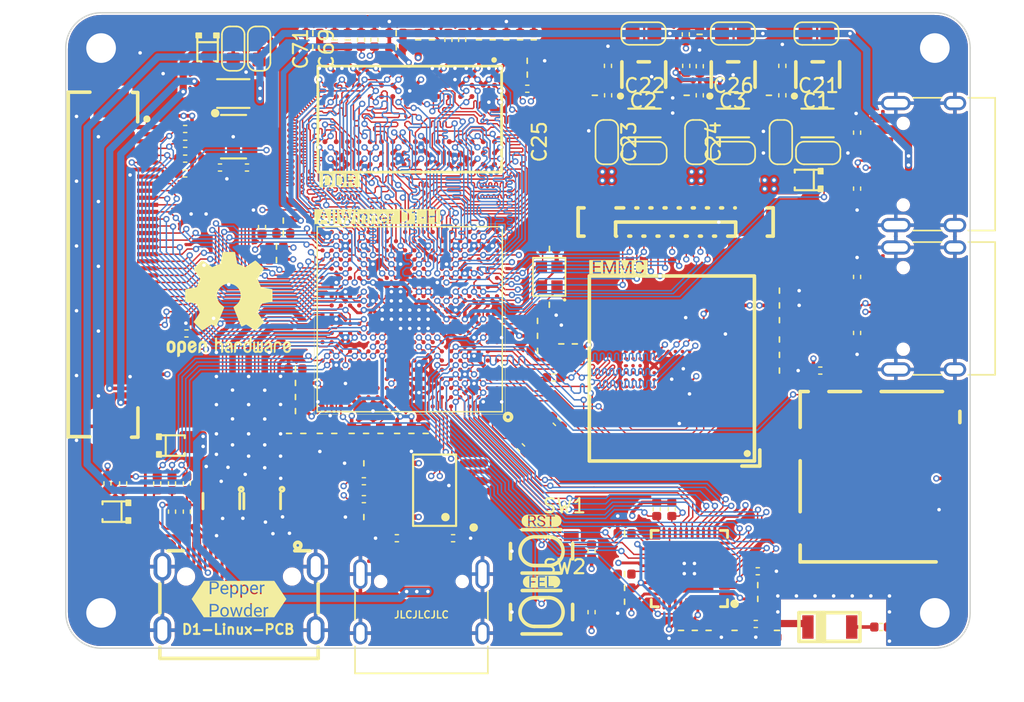
<source format=kicad_pcb>
(kicad_pcb (version 20211014) (generator pcbnew)
  (layers (0 "F.Cu" signal) (1 "In1.Cu" signal "GND.Cu") (2 "In2.Cu" signal "VCC.Cu") (31 "B.Cu" signal) (34 "B.Paste" user) (35 "F.Paste" user) (36 "B.SilkS" user "B.Silkscreen") (37 "F.SilkS" user "F.Silkscreen") (38 "B.Mask" user) (39 "F.Mask" user) (44 "Edge.Cuts" user))
  (net 0 "")
  (net 1 "VBUS")
  (net 2 "GND")
  (net 3 "/HXIN")
  (net 4 "+1V5")
  (net 5 "/HXOUT")
  (net 6 "/SVREF")
  (net 7 "/VCPU_EN")
  (net 8 "+3V3")
  (net 9 "Net-(C18-Pad2)")
  (net 10 "Net-(C19-Pad2)")
  (net 11 "Net-(C20-Pad2)")
  (net 12 "/AVCC")
  (net 13 "Net-(C32-Pad2)")
  (net 14 "Net-(C33-Pad2)")
  (net 15 "/HPVCC")
  (net 16 "Net-(C57-Pad1)")
  (net 17 "Net-(C62-Pad1)")
  (net 18 "Net-(C63-Pad1)")
  (net 19 "Net-(C64-Pad1)")
  (net 20 "Net-(C65-Pad1)")
  (net 21 "Net-(C66-Pad1)")
  (net 22 "/LEDA")
  (net 23 "Net-(C70-Pad1)")
  (net 24 "Net-(C72-Pad1)")
  (net 25 "Net-(D1-Pad1)")
  (net 26 "Net-(D2-Pad1)")
  (net 27 "Net-(D3-Pad2)")
  (net 28 "Net-(D3-Pad1)")
  (net 29 "Net-(D4-Pad2)")
  (net 30 "/PE13")
  (net 31 "/PE12")
  (net 32 "/PE8")
  (net 33 "/PE15")
  (net 34 "/PE4")
  (net 35 "/PE16")
  (net 36 "/PE5")
  (net 37 "/PE7")
  (net 38 "/PE6")
  (net 39 "/PE10")
  (net 40 "/PE9")
  (net 41 "/PE14")
  (net 42 "/PE11")
  (net 43 "Net-(J2-Pad19)")
  (net 44 "Net-(J2-Pad16)")
  (net 45 "Net-(J2-Pad15)")
  (net 47 "/H_DC-")
  (net 48 "/H_DC+")
  (net 49 "/H_D0-")
  (net 50 "/H_D0+")
  (net 51 "/H_D1-")
  (net 52 "/H_D1+")
  (net 53 "/H_D2-")
  (net 54 "/H_D2+")
  (net 55 "Net-(J3-PadA5)")
  (net 56 "/DU+")
  (net 57 "/DU-")
  (net 59 "Net-(J3-PadB5)")
  (net 61 "Net-(J4-PadA5)")
  (net 62 "/D0+")
  (net 63 "/D0-")
  (net 65 "Net-(J4-PadB5)")
  (net 67 "Net-(J5-Pad2)")
  (net 68 "Net-(J6-PadA5)")
  (net 69 "/D1+")
  (net 70 "/D1-")
  (net 72 "Net-(J6-PadB5)")
  (net 74 "Net-(L1-Pad1)")
  (net 75 "Net-(L2-Pad1)")
  (net 76 "Net-(L3-Pad1)")
  (net 77 "Net-(R1-Pad1)")
  (net 78 "Net-(R3-Pad2)")
  (net 79 "/SCKP")
  (net 80 "/SCKN")
  (net 81 "Net-(R13-Pad1)")
  (net 82 "Net-(R14-Pad1)")
  (net 83 "/SDC0_DET")
  (net 84 "/EMMC_CLK")
  (net 85 "Net-(R16-Pad2)")
  (net 86 "/SDC0_CLK")
  (net 87 "Net-(R17-Pad2)")
  (net 88 "/H_SCL")
  (net 89 "/H_SDA")
  (net 90 "/H_DET")
  (net 91 "/H_DCEC")
  (net 92 "/AP_CLK_OUT")
  (net 93 "/LPCLK")
  (net 94 "/LCD_PWM")
  (net 95 "/CTP_SCK")
  (net 96 "/CTP_SDA")
  (net 97 "/LEDK")
  (net 98 "/PG11")
  (net 99 "Net-(R35-Pad1)")
  (net 100 "Net-(R39-Pad1)")
  (net 101 "/UART0_RX")
  (net 102 "Net-(R40-Pad1)")
  (net 103 "/UART0_TX")
  (net 104 "Net-(R41-Pad1)")
  (net 105 "/SDC1_CLK")
  (net 106 "/CTP_RST")
  (net 107 "/CTP_INT")
  (net 108 "/RESET")
  (net 109 "/FEL")
  (net 110 "/LCD_RST")
  (net 111 "/SRST")
  (net 112 "/SA13")
  (net 113 "/SA11")
  (net 114 "/SA15")
  (net 115 "/SCKE1")
  (net 116 "/SDQM0")
  (net 117 "/SDQS0N")
  (net 118 "/SDQ5")
  (net 119 "/SDQS1N")
  (net 120 "/LCD_D2")
  (net 121 "/LCD_HS")
  (net 122 "/SA14")
  (net 123 "/SA7")
  (net 124 "/SBA1")
  (net 125 "/SA1")
  (net 126 "/SA12")
  (net 127 "/SBA0")
  (net 128 "/SWE")
  (net 129 "/SCKE0")
  (net 130 "/SDQ2")
  (net 131 "/SDQ0")
  (net 132 "/SDQS0P")
  (net 133 "/SDQ7")
  (net 134 "/SDQ4")
  (net 135 "/SDQS1P")
  (net 136 "/SDQM1")
  (net 137 "/LCD_D3")
  (net 138 "/LCD_D4")
  (net 139 "/LCD_VS")
  (net 140 "/SA9")
  (net 141 "/SA3")
  (net 142 "/SA2")
  (net 143 "/SA0")
  (net 144 "/SBA2")
  (net 145 "/SDQ3")
  (net 146 "/SDQ1")
  (net 147 "/SDQ6")
  (net 149 "/LCD_D5")
  (net 150 "/LCD_D6")
  (net 151 "/LCD_D7")
  (net 152 "/SA8")
  (net 153 "/SA6")
  (net 154 "/SODT1")
  (net 155 "/SRAS")
  (net 156 "/SDQ9")
  (net 157 "/SDQ12")
  (net 158 "/SDQ10")
  (net 159 "/SDQ8")
  (net 161 "/LCD_D10")
  (net 162 "/LCD_D11")
  (net 163 "/LCD_D14")
  (net 164 "/SA4")
  (net 165 "/SODT0")
  (net 166 "/SCAS")
  (net 167 "/SDQ11")
  (net 168 "/SDQ14")
  (net 169 "/LCD_D12")
  (net 170 "/LCD_D13")
  (net 171 "/LCD_D15")
  (net 172 "+0.9V")
  (net 173 "/SA5")
  (net 174 "/SCS1")
  (net 175 "/SCS0")
  (net 176 "/SA10")
  (net 177 "/SDQ13")
  (net 178 "/SDQ15")
  (net 179 "/LCD_D18")
  (net 180 "/LCD_D19")
  (net 181 "/LCD_D22")
  (net 182 "/LCD_D23")
  (net 183 "/LCD_D20")
  (net 184 "/LCD_D21")
  (net 185 "/LDOB_OUT")
  (net 188 "/LCD_CLK")
  (net 189 "/LCD_DE")
  (net 195 "/LCD_SCK")
  (net 196 "/LCD_SDA")
  (net 198 "LDOA_OUT")
  (net 199 "/EMMC_D2")
  (net 200 "/EMMC_D0")
  (net 201 "/EMMC_D3")
  (net 202 "/EMMC_CMD")
  (net 208 "/WL_WAKE_AP")
  (net 209 "/WL_REG_ON")
  (net 210 "/EMMC_D1")
  (net 212 "/EMMC_RST")
  (net 221 "/BT_WAKE_AP")
  (net 222 "/SDC0_D3")
  (net 223 "/SDC0_D2")
  (net 232 "/BT_RSTN")
  (net 233 "/AP_WAKE_BT")
  (net 234 "/SDC0_CMD")
  (net 243 "/UART1_RX")
  (net 244 "/SDC1_D1")
  (net 245 "/SDC0_D1")
  (net 246 "/SDC0_D0")
  (net 255 "/UART1_CTS")
  (net 256 "/UART1_TX")
  (net 257 "/SDC1_D3")
  (net 258 "/SDC1_CMD")
  (net 262 "/UART1_RTS")
  (net 263 "/SDC1_D2")
  (net 264 "/SDC1_D0")
  (footprint "kicad_lceda:C0402" (layer "F.Cu") (at 241.03 37.055001 90)
    (fp_text reference "C18" hide)
    (fp_text value "20pF")
  )
  (footprint "kicad_lceda:FPC-SMD_40P-P0.50_FPC-05F-40PH20" (layer "F.Cu") (at 195.772 49.06 -90)
    (fp_text reference "U12" hide)
    (fp_text value "LCD_FPC_40P_P0.5")
  )
  (footprint "kicad_lceda:R0402" (layer "F.Cu") (at 199.72 41.54 180)
    (fp_text reference "R31" hide)
    (fp_text value "2K")
  )
  (footprint "LS_FPC_16P_0.5mm:FPC-SMD_P0.50-16P_F0500WV-S" (layer "F.Cu") (at 234.43 46.03)
    (fp_text reference "J1" hide)
    (fp_text value "Conn_02x08_Odd_Even")
  )
  (footprint "kicad_lceda:C0402" (layer "F.Cu") (at 225.49 51.89 180)
    (fp_text reference "C4" hide)
    (fp_text value "20pF")
  )
  (footprint "kicad_lceda:SOD-323_L1.8-W1.3-LS2.5-RD" (layer "F.Cu") (at 243.76 43.05 180)
    (fp_text reference "D1" hide)
    (fp_text value "1N5819WS")
  )
  (footprint "kicad_lceda:C0402" (layer "F.Cu") (at 236.76 74.95 -90)
    (fp_text reference "C62" hide)
    (fp_text value "1uF")
  )
  (footprint "kicad_lceda:R0402" (layer "F.Cu") (at 199.72 42.59 180)
    (fp_text reference "R43" hide)
    (fp_text value "10K")
  )
  (footprint "kicad_lceda:FBGA-153_L13.0-W11.5-P0.50_KLMAG1JETD-B041" (layer "F.Cu") (at 234.1635 56.4535 180)
    (fp_text reference "U9" hide)
    (fp_text value "EMMC_BGA153")
  )
  (footprint "kicad_lceda:R0402" (layer "F.Cu") (at 202.185 42.17 180)
    (fp_text reference "R32" hide)
    (fp_text value "10R")
  )
  (footprint "kicad_lceda:C0402" (layer "F.Cu") (at 241.775001 52.98 180)
    (fp_text reference "C54" hide)
    (fp_text value "100nF")
  )
  (footprint "kibuzzard-633FF59A" (layer "F.Cu") (at 213.32 45.64)
    (fp_text reference "kibuzzard-633FF59A" hide)
    (fp_text value "G***" hide)
  )
  (footprint "kicad_lceda:SOT-23-5_L3.0-W1.7-P0.95-LS2.8-BR" (layer "F.Cu") (at 244.484 35.585 -90)
    (fp_text reference "U1" hide)
    (fp_text value "MT3520B")
  )
  (footprint "kicad_lceda:全志D1" (layer "F.Cu") (at 215.6125 52.9125 180)
    (fp_text reference "U4" hide)
    (fp_text value "ALLWINNER_D1")
  )
  (footprint "kicad_lceda:R0402" (layer "F.Cu") (at 226.02 60.18 135)
    (fp_text reference "R17" hide)
    (fp_text value "33R")
  )
  (footprint "kicad_lceda:C0402" (layer "F.Cu") (at 214.65 32.66 180)
    (fp_text reference "C8" hide)
    (fp_text value "100nF")
  )
  (footprint "BE5150v3:0603_C" (layer "F.Cu") (at 232.225 41.15)
    (fp_text reference "C22")
    (fp_text value "10uF")
  )
  (footprint "kicad_lceda:R0402" (layer "F.Cu") (at 247.27 39.7 90)
    (fp_text reference "R37" hide)
    (fp_text value "5K1")
  )
  (footprint "kicad_lceda:C0402" (layer "F.Cu") (at 222.45 33.125001 90)
    (fp_text reference "C16" hide)
    (fp_text value "100nF")
  )
  (footprint "kicad_lceda:C0402" (layer "F.Cu") (at 217.18 33.125001 90)
    (fp_text reference "C10" hide)
    (fp_text value "100nF")
  )
  (footprint "kicad_lceda:C0402" (layer "F.Cu") (at 228.71 37.055001 90)
    (fp_text reference "C19" hide)
    (fp_text value "20pF")
  )
  (footprint "kicad_lceda:SLP2510P8_L2.5-W1.0-P0.50-BL" (layer "F.Cu") (at 205.1695 65.7905 180)
    (fp_text reference "U7" hide)
    (fp_text value "RClamp0524PATCT")
  )
  (footprint "kicad_lceda:C0402" (layer "F.Cu") (at 230.815001 72.92 180)
    (fp_text reference "C60" hide)
    (fp_text value "1uF")
  )
  (footprint "BE5150v3:0603_C" (layer "F.Cu") (at 244.515 41.15)
    (fp_text reference "C21")
    (fp_text value "22uF")
  )
  (footprint "kicad_lceda:SOT-23-5_L3.0-W1.7-P0.95-LS2.8-BR" (layer "F.Cu") (at 232.174 35.585 -90)
    (fp_text reference "U2" hide)
    (fp_text value "MT3520B")
  )
  (footprint "kicad_lceda:C0402" (layer "F.Cu") (at 211.23 33.125001 90)
    (fp_text reference "C5" hide)
    (fp_text value "100nF")
  )
  (footprint "kicad_lceda:C0402" (layer "F.Cu") (at 230.815001 71.94 180)
    (fp_text reference "C66" hide)
    (fp_text value "1uF")
  )
  (footprint "kicad_lceda:C0402" (layer "F.Cu") (at 235.785 74.95 -90)
    (fp_text reference "C61" hide)
    (fp_text value "1uF")
  )
  (footprint "kicad_lceda:R0402" (layer "F.Cu") (at 229.64 34.97 90)
    (fp_text reference "R7" hide)
    (fp_text value "100K")
  )
  (footprint "kicad_lceda:R0402" (layer "F.Cu") (at 199.84 64.54 -90)
    (fp_text reference "R19" hide)
    (fp_text value "100R")
  )
  (footprint "kicad_lceda:C0402" (layer "F.Cu") (at 211.5 61 -90)
    (fp_text reference "C49" hide)
    (fp_text value "100nF")
  )
  (footprint "kicad_lceda:R0402" (layer "F.Cu") (at 218.68 68.42)
    (fp_text reference "R29" hide)
    (fp_text value "5K1")
  )
  (footprint "kicad_lceda:C0402" (layer "F.Cu") (at 207.525001 56.43 180)
    (fp_text reference "C47" hide)
    (fp_text value "100nF")
  )
  (footprint "kicad_lceda:R0402" (layer "F.Cu") (at 204.095 42.17)
    (fp_text reference "R27" hide)
    (fp_text value "100K")
  )
  (footprint "kicad_lceda:R0402" (layer "F.Cu") (at 235.178 34.97 90)
    (fp_text reference "R11" hide)
    (fp_text value "100K")
  )
  (footprint "kicad_lceda:C0402" (layer "F.Cu") (at 240.239999 72.72)
    (fp_text reference "C68" hide)
    (fp_text value "1uF")
  )
  (footprint "kicad_lceda:IND-SMD_L2.0-W1.6" (layer "F.Cu") (at 232.22 39.015)
    (fp_text reference "L2" hide)
    (fp_text value "2.2uH")
  )
  (footprint "kicad_lceda:C0402" (layer "F.Cu") (at 223.42 33.125001 90)
    (fp_text reference "C29" hide)
    (fp_text value "100nF")
  )
  (footprint "Connector_USB:USB_C_Receptacle_HRO_TYPE-C-31-M-12" (layer "F.Cu") (at 253.14 52.15 90)
    (fp_text reference "J6" hide)
    (fp_text value "USB_C_Receptacle_USB2.0")
  )
  (footprint "kicad_lceda:C0402" (layer "F.Cu") (at 206.18 48.72 180)
    (fp_text reference "C41" hide)
    (fp_text value "100nF")
  )
  (footprint "kicad_lceda:C0402" (layer "F.Cu") (at 223.93 35.59)
    (fp_text reference "C28" hide)
    (fp_text value "100nF")
  )
  (footprint "kicad_lceda:R0402" (layer "F.Cu") (at 198.78975 66.54 90)
    (fp_text reference "R24" hide)
    (fp_text value "1K")
  )
  (footprint "kicad_lceda:C0402" (layer "F.Cu") (at 241.774999 56.55)
    (fp_text reference "C57" hide)
    (fp_text value "100nF")
  )
  (footprint "kicad_lceda:C0402" (layer "F.Cu") (at 241.774999 54.35)
    (fp_text reference "C59" hide)
    (fp_text value "100nF")
  )
  (footprint "kicad_lceda:C0402" (layer "F.Cu") (at 216.21 33.125001 90)
    (fp_text reference "C7" hide)
    (fp_text value "100nF")
  )
  (footprint "kicad_lceda:R0402" (layer "F.Cu") (at 228.48 69.3485 90)
    (fp_text reference "R44" hide)
    (fp_text value "10K")
  )
  (footprint "kicad_lceda:SIM-SMD_8P-1040310811" (layer "F.Cu") (at 248.907 64.0275 90)
    (fp_text reference "U6" hide)
    (fp_text value "TF贴片卡座SIM1")
  )
  (footprint "kicad_lceda:TFBGA-96_L13.0-W7.5-R16-C6-P0.80-TL" (layer "F.Cu") (at 215.6125 38.7425 -90)
    (fp_text reference "U5" hide)
    (fp_text value "H5TQ4G63EFR-RDC海力士")
  )
  (footprint "BE5150v3:0603_C" (layer "F.Cu") (at 235.901 40.37 90)
    (fp_text reference "C23")
    (fp_text value "10uF")
  )
  (footprint "kicad_lceda:R0402" (layer "F.Cu") (at 212.365 64.385 180)
    (fp_text reference "R39" hide)
    (fp_text value "100R")
  )
  (footprint "kicad_lceda:R0402" (layer "F.Cu") (at 240.1 74.495)
    (fp_text reference "R34" hide)
    (fp_text value "0R")
  )
  (footprint "kicad_lceda:C0402" (layer "F.Cu") (at 216.74 61 -90)
    (fp_text reference "C38" hide)
    (fp_text value "100nF")
  )
  (footprint "kicad_lceda:C0402" (layer "F.Cu") (at 215.73 61 -90)
    (fp_text reference "C40" hide)
    (fp_text value "100nF")
  )
  (footprint "kicad_lceda:FILTER-SMD_1206-2P-L3.2-W1.6-L" (layer "F.Cu") (at 245.34 74.71)
    (fp_text reference "J5" hide)
    (fp_text value "RF陶瓷天线")
  )
  (footprint "kicad_lceda:HDMI-SMD_HD219F-3D05200" (layer "F.Cu") (at 203.53 72.109)
    (fp_text reference "J2" hide)
    (fp_text value "HDMI_A")
  )
  (footprint "kicad_lceda:R0402" (layer "F.Cu") (at 212.17 33.125 90)
    (fp_text reference "R14" hide)
    (fp_text value "240R")
  )
  (footprint "kicad_lceda:IND-SMD_L2.0-W1.6" (layer "F.Cu") (at 203.125 36.93)
    (fp_text reference "L4" hide)
    (fp_text value "4.7uH")
  )
  (footprint "kicad_lceda:R0402" (layer "F.Cu") (at 212.365 65.655 180)
    (fp_text reference "R40" hide)
    (fp_text value "100R")
  )
  (footprint "kicad_lceda:C0402" (layer "F.Cu") (at 224.654999 53.03)
    (fp_text reference "C39" hide)
    (fp_text value "2.2uF")
  )
  (footprint "kicad_lceda:R0402" (layer "F.Cu") (at 214.7 68.42 180)
    (fp_text reference "R28" hide)
    (fp_text value "5K1")
  )
  (footprint "BE5150v3:0603_C" (layer "F.Cu") (at 241.885 40.37 90)
    (fp_text reference "C24")
    (fp_text value "22uF")
  )
  (footprint "kicad_lceda:R0402" (layer "F.Cu") (at 205.159241 46.385452 -90)
    (fp_text reference "R3" hide)
    (fp_text value "240R")
  )
  (footprint "kicad_lceda:C0402" (layer "F.Cu") (at 224.39 33.125001 90)
    (fp_text reference "C30" hide)
    (fp_text value "100nF")
  )
  (footprint "kicad_lceda:C0402" (layer "F.Cu") (at 224.654999 54.09)
    (fp_text reference "C53" hide)
    (fp_text value "100nF")
  )
  (footprint "kicad_lceda:C0402" (layer "F.Cu") (at 221.48 33.125001 90)
    (fp_text reference "C14" hide)
    (fp_text value "100nF")
  )
  (footprint "kibuzzard-633FF4F1" (layer "F.Cu") (at 224.94 71.51)
    (fp_text reference "kibuzzard-633FF4F1" hide)
    (fp_text value "G***" hide)
  )
  (footprint "kicad_lceda:C0402" (layer "F.Cu") (at 225.5 47.93)
    (fp_text reference "C6" hide)
    (fp_text value "20pF")
  )
  (footprint "kicad_lceda:C0402" (layer "F.Cu") (at 220.51 33.125001 90)
    (fp_text reference "C12" hide)
    (fp_text value "100nF")
  )
  (footprint "kicad_lceda:R0402" (layer "F.Cu") (at 233.09 66.37 -90)
    (fp_text reference "R26" hide)
    (fp_text value "47K")
  )
  (footprint "Connector_USB:USB_C_Receptacle_HRO_TYPE-C-31-M-12" (layer "F.Cu") (at 253.14 41.93 90)
    (fp_text reference "J4" hide)
    (fp_text value "USB_C_Receptacle_USB2.0")
  )
  (footprint "kicad_lceda:C0402" (layer "F.Cu") (at 214.655001 33.66 180)
    (fp_text reference "C15" hide)
    (fp_text value "100nF")
  )
  (footprint "kicad_lceda:R0402" (layer "F.Cu") (at 223.48 61.99 -45)
    (fp_text reference "R41" hide)
    (fp_text value "33R")
  )
  (footprint "kibuzzard-633FF4E3" (layer "F.Cu") (at 224.94 67.19)
    (fp_text reference "kibuzzard-633FF4E3" hide)
    (fp_text value "G***" hide)
  )
  (footprint "kicad_lceda:C0402" (layer "F.Cu") (at 241.6 74.95 -90)
    (fp_text reference "C72" hide)
    (fp_text value "NC")
  )
  (footprint "BE5150v3:0603_C" (layer "F.Cu") (at 244.395 32.67 180)
    (fp_text reference "C1")
    (fp_text value "10uF")
  )
  (footprint "kicad_lceda:C0402" (layer "F.Cu") (at 210.27 61.000002 90)
    (fp_text reference "C33" hide)
    (fp_text value "1uF")
  )
  (footprint "kicad_lceda:SLP2510P8_L2.5-W1.0-P0.50-BL" (layer "F.Cu") (at 202.2795 65.7905 180)
    (fp_text reference "U8" hide)
    (fp_text value "RClamp0524PATCT")
  )
  (footprint "kicad_lceda:C0402" (layer "F.Cu") (at 213.54 61.000002 90)
    (fp_text reference "C35" hide)
    (fp_text value "1uF")
  )
  (footprint "kicad_lceda:R0402" (layer "F.Cu") (at 240.24 70.76 180)
    (fp_text reference "R25" hide)
    (fp_text value "1K")
  )
  (footprint "kicad_lceda:IND-SMD_L2.0-W1.6" (layer "F.Cu") (at 238.484 39.015)
    (fp_text reference "L3" hide)
    (fp_text value "2.2uH")
  )
  (footprint "kicad_lceda:R0402" (layer "F.Cu") (at 223.93 36.59 180)
    (fp_text reference "R12" hide)
    (fp_text value "100R")
  )
  (footprint "kicad_lceda:R0402" (layer "F.Cu") (at 199.81 53.92)
    (fp_text reference "R35" hide)
    (fp_text value "10K")
  )
  (footprint "kicad_lceda:R0402" (layer "F.Cu") (at 198.78975 64.54 -90)
    (fp_text reference "R20" hide)
    (fp_text value "100R")
  )
  (footprint "kicad_lceda:R0402" (layer "F.Cu") (at 219.32 33.125 -90)
    (fp_text reference "R1" hide)
    (fp_text value "2K")
  )
  (footprint "kicad_lceda:R0402" (layer "F.Cu") (at 236.136 34.995 90)
    (fp_text reference "R9" hide)
    (fp_text value "150K")
  )
  (footprint "kicad_lceda:KEY-SMD_4P-L4.2-W3.2-P2.20-LS4.6" (layer "F.Cu") (at 224.94 69.34)
    (fp_text reference "SW1")
    (fp_text value "RESET")
  )
  (footprint "kibuzzard-633FF5E4" (layer "F.Cu") (at 230.38 49.22)
    (fp_text reference "kibuzzard-633FF5E4" hide)
    (fp_text value "G***" hide)
  )
  (footprint "kicad_lceda:C0402" (layer "F.Cu") (at 230.815001 68.08 180)
    (fp_text reference "C64" hide)
    (fp_text value "1uF")
  )
  (footprint "kicad_lceda:R0402" (layer "F.Cu") (at 247.27 49.915 90)
    (fp_text reference "R46" hide)
    (fp_text value "5K1")
  )
  (footprint "kicad_lceda:R0402" (layer "F.Cu") (at 194.22 64.54 -90)
    (fp_text reference "R18" hide)
    (fp_text value "20K")
  )
  (footprint "kicad_lceda:C0402" (layer "F.Cu") (at 206.665001 45.93 180)
    (fp_text reference "C11" hide)
    (fp_text value "100nF")
  )
  (footprint "kicad_lceda:SOT-23-5_L3.0-W1.7-P0.95-LS2.8-BR" (layer "F.Cu") (at 238.5 35.585 -90)
    (fp_text reference "U3" hide)
    (fp_text value "MT3520B")
  )
  (footprint "kicad_lceda:C0402" (layer "F.Cu") (at 223.924999 34.61)
    (fp_text reference "C27" hide)
    (fp_text value "100nF")
  )
  (footprint "kicad_lceda:R0402" (layer "F.Cu") (at 247.27 43.665 -90)
    (fp_text reference "R36" hide)
    (fp_text value "5K1")
  )
  (footprint "kicad_lceda:C0402" (layer "F.Cu") (at 206.665001 46.84 180)
    (fp_text reference "C13" hide)
    (fp_text value "100nF")
  )
  (footprint "kicad_lceda:R0402" (layer "F.Cu") (at 235.148 32.74 90)
    (fp_text reference "R10" hide)
    (fp_text value "100K")
  )
  (footprint "kicad_lceda:C0402" (layer "F.Cu") (at 227.294999 54.66 90)
    (fp_text reference "C52" hide)
    (fp_text value "100nF")
  )
  (footprint "kibuzzard-633FF5C5" (layer "F.Cu") (at 210.64 43.08)
    (fp_text reference "kibuzzard-633FF5C5" hide)
    (fp_text value "G***" hide)
  )
  (footprint "BE5150v3:0603_C" (layer "F.Cu") (at 229.57 40.37 90)
    (fp_text reference "C25")
    (fp_text value "22uF")
  )
  (footprint "kicad_lceda:R0402" (layer "F.Cu") (at 218.35 33.125 90)
    (fp_text reference "R2" hide)
    (fp_text value "2K")
  )
  (footprint "kicad_lceda:SOD-323_L1.8-W1.3-LS2.5-RD" (layer "F.Cu") (at 194.77 66.54 180)
    (fp_text reference "D3" hide)
    (fp_text value "1N5819WS")
  )
  (footprint "kicad_lceda:C0402" (layer "F.Cu") (at 207.525001 59.42 180)
    (fp_text reference "C45" hide)
    (fp_text value "100nF")
  )
  (footprint "kicad_lceda:R0402" (layer "F.Cu") (at 229.65 37.055 90)
    (fp_text reference "R6" hide)
    (fp_text value "150K")
  )
  (footprint "kicad_lceda:C0402" (layer "F.Cu") (at 209.25 61.000002 90)
    (fp_text reference "C32" hide)
    (fp_text value "10uF")
  )
  (footprint "kicad_lceda:C0402" (layer "F.Cu") (at 230.815001 70.96 180)
    (fp_text reference "C65" hide)
    (fp_text value "1uF")
  )
  (footprint "kicad_lceda:C0402" (layer "F.Cu") (at 234.81 74.95 -90)
    (fp_text reference "C67" hide)
    (fp_text value "1uF")
  )
  (footprint "kicad_lceda:C0402" (layer "F.Cu") (at 235.21 37.055001 90)
    (fp_text reference "C20" hide)
    (fp_text value "20pF")
  )
  (footprint "kicad_lceda:R0402" (layer "F.Cu") (at 241.98 34.97 90)
    (fp_text reference "R5" hide)
    (fp_text value "150K")
  )
  (footprint "BE5150v3:0603_C" (layer "F.Cu") (at 238.481 32.67 180)
    (fp_text reference "C3")
    (fp_text value "10uF")
  )
  (footprint "kicad_lceda:R0402" (layer "F.Cu") (at 244.665 56.55)
    (fp_text reference "R15" hide)
    (fp_text value "10K")
  )
  (footprint "kicad_lceda:C0402" (layer "F.Cu") (at 212.365001 63.115 180)
    (fp_text reference "C74" hide)
    (fp_text value "1uF")
  )
  (footprint "Connector_USB:USB_C_Receptacle_HRO_TYPE-C-31-M-12" (layer "F.Cu") (at 216.44 74.09)
    (fp_text reference "J3" hide)
    (fp_text value "USB_C_Receptacle_USB2.0")
  )
  (footprint "kicad_lceda:R0402" (layer "F.Cu") (at 241.98 37.055 90)
    (fp_text reference "R4" hide)
    (fp_text value "680K")
  )
  (footprint "BE5150v3:0603_C" (layer "F.Cu") (at 204.94 33.75 -90)
    (fp_text reference "C69")
    (fp_text value "4.7uF")
  )
  (footprint "BE5150v3:0603_C" (layer "F.Cu") (at 232.155 32.67 180)
    (fp_text reference "C2")
    (fp_text value "10uF")
  )
  (footprint "kicad_lceda:R0402" (layer "F.Cu") (at 199.72 40.49 180)
    (fp_text reference "R30" hide)
    (fp_text value "2K")
  )
  (footprint "kicad_lceda:C0402" (layer "F.Cu") (at 207.07 61 -90)
    (fp_text reference "C44" hide)
    (fp_text value "100nF")
  )
  (footprint "kicad_lceda:C0402" (layer "F.Cu") (at 241.775001 50.89 180)
    (fp_text reference "C55" hide)
    (fp_text value "100nF")
  )
  (footprint "kicad_lceda:QFN-40_L5.0-W5.0-P0.40-BL-EP3.4" (layer "F.Cu") (at 235.4 70.57 90)
    (fp_text reference "U10" hide)
    (fp_text value "XR829")
  )
  (footprint "kicad_lceda:C0402" (layer "F.Cu") (at 208.75 33.66 180)
    (fp_text reference "C36" hide)
    (fp_text value "100nF")
  )
  (footprint "BE5150v3:0603_C" (layer "F.Cu") (at 238.486 41.15)
    (fp_text reference "C26")
    (fp_text value "22uF")
  )
  (footprint "kicad_lceda:C0402" (layer "F.Cu") (at 212.52 61.000002 90)
    (fp_text reference "C34" hide)
    (fp_text value "1uF")
  )
  (footprint "kicad_lceda:C0402" (layer "F.Cu") (at 208.08 61 -90)
    (fp_text reference "C43" hide)
    (fp_text value "100nF")
  )
  (footprint "kicad_lceda:C0402" (layer "F.Cu") (at 241.775001 51.935 180)
    (fp_text reference "C56" hide)
    (fp_text value "100nF")
  )
  (footprint "BE5150v3:0603_C" (layer "F.Cu") (at 203.11 33.75 -90)
    (fp_text reference "C71")
    (fp_text value "4.7uF")
  )
  (footprint "kicad_lceda:C0402" (layer "F.Cu") (at 210.29 33.12 90)
    (fp_text reference "C9" hide)
    (fp_text value "100nF")
  )
  (footprint "kicad_lceda:SOT-23-6_L2.9-W1.6-P0.95-LS2.8-BL" (layer "F.Cu") (at 203.1425 39.9865 -90)
    (fp_text reference "U11" hide)
    (fp_text value "RY3730")
  )
  (footprint "kicad_lceda:SOD-323_L1.8-W1.3-LS2.5-RD" (layer "F.Cu") (at 198.79 61.86)
    (fp_text reference "D2" hide)
    (fp_text value "1N5819WS")
  )
  (footprint "kicad_lceda:SOP-8_L5.0-W4.0-P1.27-LS6.0-BL" (layer "F.Cu") (at 217.37 65.02 90)
    (fp_text reference "U13" hide)
    (fp_text value "CH340N")
  )
  (footprint "kicad_lceda:C0402" (layer "F.Cu") (at 240.239999 71.74)
    (fp_text reference "C63" hide)
    (fp_text value "1uF")
  )
  (footprint "kicad_lceda:R0402" (layer "F.Cu") (at 228.48 73.6585 -90)
    (fp_text reference "R47" hide)
    (fp_text value "10K")
  )
  (footprint "kicad_lceda:R0402" (layer "F.Cu") (at 197.7395 64.54 90)
    (fp_text reference "R22" hide)
    (fp_text value "1K")
  )
  (footprint "Symbol:OSHW-Logo2_9.8x8mm_SilkScreen" (layer "F.Cu") (at 202.81 51.86)
    (fp_text reference "REF**" hide)
    (fp_text value "OSHW-Logo2_9.8x8mm_SilkScreen" hide)
  )
  (footprint "kicad_lceda:C0402" (layer "F.Cu") (at 238.6 74.95 -90)
    (fp_text reference "C70" hide)
    (fp_text value "NC")
  )
  (footprint "kicad_lceda:R0402" (layer "F.Cu") (at 195.33 64.54 -90)
    (fp_text reference "R23" hide)
    (fp_text value "100R")
  )
  (footprint "kicad_lceda:C0402" (layer "F.Cu") (at 207.524999 58.423332)
    (fp_text reference "C31" hide)
    (fp_text value "1uF")
  )
  (footprint "kicad_lceda:C0402" (layer "F.Cu") (at 224.654999 55.15)
    (fp_text reference "C50" hide)
    (fp_text value "100nF")
  )
  (footprint "kicad_lceda:C0402" (layer "F.Cu") (at 241.774999 55.44)
    (fp_text reference "C58" hide)
    (fp_text value "100nF")
  )
  (footprint "kicad_lceda:C0402" (layer "F.Cu") (at 214.72 61 -90)
    (fp_text reference "C42" hide)
    (fp_text value "100nF")
  )
  (footprint "kicad_lceda:KEY-SMD_4P-L4.2-W3.2-P2.20-LS4.6" (layer "F.Cu") (at 224.94 73.65)
    (fp_text reference "SW2")
    (fp_text value "FEL")
  )
  (footprint "Crystal:Crystal_SMD_2016-4Pin_2.0x1.6mm" (layer "F.Cu") (at 225.4825 49.91 90)
    (fp_text reference "Y1" hide)
    (fp_text value "Crystal_GND24")
  )
  (footprint "kicad_lceda:R0402" (layer "F.Cu") (at 199.84 66.54 90)
    (fp_text reference "R21" hide)
    (fp_text value "1K")
  )
  (footprint "kicad_lceda:R0402" (layer "F.Cu") (at 213.11 33.125 90)
    (fp_text reference "R13" hide)
    (fp_text value "240R")
  )
  (footprint "kicad_lceda:R0402" (layer "F.Cu") (at 225.8 57.04 180)
    (fp_text reference "R16" hide)
    (fp_text value "33R")
  )
  (footprint "kicad_lceda:R0402" (layer "F.Cu") (at 248.974 74.71)
    (fp_text reference "R38" hide)
    (fp_text value "0R")
  )
  (footprint "kicad_lceda:C0402" (layer "F.Cu") (at 207.525001 57.426666 180)
    (fp_text reference "C48" hide)
    (fp_text value "100nF")
  )
  (footprint "kicad_lceda:C0402" (layer "F.Cu") (at 208.754999 32.66 180)
    (fp_text reference "C37" hide)
    (fp_text value "100nF")
  )
  (footprint "kicad_lceda:C0402" (layer "F.Cu") (at 226.334999 54.66 90)
    (fp_text reference "C51" hide)
    (fp_text value "100nF")
  )
  (footprint "kicad_lceda:C0402" (layer "F.Cu") (at 212.364999 66.925)
    (fp_text reference "C73" hide)
    (fp_text value "1uF")
  )
  (footprint "kicad_lceda:R0402" (layer "F.Cu") (at 234.16 66.37 90)
    (fp_text reference "R33" hide)
    (fp_text value "47K")
  )
  (footprint "kicad_lceda:C0402" (layer "F.Cu") (at 206.18 47.77 180)
    (fp_text reference "C46" hide)
    (fp_text value "100nF")
  )
  (footprint "kicad_lceda:SOD-323_L1.8-W1.3-LS2.5-RD" (layer "F.Cu") (at 201.305 33.74 -90)
    (fp_text reference "D4" hide)
    (fp_text value "1N5819WS")
  )
  (footprint "kicad_lceda:IND-SMD_L2.0-W1.6" (layer "F.Cu") (at 244.47 39.015)
    (fp_text reference "L1" hide)
    (fp_text value "2.2uH")
  )
  (footprint "kicad_lceda:R0402" (layer "F.Cu") (at 199.72 39.44 180)
    (fp_text reference "R42" hide)
    (fp_text value "10K")
  )
  (footprint "kicad_lceda:R0402" (layer "F.Cu") (at 247.27 53.885 -90)
    (fp_text reference "R45" hide)
    (fp_text value "5K1")
  )
  (footprint "kicad_lceda:C0402" (layer "F.Cu") (at 236.124 32.74 -90)
    (fp_text reference "C17" hide)
    (fp_text value "100nF")
  )
  (footprint "kicad_lceda:R0402" (layer "F.Cu") (at 236.136 37.055 90)
    (fp_text reference "R8" hide)
    (fp_text value "75K")
  )
  (footprint "kibuzzard-633FF9FA" (layer "F.Cu") (at 203.53 72.73)
    (fp_text reference "kibuzzard-633FF9FA" hide)
    (fp_text value "G***" hide)
  )
  (gr_line (start 255.269998 73.709998) (end 255.27 33.71) (layer "Edge.Cuts") (width 0.1))
  (gr_arc (start 252.77 31.21) (mid 254.537767 31.942233) (end 255.27 33.71) (layer "Edge.Cuts") (width 0.1))
  (gr_arc (start 255.269998 73.709998) (mid 254.537765 75.477765) (end 252.769998 76.209998) (layer "Edge.Cuts") (width 0.1))
  (gr_line (start 191.27 33.71) (end 191.27 73.71) (layer "Edge.Cuts") (width 0.1))
  (gr_arc (start 191.27 33.71) (mid 192.002233 31.942233) (end 193.77 31.21) (layer "Edge.Cuts") (width 0.1))
  (gr_line (start 193.77 76.21) (end 252.769998 76.209998) (layer "Edge.Cuts") (width 0.1))
  (gr_arc (start 193.77 76.21) (mid 192.002233 75.477767) (end 191.27 73.71) (layer "Edge.Cuts") (width 0.1))
  (gr_line (start 252.77 31.21) (end 193.77 31.21) (layer "Edge.Cuts") (width 0.1))
  (gr_text "D1-Linux-PCB" (at 203.47 74.88) (layer "F.SilkS") (effects (font (size 0.7 0.7))))
  (gr_text "JLCJLCJLC" (at 216.44 73.84) (layer "F.SilkS") (effects (font (size 0.5 0.5) (thickness 0.1))))
  (segment (start 233.124 34.285) (end 233.124 32.8815) (width 0.508) (layer "F.Cu") (net 1))
  (segment (start 250.99 53.52) (end 250.99 50.72) (width 0.508) (layer "F.Cu") (net 1))
  (segment (start 232.9225 32.68) (end 234.02 32.68) (width 0.508) (layer "F.Cu") (net 1))
  (segment (start 231.88 35.54) (end 231.224 36.196) (width 0.508) (layer "F.Cu") (net 1))
  (segment (start 214.275 71.275) (end 214.92 71.92) (width 0.381) (layer "F.Cu") (net 1))
  (segment (start 245.145 34.285) (end 245.434 34.285) (width 0.508) (layer "F.Cu") (net 1))
  (segment (start 249.095 39.48) (end 249.94 39.48) (width 0.508) (layer "F.Cu") (net 1))
  (segment (start 250.91 43.43) (end 249.96 44.38) (width 0.508) (layer "F.Cu") (net 1))
  (segment (start 250.99 50.72) (end 250.77 50.5) (width 0.508) (layer "F.Cu") (net 1))
  (segment (start 218.11 71.76) (end 218.89 70.98) (width 0.381) (layer "F.Cu") (net 1))
  (segment (start 243.534 36.885) (end 243.534 35.896) (width 0.508) (layer "F.Cu") (net 1))
  (segment (start 214.275 71.275) (end 215.2 72.2) (width 0.381) (layer "F.Cu") (net 1))
  (segment (start 246.77 32.68) (end 245.1625 32.68) (width 0.508) (layer "F.Cu") (net 1))
  (segment (start 252.12 44.64) (end 252.12 49.59) (width 0.508) (layer "F.Cu") (net 1))
  (segment (start 231.88 35.54) (end 231.88 35.529) (width 0.508) (layer "F.Cu") (net 1))
  (segment (start 233.124 32.8965) (end 232.9225 32.695) (width 0.508) (layer "F.Cu") (net 1))
  (segment (start 218.89 70.98) (end 218.89 70.045) (width 0.381) (layer "F.Cu") (net 1))
  (segment (start 215.41 72.41) (end 214.92 71.92) (width 0.381) (layer "F.Cu") (net 1))
  (segment (start 204.2915 38.4615) (end 204.2915 39.0365) (width 0.508) (layer "F.Cu") (net 1))
  (segment (start 231.224 36.196) (end 231.224 36.885) (width 0.508) (layer "F.Cu") (net 1))
  (segment (start 249.97 49.7) (end 249.095 49.7) (width 0.508) (layer "F.Cu") (net 1))
  (segment (start 245.434 32.9515) (end 245.1625 32.68) (width 0.508) (layer "F.Cu") (net 1))
  (segment (start 213.99 70.99) (end 214.275 71.275) (width 0.381) (layer "F.Cu") (net 1))
  (segment (start 233.124 32.8815) (end 232.9225 32.68) (width 0.508) (layer "F.Cu") (net 1))
  (segment (start 245.434 34.285) (end 245.434 32.9515) (width 0.508) (layer "F.Cu") (net 1))
  (segment (start 216.71 72.2) (end 217.67 72.2) (width 0.381) (layer "F.Cu") (net 1))
  (segment (start 217.84 72.03) (end 218.11 71.76) (width 0.381) (layer "F.Cu") (net 1))
  (segment (start 214.92 71.92) (end 215.03 72.03) (width 0.381) (layer "F.Cu") (net 1))
  (segment (start 215.2 72.2) (end 215.92 72.2) (width 0.381) (layer "F.Cu") (net 1))
  (segment (start 250.77 50.5) (end 249.97 49.7) (width 0.508) (layer "F.Cu") (net 1))
  (segment (start 250.91 43.43) (end 252.12 44.64) (width 0.508) (layer "F.Cu") (net 1))
  (segment (start 249.91 54.6) (end 250.99 53.52) (width 0.508) (layer "F.Cu") (net 1))
  (segment (start 250.91 40.45) (end 250.91 41.11) (width 0.508) (layer "F.Cu") (net 1))
  (segment (start 203.953 37.03) (end 203.953 38.123) (width 0.508) (layer "F.Cu") (net 1))
  (segment (start 240.6 32.68) (end 239.2485 32.68) (width 0.508) (layer "F.Cu") (net 1))
  (segment (start 215.03 72.03) (end 217.84 72.03) (width 0.381) (layer "F.Cu") (net 1))
  (segment (start 243.534 35.896) (end 245.145 34.285) (width 0.508) (layer "F.Cu") (net 1))
  (segment (start 213.99 70.045) (end 213.99 70.99) (width 0.381) (layer "F.Cu") (net 1))
  (segment (start 252.12 49.59) (end 250.99 50.72) (width 0.508) (layer "F.Cu") (net 1))
  (segment (start 231.88 35.529) (end 233.124 34.285) (width 0.508) (layer "F.Cu") (net 1))
  (segment (start 249.095 54.6) (end 249.91 54.6) (width 0.508) (layer "F.Cu") (net 1))
  (segment (start 215.92 72.2) (end 216.71 72.2) (width 0.381) (layer "F.Cu") (net 1))
  (segment (start 250.91 41.11) (end 250.91 41.76) (width 0.508) (layer "F.Cu") (net 1))
  (segment (start 239.45 34.285) (end 239.45 32.8815) (width 0.508) (layer "F.Cu") (net 1))
  (segment (start 250.91 41.76) (end 250.91 43.43) (width 0.508) (layer "F.Cu") (net 1))
  (segment (start 217.67 72.2) (end 217.46 72.41) (width 0.381) (layer "F.Cu") (net 1))
  (segment (start 249.94 39.48) (end 250.91 40.45) (width 0.508) (layer "F.Cu") (net 1))
  (segment (start 203.953 38.123) (end 204.2915 38.4615) (width 0.508) (layer "F.Cu") (net 1))
  (segment (start 217.67 72.2) (end 217.84 72.03) (width 0.381) (layer "F.Cu") (net 1))
  (segment (start 249.96 44.38) (end 249.095 44.38) (width 0.508) (layer "F.Cu") (net 1))
  (segment (start 239.45 32.8815) (end 239.2485 32.68) (width 0.508) (layer "F.Cu") (net 1))
  (segment (start 217.46 72.41) (end 215.41 72.41) (width 0.381) (layer "F.Cu") (net 1))
  (via (at 234.02 32.68) (size 0.45) (drill 0.25) (layers "F.Cu" "B.Cu") (net 1))
  (via (at 240.6 32.68) (size 0.45) (drill 0.25) (layers "F.Cu" "B.Cu") (net 1))
  (via (at 200.99 61.92) (size 0.45) (drill 0.25) (layers "F.Cu" "B.Cu") (net 1))
  (via (at 205.02 36.56) (size 0.45) (drill 0.25) (layers "F.Cu" "B.Cu") (net 1))
  (via (at 205.01 37.28) (size 0.45) (drill 0.25) (layers "F.Cu" "B.Cu") (net 1))
  (via (at 215.39 72.2) (size 0.45) (drill 0.25) (layers "F.Cu" "B.Cu") (net 1))
  (via (at 246.77 32.68) (size 0.45) (drill 0.25) (layers "F.Cu" "B.Cu") (net 1))
  (via (at 250.91 42) (size 0.45) (drill 0.25) (layers "F.Cu" "B.Cu") (net 1))
  (via (at 200.99 61.21) (size 0.45) (drill 0.25) (layers "F.Cu" "B.Cu") (net 1))
  (via (at 216.11 72.2) (size 0.45) (drill 0.25) (layers "F.Cu" "B.Cu") (net 1))
  (via (at 250.91 41.35) (size 0.45) (drill 0.25) (layers "F.Cu" "B.Cu") (net 1))
  (via (at 216.9 72.2) (size 0.45) (drill 0.25) (layers "F.Cu" "B.Cu") (net 1))
  (segment (start 199.75 65.03) (end 200.53 65.81) (width 0.508) (layer "B.Cu") (net 1))
  (segment (start 200.53 65.92) (end 200.53 68.91) (width 0.508) (layer "B.Cu") (net 1))
  (segment (start 204.3 72.68) (end 214.91 72.68) (width 0.508) (layer "B.Cu") (net 1))
  (segment (start 200.53 64.39) (end 200.53 64.99) (width 0.508) (layer "B.Cu") (net 1))
  (segment (start 200.99 61.21) (end 200.99 61.56) (width 0.508) (layer "B.Cu") (net 1))
  (segment (start 200.53 68.91) (end 204.3 72.68) (width 0.508) (layer "B.Cu") (net 1))
  (segment (start 199.89 65.03) (end 200.53 64.39) (width 0.508) (layer "B.Cu") (net 1))
  (segment (start 215.39 72.2) (end 216.9 72.2) (width 0.508) (layer "B.Cu") (net 1))
  (segment (start 250.91 40.87) (end 250.91 41.07) (width 0.508) (layer "B.Cu") (net 1))
  (segment (start 204.42 34.34) (end 205.01 34.93) (width 0.508) (layer "B.Cu") (net 1))
  (segment (start 206.67 32.68) (end 205.01 34.34) (width 0.508) (layer "B.Cu") (net 1))
  (segment (start 240.6 32.68) (end 234.02 32.68) (width 0.508) (layer "B.Cu") (net 1))
  (segment (start 247.95 37.91) (end 250.91 40.87) (width 0.508) (layer "B.Cu") (net 1))
  (segment (start 204.19 34.34) (end 197.79 34.34) (width 0.508) (layer "B.Cu") (net 1))
  (segment (start 199.75 65.03) (end 200.49 65.03) (width 0.508) (layer "B.Cu") (net 1))
  (segment (start 205.01 34.34) (end 204.19 34.34) (width 0.508) (layer "B.Cu") (net 1))
  (segment (start 199.75 65.03) (end 199.89 65.03) (width 0.508) (layer "B.Cu") (net 1))
  (segment (start 205.01 34.34) (end 205.01 34.93) (width 0.508) (layer "B.Cu") (net 1))
  (segment (start 200.53 64.99) (end 200.53 65.92) (width 0.508) (layer "B.Cu") (net 1))
  (segment (start 192.78 39.35) (end 192.78 63.17) (width 0.508) (layer "B.Cu") (net 1))
  (segment (start 194.64 65.03) (end 199.75 65.03) (width 0.508) (layer "B.Cu") (net 1))
  (segment (start 247.95 33.86) (end 247.95 37.91) (width 0.508) (layer "B.Cu") (net 1))
  (segment (start 200.49 65.03) (end 200.53 64.99) (width 0.508) (layer "B.Cu") (net 1))
  (segment (start 214.91 72.68) (end 215.39 72.2) (width 0.508) (layer "B.Cu") (net 1))
  (segment (start 200.53 62.78) (end 200.53 64.39) (width 0.508) (layer "B.Cu") (net 1))
  (segment (start 197.79 34.34) (end 192.78 39.35) (width 0.508) (layer "B.Cu") (net 1))
  (segment (start 200.53 61.67) (end 200.99 61.21) (width 0.508) (layer "B.Cu") (net 1))
  (segment (start 250.91 42) (end 250.91 41.07) (width 0.508) (layer "B.Cu") (net 1))
  (segment (start 234.02 32.68) (end 206.67 32.68) (width 0.508) (layer "B.Cu") (net 1))
  (segment (start 246.77 32.68) (end 240.6 32.68) (width 0.508) (layer "B.Cu") (net 1))
  (segment (start 200.53 62.78) (end 200.53 61.67) (width 0.508) (layer "B.Cu") (net 1))
  (segment (start 200.99 61.56) (end 200.99 62.32) (width 0.508) (layer "B.Cu") (net 1))
  (segment (start 246.77 32.68) (end 247.95 33.86) (width 0.508) (layer "B.Cu") (net 1))
  (segment (start 200.53 65.81) (end 200.53 65.92) (width 0.508) (layer "B.Cu") (net 1))
  (segment (start 204.19 34.34) (end 204.42 34.34) (width 0.508) (layer "B.Cu") (net 1))
  (segment (start 200.99 61.56) (end 200.99 61.85) (width 0.508) (layer "B.Cu") (net 1))
  (segment (start 200.99 62.32) (end 200.53 62.78) (width 0.508) (layer "B.Cu") (net 1))
  (segment (start 205.01 34.93) (end 205.01 37.38) (width 0.508) (layer "B.Cu") (net 1))
  (segment (start 192.78 63.17) (end 194.64 65.03) (width 0.508) (layer "B.Cu") (net 1))
  (segment (start 218.4125 41.1425) (end 218.8125 41.5425) (width 0.1016) (layer "F.Cu") (net 2))
  (segment (start 205.93 68.1) (end 205.93 69.284) (width 0.1524) (layer "F.Cu") (net 2))
  (segment (start 220.4875 53.2375) (end 220.49 53.2375) (width 0.1016) (layer "F.Cu") (net 2))
  (segment (start 234.54 39.5975) (end 234.46375 39.67375) (width 0.1524) (layer "F.Cu") (net 2))
  (segment (start 226.334999 54.174999) (end 225.224999 54.174999) (width 0.254) (layer "F.Cu") (net 2))
  (segment (start 196.09 42.31) (end 195.87 42.53) (width 0.1524) (layer "F.Cu") (net 2))
  (segment (start 218.5375 53.8875) (end 218.2125 53.5625) (width 0.1016) (layer "F.Cu") (net 2))
  (segment (start 205.35 55.58) (end 205.67 55.26) (width 0.1524) (layer "F.Cu") (net 2))
  (segment (start 216.8125 35.5425) (end 217.22 35.95) (width 0.1524) (layer "F.Cu") (net 2))
  (segment (start 202.37 67.02) (end 202.37 67.13) (width 0.1524) (layer "F.Cu") (net 2))
  (segment (start 219.1875 49.3375) (end 219.5125 49.6625) (width 0.1016) (layer "F.Cu") (net 2))
  (segment (start 237.7085 32.68) (end 237.11 32.68) (width 0.1524) (layer "F.Cu") (net 2))
  (segment (start 230.33 72.92) (end 230.33 73.73) (width 0.102) (layer "F.Cu") (net 2))
  (segment (start 215.9375 52.5875) (end 215.6125 52.2625) (width 0.1016) (layer "F.Cu") (net 2))
  (segment (start 207.13 68.1) (end 207.1 68.07) (width 0.1524) (layer "F.Cu") (net 2))
  (segment (start 206.47 56.96) (end 206.47 61.03) (width 0.1524) (layer "F.Cu") (net 2))
  (segment (start 214.6375 52.5875) (end 214.3125 52.2625) (width 0.1016) (layer "F.Cu") (net 2))
  (segment (start 236.111 34.485) (end 236.136 34.51) (width 0.1524) (layer "F.Cu") (net 2))
  (segment (start 242.26 56.55) (end 243.1 56.55) (width 0.102) (layer "F.Cu") (net 2))
  (segment (start 218.4125 36.3425) (end 218.8125 35.9425) (width 0.1016) (layer "F.Cu") (net 2))
  (segment (start 238.5 36.885) (end 238.5 35.61) (width 0.1524) (layer "F.Cu") (net 2))
  (segment (start 202.27 64.39) (end 202.27 65.341) (width 0.1524) (layer "F.Cu") (net 2))
  (segment (start 247.27 44.15) (end 247.27 45.18) (width 0.102) (layer "F.Cu") (net 2))
  (segment (start 209.4375 47.3875) (end 209.44 47.3875) (width 0.102) (layer "F.Cu") (net 2))
  (segment (start 230.33 70.96) (end 230.33 72.92) (width 0.102) (layer "F.Cu") (net 2))
  (segment (start 234.37 39.36) (end 234.46375 39.45375) (width 0.1524) (layer "F.Cu") (net 2))
  (segment (start 211.005 63.115) (end 211 63.11) (width 0.102) (layer "F.Cu") (net 2))
  (segment (start 249.095 38.68) (end 247.54 38.68) (width 0.102) (layer "F.Cu") (net 2))
  (segment (start 221.7875 46.7375) (end 222.1125 46.4125) (width 0.1016) (layer "F.Cu") (net 2))
  (segment (start 202.67 42.17) (end 202.67 42.97) (width 0.1524) (layer "F.Cu") (net 2))
  (segment (start 234.81 75.435001) (end 234.034999 75.435001) (width 0.102) (layer "F.Cu") (net 2))
  (segment (start 240.725 70.76) (end 241.56 70.76) (width 0.102) (layer "F.Cu") (net 2))
  (segment (start 196.03 57.31) (end 195.83 57.11) (width 0.1524) (layer "F.Cu") (net 2))
  (segment (start 209.6125 35.5425) (end 209.2125 35.1425) (width 0.1016) (layer "F.Cu") (net 2))
  (segment (start 195.82 57.1) (end 195.82 56.98) (width 0.1524) (layer "F.Cu") (net 2))
  (segment (start 216.5875 52.5875) (end 216.9125 52.9125) (width 0.1016) (layer "F.Cu") (net 2))
  (segment (start 220.51 32.64) (end 224.39 32.64) (width 0.1524) (layer "F.Cu") (net 2))
  (segment (start 202.75 63.4) (end 202.27 63.88) (width 0.1524) (layer "F.Cu") (net 2))
  (segment (start 235.178 34.485) (end 236.111 34.485) (width 0.1524) (layer "F.Cu") (net 2))
  (segment (start 232.9135 56.2035) (end 233.9135 55.2035) (width 0.102) (layer "F.Cu") (net 2))
  (segment (start 237.11 32.68) (end 236.564999 33.225001) (width 0.1524) (layer "F.Cu") (net 2))
  (segment (start 214.6375 52.5875) (end 215.6125 53.5625) (width 0.1016) (layer "F.Cu") (net 2))
  (segment (start 213.9875 50.6375) (end 214.3125 50.9625) (width 0.1016) (layer "F.Cu") (net 2))
  (segment (start 215.2125 41.1425) (end 214.8125 41.5425) (width 0.1016) (layer "F.Cu") (net 2))
  (segment (start 228.3075 39.5975) (end 228.28 39.57) (width 0.1524) (layer "F.Cu") (net 2))
  (segment (start 214.8175 48.2175) (end 214.6375 48.0375) (width 0.1016) (layer "F.Cu") (net 2))
  (segment (start 234.97 56.35) (end 234.97 56.42) (width 0.102) (layer "F.Cu") (net 2))
  (segment (start 249.095 55.4) (end 247.27 55.4) (width 0.102) (layer "F.Cu") (net 2))
  (segment (start 210.295001 32.64) (end 211.23 32.64) (width 0.1524) (layer "F.Cu") (net 2))
  (segment (start 226.0325 49.21) (end 226.0325 49.362501) (width 0.102) (layer "F.Cu") (net 2))
  (segment (start 219.69 68.65) (end 219.92 68.42) (width 0.102) (layer "F.Cu") (net 2))
  (segment (start 237.899 71.17) (end 236 71.17) (width 0.102) (layer "F.Cu") (net 2))
  (segment (start 213.9875 53.2375) (end 214.3125 52.9125) (width 0.1016) (layer "F.Cu") (net 2))
  (segment (start 204.55 45.68) (end 204.55 45.18) (width 0.1524) (layer "F.Cu") (net 2))
  (segment (start 237.682 46.242) (end 237.48 46.04) (width 0.254) (layer "F.Cu") (net 2))
  (segment (start 202.67 41.71) (end 202.67 42.17) (width 0.1524) (layer "F.Cu") (net 2))
  (segment (start 234.9135 59.7035) (end 234.9135 60.0765) (width 0.1016) (layer "F.Cu") (net 2))
  (segment (start 195.82 42.58) (end 195.82 42.7) (width 0.1524) (layer "F.Cu") (net 2))
  (segment (start 217.2375 52.5875) (end 215.2875 54.5375) (width 0.1016) (layer "F.Cu") (net 2))
  (segment (start 226.34 52.990002) (end 225.974999 52.625001) (width 0.254) (layer "F.Cu") (net 2))
  (segment (start 205.694999 48.72) (end 205.2 48.72) (width 0.102) (layer "F.Cu") (net 2))
  (segment (start 236 71.17) (end 235.4 70.57) (width 0.102) (layer "F.Cu") (net 2))
  (segment (start 209.25 61.485001) (end 209.25 62.28) (width 0.1524) (layer "F.Cu") (net 2))
  (segment (start 209.437065 58.436236) (end 209.112065 58.761236) (width 0.102) (layer "F.Cu") (net 2))
  (segment (start 232.73 35.74) (end 233.53 35.74) (width 0.1524) (layer "F.Cu") (net 2))
  (segment (start 205.4 67.28) (end 205.93 67.81) (width 0.1524) (layer "F.Cu") (net 2))
  (segment (start 237.182 45.03) (end 237.182 45.742) (width 0.254) (layer "F.Cu") (net 2))
  (segment (start 195.87 42.53) (end 195.82 42.58) (width 0.1524) (layer "F.Cu") (net 2))
  (segment (start 215.9375 53.8875) (end 215.6125 53.5625) (width 0.1016) (layer "F.Cu") (net 2))
  (segment (start 206.61 64.31) (end 206.61 66.91) (width 0.1524) (layer "F.Cu") (net 2))
  (segment (start 206.18 46.84) (end 206.18 45.93) (width 0.1524) (layer "F.Cu") (net 2))
  (segment (start 225.99 47.46) (end 225.99 47.925001) (width 0.1016) (layer "F.Cu") (net 2))
  (segment (start 247.54 38.68) (end 247.2 38.34) (width 0.102) (layer "F.Cu") (net 2))
  (segment (start 222.45 32.64) (end 222.45 31.83) (width 0.1524) (layer "F.Cu") (net 2))
  (segment (start 214.6375 51.2875) (end 214.9625 50.9625) (width 0.1016) (layer "F.Cu") (net 2))
  (segment (start 203.1165 39.9865) (end 203.12 39.99) (width 0.1524) (layer "F.Cu") (net 2))
  (segment (start 215.9375 54.5375) (end 215.6125 54.2125) (width 0.1016) (layer "F.Cu") (net 2))
  (segment (start 253.0795 66.3905) (end 253.07 66.4) (width 0.102) (layer "F.Cu") (net 2))
  (segment (start 207.13 69.284) (end 207.13 68.1) (width 0.1524) (layer "F.Cu") (net 2))
  (segment (start 229.56 39.5975) (end 228.3075 39.5975) (width 0.1524) (layer "F.Cu") (net 2))
  (segment (start 219.8375 48.0375) (end 220.1625 47.7125) (width 0.1016) (layer "F.Cu") (net 2))
  (segment (start 200.295 53.92) (end 200.295 53.375) (width 0.1524) (layer "F.Cu") (net 2))
  (segment (start 225.99 47.925001) (end 225.985001 47.93) (width 0.1016) (layer "F.Cu") (net 2))
  (segment (start 204.21 62.61) (end 204.21 63.66) (width 0.1524) (layer "F.Cu") (net 2))
  (segment (start 203.07 54.63) (end 203.07 57.93) (width 0.1524) (layer "F.Cu") (net 2))
  (segment (start 216.5875 53.2375) (end 216.9125 53.5625) (width 0.1016) (layer "F.Cu") (net 2))
  (segment (start 205.1695 67.0495) (end 205.4 67.28) (width 0.1524) (layer "F.Cu") (net 2))
  (segment (start 206.47 61.03) (end 206.47 64.17) (width 0.1524) (layer "F.Cu") (net 2))
  (segment (start 214.165866 32.659133) (end 214.165866 31.83) (width 0.1524) (layer "F.Cu") (net 2))
  (segment (start 213.9875 52.5875) (end 213.6625 52.2625) (width 0.1016) (layer "F.Cu") (net 2))
  (segment (start 214.6375 53.2375) (end 214.9625 53.5625) (width 0.1016) (layer "F.Cu") (net 2))
  (segment (start 216.74 61.485001) (end 207.07 61.485001) (width 0.254) (layer "F.Cu") (net 2))
  (segment (start 208.264999 33.66) (end 208.264999 32.664999) (width 0.1524) (layer "F.Cu") (net 2))
  (segment (start 217.8875 53.2375) (end 217.5625 52.9125) (width 0.1016) (layer "F.Cu") (net 2))
  (segment (start 239.2585 41.14) (end 240.64 41.14) (width 0.1524) (layer "F.Cu") (net 2))
  (segment (start 203.97 63.9) (end 203.722653 64.147347) (width 0.1524) (layer "F.Cu") (net 2))
  (segment (start 234.97 55.9) (end 234.97 56.25) (width 0.102) (layer "F.Cu") (net 2))
  (segment (start 217.2375 53.2375) (end 217.5625 53.5625) (width 0.1016) (layer "F.Cu") (net 2))
  (segment (start 198.26 71.99) (end 198.105 71.835) (width 0.102) (layer "F.Cu") (net 2))
  (segment (start 218.4125 35.5425) (end 218.8125 35.1425) (width 0.1016) (layer "F.Cu") (net 2))
  (segment (start 235.51 52.8) (end 235.14 52.8) (width 0.102) (layer "F.Cu") (net 2))
  (segment (start 215.9375 54.5375) (end 215.2875 55.1875) (width 0.1016) (layer "F.Cu") (net 2))
  (segment (start 247.27 49.43) (end 247.27 48.54) (width 0.102) (layer "F.Cu") (net 2))
  (segment (start 214.6375 51.2875) (end 214.9625 51.6125) (width 0.1016) (layer "F.Cu") (net 2))
  (segment (start 237.94425 53.95425) (end 237.95 53.96) (width 0.1016) (layer "F.Cu") (net 2))
  (segment (start 237.682 46.242) (end 237.682 47.03) (width 0.254) (layer "F.Cu") (net 2))
  (segment (start 209.6125 41.9425) (end 210.0125 42.3425) (width 0.1016) (layer "F.Cu") (net 2))
  (segment (start 217.8875 53.2375) (end 218.2125 53.5625) (width 0.1016) (layer "F.Cu") (net 2))
  (segment (start 206.48 64.18) (end 206.61 64.31) (width 0.1524) (layer "F.Cu") (net 2))
  (segment (start 217.8875 53.8875) (end 217.5625 53.5625) (width 0.1016) (layer "F.Cu") (net 2))
  (segment (start 215.6125 52.9125) (end 215.2875 53.2375) (width 0.1016) (layer "F.Cu") (net 2))
  (segment (start 217.2375 52.5875) (end 217.5625 52.9125) (width 0.1016) (layer "F.Cu") (net 2))
  (segment (start 216.8125 41.1425) (end 216.4125 40.7425) (width 0.1016) (layer "F.Cu") (net 2))
  (segment (start 210.7375 49.9875) (end 210.4125 50.3125) (width 0.1016) (layer "F.Cu") (net 2))
  (segment (start 224.41 34.61) (end 225.16 34.61) (width 0.1524) (layer "F.Cu") (net 2))
  (segment (start 205.1695 65.3505) (end 205.1695 66.2305) (width 0.1524) (layer "F.Cu") (net 2))
  (segment (start 214.6375 53.8875) (end 214.9625 53.5625) (width 0.1016) (layer "F.Cu") (net 2))
  (segment (start 222.35 52.56) (end 222.55 52.56) (width 0.1016) (layer "F.Cu") (net 2))
  (segment (start 201.93 54.59) (end 201.93 62.48) (width 0.1524) (layer "F.Cu") (net 2))
  (segment (start 213.6625 52.2625) (end 213.3375 52.5875) (width 0.1016) (layer "F.Cu") (net 2))
  (segment (start 220.8125 41.9425) (end 221.2125 42.3425) (width 0.102) (layer "F.Cu") (net 2))
  (segment (start 235.4135 56.7035) (end 235.2535 56.7035) (width 0.102) (layer "F.Cu") (net 2))
  (segment (start 238.6 75.435001) (end 237.665001 75.435001) (width 0.102) (layer "F.Cu") (net 2))
  (segment (start 237.182 45.742) (end 237.48 46.04) (width 0.254) (layer "F.Cu") (net 2))
  (segment (start 222.98 52.56) (end 223.97 51.57) (width 0.1016) (layer "F.Cu") (net 2))
  (segment (start 214.6375 50.6375) (end 214.3125 50.9625) (width 0.1016) (layer "F.Cu") (net 2))
  (segment (start 202.2795 66.2305) (end 202.2795 66.9295) (width 0.1524) (layer "F.Cu") (net 2))
  (segment (start 212.6875 48.0375) (end 212.3625 47.7125) (width 0.1016) (layer "F.Cu") (net 2))
  (segment (start 215.9375 51.9375) (end 215.6125 52.2625) (width 0.1016) (layer "F.Cu") (net 2))
  (segment (start 217.5625 53.5625) (end 217.2375 53.8875) (width 0.1016) (layer "F.Cu") (net 2))
  (segment (start 226.334999 53.335001) (end 226.34 53.33) (width 0.254) (layer "F.Cu") (net 2))
  (segment (start 205.93 67.81) (end 205.93 68.1) (width 0.1524) (layer "F.Cu") (net 2))
  (segment (start 211.059255 66.925) (end 211.058588 66.924333) (width 0.102) (layer "F.Cu") (net 2))
  (segment (start 220.138 64.385) (end 218.685 64.385) (width 0.102) (layer "F.Cu") (net 2))
  (segment (start 205.1695 66.2305) (end 205.1695 67.0495) (width 0.1524) (layer "F.Cu") (net 2))
  (segment (start 227.294999 54.174999) (end 226.334999 54.174999) (width 0.254) (layer "F.Cu") (net 2))
  (segment (start 200.295 53.375) (end 200.11 53.19) (width 0.1524) (layer "F.Cu") (net 2))
  (segment (start 215.2875 53.2375) (end 214.9625 53.5625) (width 0.1016) (layer "F.Cu") (net 2))
  (segment (start 219.1875 51.9375) (end 218.8625 52.2625) (width 0.1016) (layer "F.Cu") (net 2))
  (segment (start 243.165 51.935) (end 243.17 51.93) (width 0.1524) (layer "F.Cu") (net 2))
  (segment (start 230.54 32.68) (end 229.64 33.58) (width 0.1524) (layer "F.Cu") (net 2))
  (segment (start 203.722653 64.147347) (end 203.722653 66.932653) (width 0.1524) (layer "F.Cu") (net 2))
  (segment (start 218.5375 53.2375) (end 218.2125 53.5625) (width 0.1016) (layer "F.Cu") (net 2))
  (segment (start 242.26 50.89) (end 243.17 50.89) (width 0.102) (layer "F.Cu") (net 2))
  (segment (start 238.6 75.435001) (end 241.6 75.435001) (width 0.102) (layer "F.Cu") (net 2))
  (segment (start 234.97 56.25) (end 234.97 56.35) (width 0.102) (layer "F.Cu") (net 2))
  (segment (start 210.8125 42.3425) (end 210.0125 42.3425) (width 0.1016) (layer "F.Cu") (net 2))
  (segment (start 214.164999 32.66) (end 214.165866 32.659133) (width 0.102) (layer "F.Cu") (net 2))
  (segment (start 220.12 52.305) (end 220.4875 51.9375) (width 0.1016) (layer "F.Cu") (net 2))
  (segment (start 213.3375 51.9375) (end 213.6625 52.2625) (width 0.1016) (layer "F.Cu") (net 2))
  (segment (start 201.93 62.62) (end 201.21 63.34) (width 0.1524) (layer "F.Cu") (net 2))
  (segment (start 204.21 63.66) (end 203.97 63.9) (width 0.1524) (layer "F.Cu") (net 2))
  (segment (start 234.46375 39.45375) (end 234.46375 39.67375) (width 0.1524) (layer "F.Cu") (net 2))
  (segment (start 235.9135 53.2035) (end 235.51 52.8) (width 0.102) (layer "F.Cu") (net 2))
  (segment (start 218.5375 48.0375) (end 218.8625 47.7125) (width 0.1016) (layer "F.Cu") (net 2))
  (segment (start 214.9625 51.6125) (end 215.2875 51.9375) (width 0.1016) (layer "F.Cu") (net 2))
  (segment (start 215.2875 55.1875) (end 214.9625 55.5125) (width 0.1016) (layer "F.Cu") (net 2))
  (segment (start 242.26 56.55) (end 242.26 50.89) (width 0.102) (layer "F.Cu") (net 2))
  (segment (start 218.15 33.61) (end 217.18 32.64) (width 0.1524) (layer "F.Cu") (net 2))
  (segment (start 226.61 49.21) (end 226.0325 49.21) (width 0.254) (layer "F.Cu") (net 2))
  (segment (start 214.17 32.665001) (end 214.164999 32.66) (width 0.102) (layer "F.Cu") (net 2))
  (segment (start 213.3375 52.5875) (end 213.9875 53.2375) (width 0.1016) (layer "F.Cu") (net 2))
  (segment (start 223.97 47.95) (end 224.62 47.3) (width 0.1016) (layer "F.Cu") (net 2))
  (segment (start 213.3375 51.9375) (end 213.0125 51.6125) (width 0.1016) (layer "F.Cu") (net 2))
  (segment (start 203.8 67.01) (end 203.8 67.15) (width 0.1524) (layer "F.Cu") (net 2))
  (segment (start 221.1375 54.5375) (end 221.7875 54.5375) (width 0.102) (layer "F.Cu") (net 2))
  (segment (start 221.7875 47.3875) (end 221.4625 47.7125) (width 0.102) (layer "F.Cu") (net 2))
  (segment (start 214.3125 52.2625) (end 213.6625 52.9125) (width 0.1016) (layer "F.Cu") (net 2))
  (segment (start 211.23 32.64) (end 214.144999 32.64) (width 0.1524) (layer "F.Cu") (net 2))
  (segment (start 200.73 71.48) (end 200.22 71.99) (width 0.102) (layer "F.Cu") (net 2))
  (segment (start 203.07 63.08) (end 202.75 63.4) (width 0.1524) (layer "F.Cu") (net 2))
  (segment (start 203.722653 66.932653) (end 203.8 67.01) (width 0.1524) (layer "F.Cu") (net 2))
  (segment (start 209.4375 46.7375) (end 209.44 46.7375) (width 0.102) (layer "F.Cu") (net 2))
  (segment (start 214.9625 54.8625) (end 215.2875 55.1875) (width 0.1016) (layer "F.Cu") (net 2))
  (segment (start 235.4135 55.7035) (end 235.1665 55.7035) (width 0.102) (layer "F.Cu") (net 2))
  (segment (start 209.4375 59.0875) (end 209.4375 59.086671) (width 0.102) (layer "F.Cu") (net 2))
  (segment (start 198.105 71.835) (end 198.105 70.434) (width 0.102) (layer "F.Cu") (net 2))
  (segment (start 214.6375 51.9375) (end 214.9625 52.2625) (width 0.1016) (layer "F.Cu") (net 2))
  (segment (start 216.9125 58.1125) (end 216.2625 58.1125) (width 0.102) (layer "F.Cu") (net 2))
  (segment (start 216.81 35.55) (end 217.21 35.15) (width 0.1016) (layer "F.Cu") (net 2))
  (segment (start 213.192029 68.42) (end 213.191293 68.419264) (width 0.102) (layer "F.Cu") (net 2))
  (segment (start 214.6375 53.8875) (end 214.9625 54.2125) (width 0.1016) (layer "F.Cu") (net 2))
  (segment (start 205.1695 64.4705) (end 205.1695 65.3505) (width 0.1524) (layer "F.Cu") (net 2))
  (segment (start 221.1375 46.7375) (end 221.4625 46.4125) (width 0.1016) (layer "F.Cu") (net 2))
  (segment (start 230.33 68.08) (end 230.33 66.85) (width 0.102) (layer "F.Cu") (net 2))
  (segment (start 220.8125 37.1425) (end 221.2125 37.5425) (width 0.1016) (layer "F.Cu") (net 2))
  (segment (start 216.2625 52.2625) (end 215.6125 52.9125) (width 0.1016) (layer "F.Cu") (net 2))
  (segment (start 219.1875 56.4875) (end 219.5125 56.8125) (width 0.1016) (layer "F.Cu") (net 2))
  (segment (start 220.8125 35.5425) (end 221.2125 35.1425) (width 0.1016) (layer "F.Cu") (net 2))
  (segment (start 205.159241 45.900452) (end 204.770452 45.900452) (width 0.1524) (layer "F.Cu") (net 2))
  (segment (start 205.39 52.31) (end 204.23 53.47) (width 0.1524) (layer "F.Cu") (net 2))
  (segment (start 214.6375 54.5375) (end 214.9625 54.8625) (width 0.1016) (layer "F.Cu") (net 2))
  (segment (start 205.188789 45.93) (end 205.159241 45.900452) (width 0.1524) (layer "F.Cu") (net 2))
  (segment (start 225.83 47.3) (end 225.99 47.46) (width 0.1016) (layer "F.Cu") (net 2))
  (segment (start 210.7375 55.8375) (end 210.4125 56.1625) (width 0.1016) (layer "F.Cu") (net 2))
  (segment (start 232.174 36.296) (end 232.73 35.74) (width 0.1524) (layer "F.Cu") (net 2))
  (segment (start 215.2875 53.8875) (end 214.9625 54.2125) (width 0.1016) (layer "F.Cu") (net 2))
  (segment (start 213.19 70.045) (end 213.19 68.420557) (width 0.102) (layer "F.Cu") (net 2))
  (segment (start 217.2375 53.2375) (end 216.9125 53.5625) (width 0.1016) (layer "F.Cu") (net 2))
  (segment (start 249.095 48.9) (end 247.63 48.9) (width 0.102) (layer "F.Cu") (net 2))
  (segment (start 205.77 53.54) (end 205.84 53.47) (width 0.1524) (layer "F.Cu") (net 2))
  (segment (start 212.8125 41.9425) (end 212.4125 42.3425) (width 0.1016) (layer "F.Cu") (net 2))
  (segment (start 221.403359 51.613359) (end 222.35 52.56) (width 0.1016) (layer "F.Cu") (net 2))
  (segment (start 204.21 55.1) (end 205.77 53.54) (width 0.1524) (layer "F.Cu") (net 2))
  (segment (start 220.4875 53.8875) (end 220.1625 54.2125) (width 0.1016) (layer "F.Cu") (net 2))
  (segment (start 203.07 61.81) (end 203.07 63.08) (width 0.1524) (layer "F.Cu") (net 2))
  (segment (start 218.2125 53.5625) (end 217.8875 53.8875) (width 0.1016) (layer "F.Cu") (net 2))
  (segment (start 214.17 33.66) (end 214.17 34.48) (width 0.102) (layer "F.Cu") (net 2))
  (segment (start 206.09 52.31) (end 205.39 52.31) (width 0.1524) (layer "F.Cu") (net 2))
  (segment (start 214.6375 54.5375) (end 214.9625 54.2125) (width 0.1016) (layer "F.Cu") (net 2))
  (segment (start 209.44 47.3875) (end 209.765 47.0625) (width 0.102) (layer "F.Cu") (net 2))
  (segment (start 212.66 35.08) (end 212.66 35.39) (width 0.102) (layer "F.Cu") (net 2))
  (segment (start 226.8 49.4) (end 226.61 49.21) (width 0.254) (layer "F.Cu") (net 2))
  (segment (start 219.8375 57.7875) (end 220.1625 57.4625) (width 0.1016) (layer "F.Cu") (net 2))
  (segment (start 212.686696 59.087879) (end 213.011696 59.412879) (width 0.102) (layer "F.Cu") (net 2))
  (segment (start 236.124 34.498) (end 236.124 33.846) (width 0.1524) (layer "F.Cu") (net 2))
  (segment (start 216.8125 41.9425) (end 217.2125 41.5425) (width 0.1016) (layer "F.Cu") (net 2))
  (segment (start 236.136 34.51) (end 236.124 34.498) (width 0.1524) (layer "F.Cu") (net 2))
  (segment (start 205.35 63.43) (end 205.35 64.29) (width 0.1524) (layer "F.Cu") (net 2))
  (segment (start 214.17 33.66) (end 214.17 32.665001) (width 0.102) (layer "F.Cu") (net 2))
  (segment (start 207.1 67.4) (end 207.1 68.07) (width 0.1524) (layer "F.Cu") (net 2))
  (segment (start 234 69.17) (end 235.4 70.57) (width 0.102) (layer "F.Cu") (net 2))
  (segment (start 216.5875 51.9375) (end 216.9125 52.2625) (width 0.1016) (layer "F.Cu") (net 2))
  (segment (start 217.2375 57.7875) (end 216.9125 58.1125) (width 0.102) (layer "F.Cu") (net 2))
  (segment (start 203.07 57.93) (end 203.07 61.81) (width 0.1524) (layer "F.Cu") (net 2))
  (segment (start 200.85 67.15) (end 201.94 68.24) (width 0.1524) (layer "F.Cu") (net 2))
  (segment (start 213.93 34.72) (end 213.02 34.72) (width 0.102) (layer "F.Cu") (net 2))
  (segment (start 241.98 34.485) (end 241.98 33.45) (width 0.1524) (layer "F.Cu") (net 2))
  (segment (start 215.9375 55.1875) (end 215.6125 54.8625) (width 0.1016) (layer "F.Cu") (net 2))
  (segment (start 226.0325 49.362501) (end 224.9325 50.462501) (width 0.137922) (layer "F.Cu") (net 2))
  (segment (start 234.034999 75.435001) (end 233.96 75.51) (width 0.102) (layer "F.Cu") (net 2))
  (segment (start 217.5625 52.9125) (end 217.2375 53.2375) (width 0.1016) (layer "F.Cu") (net 2))
  (segment (start 214.6375 55.8375) (end 214.9625 55.5125) (width 0.1016) (layer "F.Cu") (net 2))
  (segment (start 201.9935 39.9865) (end 203.1165 39.9865) (width 0.1524) (layer "F.Cu") (net 2))
  (segment (start 220.4875 51.9375) (end 220.16 51.61) (width 0.1016) (layer "F.Cu") (net 2))
  (segment (start 213.9875 51.9375) (end 214.3125 51.6125) (width 0.1016) (layer "F.Cu") (net 2))
  (segment (start 219.515 51.61) (end 219.1875 51.9375) (width 0.1016) (layer "F.Cu") (net 2))
  (segment (start 211.3875 47.3875) (end 211.0625 47.7125) (width 0.102) (layer "F.Cu") (net 2))
  (segment (start 200.73 69.284) (end 200.73 71.48) (width 0.102) (layer "F.Cu") (net 2))
  (segment (start 204.73 68.08) (end 204.73 69.284) (width 0.1524) (layer "F.Cu") (net 2))
  (segment (start 234.46375 39.67375) (end 232.9975 41.14) (width 0.1524) (layer "F.Cu") (net 2))
  (segment (start 247.63 48.9) (end 247.27 48.54) (width 0.102) (layer "F.Cu") (net 2))
  (segment (start 247.27 54.37) (end 247.27 55.4) (width 0.102) (layer "F.Cu") (net 2))
  (segment (start 218.35 33.61) (end 218.15 33.61) (width 0.1524) (layer "F.Cu") (net 2))
  (segment (start 236.76 75.435001) (end 237.665001 75.435001) (width 0.102) (layer "F.Cu") (net 2))
  (segment (start 202.27 65.341) (end 202.2795 65.3505) (width 0.1524) (layer "F.Cu") (net 2))
  (segment (start 235.4135 53.7035) (end 234.9135 53.2035) (width 0.102) (layer "F.Cu") (net 2))
  (segment (start 254.244 66.3905) (end 253.0795 66.3905) (width 0.102) (layer "F.Cu") (net 2))
  (segment (start 206.61 66.91) (end 207.1 67.4) (width 0.1524) (layer "F.Cu") (net 2))
  (segment (start 201.93 62.48) (end 201.93 62.62) (width 0.1524) (layer "F.Cu") (net 2))
  (segment (start 234.6075 39.5975) (end 234.37 39.36) (width 0.1524) (layer "F.Cu") (net 2))
  (segment (start 213.6625 49.0125) (end 213.0125 49.0125) (width 0.1016) (layer "F.Cu") (net 2))
  (segment (start 215.9375 53.2375) (end 215.6125 52.9125) (width 0.1016) (layer "F.Cu") (net 2))
  (segment (start 208.264999 32.664999) (end 208.269998 32.66) (width 0.1524) (layer "F.Cu") (net 2))
  (segment (start 203.12 41.26) (end 202.67 41.71) (width 0.1524) (layer "F.Cu") (net 2))
  (segment (start 217.2375 53.8875) (end 216.9125 53.5625) (width 0.1016) (layer "F.Cu") (net 2))
  (segment (start 204.770452 45.900452) (end 204.55 45.68) (width 0.1524) (layer "F.Cu") (net 2))
  (segment (start 220.4875 51.9375) (end 220.811641 51.613359) (width 0.1016) (layer "F.Cu") (net 2))
  (segment (start 219.69 70.045) (end 219.69 68.65) (width 0.102) (layer "F.Cu") (net 2))
  (segment (start 241.875 39.5975) (end 240.6525 39.5975) (width 0.1524) (layer "F.Cu") (net 2))
  (segment (start 225.224999 54.174999) (end 225.14 54.09) (width 0.254) (layer "F.Cu") (net 2))
  (segment (start 213.9875 51.9375) (end 214.3125 52.2625) (width 0.1016) (layer "F.Cu") (net 2))
  (segment (start 247.27 38.41) (end 247.2 38.34) (width 0.102) (layer "F.Cu") (net 2))
  (segment (start 216.5875 48.0375) (end 216.9125 47.7125) (width 0.1016) (layer "F.Cu") (net 2))
  (segment (start 221.79 59.09) (end 222.115 58.765) (width 0.1016) (layer "F.Cu") (net 2))
  (segment (start 236.564999 33.225001) (end 236.124 33.225001) (width 0.1524) (layer "F.Cu") (net 2))
  (segment (start 203.12 39.99) (end 203.12 41.26) (width 0.1524) (layer "F.Cu") (net 2))
  (segment (start 213.19 68.420557) (end 213.191293 68.419264) (width 0.102) (layer "F.Cu") (net 2))
  (segment (start 216.5875 52.5875) (end 216.2625 52.2625) (width 0.1016) (layer "F.Cu") (net 2))
  (segment (start 220.4875 55.8375) (end 220.1625 55.5125) (width 0.1016) (layer "F.Cu") (net 2))
  (segment (start 220.811641 51.613359) (end 221.403359 51.613359) (width 0.1016) (layer "F.Cu") (net 2))
  (segment (start 221.138925 59.09) (end 220.813925 58.765) (width 0.1016) (layer "F.Cu") (net 2))
  (segment (start 213.9875 51.2875) (end 213.3375 51.9375) (width 0.1016) (layer "F.Cu") (net 2))
  (segment (start 200.11 53.19) (end 199.77 53.19) (width 0.1524) (layer "F.Cu") (net 2))
  (segment (start 244.484 36.885) (end 244.484 36.106) (width 0.1524) (layer "F.Cu") (net 2))
  (segment (start 224.41 35.584999) (end 224.415001 35.59) (width 0.1524) (layer "F.Cu") (net 2))
  (segment (start 210.0875 46.74) (end 209.765 47.0625) (width 0.102) (layer "F.Cu") (net 2))
  (segment (start 202.2795 66.9295) (end 202.37 67.02) (width 0.1524) (layer "F.Cu") (net 2))
  (segment (start 236.124 33.225001) (end 236.124 33.846) (width 0.1524) (layer "F.Cu") (net 2))
  (segment (start 211.88 66.925) (end 211.059255 66.925) (width 0.102) (layer "F.Cu") (net 2))
  (segment (start 226.334999 54.174999) (end 226.334999 53.335001) (width 0.254) (layer "F.Cu") (net 2))
  (segment (start 209.4375 59.086671) (end 209.112065 58.761236) (width 0.102) (layer "F.Cu") (net 2))
  (segment (start 216.5875 56.4875) (end 216.2625 56.1625) (width 0.1016) (layer "F.Cu") (net 2))
  (segment (start 215.2875 54.5375) (end 214.9625 54.8625) (width 0.1016) (layer "F.Cu") (net 2))
  (segment (start 234.4135 57.7035) (end 234.4135 57.4235) (width 0.102) (layer "F.Cu") (net 2))
  (segment (start 236.76 75.435001) (end 234.81 75.435001) (width 0.102) (layer "F.Cu") (net 2))
  (segment (start 217.8875 53.2375) (end 217.5625 53.5625) (width 0.1016) (layer "F.Cu") (net 2))
  (segment (start 220.12 52.87) (end 220.12 52.305) (width 0.1016) (layer "F.Cu") (net 2))
  (segment (start 205.2 48.72) (end 204.97 48.49) (width 0.102) (layer "F.Cu") (net 2))
  (segment (start 214.6375 51.9375) (end 214.9625 51.6125) (width 0.1016) (layer "F.Cu") (net 2))
  (segment (start 224.41 34.61) (end 224.41 35.584999) (width 0.1524) (layer "F.Cu") (net 2))
  (segment (start 214.6375 55.1875) (end 214.9625 54.8625) (width 0.1016) (layer "F.Cu") (net 2))
  (segment (start 218.005 35.95) (end 218.4125 35.5425) (width 0.1524) (layer "F.Cu") (net 2))
  (segment (start 220.16 51.61) (end 219.515 51.61) (width 0.1016) (layer "F.Cu") (net 2))
  (segment (start 210.7375 52.5875) (end 210.4125 52.9125) (width 0.1016) (layer "F.Cu") (net 2))
  (segment (start 205.694999 47.77) (end 205.694999 48.72) (width 0.102) (layer "F.Cu") (net 2))
  (segment (start 214.8175 48.2175) (end 214.9625 48.3625) (width 0.1016) (layer "F.Cu") (net 2))
  (segment (start 207.04 59.42) (end 207.04 56.43) (width 0.254) (layer "F.Cu") (net 2))
  (segment (start 203.12 34.5225) (end 204.95 34.5225) (width 0.102) (layer "F.Cu") (net 2))
  (segment (start 202.37 67.13) (end 203.53 68.29) (width 0.1524) (layer "F.Cu") (net 2))
  (segment (start 240.6525 39.5975) (end 240.64 39.61) (width 0.1524) (layer "F.Cu") (net 2))
  (segment (start 202.67 42.17) (end 203.61 42.17) (width 0.1524) (layer "F.Cu") (net 2))
  (segment (start 221.78 54.54) (end 222.105 54.215) (width 0.1016) (layer "F.Cu") (net 2))
  (segment (start 215.2125 36.3425) (end 215.6125 36.7425) (width 0.1016) (layer "F.Cu") (net 2))
  (segment (start 214.6375 51.9375) (end 214.3125 52.2625) (width 0.1016) (layer "F.Cu") (net 2))
  (segment (start 206.18 45.93) (end 205.188789 45.93) (width 0.1524) (layer "F.Cu") (net 2))
  (segment (start 225.974999 51.89) (end 226.25 51.89) (width 0.254) (layer "F.Cu") (net 2))
  (segment (start 215.2875 51.9375) (end 214.9625 52.2625) (width 0.1016) (layer "F.Cu") (net 2))
  (segment (start 210.7375 57.1375) (end 211.0625 57.4625) (width 0.1016) (layer "F.Cu") (net 2))
  (segment (start 200.22 71.99) (end 198.26 71.99) (width 0.102) (layer "F.Cu") (net 2))
  (segment (start 240.725 72.72) (end 240.725 70.76) (width 0.102) (layer "F.Cu") (net 2))
  (segment (start 221.7875 46.7375) (end 221.8225 46.7025) (width 0.1016) (layer "F.Cu") (net 2))
  (segment (start 210.0875 59.6325) (end 209.98 59.74) (width 0.102) (layer "F.Cu") (net 2))
  (segment (start 204.21 56.97) (end 204.21 62.61) (width 0.1524) (layer "F.Cu") (net 2))
  (segment (start 209.44 46.7375) (end 209.765 47.0625) (width 0.102) (layer "F.Cu") (net 2))
  (segment (start 197.06 42.31) (end 196.09 42.31) (width 0.1524) (layer "F.Cu") (net 2))
  (segment (start 213.9875 51.9375) (end 213.6625 52.2625) (width 0.1016) (layer "F.Cu") (net 2))
  (segment (start 224.62 47.3) (end 225.83 47.3) (width 0.1016) (layer "F.Cu") (net 2))
  (segment (start 245.2875 41.14) (end 246.62 41.14) (width 0.1524) (layer "F.Cu") (net 2))
  (segment (start 200.85 63.7) (end 200.85 67.15) (width 0.1524) (layer "F.Cu") (net 2))
  (segment (start 204.21 56.97) (end 204.21 55.1) (width 0.1524) (layer "F.Cu") (net 2))
  (segment (start 226.25 51.89) (end 226.8 51.34) (width 0.254) (layer "F.Cu") (net 2))
  (segment (start 225.985001 49.162501) (end 226.0325 49.21) (width 0.254) (layer "F.Cu") (net 2))
  (segment (start 214.215 68.42) (end 213.192029 68.42) (width 0.102) (layer "F.Cu") (net 2))
  (segment (start 210.315001 32.66) (end 210.29 32.634999) (width 0.102) (layer "F.Cu") (net 2))
  (segment (start 225.14 53.03) (end 225.57 53.03) (width 0.254) (layer "F.Cu") (net 2))
  (segment (start 214.6375 50.6375) (end 214.9625 50.9625) (width 0.1016) (layer "F.Cu") (net 2))
  (segment (start 195.83 57.11) (end 195.82 57.1) (width 0.1524) (layer "F.Cu") (net 2))
  (segment (start 234.9135 60.0765) (end 234.69 60.3) (width 0.1016) (layer "F.Cu") (net 2))
  (segment (start 219.2125 41.1425) (end 218.8125 41.5425) (width 0.102) (layer "F.Cu") (net 2))
  (segment (start 211.2125 41.9425) (end 210.8125 42.3425) (width 0.1016) (layer "F.Cu") (net 2))
  (segment (start 214.9625 54.2125) (end 215.6125 54.8625) (width 0.1016) (layer "F.Cu") (net 2))
  (segment (start 203.8 67.15) (end 204.73 68.08) (width 0.1524) (layer "F.Cu") (net 2))
  (segment (start 211.2125 35.5425) (end 210.8125 35.1425) (width 0.1016) (layer "F.Cu") (net 2))
  (segment (start 217.2375 53.2375) (end 216.9125 52.9125) (width 0.1016) (layer "F.Cu") (net 2))
  (segment (start 214.9625 52.2625) (end 214.3125 52.9125) (width 0.1016) (layer "F.Cu") (net 2))
  (segment (start 225.974999 52.625001) (end 225.974999 51.89) (width 0.254) (layer "F.Cu") (net 2))
  (segment (start 234.9135 53.0265) (end 235.14 52.8) (width 0.102) (layer "F.Cu") (net 2))
  (segment (start 215.9375 51.9375) (end 216.2625 52.2625) (width 0.1016) (layer "F.Cu") (net 2))
  (segment (start 210.7375 54.5375) (end 211.0625 54.2125) (width 0.1016) (layer "F.Cu") (net 2))
  (segment (start 214.6375 51.2875) (end 214.3125 50.9625) (width 0.1016) (layer "F.Cu") (net 2))
  (segment (start 235.891 39.5975) (end 234.6075 39.5975) (width 0.1524) (layer "F.Cu") (net 2))
  (segment (start 221.7875 58.4375) (end 222.115 58.765) (width 0.102) (layer "F.Cu") (net 2))
  (segment (start 203.53 68.29) (end 203.53 69.284) (width 0.1524) (layer "F.Cu") (net 2))
  (segment (start 210.0875 46.7375) (end 210.0875 46.74) (width 0.102) (layer "F.Cu") (net 2))
  (segment (start 231.3825 32.68) (end 230.54 32.68) (width 0.1524) (layer "F.Cu") (net 2))
  (segment (start 215.9375 57.7875) (end 216.2625 58.1125) (width 0.1016) (layer "F.Cu") (net 2))
  (segment (start 202.2795 65.3505) (end 202.2795 66.2305) (width 0.1524) (layer "F.Cu") (net 2))
  (segment (start 207.38 52.31) (end 206.09 52.31) (width 0.1524) (layer "F.Cu") (net 2))
  (segment (start 247.27 39.215) (end 247.27 38.41) (width 0.102) (layer "F.Cu") (net 2))
  (segment (start 233.87 57.16) (end 234.15 57.16) (width 0.102) (layer "F.Cu") (net 2))
  (segment (start 217.8875 50.6375) (end 217.5625 50.3125) (width 0.1016) (layer "F.Cu") (net 2))
  (segment (start 242.75 32.68) (end 243.6225 32.68) (width 0.1524) (layer "F.Cu") (net 2))
  (segment (start 212.6875 51.2875) (end 213.0125 51.6125) (width 0.1016) (layer "F.Cu") (net 2))
  (segment (start 201.21 63.34) (end 200.85 63.7) (width 0.1524) (layer "F.Cu") (net 2))
  (segment (start 215.2875 51.9375) (end 215.6125 52.2625) (width 0.1016) (layer "F.Cu") (net 2))
  (segment (start 215.9375 49.9875) (end 215.2875 50.6375) (width 0.1016) (layer "F.Cu") (net 2))
  (segment (start 215.9375 53.2375) (end 216.2625 53.5625) (width 0.1016) (layer "F.Cu") (net 2))
  (segment (start 210.29 32.634999) (end 210.295001 32.64) (width 0.102) (layer "F.Cu") (net 2))
  (segment (start 201.93 54.16) (end 204.47 51.62) (width 0.1524) (layer "F.Cu") (net 2))
  (segment (start 226.8 51.34) (end 226.8 49.4) (width 0.254) (layer "F.Cu") (net 2))
  (segment (start 205.35 57.94) (end 205.35 63.43) (width 0.1524) (layer "F.Cu") (net 2))
  (segment (start 235.1665 55.7035) (end 235 55.87) (width 0.102) (layer "F.Cu") (net 2))
  (segment (start 207.87 52.8) (end 207.38 52.31) (width 0.1524) (layer "F.Cu") (net 2))
  (segment (start 210.7375 51.2875) (end 211.0625 50.9625) (width 0.1016) (layer "F.Cu") (net 2))
  (segment (start 206.47 64.17) (end 206.48 64.18) (width 0.1524) (layer "F.Cu") (net 2))
  (segment (start 232.9135 56.2035) (end 233.87 57.16) (width 0.102) (layer "F.Cu") (net 2))
  (segment (start 234 68.071) (end 234 69.17) (width 0.102) (layer "F.Cu") (net 2))
  (segment (start 232.174 36.885) (end 232.174 36.296) (width 0.1524) (layer "F.Cu") (net 2))
  (segment (start 214.9625 50.9625) (end 215.2875 51.2875) (width 0.1016) (layer "F.Cu") (net 2))
  (segment (start 221.1375 48.0375) (end 221.4625 47.7125) (width 0.1016) (layer "F.Cu") (net 2))
  (segment (start 213.02 34.72) (end 212.66 35.08) (width 0.102) (layer "F.Cu") (net 2))
  (segment (start 242.26 51.935) (end 243.165 51.935) (width 0.1524) (layer "F.Cu") (net 2))
  (segment (start 213.9875 52.5875) (end 214.6375 53.2375) (width 0.1016) (layer "F.Cu") (net 2))
  (segment (start 211.3875 48.0375) (end 211.0625 47.7125) (width 0.1016) (layer "F.Cu") (net 2))
  (segment (start 234.22 36.43) (end 234.22 37.24) (width 0.1524) (layer "F.Cu") (net 2))
  (segment (start 214.6375 55.1875) (end 214.9625 55.5125) (width 0.1016) (layer "F.Cu") (net 2))
  (segment (start 215.2875 50.6375) (end 214.9625 50.9625) (width 0.1016) (layer "F.Cu") (net 2))
  (segment (start 202.27 63.88) (end 202.27 64.39) (width 0.1524) (layer "F.Cu") (net 2))
  (segment (start 234.6075 39.5975) (end 234.54 39.5975) (width 0.1524) (layer "F.Cu") (net 2))
  (segment (start 222.55 52.56) (end 222.98 52.56) (width 0.1016) (layer "F.Cu") (net 2))
  (segment (start 241.98 33.45) (end 242.75 32.68) (width 0.1524) (layer "F.Cu") (net 2))
  (segment (start 213.3375 51.2875) (end 213.9875 51.9375) (width 0.1016) (layer "F.Cu") (net 2))
  (segment (start 214.3125 51.6125) (end 214.6375 51.2875) (width 0.1016) (layer "F.Cu") (net 2))
  (segment (start 214.9625 48.3625) (end 214.9625 49.0125) (width 0.1016) (layer "F.Cu") (net 2))
  (segment (start 213.3375 51.2875) (end 213.0125 51.6125) (width 0.1016) (layer "F.Cu") (net 2))
  (segment (start 217.22 35.95) (end 218.005 35.95) (width 0.1524) (layer "F.Cu") (net 2))
  (segment (start 235.2535 56.7035) (end 234.97 56.42) (width 0.102) (layer "F.Cu") (net 2))
  (segment (start 197.06 57.31) (end 196.03 57.31) (width 0.1524) (layer "F.Cu") (net 2))
  (segment (start 211.88 63.115) (end 211.005 63.115) (width 0.102) (layer "F.Cu") (net 2))
  (segment (start 214.144999 32.64) (end 214.164999 32.66) (width 0.1524) (layer "F.Cu") (net 2))
  (segment (start 221.4625 46.4125) (end 222.1125 46.4125) (width 0.1016) (layer "F.Cu") (net 2))
  (segment (start 210.0875 59.0875) (end 210.0875 59.6325) (width 0.102) (layer "F.Cu") (net 2))
  (segment (start 215.73 61.485001) (end 215.73 62.27) (width 0.1524) (layer "F.Cu") (net 2))
  (segment (start 219.2125 35.5425) (end 219.6125 35.1425) (width 0.1016) (layer "F.Cu") (net 2))
  (segment (start 237.16425 53.95425) (end 237.94425 53.95425) (width 0.1016) (layer "F.Cu") (net 2))
  (segment (start 216.5875 53.8875) (end 216.2625 53.5625) (width 0.1016) (layer "F.Cu") (net 2))
  (segment (start 216.5875 53.2375) (end 216.2625 52.9125) (width 0.1016) (layer "F.Cu") (net 2))
  (segment (start 204.23 53.47) (end 203.07 54.63) (width 0.1524) (layer "F.Cu") (net 2))
  (segment (start 217.2375 51.9375) (end 215.2875 53.8875) (width 0.1016) (layer "F.Cu") (net 2))
  (segment (start 236.9135 53.7035) (end 237.16425 53.95425) (width 0.1016) (layer "F.Cu") (net 2))
  (segment (start 225.985001 47.93) (end 225.985001 49.162501) (width 0.254) (layer "F.Cu") (net 2))
  (segment (start 225.14 55.15) (end 225.14 53.03) (width 0.254) (layer "F.Cu") (net 2))
  (segment (start 233.53 35.74) (end 234.22 36.43) (width 0.1524) (layer "F.Cu") (net 2))
  (segment (start 219.165 68.42) (end 219.92 68.42) (width 0.102) (layer "F.Cu") (net 2))
  (segment (start 215.2875 52.5875) (end 214.9625 52.2625) (width 0.1016) (layer "F.Cu") (net 2))
  (segment (start 234.4135 57.4235) (end 234.15 57.16) (width 0.102) (layer "F.Cu") (net 2))
  (segment (start 218.685 64.385) (end 218.38 64.69) (width 0.102) (layer "F.Cu") (net 2))
  (segment (start 212.66 35.39) (end 212.8125 35.5425) (width 0.102) (layer "F.Cu") (net 2))
  (segment (start 214.9625 53.5625) (end 215.6125 54.2125) (width 0.1016) (layer "F.Cu") (net 2))
  (segment (start 221.6125 41.9425) (end 221.2125 42.3425) (width 0.1016) (layer "F.Cu") (net 2))
  (segment (start 205.35 64.29) (end 205.1695 64.4705) (width 0.1524) (layer "F.Cu") (net 2))
  (segment (start 220.4875 48.0375) (end 220.1625 47.7125) (width 0.1016) (layer "F.Cu") (net 2))
  (segment (start 216.9125 53.5625) (end 216.5875 53.8875) (width 0.1016) (layer "F.Cu") (net 2))
  (segment (start 214.17 34.48) (end 213.93 34.72) (width 0.102) (layer "F.Cu") (net 2))
  (segment (start 220.4875 53.2375) (end 220.12 52.87) (width 0.1016) (layer "F.Cu") (net 2))
  (segment (start 229.64 33.58) (end 229.64 34.485) (width 0.1524) (layer "F.Cu") (net 2))
  (segment (start 217.8875 49.3375) (end 218.2125 49.0125) (width 0.1016) (layer "F.Cu") (net 2))
  (segment (start 213.3375 53.2375) (end 213.6625 52.9125) (width 0.1016) (layer "F.Cu") (net 2))
  (segment (start 216.5875 55.8375) (end 216.2625 56.1625) (width 0.1016) (layer "F.Cu") (net 2))
  (segment (start 205.84 53.47) (end 206.96 53.47) (width 0.1524) (layer "F.Cu") (net 2))
  (segment (start 215.2875 51.2875) (end 214.9625 51.6125) (width 0.1016) (layer "F.Cu") (net 2))
  (segment (start 216.5875 51.9375) (end 216.2625 52.2625) (width 0.1016) (layer "F.Cu") (net 2))
  (segment (start 213.9875 49.3375) (end 213.6625 49.0125) (width 0.1016) (layer "F.Cu") (net 2))
  (segment (start 235.9135 58.7035) (end 235.41 58.2) (width 0.102) (layer "F.Cu") (net 2))
  (segment (start 234.9135 53.2035) (end 234.9135 53.0265) (width 0.102) (layer "F.Cu") (net 2))
  (segment (start 249.095 45.18) (end 247.27 45.18) (width 0.102) (layer "F.Cu") (net 2))
  (segment (start 225.57 53.03) (end 225.974999 52.625001) (width 0.254) (layer "F.Cu") (net 2))
  (segment (start 234.22 39.21) (end 234.22 38.31) (width 0.1524) (layer "F.Cu") (net 2))
  (segment (start 215.9375 58.4375) (end 216.2625 58.1125) (width 0.102) (layer "F.Cu") (net 2))
  (segment (start 201.93 54.16) (end 201.93 54.59) (width 0.1524) (layer "F.Cu") (net 2))
  (segment (start 234.22 38.31) (end 234.22 37.24) (width 0.1524) (layer "F.Cu") (net 2))
  (segment (start 217.2375 52.5875) (end 216.9125 52.2625) (width 0.1016) (layer "F.Cu") (net 2))
  (segment (start 226.34 53.33) (end 226.34 52.990002) (width 0.254) (layer "F.Cu") (net 2))
  (segment (start 214.6375 53.2375) (end 214.9625 52.9125) (width 0.1016) (layer "F.Cu") (net 2))
  (segment (start 223.97 51.57) (end 223.97 47.95) (width 0.1016) (layer "F.Cu") (net 2))
  (segment (start 217.6125 41.9425) (end 217.2125 41.5425) (width 0.102) (layer "F.Cu") (net 2))
  (segment (start 213.9875 51.2875) (end 214.3125 51.6125) (width 0.1016) (layer "F.Cu") (net 2))
  (segment (start 213.9875 51.2875) (end 214.3125 50.9625) (width 0.1016) (layer "F.Cu") (net 2))
  (segment (start 234.37 39.36) (end 234.22 39.21) (width 0.1524) (layer "F.Cu") (net 2))
  (segment (start 215.6125 52.2625) (end 214.9625 52.9125) (width 0.1016) (layer "F.Cu") (net 2))
  (segment (start 244.484 36.106) (end 244.76 35.83) (width 0.1524) (layer "F.Cu") (net 2))
  (segment (start 235 55.87) (end 234.97 55.9) (width 0.102) (layer "F.Cu") (net 2))
  (segment (start 205.35 57.94) (end 205.35 55.58) (width 0.1524) (layer "F.Cu") (net 2))
  (via (at 218.8625 52.2625) (size 0.45) (drill 0.25) (layers "F.Cu" "B.Cu") (net 2))
  (via (at 233.96 75.51) (size 0.45) (drill 0.25) (layers "F.Cu" "B.Cu") (net 2))
  (via (at 216.2625 52.2625) (size 0.45) (drill 0.25) (layers "F.Cu" "B.Cu") (net 2))
  (via (at 203.07 57.93) (size 0.45) (drill 0.25) (layers "F.Cu" "B.Cu") (net 2))
  (via (at 235.14 52.8) (size 0.45) (drill 0.25) (layers "F.Cu" "B.Cu") (net 2))
  (via (at 245.609998 72.51) (size 0.45) (drill 0.25) (layers "F.Cu" "B.Cu") (net 2))
  (via (at 237.95 53.96) (size 0.45) (drill 0.25) (layers "F.Cu" "B.Cu") (net 2))
  (via (at 192.03 43.1375) (size 0.45) (drill 0.25) (layers "F.Cu" "B.Cu") (net 2))
  (via (at 228.28 39.57) (size 0.45) (drill 0.25) (layers "F.Cu" "B.Cu") (net 2))
  (via (at 216.4125 40.7425) (size 0.45) (drill 0.25) (layers "F.Cu" "B.Cu") (net 2))
  (via (at 247.27 55.4) (size 0.45) (drill 0.25) (layers "F.Cu" "B.Cu") (net 2))
  (via (at 225.974999 52.625001) (size 0.45) (drill 0.25) (layers "F.Cu" "B.Cu") (net 2))
  (via (at 216.9125 52.2625) (size 0.45) (drill 0.25) (layers "F.Cu" "B.Cu") (net 2))
  (via (at 210.4125 56.1625) (size 0.45) (drill 0.25) (layers "F.Cu" "B.Cu") (net 2))
  (via (at 235.41 58.2) (size 0.45) (drill 0.25) (layers "F.Cu" "B.Cu") (net 2))
  (via (at 201.2 45.46) (size 0.45) (drill 0.25) (layers "F.Cu" "B.Cu") (net 2))
  (via (at 195.82 56.98) (size 0.45) (drill 0.25) (layers "F.Cu" "B.Cu") (net 2))
  (via (at 213.0125 49.0125) (size 0.45) (drill 0.25) (layers "F.Cu" "B.Cu") (net 2))
  (via (at 214.3125 52.2625) (size 0.45) (drill 0.25) (layers "F.Cu" "B.Cu") (net 2))
  (via (at 220.1625 57.4625) (size 0.45) (drill 0.25) (layers "F.Cu" "B.Cu") (net 2))
  (via (at 237.48 46.04) (size 0.45) (drill 0.25) (layers "F.Cu" "B.Cu") (net 2))
  (via (at 241.66 72.51) (size 0.45) (drill 0.25) (layers "F.Cu" "B.Cu") (net 2))
  (via (at 219.5125 56.8125) (size 0.45) (drill 0.25) (layers "F.Cu" "B.Cu") (net 2))
  (via (at 213.191293 68.419264) (size 0.45) (drill 0.25) (layers "F.Cu" "B.Cu") (net 2))
  (via (at 226.34 53.33) (size 0.45) (drill 0.25) (layers "F.Cu" "B.Cu") (net 2))
  (via (at 193.58 44.5775) (size 0.45) (drill 0.25) (layers "F.Cu" "B.Cu") (net 2))
  (via (at 204.21 56.97) (size 0.45) (drill 0.25) (layers "F.Cu" "B.Cu") (net 2))
  (via (at 216.2625 52.9125) (size 0.45) (drill 0.25) (layers "F.Cu" "B.Cu") (net 2))
  (via (at 198.16 35.52) (size 0.45) (drill 0.25) (layers "F.Cu" "B.Cu") (net 2))
  (via (at 216.9125 52.9125) (size 0.45) (drill 0.25) (layers "F.Cu" "B.Cu") (net 2))
  (via (at 204.21 62.61) (size 0.45) (drill 0.25) (layers "F.Cu" "B.Cu") (net 2))
  (via (at 201.93 56.97) (size 0.45) (drill 0.25) (layers "F.Cu" "B.Cu") (net 2))
  (via (at 246.62 41.14) (size 0.45) (drill 0.25) (layers "F.Cu" "B.Cu") (net 2))
  (via (at 240.64 39.61) (size 0.45) (drill 0.25) (layers "F.Cu" "B.Cu") (net 2))
  (via (at 213.6625 52.2625) (size 0.45) (drill 0.25) (layers "F.Cu" "B.Cu") (net 2))
  (via (at 203.12 39.99) (size 0.45) (drill 0.25) (layers "F.Cu" "B.Cu") (net 2))
  (via (at 213.0125 51.6125) (size 0.45) (drill 0.25) (layers "F.Cu" "B.Cu") (net 2))
  (via (at 202.37 67.02) (size 0.45) (drill 0.25) (layers "F.Cu" "B.Cu") (net 2))
  (via (at 222.45 31.83) (size 0.45) (drill 0.25) (layers "F.Cu" "B.Cu") (net 2))
  (via (at 210.4125 52.9125) (size 0.45) (drill 0.25) (layers "F.Cu" "B.Cu") (net 2))
  (via (at 235.04 70.93) (size 0.45) (drill 0.25) (layers "F.Cu" "B.Cu") (net 2))
  (via (at 204.21 58.96) (size 0.45) (drill 0.25) (layers "F.Cu" "B.Cu") (net 2))
  (via (at 200.14 45.46) (size 0.45) (drill 0.25) (layers "F.Cu" "B.Cu") (net 2))
  (via (at 230.33 73.73) (size 0.45) (drill 0.25) (layers "F.Cu" "B.Cu") (net 2))
  (via (at 193.77 73.71) (size 3) (drill 2.1) (layers "F.Cu" "B.Cu") (net 2))
  (via (at 211.0625 47.7125) (size 0.45) (drill 0.25) (layers "F.Cu" "B.Cu") (net 2))
  (via (at 225.16 34.61) (size 0.45) (drill 0.25) (layers "F.Cu" "B.Cu") (net 2))
  (via (at 220.1625 47.7125) (size 0.45) (drill 0.25) (layers "F.Cu" "B.Cu") (net 2))
  (via (at 244.76 35.83) (size 0.45) (drill 0.25) (layers "F.Cu" "B.Cu") (net 2))
  (via (at 214.8125 41.5425) (size 0.45) (drill 0.25) (layers "F.Cu" "B.Cu") (net 2))
  (via (at 213.01296 59.412879) (size 0.45) (drill 0.25) (layers "F.Cu" "B.Cu") (net 2))
  (via (at 214.9625 52.2625) (size 0.45) (drill 0.25) (layers "F.Cu" "B.Cu") (net 2))
  (via (at 202.8 50.45) (size 0.45) (drill 0.25) (layers "F.Cu" "B.Cu") (net 2))
  (via (at 217.2125 41.5425) (size 0.45) (drill 0.25) (layers "F.Cu" "B.Cu") (net 2))
  (via (at 202.27 64.39) (size 0.45) (drill 0.25) (layers "F.Cu" "B.Cu") (net 2))
  (via (at 211.0625 57.4625) (size 0.45) (drill 0.25) (layers "F.Cu" "B.Cu") (net 2))
  (via (at 193.58 58.34) (size 0.45) (drill 0.25) (layers "F.Cu" "B.Cu") (net 2))
  (via (at 216.9125 53.5625) (size 0.45) (drill 0.25) (layers "F.Cu" "B.Cu") (net 2))
  (via (at 201.93 62.48) (size 0.45) (drill 0.25) (layers "F.Cu" "B.Cu") (net 2))
  (via (at 229.64 33.58) (size 0.45) (drill 0.25) (layers "F.Cu" "B.Cu") (net 2))
  (via (at 238.5 35.61) (size 0.45) (drill 0.25) (layers "F.Cu" "B.Cu") (net 2))
  (via (at 240.1 75.43) (size 0.45) (drill 0.25) (layers "F.Cu" "B.Cu") (net 2))
  (via (at 203.07 61.81) (size 0.45) (drill 0.25) (layers "F.Cu" "B.Cu") (net 2))
  (via (at 222.84 73.649999) (size 0.45) (drill 0.25) (layers "F.Cu" "B.Cu") (net 2))
  (via (at 241.56 70.76) (size 0.45) (drill 0.25) (layers "F.Cu" "B.Cu") (net 2))
  (via (at 206.61 66.91) (size 0.45) (drill 0.25) (layers "F.Cu" "B.Cu") (net 2))
  (via (at 211.0625 50.9625) (size 0.45) (drill 0.25) (layers "F.Cu" "B.Cu") (net 2))
  (via (at 241.66 73.64) (size 0.45) (drill 0.25) (layers "F.Cu" "B.Cu") (net 2))
  (via (at 210.0125 42.3425) (size 0.45) (drill 0.25) (layers "F.Cu" "B.Cu") (net 2))
  (via (at 247.27 48.54) (size 0.45) (drill 0.25) (layers "F.Cu" "B.Cu") (net 2))
  (via (at 216.2625 56.1625) (size 0.45) (drill 0.25) (layers "F.Cu" "B.Cu") (net 2))
  (via (at 205.35 57.94) (size 0.45) (drill 0.25) (layers "F.Cu" "B.Cu") (net 2))
  (via (at 218.8125 35.9425) (size 0.45) (drill 0.25) (layers "F.Cu" "B.Cu") (net 2))
  (via (at 214.9625 50.9625) (size 0.45) (drill 0.25) (layers "F.Cu" "B.Cu") (net 2))
  (via (at 218.8125 41.5425) (size 0.45) (drill 0.25) (layers "F.Cu" "B.Cu") (net 2))
  (via (at 214.165866 31.83) (size 0.45) (drill 0.25) (layers "F.Cu" "B.Cu") (net 2))
  (via (at 206.47 58.95) (size 0.45) (drill 0.25) (layers "F.Cu" "B.Cu") (net 2))
  (via (at 199.77 53.19) (size 0.45) (drill 0.25) (layers "F.Cu" "B.Cu") (net 2))
  (via (at 193.58 49.165) (size 0.45) (drill 0.25) (layers "F.Cu" "B.Cu") (net 2))
  (via (at 215.6125 52.2625) (size 0.45) (drill 0.25) (layers "F.Cu" "B.Cu") (net 2))
  (via (at 210.4125 50.3125) (size 0.45) (drill 0.25) (layers "F.Cu" "B.Cu") (net 2))
  (via (at 193.58 53.7525) (size 0.45) (drill 0.25) (layers "F.Cu" "B.Cu") (net 2))
  (via (at 213.6625 52.9125) (size 0.45) (drill 0.25) (layers "F.Cu" "B.Cu") (net 2))
  (via (at 221.4625 47.7125) (size 0.45) (drill 0.25) (layers "F.Cu" "B.Cu") (net 2))
  (via (at 218.8625 47.7125) (size 0.45) (drill 0.25) (layers "F.Cu" "B.Cu") (net 2))
  (via (at 246.926664 72.51) (size 0.45) (drill 0.25) (layers "F.Cu" "B.Cu") (net 2))
  (via (at 220.1625 54.2125) (size 0.45) (drill 0.25) (layers "F.Cu" "B.Cu") (net 2))
  (via (at 252.77 73.71) (size 3) (drill 2.1) (layers "F.Cu" "B.Cu") (net 2))
  (via (at 205.67 55.26) (size 0.45) (drill 0.25) (layers "F.Cu" "B.Cu") (net 2))
  (via (at 210.8125 35.1425) (size 0.45) (drill 0.25) (layers "F.Cu" "B.Cu") (net 2))
  (via (at 241.98 33.45) (size 0.45) (drill 0.25) (layers "F.Cu" "B.Cu") (net 2))
  (via (at 214.9625 53.5625) (size 0.45) (drill 0.25) (layers "F.Cu" "B.Cu") (net 2))
  (via (at 221.2125 35.1425) (size 0.45) (drill 0.25) (layers "F.Cu" "B.Cu") (net 2))
  (via (at 243.17 50.89) (size 0.45) (drill 0.25) (layers "F.Cu" "B.Cu") (net 2))
  (via (at 232.73 35.74) (size 0.45) (drill 0.25) (layers "F.Cu" "B.Cu") (net 2))
  (via (at 247.2 38.34) (size 0.45) (drill 0.25) (layers "F.Cu" "B.Cu") (net 2))
  (via (at 216.2625 58.1125) (size 0.45) (drill 0.25) (layers "F.Cu" "B.Cu") (net 2))
  (via (at 218.38 64.69) (size 0.45) (drill 0.25) (layers "F.Cu" "B.Cu") (net 2))
  (via (at 206.47 61.03) (size 0.45) (drill 0.25) (layers "F.Cu" "B.Cu") (net 2))
  (via (at 222.105 54.215) (size 0.45) (drill 0.25) (layers "F.Cu" "B.Cu") (net 2))
  (via (at 243.17 51.93) (size 0.45) (drill 0.25) (layers "F.Cu" "B.Cu") (net 2))
  (via (at 203.07 59.97) (size 0.45) (drill 0.25) (layers "F.Cu" "B.Cu") (net 2))
  (via (at 204.97 48.49) (size 0.45) (drill 0.25) (layers "F.Cu" "B.Cu") (net 2))
  (via (at 234.97 56.42) (size 0.45) (drill 0.25) (layers "F.Cu" "B.Cu") (net 2))
  (via (at 243.1 56.55) (size 0.45) (drill 0.25) (layers "F.Cu" "B.Cu") (net 2))
  (via (at 237.665001 75.435001) (size 0.45) (drill 0.25) (layers "F.Cu" "B.Cu") (net 2))
  (via (at 195.82 42.7) (size 0.45) (drill 0.25) (layers "F.Cu" "B.Cu") (net 2))
  (via (at 209.2125 35.1425) (size 0.45) (drill 0.25) (layers "F.Cu" "B.Cu") (net 2))
  (via (at 206.48 64.18) (size 0.45) (drill 0.25) (layers "F.Cu" "B.Cu") (net 2))
  (via (at 219.92 68.42) (size 0.45) (drill 0.25) (layers "F.Cu" "B.Cu") (net 2))
  (via (at 252.77 33.71) (size 3) (drill 2.1) (layers "F.Cu" "B.Cu") (net 2))
  (via (at 236.124 33.846) (size 0.45) (drill 0.25) (layers "F.Cu" "B.Cu") (net 2))
  (via (at 214.3125 50.9625) (size 0.45) (drill 0.25) (layers "F.Cu" "B.Cu") (net 2))
  (via (at 214.9625 52.9125) (size 0.45) (drill 0.25) (layers "F.Cu" "B.Cu") (net 2))
  (via (at 201.93 58.96) (size 0.45) (drill 0.25) (layers "F.Cu" "B.Cu") (net 2))
  (via (at 212.4125 42.3425) (size 0.45) (drill 0.25) (layers "F.Cu" "B.Cu") (net 2))
  (via (at 202.67 42.97) (size 0.45) (drill 0.25) (layers "F.Cu" "B.Cu") (net 2))
  (via (at 193.77 33.71) (size 3) (drill 2.1) (layers "F.Cu" "B.Cu") (net 2))
  (via (at 214.9625 51.6125) (size 0.45) (drill 0.25) (layers "F.Cu" "B.Cu") (net 2))
  (via (at 196.53 34.05) (size 0.45) (drill 0.25) (layers "F.Cu" "B.Cu") (net 2))
  (via (at 204.55 45.18) (size 0.45) (drill 0.25) (layers "F.Cu" "B.Cu") (net 2))
  (via (at 234.69 60.3) (size 0.45) (drill 0.25) (layers "F.Cu" "B.Cu") (net 2))
  (via (at 235.761021 70.21) (size 0.45) (drill 0.25) (layers "F.Cu" "B.Cu") (net 2))
  (via (at 216.9125 47.7125) (size 0.45) (drill 0.25) (layers "F.Cu" "B.Cu") (net 2))
  (via (at 209.98 59.74) (size 0.45) (drill 0.25) (layers "F.Cu" "B.Cu") (net 2))
  (via (at 205.35 61.81) (size 0.45) (drill 0.25) (layers "F.Cu" "B.Cu") (net 2))
  (via (at 204.21 61.03) (size 0.45) (drill 0.25) (layers "F.Cu" "B.Cu") (net 2))
  (via (at 234.22 37.24) (size 0.45) (drill 0.25) (layers "F.Cu" "B.Cu") (net 2))
  (via (at 204.03 35.41) (size 0.45) (drill 0.25) (layers "F.Cu" "B.Cu") (net 2))
  (via (at 205.35 63.43) (size 0.45) (drill 0.25) (layers "F.Cu" "B.Cu") (net 2))
  (via (at 192.03 38.55) (size 0.45) (drill 0.25) (layers "F.Cu" "B.Cu") (net 2))
  (via (at 209.112065 58.761236) (size 0.45) (drill 0.25) (layers "F.Cu" "B.Cu") (net 2))
  (via (at 221.2125 42.3425) (size 0.45) (drill 0.25) (layers "F.Cu" "B.Cu") (net 2))
  (via (at 201.94 68.24) (size 0.45) (drill 0.25) (layers "F.Cu" "B.Cu") (net 2))
  (via (at 209.25 62.28) (size 0.45) (drill 0.25) (layers "F.Cu" "B.Cu") (net 2))
  (via (at 249.56 75.71) (size 0.45) (drill 0.25) (layers "F.Cu" "B.Cu") (net 2))
  (via (at 192.03 61.4875) (size 0.45) (drill 0.25) (layers "F.Cu" "B.Cu") (net 2))
  (via (at 219.5125 49.6625) (size 0.45) (drill 0.25) (layers "F.Cu" "B.Cu") (net 2))
  (via (at 235.04 70.21) (size 0.45) (drill 0.25) (layers "F.Cu" "B.Cu") (net 2))
  (via (at 211.0625 54.2125) (size 0.45) (drill 0.25) (layers "F.Cu" "B.Cu") (net 2))
  (via (at 215.6125 53.5625) (size 0.45) (drill 0.25) (layers "F.Cu" "B.Cu") (net 2))
  (via (at 221.2125 37.5425) (size 0.45) (drill 0.25) (layers "F.Cu" "B.Cu") (net 2))
  (via (at 216.2625 53.5625) (size 0.45) (drill 0.25) (layers "F.Cu" "B.Cu") (net 2))
  (via (at 222.1125 46.4125) (size 0.45) (drill 0.25) (layers "F.Cu" "B.Cu") (net 2))
  (via (at 205.35 59.98) (size 0.45) (drill 0.25) (layers "F.Cu" "B.Cu") (net 2))
  (via (at 218.2125 49.0125) (size 0.45) (drill 0.25) (layers "F.Cu" "B.Cu") (net 2))
  (via (at 209.7625 47.0625) (size 0.45) (drill 0.25) (layers "F.Cu" "B.Cu") (net 2))
  (via (at 235.761021 70.93) (size 0.45) (drill 0.25) (layers "F.Cu" "B.Cu") (net 2))
  (via (at 215.73 62.27) (size 0.45) (drill 0.25) (layers "F.Cu" "B.Cu") (net 2))
  (via (at 192.03 47.725) (size 0.45) (drill 0.25) (layers "F.Cu" "B.Cu") (net 2))
  (via (at 249.56 72.51) (size 0.45) (drill 0.25) (layers "F.Cu" "B.Cu") (net 2))
  (via (at 205.4 67.28) (size 0.45) (drill 0.25) (layers "F.Cu" "B.Cu") (net 2))
  (via (at 214.9625 49.0125) (size 0.45) (drill 0.25) (layers "F.Cu" "B.Cu") (net 2))
  (via (at 222.84 69.339999) (size 0.45) (drill 0.25) (layers "F.Cu" "B.Cu") (net 2))
  (via (at 206.47 62.61) (size 0.45) (drill 0.25) (layers "F.Cu" "B.Cu") (net 2))
  (via (at 201.21 63.34) (size 0.45) (drill 0.25) (layers "F.Cu" "B.Cu") (net 2))
  (via (at 214.3125 51.6125) (size 0.45) (drill 0.25) (layers "F.Cu" "B.Cu") (net 2))
  (via (at 201.93 61.03) (size 0.45) (drill 0.25) (layers "F.Cu" "B.Cu") (net 2))
  (via (at 253.07 66.4) (size 0.45) (drill 0.25) (layers "F.Cu" "B.Cu") (net 2))
  (via (at 240.64 41.14) (size 0.45) (drill 0.25) (layers "F.Cu" "B.Cu") (net 2))
  (via (at 212.3625 47.7125) (size 0.45) (drill 0.25) (layers "F.Cu" "B.Cu") (net 2))
  (via (at 193.58 39.99) (size 0.45) (drill 0.25) (layers "F.Cu" "B.Cu") (net 2))
  (via (at 205.93 68.1) (size 0.45) (drill 0.25) (layers "F.Cu" "B.Cu") (net 2))
  (via (at 220.8125 58.7625) (size 0.45) (drill 0.25) (layers "F.Cu" "B.Cu") (net 2))
  (via (at 219.6125 35.1425) (size 0.45) (drill 0.25) (layers "F.Cu" "B.Cu") (net 2))
  (via (at 215.6125 52.9125) (size 0.45) (drill 0.25) (layers "F.Cu" "B.Cu") (net 2))
  (via (at 203.97 63.9) (size 0.45) (drill 0.25) (layers "F.Cu" "B.Cu") (net 2))
  (via (at 247.27 45.18) (size 0.45) (drill 0.25) (layers "F.Cu" "B.Cu") (net 2))
  (via (at 217.5625 50.3125) (size 0.45) (drill 0.25) (layers "F.Cu" "B.Cu") (net 2))
  (via (at 244.293332 72.51) (size 0.45) (drill 0.25) (layers "F.Cu" "B.Cu") (net 2))
  (via (at 218.8125 35.1425) (size 0.45) (drill 0.25) (layers "F.Cu" "B.Cu") (net 2))
  (via (at 207.1 68.07) (size 0.45) (drill 0.25) (layers "F.Cu" "B.Cu") (net 2))
  (via (at 234.22 38.31) (size 0.45) (drill 0.25) (layers "F.Cu" "B.Cu") (net 2))
  (via (at 214.3125 52.9125) (size 0.45) (drill 0.25) (layers "F.Cu" "B.Cu") (net 2))
  (via (at 202.75 63.4) (size 0.45) (drill 0.25) (layers "F.Cu" "B.Cu") (net 2))
  (via (at 206.47 56.96) (size 0.45) (drill 0.25) (layers "F.Cu" "B.Cu") (net 2))
  (via (at 192.03 56.9) (size 0.45) (drill 0.25) (layers "F.Cu" "B.Cu") (net 2))
  (via (at 201.93 55.26) (size 0.45) (drill 0.25) (layers "F.Cu" "B.Cu") (net 2))
  (via (at 203.8 67.01) (size 0.45) (drill 0.25) (layers "F.Cu" "B.Cu") (net 2))
  (via (at 230.33 66.85) (size 0.45) (drill 0.25) (layers "F.Cu" "B.Cu") (net 2))
  (via (at 234.15 57.16) (size 0.45) (drill 0.25) (layers "F.Cu" "B.Cu") (net 2))
  (via (at 220.1625 55.5125) (size 0.45) (drill 0.25) (layers "F.Cu" "B.Cu") (net 2))
  (via (at 215.6125 36.7425) (size 0.45) (drill 0.25) (layers "F.Cu" "B.Cu") (net 2))
  (via (at 249.56 73.64) (size 0.45) (drill 0.25) (layers "F.Cu" "B.Cu") (net 2))
  (via (at 211 63.11) (size 0.45) (drill 0.25) (layers "F.Cu" "B.Cu") (net 2))
  (via (at 222.115 58.765) (size 0.45) (drill 0.25) (layers "F.Cu" "B.Cu") (net 2))
  (via (at 242.976666 72.51) (size 0.45) (drill 0.25) (layers "F.Cu" "B.Cu") (net 2))
  (via (at 248.24333 72.51) (size 0.45) (drill 0.25) (layers "F.Cu" "B.Cu") (net 2))
  (via (at 192.03 52.3125) (size 0.45) (drill 0.25) (layers "F.Cu" "B.Cu") (net 2))
  (via (at 217.21 35.15) (size 0.45) (drill 0.25) (layers "F.Cu" "B.Cu") (net 2))
  (via (at 211.058588 66.924333) (size 0.45) (drill 0.25) (layers "F.Cu" "B.Cu") (net 2))
  (segment (start 198.16 35.52) (end 198.05 35.52) (width 0.1524) (layer "B.Cu") (net 2))
  (segment (start 192.03 38.55) (end 192.03 61.4875) (width 0.1524) (layer "B.Cu") (net 2))
  (segment (start 193.58 39.99) (end 193.58 58.34) (width 0.1524) (layer "B.Cu") (net 2))
  (segment (start 198.05 35.52) (end 193.58 39.99) (width 0.1524) (layer "B.Cu") (net 2))
  (segment (start 196.53 34.05) (end 192.03 38.55) (width 0.1524) (layer "B.Cu") (net 2))
  (segment (start 226.0325 50.862499) (end 225.004999 51.89) (width 0.102) (layer "F.Cu") (net 3))
  (segment (start 224.44 51.89) (end 225.004999 51.89) (width 0.102) (layer "F.Cu") (net 3))
  (segment (start 223.0925 53.2375) (end 224.44 51.89) (width 0.102) (layer "F.Cu") (net 3))
  (segment (start 221.7875 53.2375) (end 223.0925 53.2375) (width 0.102) (layer "F.Cu") (net 3))
  (segment (start 226.0325 50.61) (end 226.0325 50.862499) (width 0.102) (layer "F.Cu") (net 3))
  (segment (start 211.23 33.61) (end 209.284999 33.61) (width 0.508) (layer "F.Cu") (net 4))
  (segment (start 216.5875 51.2875) (end 216.2625 50.9625) (width 0.1016) (layer "F.Cu") (net 4))
  (segment (start 218.4125 41.9425) (end 218.8125 42.3425) (width 0.254) (layer "F.Cu") (net 4))
  (segment (start 212.0125 35.5425) (end 211.6125 35.1425) (width 0.254) (layer "F.Cu") (net 4))
  (segment (start 209.234999 34.364999) (end 209.234999 33.66) (width 0.254) (layer "F.Cu") (net 4))
  (segment (start 219.6125 35.9425) (end 220.2025 35.3525) (width 0.254) (layer "F.Cu") (net 4))
  (segment (start 216.5875 51.2875) (end 216.9125 50.9625) (width 0.1016) (layer "F.Cu") (net 4))
  (segment (start 221.6125 35.54) (end 221.76625 35.38625) (width 0.254) (layer "F.Cu") (net 4))
  (segment (start 221.76625 35.38625) (end 222.23625 34.91625) (width 0.254) (layer "F.Cu") (net 4))
  (segment (start 216.5875 50.6375) (end 216.2625 50.9625) (width 0.1016) (layer "F.Cu") (net 4))
  (segment (start 209.284999 33.61) (end 209.234999 33.66) (width 0.508) (layer "F.Cu") (net 4))
  (segment (start 230.775 39.015) (end 229.65 37.89) (width 0.508) (layer "F.Cu") (net 4))
  (segment (start 217.6125 35.54) (end 218.0125 35.14) (width 0.254) (layer "F.Cu") (net 4))
  (segment (start 219.32 33.8325) (end 219.32 33.61) (width 0.254) (layer "F.Cu") (net 4))
  (segment (start 222.23625 34.91625) (end 222.45 34.7025) (width 0.254) (layer "F.Cu") (net 4))
  (segment (start 211.6125 35.1425) (end 211.23 34.76) (width 0.254) (layer "F.Cu") (net 4))
  (segment (start 220.2025 35.3525) (end 220.4125 35.1425) (width 0.254) (layer "F.Cu") (net 4))
  (segment (start 220.8125 36.34) (end 221.2125 35.94) (width 0.254) (layer "F.Cu") (net 4))
  (segment (start 216.21 33.61) (end 216.21 34.39) (width 0.508) (layer "F.Cu") (net 4))
  (segment (start 217.2375 51.2875) (end 216.9125 50.9625) (width 0.1016) (layer "F.Cu") (net 4))
  (segment (start 219.2125 36.3425) (end 219.6125 35.9425) (width 0.254) (layer "F.Cu") (net 4))
  (segment (start 214.4125 36.3425) (end 214.8125 36.7425) (width 0.254) (layer "F.Cu") (net 4))
  (segment (start 231.392 39.015) (end 231.392 41.0745) (width 0.508) (layer "F.Cu") (net 4))
  (segment (start 223.445001 35.59) (end 223.445001 33.635001) (width 0.508) (layer "F.Cu") (net 4))
  (segment (start 215.9375 50.6375) (end 216.2625 50.9625) (width 0.1016) (layer "F.Cu") (net 4))
  (segment (start 210.4125 35.5425) (end 210.0125 35.1425) (width 0.254) (layer "F.Cu") (net 4))
  (segment (start 210.4125 41.9425) (end 210.0125 41.5425) (width 0.254) (layer "F.Cu") (net 4))
  (segment (start 221.2125 35.94) (end 221.215 35.94) (width 0.254) (layer "F.Cu") (net 4))
  (segment (start 221.61 35.5425) (end 222.01 35.1425) (width 0.1016) (layer "F.Cu") (net 4))
  (segment (start 229.65 37.89) (end 229.65 37.54) (width 0.508) (layer "F.Cu") (net 4))
  (segment (start 219.2125 41.9425) (end 218.8125 42.3425) (width 0.254) (layer "F.Cu") (net 4))
  (segment (start 209.239998 33.655001) (end 209.234999 33.66) (width 0.508) (layer "F.Cu") (net 4))
  (segment (start 210.0125 35.1425) (end 209.234999 34.364999) (width 0.254) (layer "F.Cu") (net 4))
  (segment (start 220.51 35.045) (end 220.51 33.61) (width 0.254) (layer "F.Cu") (net 4))
  (segment (start 220.0125 41.9425) (end 220.4125 41.5425) (width 0.254) (layer "F.Cu") (net 4))
  (segment (start 216.0125 36.3425) (end 216.4125 35.9425) (width 0.254) (layer "F.Cu") (net 4))
  (segment (start 221.215 35.94) (end 221.6125 35.5425) (width 0.254) (layer "F.Cu") (net 4))
  (segment (start 231.4575 41.14) (end 231.455 41.1375) (width 0.508) (layer "F.Cu") (net 4))
  (segment (start 209.239998 32.66) (end 209.239998 33.655001) (width 0.508) (layer "F.Cu") (net 4))
  (segment (start 223.445001 33.635001) (end 223.42 33.61) (width 0.508) (layer "F.Cu") (net 4))
  (segment (start 229.65 37.54) (end 228.71 37.54) (width 0.508) (layer "F.Cu") (net 4))
  (segment (start 216.0125 41.9425) (end 216.4125 41.5425) (width 0.254) (layer "F.Cu") (net 4))
  (segment (start 231.455 41.1375) (end 229.56 41.1375) (width 0.508) (layer "F.Cu") (net 4))
  (segment (start 214.4125 41.1425) (end 214.8125 40.7425) (width 0.254) (layer "F.Cu") (net 4))
  (segment (start 216.5875 50.6375) (end 216.9125 50.9625) (width 0.1016) (layer "F.Cu") (net 4))
  (segment (start 231.392 39.015) (end 230.775 39.015) (width 0.508) (layer "F.Cu") (net 4))
  (segment (start 221.6125 35.5425) (end 221.6125 35.54) (width 0.254) (layer "F.Cu") (net 4))
  (segment (start 219.32 33.61) (end 224.39 33.61) (width 0.508) (layer "F.Cu") (net 4))
  (segment (start 217.2375 50.6375) (end 216.9125 50.9625) (width 0.1016) (layer "F.Cu") (net 4))
  (segment (start 220.2025 35.3525) (end 220.51 35.045) (width 0.254) (layer "F.Cu") (net 4))
  (segment (start 216.21 33.61) (end 217.18 33.61) (width 0.508) (layer "F.Cu") (net 4))
  (segment (start 220.63 36.16) (end 220.41 35.94) (width 0.254) (layer "F.Cu") (net 4))
  (segment (start 221.6125 41.1425) (end 222.0125 40.7425) (width 0.254) (layer "F.Cu") (net 4))
  (segment (start 211.23 34.76) (end 211.23 33.61) (width 0.254) (layer "F.Cu") (net 4))
  (segment (start 220.0125 35.5425) (end 220.4125 35.1425) (width 0.1016) (layer "F.Cu") (net 4))
  (segment (start 215.9375 51.2875) (end 216.2625 50.9625) (width 0.1016) (layer "F.Cu") (net 4))
  (segment (start 218.0125 35.14) (end 219.32 33.8325) (width 0.254) (layer "F.Cu") (net 4))
  (segment (start 212.0125 41.9425) (end 212.4125 41.5425) (width 0.254) (layer "F.Cu") (net 4))
  (segment (start 231.392 41.0745) (end 231.4575 41.14) (width 0.508) (layer "F.Cu") (net 4))
  (segment (start 216.8125 40.3425) (end 216.4125 39.9425) (width 0.254) (layer "F.Cu") (net 4))
  (segment (start 221.76625 35.38625) (end 222.01 35.1425) (width 0.254) (layer "F.Cu") (net 4))
  (segment (start 222.45 34.7025) (end 222.45 33.61) (width 0.254) (layer "F.Cu") (net 4))
  (segment (start 220.63 36.16) (end 220.0125 35.5425) (width 0.254) (layer "F.Cu") (net 4))
  (segment (start 220.81 36.34) (end 220.63 36.16) (width 0.254) (layer "F.Cu") (net 4))
  (via (at 210.0125 41.5425) (size 0.45) (drill 0.25) (layers "F.Cu" "B.Cu") (net 4))
  (via (at 220.4125 35.1425) (size 0.45) (drill 0.25) (layers "F.Cu" "B.Cu") (net 4))
  (via (at 214.8125 36.7425) (size 0.45) (drill 0.25) (layers "F.Cu" "B.Cu") (net 4))
  (via (at 216.9125 50.9625) (size 0.45) (drill 0.25) (layers "F.Cu" "B.Cu") (net 4))
  (via (at 229.91 42.47) (size 0.45) (drill 0.25) (layers "F.Cu" "B.Cu") (net 4))
  (via (at 211.6125 35.1425) (size 0.45) (drill 0.25) (layers "F.Cu" "B.Cu") (net 4))
  (via (at 219.6125 35.9425) (size 0.45) (drill 0.25) (layers "F.Cu" "B.Cu") (net 4))
  (via (at 218.0125 35.14) (size 0.45) (drill 0.25) (layers "F.Cu" "B.Cu") (net 4))
  (via (at 214.8125 40.7425) (size 0.45) (drill 0.25) (layers "F.Cu" "B.Cu") (net 4))
  (via (at 216.4125 35.9425) (size 0.45) (drill 0.25) (layers "F.Cu" "B.Cu") (net 4))
  (via (at 216.21 34.39) (size 0.45) (drill 0.25) (layers "F.Cu" "B.Cu") (net 4))
  (via (at 210.0125 35.1425) (size 0.45) (drill 0.25) (layers "F.Cu" "B.Cu") (net 4))
  (via (at 220.4125 41.5425) (size 0.45) (drill 0.25) (layers "F.Cu" "B.Cu") (net 4))
  (via (at 221.2125 35.94) (size 0.45) (drill 0.25) (layers "F.Cu" "B.Cu") (net 4))
  (via (at 229.91 43.09) (size 0.45) (drill 0.25) (layers "F.Cu" "B.Cu") (net 4))
  (via (at 229.25 42.47) (size 0.45) (drill 0.25) (layers "F.Cu" "B.Cu") (net 4))
  (via (at 229.25 43.09) (size 0.45) (drill 0.25) (layers "F.Cu" "B.Cu") (net 4))
  (via (at 212.4125 41.5425) (size 0.45) (drill 0.25) (layers "F.Cu" "B.Cu") (net 4))
  (via (at 220.41 35.94) (size 0.45) (drill 0.25) (layers "F.Cu" "B.Cu") (net 4))
  (via (at 218.8125 42.3425) (size 0.45) (drill 0.25) (layers "F.Cu" "B.Cu") (net 4))
  (via (at 222.0125 40.7425) (size 0.45) (drill 0.25) (layers "F.Cu" "B.Cu") (net 4))
  (via (at 216.2625 50.9625) (size 0.45) (drill 0.25) (layers "F.Cu" "B.Cu") (net 4))
  (via (at 216.4125 39.9425) (size 0.45) (drill 0.25) (layers "F.Cu" "B.Cu") (net 4))
  (via (at 216.4125 41.5425) (size 0.45) (drill 0.25) (layers "F.Cu" "B.Cu") (net 4))
  (via (at 222.01 35.1425) (size 0.45) (drill 0.25) (layers "F.Cu" "B.Cu") (net 4))
  (segment (start 224.547499 49.21) (end 224.44 49.21) (width 0.102) (layer "F.Cu") (net 5))
  (segment (start 224.26 51.7) (end 223.08 52.88) (width 0.102) (layer "F.Cu") (net 5))
  (segment (start 224.26 49.39) (end 224.26 51.7) (width 0.102) (layer "F.Cu") (net 5))
  (segment (start 224.44 49.21) (end 224.26 49.39) (width 0.102) (layer "F.Cu") (net 5))
  (segment (start 225.015001 47.93) (end 225.015001 49.127499) (width 0.102) (layer "F.Cu") (net 5))
  (segment (start 223.08 52.88) (end 221.495 52.88) (width 0.102) (layer "F.Cu") (net 5))
  (segment (start 224.63 49.127499) (end 224.547499 49.21) (width 0.102) (layer "F.Cu") (net 5))
  (segment (start 221.495 52.88) (end 221.1375 53.2375) (width 0.102) (layer "F.Cu") (net 5))
  (segment (start 216.0125 35.5425) (end 216.0125 35.2025) (width 0.1016) (layer "F.Cu") (net 6))
  (segment (start 216.0125 35.2025) (end 215.54 34.73) (width 0.1016) (layer "F.Cu") (net 6))
  (segment (start 216.21 32.64) (end 215.154999 32.64) (width 0.508) (layer "F.Cu") (net 6))
  (segment (start 215.154999 32.64) (end 215.134999 32.66) (width 0.508) (layer "F.Cu") (net 6))
  (segment (start 215.134999 32.66) (end 215.134999 33.654999) (width 0.508) (layer "F.Cu") (net 6))
  (segment (start 211.8475 48.4975) (end 211.7225 48.3725) (width 0.1016) (layer "F.Cu") (net 6))
  (segment (start 207.15 45.93) (end 207.15 46.84) (width 0.2032) (layer "F.Cu") (net 6))
  (segment (start 212.0375 48.6875) (end 211.8475 48.4975) (width 0.1016) (layer "F.Cu") (net 6))
  (segment (start 211.8475 48.4975) (end 211.7125 48.3625) (width 0.1016) (layer "F.Cu") (net 6))
  (segment (start 215.14 34.33) (end 215.54 34.73) (width 0.381) (layer "F.Cu") (net 6))
  (segment (start 212.8125 41.1425) (end 212.4125 40.7425) (width 0.1016) (layer "F.Cu") (net 6))
  (segment (start 215.14 33.66) (end 215.14 34.33) (width 0.381) (layer "F.Cu") (net 6))
  (segment (start 207.15 45.93) (end 207.9 45.93) (width 0.2032) (layer "F.Cu") (net 6))
  (segment (start 211.7125 48.3625) (end 211.0625 48.3625) (width 0.1016) (layer "F.Cu") (net 6))
  (segment (start 215.134999 33.654999) (end 215.14 33.66) (width 0.508) (layer "F.Cu") (net 6))
  (via (at 207.9 45.93) (size 0.45) (drill 0.25) (layers "F.Cu" "B.Cu") (net 6))
  (via (at 215.54 34.73) (size 0.45) (drill 0.25) (layers "F.Cu" "B.Cu") (net 6))
  (via (at 212.4125 40.7425) (size 0.45) (drill 0.25) (layers "F.Cu" "B.Cu") (net 6))
  (via (at 211.0625 48.3625) (size 0.45) (drill 0.25) (layers "F.Cu" "B.Cu") (net 6))
  (segment (start 208.55 33.57) (end 214.38 33.57) (width 0.381) (layer "B.Cu") (net 6))
  (segment (start 206.68 44.71) (end 206.68 35.44) (width 0.381) (layer "B.Cu") (net 6))
  (segment (start 207.9 45.93) (end 206.68 44.71) (width 0.381) (layer "B.Cu") (net 6))
  (segment (start 214.38 33.57) (end 215.54 34.73) (width 0.381) (layer "B.Cu") (net 6))
  (segment (start 206.68 35.44) (end 208.55 33.57) (width 0.381) (layer "B.Cu") (net 6))
  (segment (start 234.51 32.59) (end 234.51 35.37) (width 0.254) (layer "F.Cu") (net 7))
  (segment (start 235.148 32.255) (end 234.845 32.255) (width 0.254) (layer "F.Cu") (net 7))
  (segment (start 237.55 35.94) (end 237.56 35.93) (width 0.254) (layer "F.Cu") (net 7))
  (segment (start 234.845 32.255) (end 234.51 32.59) (width 0.254) (layer "F.Cu") (net 7))
  (segment (start 235.148 32.255) (end 236.124 32.255001) (width 0.254) (layer "F.Cu") (net 7))
  (segment (start 234.435 35.455) (end 235.178 35.455) (width 0.254) (layer "F.Cu") (net 7))
  (segment (start 234.51 35.37) (end 234.43 35.45) (width 0.254) (layer "F.Cu") (net 7))
  (segment (start 237.55 36.885) (end 237.55 35.94) (width 0.254) (layer "F.Cu") (net 7))
  (segment (start 234.43 35.45) (end 234.435 35.455) (width 0.254) (layer "F.Cu") (net 7))
  (segment (start 235.178 35.455) (end 234.745 35.455) (width 0.254) (layer "F.Cu") (net 7))
  (via (at 237.56 35.93) (size 0.45) (drill 0.25) (layers "F.Cu" "B.Cu") (net 7))
  (via (at 234.43 35.45) (size 0.45) (drill 0.25) (layers "F.Cu" "B.Cu") (net 7))
  (segment (start 237.56 35.93) (end 234.91 35.93) (width 0.254) (layer "B.Cu") (net 7))
  (segment (start 234.91 35.93) (end 234.43 35.45) (width 0.254) (layer "B.Cu") (net 7))
  (segment (start 235.785 74.075) (end 235.785 74.465001) (width 0.2032) (layer "F.Cu") (net 8))
  (segment (start 206.664999 47.77) (end 207.31 47.77) (width 0.102) (layer "F.Cu") (net 8))
  (segment (start 236 73.069) (end 236 73.86) (width 0.2032) (layer "F.Cu") (net 8))
  (segment (start 223.37 54.09) (end 223.36 54.08) (width 0.254) (layer "F.Cu") (net 8))
  (segment (start 208.01 56.43) (end 208.01 57.426666) (width 0.254) (layer "F.Cu") (net 8))
  (segment (start 236 73.86) (end 235.785 74.075) (width 0.2032) (layer "F.Cu") (net 8))
  (segment (start 232.29 72.37) (end 232.22 72.37) (width 0.2032) (layer "F.Cu") (net 8))
  (segment (start 254.244 64.1895) (end 252.8805 64.1895) (width 0.254) (layer "F.Cu") (net 8))
  (segment (start 240.73 43.68) (end 238.58 43.68) (width 0.381) (layer "F.Cu") (net 8))
  (segment (start 236.4135 53.2035) (end 236.4135 52.5335) (width 0.137922) (layer "F.Cu") (net 8))
  (segment (start 200.205 42.59) (end 200.205 39.44) (width 0.254) (layer "F.Cu") (net 8))
  (segment (start 241.29 51.935) (end 237.005 51.935) (width 0.254) (layer "F.Cu") (net 8))
  (segment (start 235.9135 53.7035) (end 236.4135 53.2035) (width 0.137922) (layer "F.Cu") (net 8))
  (segment (start 216.245 63.115) (end 216.25 63.11) (width 0.381) (layer "F.Cu") (net 8))
  (segment (start 211.5 60.515001) (end 212.52 60.515001) (width 0.254) (layer "F.Cu") (net 8))
  (segment (start 241.98 37.91) (end 241.98 37.54) (width 0.508) (layer "F.Cu") (net 8))
  (segment (start 231.3 72.92) (end 231.3 73.73) (width 0.2032) (layer "F.Cu") (net 8))
  (segment (start 214.602 66.925) (end 216.235 66.925) (width 0.381) (layer "F.Cu") (net 8))
  (segment (start 214.602 63.115) (end 216.245 63.115) (width 0.381) (layer "F.Cu") (net 8))
  (segment (start 243.642 39.015) (end 243.642 41.0345) (width 0.508) (layer "F.Cu") (net 8))
  (segment (start 211.5 59.77) (end 211.51 59.76) (width 0.254) (layer "F.Cu") (net 8))
  (segment (start 211.0625 55.5125) (end 211.0625 56.1625) (width 0.1016) (layer "F.Cu") (net 8))
  (segment (start 231.34 66.81) (end 231.36 66.83) (width 0.254) (layer "F.Cu") (net 8))
  (segment (start 209.076231 57.426666) (end 209.112065 57.4625) (width 0.254) (layer "F.Cu") (net 8))
  (segment (start 235.4135 57.2035) (end 234.9135 57.7035) (width 0.137922) (layer "F.Cu") (net 8))
  (segment (start 207.31 47.77) (end 207.38 47.84) (width 0.102) (layer "F.Cu") (net 8))
  (segment (start 241.875 41.855) (end 242.587 42.567) (width 0.508) (layer "F.Cu") (net 8))
  (segment (start 237.2 68.071) (end 237.2 67.62) (width 0.2032) (layer "F.Cu") (net 8))
  (segment (start 197.06 56.81) (end 198.46 56.81) (width 0.254) (layer "F.Cu") (net 8))
  (segment (start 242.587 42.567) (end 242.587 43.05) (width 0.508) (layer "F.Cu") (net 8))
  (segment (start 232.065 65.885) (end 231.34 66.61) (width 0.254) (layer "F.Cu") (net 8))
  (segment (start 226.07 55.77) (end 226.334999 55.505001) (width 0.254) (layer "F.Cu") (net 8))
  (segment (start 219.8375 55.8375) (end 219.5125 55.5125) (width 0.1016) (layer "F.Cu") (net 8))
  (segment (start 209.437065 57.7875) (end 209.112065 57.4625) (width 0.102) (layer "F.Cu") (net 8))
  (segment (start 219.8375 55.8375) (end 220.09 56.09) (width 0.1016) (layer "F.Cu") (net 8))
  (segment (start 233.09 65.885) (end 232.065 65.885) (width 0.254) (layer "F.Cu") (net 8))
  (segment (start 219.8375 51.9375) (end 219.6375 52.1375) (width 0.254) (layer "F.Cu") (net 8))
  (segment (start 209.4375 57.7875) (end 209.437065 57.7875) (width 0.102) (layer "F.Cu") (net 8))
  (segment (start 235.4135 57.2035) (end 235.6365 57.2035) (width 0.137922) (layer "F.Cu") (net 8))
  (segment (start 220.09 56.235) (end 219.8375 56.4875) (width 0.1016) (layer "F.Cu") (net 8))
  (segment (start 235.148 33.718) (end 235.16 33.73) (width 0.254) (layer "F.Cu") (net 8))
  (segment (start 228.15 54.73) (end 228.26 54.73) (width 0.254) (layer "F.Cu") (net 8))
  (segment (start 232.901 72.37) (end 232.29 72.37) (width 0.2032) (layer "F.Cu") (net 8))
  (segment (start 212.0375 49.3375) (end 211.7125 49.6625) (width 0.1016) (layer "F.Cu") (net 8))
  (segment (start 200.205 39.44) (end 200.205 38.515) (width 0.254) (layer "F.Cu") (net 8))
  (segment (start 227.735001 55.144999) (end 228.07 54.81) (width 0.254) (layer "F.Cu") (net 8))
  (segment (start 234.9135 57.7035) (end 234.9135 58.7035) (width 0.137922) (layer "F.Cu") (net 8))
  (segment (start 211.7125 49.6625) (end 211.7125 50.3125) (width 0.1016) (layer "F.Cu") (net 8))
  (segment (start 220.09 56.09) (end 220.09 56.235) (width 0.1016) (layer "F.Cu") (net 8))
  (segment (start 232.901 70.37) (end 232 70.37) (width 0.2032) (layer "F.Cu") (net 8))
  (segment (start 237.2 67.62) (end 237.48 67.34) (width 0.2032) (layer "F.Cu") (net 8))
  (segment (start 224.55 55.77) (end 226.07 55.77) (width 0.254) (layer "F.Cu") (net 8))
  (segment (start 224.17 54.09) (end 223.37 54.09) (width 0.254) (layer "F.Cu") (net 8))
  (segment (start 211.5 60.515001) (end 211.5 59.77) (width 0.254) (layer "F.Cu") (net 8))
  (segment (start 198.41 39.02) (end 198.92 38.51) (width 0.254) (layer "F.Cu") (net 8))
  (segment (start 244.18 56.55) (end 244.18 55.7) (width 0.254) (layer "F.Cu") (net 8))
  (segment (start 235.6365 57.2035) (end 235.89 56.95) (width 0.137922) (layer "F.Cu") (net 8))
  (segment (start 235.9135 53.7035) (end 235.4135 53.2035) (width 0.137922) (layer "F.Cu") (net 8))
  (segment (start 224.17 55.15) (end 224.17 54.09) (width 0.254) (layer "F.Cu") (net 8))
  (segment (start 243.7475 41.14) (end 243.745 41.1375) (width 0.508) (layer "F.Cu") (net 8))
  (segment (start 194.22 64.055) (end 194.22 63.3) (width 0.254) (layer "F.Cu") (net 8))
  (segment (start 237.94 66.88) (end 238.81 66.88) (width 0.2032) (layer "F.Cu") (net 8))
  (segment (start 234.16 65.885) (end 233.09 65.885) (width 0.254) (layer "F.Cu") (net 8))
  (segment (start 219.8375 56.4875) (end 220.1625 56.8125) (width 0.1016) (layer "F.Cu") (net 8))
  (segment (start 208.01 57.426666) (end 209.076231 57.426666) (width 0.254) (layer "F.Cu") (net 8))
  (segment (start 231.8 70.17) (end 230.38 70.17) (width 0.2032) (layer "F.Cu") (net 8))
  (segment (start 238.81 66.88) (end 239.37 66.32) (width 0.2032) (layer "F.Cu") (net 8))
  (segment (start 224.17 55.15) (end 224.17 55.39) (width 0.254) (layer "F.Cu") (net 8))
  (segment (start 209.1 57.450435) (end 209.112065 57.4625) (width 0.1016) (layer "F.Cu") (net 8))
  (segment (start 228.48 74.1435) (end 228.48 74.99) (width 0.254) (layer "F.Cu") (net 8))
  (segment (start 237.005 51.935) (end 236.41 52.53) (width 0.254) (layer "F.Cu") (net 8))
  (segment (start 226.334999 55.144999) (end 227.294999 55.144999) (width 0.254) (layer "F.Cu") (net 8))
  (segment (start 197.06 39.81) (end 197.99 39.81) (width 0.254) (layer "F.Cu") (net 8))
  (segment (start 216.235 66.925) (end 216.24 66.92) (width 0.381) (layer "F.Cu") (net 8))
  (segment (start 231.34 66.61) (end 231.34 66.81) (width 0.254) (layer "F.Cu") (net 8))
  (segment (start 219.5125 52.2625) (end 219.5125 52.9125) (width 0.254) (layer "F.Cu") (net 8))
  (segment (start 198.41 39.39) (end 198.41 39.02) (width 0.254) (layer "F.Cu") (net 8))
  (segment (start 198.92 38.51) (end 200.21 38.51) (width 0.254) (layer "F.Cu") (net 8))
  (segment (start 235.148 33.225) (end 235.148 33.718) (width 0.254) (layer "F.Cu") (net 8))
  (segment (start 219.6375 52.1375) (end 219.5125 52.2625) (width 0.254) (layer "F.Cu") (net 8))
  (segment (start 214.6375 57.1375) (end 214.3125 57.4625) (width 0.1016) (layer "F.Cu") (net 8))
  (segment (start 231.67 72.92) (end 231.3 72.92) (width 0.2032) (layer "F.Cu") (net 8))
  (segment (start 194.22 63.3) (end 194.23 63.29) (width 0.254) (layer "F.Cu") (net 8))
  (segment (start 214.602 66.925) (end 212.85 66.925) (width 0.381) (layer "F.Cu") (net 8))
  (segment (start 243.642 41.0345) (end 243.7475 41.14) (width 0.508) (layer "F.Cu") (net 8))
  (segment (start 219.8375 55.1875) (end 219.5125 55.5125) (width 0.1016) (layer "F.Cu") (net 8))
  (segment (start 226.334999 55.505001) (end 226.334999 55.144999) (width 0.254) (layer "F.Cu") (net 8))
  (segment (start 228.48 69.8335) (end 228.48 70.59) (width 0.254) (layer "F.Cu") (net 8))
  (segment (start 214.602 63.115) (end 212.85 63.115) (width 0.381) (layer "F.Cu") (net 8))
  (segment (start 233.4135 54.9665) (end 233.67 54.71) (width 0.137922) (layer "F.Cu") (net 8))
  (segment (start 228.07 54.81) (end 228.15 54.73) (width 0.254) (layer "F.Cu") (net 8))
  (segment (start 243.085 39.015) (end 241.98 37.91) (width 0.508) (layer "F.Cu") (net 8))
  (segment (start 236.4135 52.5335) (end 236.41 52.53) (width 0.137922) (layer "F.Cu") (net 8))
  (segment (start 241.875 41.1375) (end 241.875 41.855) (width 0.508) (layer "F.Cu") (net 8))
  (segment (start 252.8805 64.1895) (end 252.88 64.19) (width 0.254) (layer "F.Cu") (net 8))
  (segment (start 243.745 41.1375) (end 241.875 41.1375) (width 0.508) (layer "F.Cu") (net 8))
  (segment (start 238.182 44.078) (end 238.182 45.03) (width 0.381) (layer "F.Cu") (net 8))
  (segment (start 224.17 55.39) (end 224.55 55.77) (width 0.254) (layer "F.Cu") (net 8))
  (segment (start 233.4135 55.2035) (end 232.9135 55.7035) (width 0.137922) (layer "F.Cu") (net 8))
  (segment (start 243.642 39.015) (end 243.085 39.015) (width 0.508) (layer "F.Cu") (net 8))
  (segment (start 239.37 66.32) (end 239.37 66.08) (width 0.2032) (layer "F.Cu") (net 8))
  (segment (start 233.4135 55.2035) (end 233.4135 54.9665) (width 0.137922) (layer "F.Cu") (net 8))
  (segment (start 232 70.37) (end 231.8 70.17) (width 0.2032) (layer "F.Cu") (net 8))
  (segment (start 235.9135 54.2035) (end 235.9135 53.7035) (width 0.137922) (layer "F.Cu") (net 8))
  (segment (start 197.99 39.81) (end 198.41 39.39) (width 0.254) (layer "F.Cu") (net 8))
  (segment (start 211.3875 55.1875) (end 211.0625 55.5125) (width 0.1016) (layer "F.Cu") (net 8))
  (segment (start 232.22 72.37) (end 231.67 72.92) (width 0.2032) (layer "F.Cu") (net 8))
  (segment (start 238.58 43.68) (end 238.182 44.078) (width 0.381) (layer "F.Cu") (net 8))
  (segment (start 241.29 50.89) (end 241.29 52.98) (width 0.254) (layer "F.Cu") (net 8))
  (segment (start 241.16 37.54) (end 241.98 37.54) (width 0.508) (layer "F.Cu") (net 8))
  (segment (start 237.48 67.34) (end 237.94 66.88) (width 0.2032) (layer "F.Cu") (net 8))
  (segment (start 227.294999 55.144999) (end 227.735001 55.144999) (width 0.254) (layer "F.Cu") (net 8))
  (via (at 207.38 47.84) (size 0.45) (drill 0.25) (layers "F.Cu" "B.Cu") (net 8))
  (via (at 240.73 43.68) (size 0.45) (drill 0.25) (layers "F.Cu" "B.Cu") (net 8))
  (via (at 219.5125 52.9125) (size 0.45) (drill 0.25) (layers "F.Cu" "B.Cu") (net 8))
  (via (at 198.46 56.81) (size 0.45) (drill 0.25) (layers "F.Cu" "B.Cu") (net 8))
  (via (at 241.39 43.68) (size 0.45) (drill 0.25) (layers "F.Cu" "B.Cu") (net 8))
  (via (at 211.0625 56.1625) (size 0.45) (drill 0.25) (layers "F.Cu" "B.Cu") (net 8))
  (via (at 235.16 33.73) (size 0.45) (drill 0.25) (layers "F.Cu" "B.Cu") (net 8))
  (via (at 219.5125 55.5125) (size 0.45) (drill 0.25) (layers "F.Cu" "B.Cu") (net 8))
  (via (at 231.36 66.83) (size 0.45) (drill 0.25) (layers "F.Cu" "B.Cu") (net 8))
  (via (at 239.37 66.08) (size 0.45) (drill 0.25) (layers "F.Cu" "B.Cu") (net 8))
  (via (at 240.355141 51.93619) (size 0.45) (drill 0.25) (layers "F.Cu" "B.Cu") (net 8))
  (via (at 239.671857 51.936285) (size 0.45) (drill 0.25) (layers "F.Cu" "B.Cu") (net 8))
  (via (at 194.23 63.29) (size 0.45) (drill 0.25) (layers "F.Cu" "B.Cu") (net 8))
  (via (at 240.73 43.06) (size 0.45) (drill 0.25) (layers "F.Cu" "B.Cu") (net 8))
  (via (at 233.67 54.71) (size 0.45) (drill 0.25) (layers "F.Cu" "B.Cu") (net 8))
  (via (at 216.24 66.92) (size 0.45) (drill 0.25) (layers "F.Cu" "B.Cu") (net 8))
  (via (at 211.7125 50.3125) (size 0.45) (drill 0.25) (layers "F.Cu" "B.Cu") (net 8))
  (via (at 228.26 54.73) (size 0.45) (drill 0.25) (layers "F.Cu" "B.Cu") (net 8))
  (via (at 223.36 54.08) (size 0.45) (drill 0.25) (layers "F.Cu" "B.Cu") (net 8))
  (via (at 236.41 52.53) (size 0.45) (drill 0.25) (layers "F.Cu" "B.Cu") (net 8))
  (via (at 220.1625 56.8125) (size 0.45) (drill 0.25) (layers "F.Cu" "B.Cu") (net 8))
  (via (at 199.61 38.51) (size 0.45) (drill 0.25) (layers "F.Cu" "B.Cu") (net 8))
  (via (at 216.25 63.11) (size 0.45) (drill 0.25) (layers "F.Cu" "B.Cu") (net 8))
  (via (at 230.38 70.17) (size 0.45) (drill 0.25) (layers "F.Cu" "B.Cu") (net 8))
  (via (at 214.3125 57.4625) (size 0.45) (drill 0.25) (layers "F.Cu" "B.Cu") (net 8))
  (via (at 244.18 55.7) (size 0.45) (drill 0.25) (layers "F.Cu" "B.Cu") (net 8))
  (via (at 235.89 56.95) (size 0.45) (drill 0.25) (layers "F.Cu" "B.Cu") (net 8))
  (via (at 209.112065 57.4625) (size 0.45) (drill 0.25) (layers "F.Cu" "B.Cu") (net 8))
  (via (at 200.21 38.51) (size 0.45) (drill 0.25) (layers "F.Cu" "B.Cu") (net 8))
  (via (at 228.48 70.59) (size 0.45) (drill 0.25) (layers "F.Cu" "B.Cu") (net 8))
  (via (at 231.3 73.73) (size 0.45) (drill 0.25) (layers "F.Cu" "B.Cu") (net 8))
  (via (at 252.88 64.19) (size 0.45) (drill 0.25) (layers "F.Cu" "B.Cu") (net 8))
  (via (at 228.48 74.99) (size 0.45) (drill 0.25) (layers "F.Cu" "B.Cu") (net 8))
  (via (at 241.39 43.06) (size 0.45) (drill 0.25) (layers "F.Cu" "B.Cu") (net 8))
  (via (at 236 73.86) (size 0.45) (drill 0.25) (layers "F.Cu" "B.Cu") (net 8))
  (via (at 211.51 59.76) (size 0.45) (drill 0.25) (layers "F.Cu" "B.Cu") (net 8))
  (segment (start 219.5125 52.9125) (end 220.095 52.33) (width 0.254) (layer "B.Cu") (net 8))
  (segment (start 220.095 52.33) (end 221.61 52.33) (width 0.254) (layer "B.Cu") (net 8))
  (segment (start 221.61 52.33) (end 223.36 54.08) (width 0.254) (layer "B.Cu") (net 8))
  (segment (start 243.534 34.876) (end 242.955 35.455) (width 0.254) (layer "F.Cu") (net 9))
  (segment (start 242.955 35.455) (end 241.98 35.455) (width 0.254) (layer "F.Cu") (net 9))
  (segment (start 243.534 34.285) (end 243.534 34.876) (width 0.254) (layer "F.Cu") (net 9))
  (segment (start 241.98 35.455) (end 241.98 36.57) (width 0.254) (layer "F.Cu") (net 9))
  (segment (start 241.98 36.57) (end 241.03 36.57) (width 0.254) (layer "F.Cu") (net 9))
  (segment (start 231.224 34.285) (end 231.224 34.896) (width 0.254) (layer "F.Cu") (net 10))
  (segment (start 231.224 34.896) (end 230.665 35.455) (width 0.254) (layer "F.Cu") (net 10))
  (segment (start 229.65 36.57) (end 228.71 36.57) (width 0.254) (layer "F.Cu") (net 10))
  (segment (start 230.665 35.455) (end 229.64 35.455) (width 0.254) (layer "F.Cu") (net 10))
  (segment (start 229.65 36.57) (end 229.65 35.465) (width 0.254) (layer "F.Cu") (net 10))
  (segment (start 229.65 35.465) (end 229.64 35.455) (width 0.254) (layer "F.Cu") (net 10))
  (segment (start 236.136 35.48) (end 236.136 36.57) (width 0.254) (layer "F.Cu") (net 11))
  (segment (start 237.55 34.93) (end 237 35.48) (width 0.254) (layer "F.Cu") (net 11))
  (segment (start 237.55 34.285) (end 237.55 34.93) (width 0.254) (layer "F.Cu") (net 11))
  (segment (start 236.136 36.57) (end 235.21 36.57) (width 0.254) (layer "F.Cu") (net 11))
  (segment (start 237 35.48) (end 236.136 35.48) (width 0.254) (layer "F.Cu") (net 11))
  (segment (start 210.0875 57.7875) (end 209.7625 58.1125) (width 0.1016) (layer "F.Cu") (net 12))
  (segment (start 208.656668 58.423332) (end 208.01 58.423332) (width 0.1016) (layer "F.Cu") (net 12))
  (segment (start 208.9675 58.1125) (end 208.656668 58.423332) (width 0.1016) (layer "F.Cu") (net 12))
  (segment (start 209.7625 58.1125) (end 209.6325 58.1125) (width 0.1016) (layer "F.Cu") (net 12))
  (segment (start 209.6325 58.1125) (end 208.9675 58.1125) (width 0.1016) (layer "F.Cu") (net 12))
  (segment (start 210.7375 57.7875) (end 210.0875 57.7875) (width 0.1016) (layer "F.Cu") (net 12))
  (segment (start 210.0875 58.4375) (end 209.76 58.765) (width 0.102) (layer "F.Cu") (net 13))
  (segment (start 209.25 59.79) (end 209.25 60.515001) (width 0.102) (layer "F.Cu") (net 13))
  (segment (start 209.76 58.765) (end 209.76 59.28) (width 0.102) (layer "F.Cu") (net 13))
  (segment (start 209.76 59.28) (end 209.25 59.79) (width 0.102) (layer "F.Cu") (net 13))
  (segment (start 210.41 60.375001) (end 210.27 60.515001) (width 0.102) (layer "F.Cu") (net 14))
  (segment (start 210.41 58.765) (end 210.41 60.375001) (width 0.102) (layer "F.Cu") (net 14))
  (segment (start 210.7375 58.4375) (end 210.41 58.765) (width 0.102) (layer "F.Cu") (net 14))
  (segment (start 214.6375 56.4875) (end 214.9625 56.8125) (width 0.1016) (layer "F.Cu") (net 15))
  (segment (start 215.9375 57.1375) (end 215.2875 57.1375) (width 0.1016) (layer "F.Cu") (net 15))
  (segment (start 214.9625 58.7675) (end 213.54 60.19) (width 0.1016) (layer "F.Cu") (net 15))
  (segment (start 215.2175 57.0675) (end 215.2175 57.2075) (width 0.1016) (layer "F.Cu") (net 15))
  (segment (start 215.2875 57.1375) (end 215.135 56.985) (width 0.1016) (layer "F.Cu") (net 15))
  (segment (start 214.9625 57.4625) (end 215.2175 57.2075) (width 0.1016) (layer "F.Cu") (net 15))
  (segment (start 214.9625 57.4975) (end 214.9625 57.4625) (width 0.1016) (layer "F.Cu") (net 15))
  (segment (start 213.54 60.19) (end 213.54 60.515001) (width 0.1016) (layer "F.Cu") (net 15))
  (segment (start 215.135 56.985) (end 214.9625 56.8125) (width 0.1016) (layer "F.Cu") (net 15))
  (segment (start 215.2175 57.2075) (end 215.2875 57.1375) (width 0.1016) (layer "F.Cu") (net 15))
  (segment (start 214.9625 57.4975) (end 214.9625 58.7675) (width 0.1016) (layer "F.Cu") (net 15))
  (segment (start 215.135 56.985) (end 215.2175 57.0675) (width 0.1016) (layer "F.Cu") (net 15))
  (segment (start 237.711745 58.451745) (end 237.92 58.66) (width 0.102) (layer "F.Cu") (net 16))
  (segment (start 237.62552 58.95448) (end 237.92 58.66) (width 0.102) (layer "F.Cu") (net 16))
  (segment (start 240.23 56.55) (end 238.82 57.96) (width 0.254) (layer "F.Cu") (net 16))
  (segment (start 238.82 57.96) (end 238.12 58.66) (width 0.254) (layer "F.Cu") (net 16))
  (segment (start 241.29 56.55) (end 240.23 56.55) (width 0.254) (layer "F.Cu") (net 16))
  (segment (start 237.165255 58.451745) (end 237.711745 58.451745) (width 0.102) (layer "F.Cu") (net 16))
  (segment (start 238.12 58.66) (end 237.92 58.66) (width 0.254) (layer "F.Cu") (net 16))
  (segment (start 237.16448 58.95448) (end 237.62552 58.95448) (width 0.102) (layer "F.Cu") (net 16))
  (segment (start 236.9135 58.7035) (end 237.16448 58.95448) (width 0.102) (layer "F.Cu") (net 16))
  (segment (start 236.9135 58.7035) (end 237.165255 58.451745) (width 0.102) (layer "F.Cu") (net 16))
  (segment (start 241.29 54.35) (end 241.29 56.55) (width 0.254) (layer "F.Cu") (net 16))
  (segment (start 236.4 73.54) (end 236.76 73.9) (width 0.102) (layer "F.Cu") (net 17))
  (segment (start 236.76 73.9) (end 236.76 74.465001) (width 0.102) (layer "F.Cu") (net 17))
  (segment (start 236.4 73.069) (end 236.4 73.54) (width 0.102) (layer "F.Cu") (net 17))
  (segment (start 239.525 71.97) (end 239.755 71.74) (width 0.102) (layer "F.Cu") (net 18))
  (segment (start 237.899 71.97) (end 239.525 71.97) (width 0.102) (layer "F.Cu") (net 18))
  (segment (start 231.58 68.08) (end 231.3 68.08) (width 0.102) (layer "F.Cu") (net 19))
  (segment (start 232.27 68.77) (end 231.58 68.08) (width 0.102) (layer "F.Cu") (net 19))
  (segment (start 232.901 68.77) (end 232.27 68.77) (width 0.102) (layer "F.Cu") (net 19))
  (segment (start 231.49 70.77) (end 231.3 70.96) (width 0.102) (layer "F.Cu") (net 20))
  (segment (start 232.901 70.77) (end 232.21 70.77) (width 0.102) (layer "F.Cu") (net 20))
  (segment (start 232.21 70.77) (end 231.49 70.77) (width 0.102) (layer "F.Cu") (net 20))
  (segment (start 232.901 71.57) (end 231.97 71.57) (width 0.2032) (layer "F.Cu") (net 21))
  (segment (start 232.05 69.17) (end 231.72 68.84) (width 0.2032) (layer "F.Cu") (net 21))
  (segment (start 231.6 71.94) (end 231.97 71.57) (width 0.2032) (layer "F.Cu") (net 21))
  (segment (start 231.3 71.94) (end 231.6 71.94) (width 0.2032) (layer "F.Cu") (net 21))
  (segment (start 234.81 74.311018) (end 234.81 74.465001) (width 0.2032) (layer "F.Cu") (net 21))
  (segment (start 238.98 72.64) (end 239.06 72.72) (width 0.2032) (layer "F.Cu") (net 21))
  (segment (start 234.81 74.465001) (end 234.364999 74.465001) (width 0.2032) (layer "F.Cu") (net 21))
  (segment (start 234.364999 74.465001) (end 233.96 74.87) (width 0.2032) (layer "F.Cu") (net 21))
  (segment (start 235.6 73.069) (end 235.6 73.521018) (width 0.2032) (layer "F.Cu") (net 21))
  (segment (start 235.6 73.521018) (end 234.81 74.311018) (width 0.2032) (layer "F.Cu") (net 21))
  (segment (start 238.71 72.37) (end 238.98 72.64) (width 0.2032) (layer "F.Cu") (net 21))
  (segment (start 232.901 69.17) (end 232.05 69.17) (width 0.2032) (layer "F.Cu") (net 21))
  (segment (start 239.06 72.72) (end 239.755 72.72) (width 0.2032) (layer "F.Cu") (net 21))
  (segment (start 237.899 72.37) (end 238.71 72.37) (width 0.2032) (layer "F.Cu") (net 21))
  (via (at 231.97 71.57) (size 0.45) (drill 0.25) (layers "F.Cu" "B.Cu") (net 21))
  (via (at 233.96 74.87) (size 0.45) (drill 0.25) (layers "F.Cu" "B.Cu") (net 21))
  (via (at 238.98 72.64) (size 0.45) (drill 0.25) (layers "F.Cu" "B.Cu") (net 21))
  (via (at 231.72 68.84) (size 0.45) (drill 0.25) (layers "F.Cu" "B.Cu") (net 21))
  (segment (start 231.97 69.09) (end 231.72 68.84) (width 0.2032) (layer "B.Cu") (net 21))
  (segment (start 234.25 73.29) (end 234.105 73.435) (width 0.2032) (layer "B.Cu") (net 21))
  (segment (start 231.97 71.57) (end 231.97 69.09) (width 0.2032) (layer "B.Cu") (net 21))
  (segment (start 233.97 73.57) (end 234.25 73.29) (width 0.2032) (layer "B.Cu") (net 21))
  (segment (start 235.35 72.19) (end 238.53 72.19) (width 0.2032) (layer "B.Cu") (net 21))
  (segment (start 234.105 73.435) (end 233.835 73.435) (width 0.2032) (layer "B.Cu") (net 21))
  (segment (start 235.35 72.19) (end 234.25 73.29) (width 0.2032) (layer "B.Cu") (net 21))
  (segment (start 238.53 72.19) (end 238.98 72.64) (width 0.2032) (layer "B.Cu") (net 21))
  (segment (start 233.835 73.435) (end 233.97 73.57) (width 0.2032) (layer "B.Cu") (net 21))
  (segment (start 233.97 73.57) (end 233.97 74.86) (width 0.2032) (layer "B.Cu") (net 21))
  (segment (start 231.97 71.57) (end 233.835 73.435) (width 0.2032) (layer "B.Cu") (net 21))
  (segment (start 233.97 74.86) (end 233.96 74.87) (width 0.2032) (layer "B.Cu") (net 21))
  (segment (start 205.95 39.22) (end 205.95 33.38) (width 0.508) (layer "F.Cu") (net 22))
  (segment (start 201.305 32.567) (end 201.917 32.567) (width 0.508) (layer "F.Cu") (net 22))
  (segment (start 205.1835 39.9865) (end 205.95 39.22) (width 0.508) (layer "F.Cu") (net 22))
  (segment (start 203.12 32.9825) (end 204.95 32.9825) (width 0.508) (layer "F.Cu") (net 22))
  (segment (start 197.06 58.81) (end 195.16 58.81) (width 0.254) (layer "F.Cu") (net 22))
  (segment (start 199.58 34.75) (end 199.58 36.8) (width 0.508) (layer "F.Cu") (net 22))
  (segment (start 202.3325 32.9825) (end 203.12 32.9825) (width 0.508) (layer "F.Cu") (net 22))
  (segment (start 201.305 32.567) (end 201.305 33.025) (width 0.508) (layer "F.Cu") (net 22))
  (segment (start 205.95 33.38) (end 205.5525 32.9825) (width 0.508) (layer "F.Cu") (net 22))
  (segment (start 201.305 33.025) (end 199.58 34.75) (width 0.508) (layer "F.Cu") (net 22))
  (segment (start 201.917 32.567) (end 202.3325 32.9825) (width 0.508) (layer "F.Cu") (net 22))
  (segment (start 204.2915 39.9865) (end 205.1835 39.9865) (width 0.508) (layer "F.Cu") (net 22))
  (segment (start 205.5525 32.9825) (end 204.95 32.9825) (width 0.508) (layer "F.Cu") (net 22))
  (via (at 199.58 36.8) (size 0.45) (drill 0.25) (layers "F.Cu" "B.Cu") (net 22))
  (via (at 195.16 58.81) (size 0.45) (drill 0.25) (layers "F.Cu" "B.Cu") (net 22))
  (segment (start 199.58 36.8) (end 195.16 41.22) (width 0.508) (layer "B.Cu") (net 22))
  (segment (start 195.16 41.22) (end 195.16 58.81) (width 0.508) (layer "B.Cu") (net 22))
  (segment (start 237.2 73.71) (end 237.955001 74.465001) (width 0.2032) (layer "F.Cu") (net 23))
  (segment (start 237.2 73.069) (end 237.2 73.71) (width 0.2032) (layer "F.Cu") (net 23))
  (segment (start 239.615 74.495) (end 239.585001 74.465001) (width 0.508) (layer "F.Cu") (net 23))
  (segment (start 237.955001 74.465001) (end 238.6 74.465001) (width 0.2032) (layer "F.Cu") (net 23))
  (segment (start 239.585001 74.465001) (end 238.6 74.465001) (width 0.508) (layer "F.Cu") (net 23))
  (segment (start 241.570001 74.495) (end 241.6 74.465001) (width 0.508) (layer "F.Cu") (net 24))
  (segment (start 241.6 74.465001) (end 243.545001 74.465001) (width 0.508) (layer "F.Cu") (net 24))
  (segment (start 243.545001 74.465001) (end 243.79 74.71) (width 0.508) (layer "F.Cu") (net 24))
  (segment (start 240.585 74.495) (end 241.570001 74.495) (width 0.508) (layer "F.Cu") (net 24))
  (segment (start 244.93 43.053) (end 244.933 43.05) (width 0.1016) (layer "F.Cu") (net 25))
  (segment (start 217.8875 51.9375) (end 217.5625 51.6125) (width 0.1016) (layer "F.Cu") (net 25))
  (segment (start 244.93 44.26) (end 244.93 43.053) (width 0.1016) (layer "F.Cu") (net 25))
  (via (at 217.5625 51.6125) (size 0.45) (drill 0.25) (layers "F.Cu" "B.Cu") (net 25))
  (via (at 244.93 44.26) (size 0.45) (drill 0.25) (layers "F.Cu" "B.Cu") (net 25))
  (segment (start 234.71 51.31) (end 241.76 44.26) (width 0.1016) (layer "B.Cu") (net 25))
  (segment (start 217.5625 51.6125) (end 218.66 52.71) (width 0.1016) (layer "B.Cu") (net 25))
  (segment (start 218.66 52.71) (end 219.03 52.71) (width 0.1016) (layer "B.Cu") (net 25))
  (segment (start 222.04 51.83) (end 222.61 52.4) (width 0.1016) (layer "B.Cu") (net 25))
  (segment (start 223.76 52.4) (end 224.85 51.31) (width 0.1016) (layer "B.Cu") (net 25))
  (segment (start 241.76 44.26) (end 244.93 44.26) (width 0.1016) (layer "B.Cu") (net 25))
  (segment (start 222.61 52.4) (end 223.76 52.4) (width 0.1016) (layer "B.Cu") (net 25))
  (segment (start 219.91 51.83) (end 222.04 51.83) (width 0.1016) (layer "B.Cu") (net 25))
  (segment (start 224.85 51.31) (end 234.71 51.31) (width 0.1016) (layer "B.Cu") (net 25))
  (segment (start 219.03 52.71) (end 219.91 51.83) (width 0.1016) (layer "B.Cu") (net 25))
  (segment (start 196.9 67.05) (end 196.9 63.47) (width 0.2032) (layer "F.Cu") (net 26))
  (segment (start 196.9 63.47) (end 197.617 62.753) (width 0.2032) (layer "F.Cu") (net 26))
  (segment (start 200.16 70.35) (end 199.5 70.35) (width 0.2032) (layer "F.Cu") (net 26))
  (segment (start 199.5 70.35) (end 199.32 70.17) (width 0.2032) (layer "F.Cu") (net 26))
  (segment (start 199.84 67.82) (end 199.84 67.025) (width 0.2032) (layer "F.Cu") (net 26))
  (segment (start 198.9 68.25) (end 198.1 68.25) (width 0.2032) (layer "F.Cu") (net 26))
  (segment (start 200.33 69.284) (end 200.33 68.31) (width 0.2032) (layer "F.Cu") (net 26))
  (segment (start 199.84 67.025) (end 198.78975 67.025) (width 0.2032) (layer "F.Cu") (net 26))
  (segment (start 199.32 70.17) (end 199.32 68.67) (width 0.2032) (layer "F.Cu") (net 26))
  (segment (start 200.33 69.284) (end 200.33 70.18) (width 0.2032) (layer "F.Cu") (net 26))
  (segment (start 200.33 68.31) (end 199.84 67.82) (width 0.2032) (layer "F.Cu") (net 26))
  (segment (start 197.617 62.753) (end 197.617 61.86) (width 0.2032) (layer "F.Cu") (net 26))
  (segment (start 199.32 68.67) (end 198.9 68.25) (width 0.2032) (layer "F.Cu") (net 26))
  (segment (start 200.33 70.18) (end 200.16 70.35) (width 0.2032) (layer "F.Cu") (net 26))
  (segment (start 198.1 68.25) (end 196.9 67.05) (width 0.2032) (layer "F.Cu") (net 26))
  (segment (start 194.22 65.025) (end 194.22 65.917) (width 0.2032) (layer "F.Cu") (net 27))
  (segment (start 194.22 65.917) (end 193.597 66.54) (width 0.2032) (layer "F.Cu") (net 27))
  (segment (start 202.33 71.26) (end 201.18 72.41) (width 0.2032) (layer "F.Cu") (net 28))
  (segment (start 195.943 70.823) (end 195.943 66.54) (width 0.2032) (layer "F.Cu") (net 28))
  (segment (start 195.33 65.025) (end 195.33 65.927) (width 0.2032) (layer "F.Cu") (net 28))
  (segment (start 197.53 72.41) (end 195.943 70.823) (width 0.2032) (layer "F.Cu") (net 28))
  (segment (start 195.33 65.927) (end 195.943 66.54) (width 0.2032) (layer "F.Cu") (net 28))
  (segment (start 202.33 69.284) (end 202.33 71.26) (width 0.2032) (layer "F.Cu") (net 28))
  (segment (start 201.18 72.41) (end 197.53 72.41) (width 0.2032) (layer "F.Cu") (net 28))
  (segment (start 202.297 37.03) (end 202.297 37.993) (width 0.508) (layer "F.Cu") (net 29))
  (segment (start 202.297 35.497) (end 201.713 34.913) (width 0.508) (layer "F.Cu") (net 29))
  (segment (start 202.297 37.993) (end 201.9935 38.2965) (width 0.508) (layer "F.Cu") (net 29))
  (segment (start 201.9935 38.2965) (end 201.9935 39.0365) (width 0.508) (layer "F.Cu") (net 29))
  (segment (start 202.297 37.03) (end 202.297 35.497) (width 0.508) (layer "F.Cu") (net 29))
  (segment (start 201.713 34.913) (end 201.305 34.913) (width 0.508) (layer "F.Cu") (net 29))
  (segment (start 219.5625 50.2625) (end 218.8625 50.9625) (width 0.1016) (layer "F.Cu") (net 30))
  (segment (start 236.682 48.662) (end 236.69 48.67) (width 0.1016) (layer "F.Cu") (net 30))
  (segment (start 219.8375 49.9875) (end 219.6175 50.2075) (width 0.1016) (layer "F.Cu") (net 30))
  (segment (start 236.682 47.03) (end 236.682 48.662) (width 0.1016) (layer "F.Cu") (net 30))
  (segment (start 219.6175 50.2075) (end 219.5625 50.2625) (width 0.1016) (layer "F.Cu") (net 30))
  (via (at 218.8625 50.9625) (size 0.45) (drill 0.25) (layers "F.Cu" "B.Cu") (net 30))
  (via (at 236.69 48.67) (size 0.45) (drill 0.25) (layers "F.Cu" "B.Cu") (net 30))
  (segment (start 218.8625 50.9625) (end 219.52 51.62) (width 0.1016) (layer "B.Cu") (net 30))
  (segment (start 224.76 51.1) (end 234.26 51.1) (width 0.1016) (layer "B.Cu") (net 30))
  (segment (start 223.67 52.19) (end 224.76 51.1) (width 0.1016) (layer "B.Cu") (net 30))
  (segment (start 222.13 51.62) (end 222.7 52.19) (width 0.1016) (layer "B.Cu") (net 30))
  (segment (start 222.7 52.19) (end 223.67 52.19) (width 0.1016) (layer "B.Cu") (net 30))
  (segment (start 234.26 51.1) (end 236.69 48.67) (width 0.1016) (layer "B.Cu") (net 30))
  (segment (start 219.52 51.62) (end 222.13 51.62) (width 0.1016) (layer "B.Cu") (net 30))
  (segment (start 218.8625 50.3125) (end 218.2125 50.3125) (width 0.1016) (layer "F.Cu") (net 31))
  (segment (start 219.1875 49.9875) (end 218.9525 50.2225) (width 0.1016) (layer "F.Cu") (net 31))
  (segment (start 218.9525 50.2225) (end 218.8625 50.3125) (width 0.1016) (layer "F.Cu") (net 31))
  (segment (start 236.182 45.03) (end 236.182 48.14) (width 0.102) (layer "F.Cu") (net 31))
  (via (at 218.2125 50.3125) (size 0.45) (drill 0.25) (layers "F.Cu" "B.Cu") (net 31))
  (via (at 236.182 48.14) (size 0.45) (drill 0.25) (layers "F.Cu" "B.Cu") (net 31))
  (segment (start 220.2875 50.1875) (end 220.1625 50.3125) (width 0.102) (layer "F.Cu") (net 32))
  (segment (start 235.682 47.03) (end 235.682 48.462) (width 0.102) (layer "F.Cu") (net 32))
  (segment (start 220.4875 49.9875) (end 220.2875 50.1875) (width 0.102) (layer "F.Cu") (net 32))
  (segment (start 220.1625 50.3125) (end 220.1625 50.9625) (width 0.102) (layer "F.Cu") (net 32))
  (segment (start 235.682 48.462) (end 235.9 48.68) (width 0.102) (layer "F.Cu") (net 32))
  (via (at 235.9 48.68) (size 0.45) (drill 0.25) (layers "F.Cu" "B.Cu") (net 32))
  (via (at 220.1625 50.9625) (size 0.45) (drill 0.25) (layers "F.Cu" "B.Cu") (net 32))
  (segment (start 222.22 51.4) (end 222.8 51.98) (width 0.102) (layer "B.Cu") (net 32))
  (segment (start 234.11 50.89) (end 235.9 49.1) (width 0.102) (layer "B.Cu") (net 32))
  (segment (start 224.67 50.89) (end 234.11 50.89) (width 0.102) (layer "B.Cu") (net 32))
  (segment (start 223.58 51.98) (end 224.67 50.89) (width 0.102) (layer "B.Cu") (net 32))
  (segment (start 222.8 51.98) (end 223.58 51.98) (width 0.102) (layer "B.Cu") (net 32))
  (segment (start 220.1625 50.9625) (end 220.1625 51.0225) (width 0.102) (layer "B.Cu") (net 32))
  (segment (start 220.54 51.4) (end 222.22 51.4) (width 0.102) (layer "B.Cu") (net 32))
  (segment (start 220.1625 51.0225) (end 220.54 51.4) (width 0.102) (layer "B.Cu") (net 32))
  (segment (start 235.9 49.1) (end 235.9 48.68) (width 0.102) (layer "B.Cu") (net 32))
  (segment (start 219.1875 51.2875) (end 218.8625 51.6125) (width 0.1016) (layer "F.Cu") (net 33))
  (segment (start 235.182 45.03) (end 235.182 48.67) (width 0.102) (layer "F.Cu") (net 33))
  (via (at 235.182 48.67) (size 0.45) (drill 0.25) (layers "F.Cu" "B.Cu") (net 33))
  (via (at 218.8625 51.6125) (size 0.45) (drill 0.25) (layers "F.Cu" "B.Cu") (net 33))
  (segment (start 221.1375 49.3375) (end 222.0275 49.3375) (width 0.1016) (layer "F.Cu") (net 34))
  (segment (start 234.682 47.03) (end 234.682 49.128) (width 0.1016) (layer "F.Cu") (net 34))
  (segment (start 222.33 49.64) (end 223.59 49.64) (width 0.1016) (layer "F.Cu") (net 34))
  (segment (start 234.682 49.128) (end 234.68 49.13) (width 0.1016) (layer "F.Cu") (net 34))
  (segment (start 222.0275 49.3375) (end 222.33 49.64) (width 0.1016) (layer "F.Cu") (net 34))
  (via (at 223.59 49.64) (size 0.45) (drill 0.25) (layers "F.Cu" "B.Cu") (net 34))
  (via (at 234.68 49.13) (size 0.45) (drill 0.25) (layers "F.Cu" "B.Cu") (net 34))
  (segment (start 234.38 48.83) (end 224.4 48.83) (width 0.1016) (layer "B.Cu") (net 34))
  (segment (start 234.68 49.13) (end 234.38 48.83) (width 0.1016) (layer "B.Cu") (net 34))
  (segment (start 224.4 48.83) (end 223.59 49.64) (width 0.1016) (layer "B.Cu") (net 34))
  (segment (start 218.5375 51.2875) (end 218.2125 51.6125) (width 0.1016) (layer "F.Cu") (net 35))
  (segment (start 234.182 45.03) (end 234.182 48.14) (width 0.102) (layer "F.Cu") (net 35))
  (via (at 234.182 48.14) (size 0.45) (drill 0.25) (layers "F.Cu" "B.Cu") (net 35))
  (via (at 218.2125 51.6125) (size 0.45) (drill 0.25) (layers "F.Cu" "B.Cu") (net 35))
  (segment (start 220.4875 49.3375) (end 220.815047 49.665047) (width 0.102) (layer "F.Cu") (net 36))
  (segment (start 220.815047 49.665047) (end 221.985047 49.665047) (width 0.102) (layer "F.Cu") (net 36))
  (segment (start 233.682 49.268) (end 233.68 49.27) (width 0.102) (layer "F.Cu") (net 36))
  (segment (start 221.985047 49.665047) (end 222.35 50.03) (width 0.102) (layer "F.Cu") (net 36))
  (segment (start 222.35 50.03) (end 223.2 50.03) (width 0.102) (layer "F.Cu") (net 36))
  (segment (start 233.682 47.03) (end 233.682 49.268) (width 0.102) (layer "F.Cu") (net 36))
  (via (at 223.2 50.03) (size 0.45) (drill 0.25) (layers "F.Cu" "B.Cu") (net 36))
  (via (at 233.68 49.27) (size 0.45) (drill 0.25) (layers "F.Cu" "B.Cu") (net 36))
  (segment (start 233.5 49.09) (end 224.68 49.09) (width 0.102) (layer "B.Cu") (net 36))
  (segment (start 233.68 49.27) (end 233.5 49.09) (width 0.102) (layer "B.Cu") (net 36))
  (segment (start 223.74 50.03) (end 223.2 50.03) (width 0.102) (layer "B.Cu") (net 36))
  (segment (start 224.68 49.09) (end 223.74 50.03) (width 0.102) (layer "B.Cu") (net 36))
  (segment (start 233.182 49.712) (end 233.32 49.85) (width 0.102) (layer "F.Cu") (net 37))
  (segment (start 221.93 50.38) (end 222.36 50.81) (width 0.102) (layer "F.Cu") (net 37))
  (segment (start 233.182 45.03) (end 233.182 49.712) (width 0.102) (layer "F.Cu") (net 37))
  (segment (start 222.36 50.81) (end 223.26 50.81) (width 0.102) (layer "F.Cu") (net 37))
  (segment (start 221.1375 49.9875) (end 221.53 50.38) (width 0.102) (layer "F.Cu") (net 37))
  (segment (start 221.53 50.38) (end 221.93 50.38) (width 0.102) (layer "F.Cu") (net 37))
  (via (at 233.32 49.85) (size 0.45) (drill 0.25) (layers "F.Cu" "B.Cu") (net 37))
  (via (at 223.26 50.81) (size 0.45) (drill 0.25) (layers "F.Cu" "B.Cu") (net 37))
  (segment (start 223.63 50.81) (end 223.26 50.81) (width 0.102) (layer "B.Cu") (net 37))
  (segment (start 224.834764 49.605236) (end 223.63 50.81) (width 0.102) (layer "B.Cu") (net 37))
  (segment (start 233.32 49.85) (end 233.22 49.95) (width 0.102) (layer "B.Cu") (net 37))
  (segment (start 233.22 49.95) (end 232.29 49.95) (width 0.102) (layer "B.Cu") (net 37))
  (segment (start 232.29 49.95) (end 231.945236 49.605236) (width 0.102) (layer "B.Cu") (net 37))
  (segment (start 231.945236 49.605236) (end 224.834764 49.605236) (width 0.102) (layer "B.Cu") (net 37))
  (segment (start 232.682 47.03) (end 232.682 49.52) (width 0.102) (layer "F.Cu") (net 38))
  (segment (start 221.7875 49.9875) (end 221.902398 49.9875) (width 0.102) (layer "F.Cu") (net 38))
  (segment (start 221.902398 49.9875) (end 222.344898 50.43) (width 0.102) (layer "F.Cu") (net 38))
  (segment (start 222.344898 50.43) (end 222.81 50.43) (width 0.102) (layer "F.Cu") (net 38))
  (via (at 232.682 49.52) (size 0.45) (drill 0.25) (layers "F.Cu" "B.Cu") (net 38))
  (via (at 222.81 50.43) (size 0.45) (drill 0.25) (layers "F.Cu" "B.Cu") (net 38))
  (segment (start 232.512 49.35) (end 224.74 49.35) (width 0.102) (layer "B.Cu") (net 38))
  (segment (start 232.682 49.52) (end 232.512 49.35) (width 0.102) (layer "B.Cu") (net 38))
  (segment (start 223.66 50.43) (end 222.81 50.43) (width 0.102) (layer "B.Cu") (net 38))
  (segment (start 224.74 49.35) (end 223.66 50.43) (width 0.102) (layer "B.Cu") (net 38))
  (segment (start 232.182 45.03) (end 232.182 48.14) (width 0.1016) (layer "F.Cu") (net 39))
  (segment (start 220.4875 50.6375) (end 220.8125 50.9625) (width 0.1016) (layer "F.Cu") (net 39))
  (via (at 232.182 48.14) (size 0.45) (drill 0.25) (layers "F.Cu" "B.Cu") (net 39))
  (via (at 220.8125 50.9625) (size 0.45) (drill 0.25) (layers "F.Cu" "B.Cu") (net 39))
  (segment (start 221.73285 50.9625) (end 220.8125 50.9625) (width 0.1016) (layer "B.Cu") (net 39))
  (segment (start 232.182 48.14) (end 231.752 48.57) (width 0.1016) (layer "B.Cu") (net 39))
  (segment (start 231.752 48.57) (end 224.12535 48.57) (width 0.1016) (layer "B.Cu") (net 39))
  (segment (start 224.12535 48.57) (end 221.73285 50.9625) (width 0.1016) (layer "B.Cu") (net 39))
  (segment (start 231.682 47.03) (end 231.682 50.038) (width 0.102) (layer "F.Cu") (net 40))
  (segment (start 221.980736 50.799264) (end 221.818971 50.6375) (width 0.102) (layer "F.Cu") (net 40))
  (segment (start 221.818971 50.6375) (end 221.1375 50.6375) (width 0.102) (layer "F.Cu") (net 40))
  (segment (start 221.980736 50.799264) (end 222.371472 51.19) (width 0.102) (layer "F.Cu") (net 40))
  (segment (start 231.682 50.038) (end 231.68 50.04) (width 0.102) (layer "F.Cu") (net 40))
  (segment (start 222.371472 51.19) (end 222.84 51.19) (width 0.102) (layer "F.Cu") (net 40))
  (via (at 231.68 50.04) (size 0.45) (drill 0.25) (layers "F.Cu" "B.Cu") (net 40))
  (via (at 222.84 51.19) (size 0.45) (drill 0.25) (layers "F.Cu" "B.Cu") (net 40))
  (segment (start 231.68 50.04) (end 224.75 50.04) (width 0.102) (layer "B.Cu") (net 40))
  (segment (start 224.75 50.04) (end 223.6 51.19) (width 0.102) (layer "B.Cu") (net 40))
  (segment (start 223.6 51.19) (end 222.84 51.19) (width 0.102) (layer "B.Cu") (net 40))
  (segment (start 231.184 45.032) (end 231.184 47.346) (width 0.1016) (layer "F.Cu") (net 41))
  (segment (start 231.184 47.346) (end 231.184 48.14) (width 0.1016) (layer "F.Cu") (net 41))
  (segment (start 219.8375 51.2875) (end 219.5125 50.9625) (width 0.1016) (layer "F.Cu") (net 41))
  (segment (start 231.184 47.346) (end 231.184 48.124) (width 0.1016) (layer "F.Cu") (net 41))
  (segment (start 231.184 48.124) (end 231.2 48.14) (width 0.1016) (layer "F.Cu") (net 41))
  (via (at 219.5125 50.9625) (size 0.45) (drill 0.25) (layers "F.Cu" "B.Cu") (net 41))
  (via (at 231.184 48.14) (size 0.45) (drill 0.25) (layers "F.Cu" "B.Cu") (net 41))
  (segment (start 219.945 50.53) (end 219.5125 50.9625) (width 0.1016) (layer "B.Cu") (net 41))
  (segment (start 231.184 48.14) (end 231.014 48.31) (width 0.1016) (layer "B.Cu") (net 41))
  (segment (start 224.02 48.31) (end 221.8 50.53) (width 0.1016) (layer "B.Cu") (net 41))
  (segment (start 231.014 48.31) (end 224.02 48.31) (width 0.1016) (layer "B.Cu") (net 41))
  (segment (start 221.8 50.53) (end 219.945 50.53) (width 0.1016) (layer "B.Cu") (net 41))
  (segment (start 221.7875 51.2875) (end 222.07 51.57) (width 0.102) (layer "F.Cu") (net 42))
  (segment (start 222.07 51.57) (end 223.27 51.57) (width 0.102) (layer "F.Cu") (net 42))
  (segment (start 230.68 47.03) (end 230.68 50.48) (width 0.102) (layer "F.Cu") (net 42))
  (via (at 223.27 51.57) (size 0.45) (drill 0.25) (layers "F.Cu" "B.Cu") (net 42))
  (via (at 230.68 50.48) (size 0.45) (drill 0.25) (layers "F.Cu" "B.Cu") (net 42))
  (segment (start 224.66 50.48) (end 223.57 51.57) (width 0.102) (layer "B.Cu") (net 42))
  (segment (start 223.57 51.57) (end 223.27 51.57) (width 0.102) (layer "B.Cu") (net 42))
  (segment (start 230.68 50.48) (end 224.66 50.48) (width 0.102) (layer "B.Cu") (net 42))
  (segment (start 199.93 68.44) (end 199.24 67.75) (width 0.1524) (layer "F.Cu") (net 43))
  (segment (start 199.24 67.75) (end 198.35 67.75) (width 0.1524) (layer "F.Cu") (net 43))
  (segment (start 199.93 69.284) (end 199.93 68.44) (width 0.1524) (layer "F.Cu") (net 43))
  (segment (start 197.51 66.91) (end 197.51 65.2545) (width 0.1524) (layer "F.Cu") (net 43))
  (segment (start 198.35 67.75) (end 197.51 66.91) (width 0.1524) (layer "F.Cu") (net 43))
  (segment (start 197.51 65.2545) (end 197.7395 65.025) (width 0.1524) (layer "F.Cu") (net 43))
  (segment (start 198.78975 65.025) (end 198.78975 66.055) (width 0.156464) (layer "F.Cu") (net 44))
  (segment (start 201.13 70.66) (end 201.33 70.86) (width 0.1524) (layer "F.Cu") (net 44))
  (segment (start 198.78975 66.055) (end 198.115 66.055) (width 0.156464) (layer "F.Cu") (net 44))
  (segment (start 201.13 69.284) (end 201.13 70.66) (width 0.1524) (layer "F.Cu") (net 44))
  (segment (start 198.115 66.055) (end 198.11 66.06) (width 0.156464) (layer "F.Cu") (net 44))
  (via (at 201.33 70.86) (size 0.45) (drill 0.25) (layers "F.Cu" "B.Cu") (net 44))
  (via (at 198.11 66.06) (size 0.45) (drill 0.25) (layers "F.Cu" "B.Cu") (net 44))
  (segment (start 198.11 67.64) (end 201.33 70.86) (width 0.1524) (layer "B.Cu") (net 44))
  (segment (start 198.11 66.06) (end 198.11 67.64) (width 0.1524) (layer "B.Cu") (net 44))
  (segment (start 201.53 69.284) (end 201.53 68.45) (width 0.1524) (layer "F.Cu") (net 45))
  (segment (start 200.54 66.35) (end 200.245 66.055) (width 0.1524) (layer "F.Cu") (net 45))
  (segment (start 201.53 68.45) (end 200.54 67.46) (width 0.1524) (layer "F.Cu") (net 45))
  (segment (start 199.84 66.055) (end 199.84 65.025) (width 0.156464) (layer "F.Cu") (net 45))
  (segment (start 200.54 67.46) (end 200.54 66.35) (width 0.1524) (layer "F.Cu") (net 45))
  (segment (start 200.245 66.055) (end 199.84 66.055) (width 0.1524) (layer "F.Cu") (net 45))
  (segment (start 202.369317 62.795869) (end 201.399317 63.765869) (width 0.108966) (layer "F.Cu") (net 47))
  (segment (start 209.1025 52.5875) (end 209.1 52.59) (width 0.108966) (layer "F.Cu") (net 47))
  (segment (start 201.2795 65.3505) (end 201.2795 66.2305) (width 0.108966) (layer "F.Cu") (net 47))
  (segment (start 201.398817 66.859818) (end 201.398817 67.073631) (width 0.108966) (layer "F.Cu") (net 47))
  (segment (start 201.2795 66.740501) (end 201.398817 66.859818) (width 0.108966) (layer "F.Cu") (net 47))
  (segment (start 201.2795 64.729817) (end 201.2795 65.3505) (width 0.108966) (layer "F.Cu") (net 47))
  (segment (start 202.799317 68.729683) (end 202.73 68.799) (width 0.108966) (layer "F.Cu") (net 47))
  (segment (start 201.398817 67.073631) (end 202.799317 68.474131) (width 0.108966) (layer "F.Cu") (net 47))
  (segment (start 201.399317 64.61) (end 201.2795 64.729817) (width 0.108966) (layer "F.Cu") (net 47))
  (segment (start 207.664131 51.609317) (end 205.095869 51.609317) (width 0.108966) (layer "F.Cu") (net 47))
  (segment (start 202.369317 54.335869) (end 202.369317 62.795869) (width 0.108966) (layer "F.Cu") (net 47))
  (segment (start 201.2795 66.2305) (end 201.2795 66.740501) (width 0.108966) (layer "F.Cu") (net 47))
  (segment (start 205.095869 51.609317) (end 202.369317 54.335869) (width 0.108966) (layer "F.Cu") (net 47))
  (segment (start 209.4375 52.5875) (end 209.1025 52.5875) (width 0.108966) (layer "F.Cu") (net 47))
  (segment (start 202.799317 68.474131) (end 202.799317 68.729683) (width 0.108966) (layer "F.Cu") (net 47))
  (segment (start 202.73 68.799) (end 202.73 69.284) (width 0.108966) (layer "F.Cu") (net 47))
  (segment (start 201.399317 63.765869) (end 201.399317 64.61) (width 0.108966) (layer "F.Cu") (net 47))
  (segment (start 209.1 52.59) (end 208.644814 52.59) (width 0.108966) (layer "F.Cu") (net 47))
  (segment (start 208.644814 52.59) (end 207.664131 51.609317) (width 0.108966) (layer "F.Cu") (net 47))
  (segment (start 203.060683 68.729683) (end 203.13 68.799) (width 0.108966) (layer "F.Cu") (net 48))
  (segment (start 201.7795 66.740501) (end 201.660183 66.859818) (width 0.108966) (layer "F.Cu") (net 48))
  (segment (start 202.630683 54.444131) (end 202.630683 62.904131) (width 0.108966) (layer "F.Cu") (net 48))
  (segment (start 201.7795 66.2305) (end 201.7795 66.740501) (width 0.108966) (layer "F.Cu") (net 48))
  (segment (start 201.660183 66.965369) (end 203.060683 68.365869) (width 0.108966) (layer "F.Cu") (net 48))
  (segment (start 209.715 52.96) (end 208.645186 52.96) (width 0.108966) (layer "F.Cu") (net 48))
  (segment (start 202.630683 62.904131) (end 201.660683 63.874131) (width 0.108966) (layer "F.Cu") (net 48))
  (segment (start 207.555869 51.870683) (end 205.204131 51.870683) (width 0.108966) (layer "F.Cu") (net 48))
  (segment (start 210.0875 52.5875) (end 209.715 52.96) (width 0.108966) (layer "F.Cu") (net 48))
  (segment (start 203.060683 68.365869) (end 203.060683 68.729683) (width 0.108966) (layer "F.Cu") (net 48))
  (segment (start 201.7795 65.3505) (end 201.7795 66.2305) (width 0.108966) (layer "F.Cu") (net 48))
  (segment (start 208.645186 52.96) (end 207.555869 51.870683) (width 0.108966) (layer "F.Cu") (net 48))
  (segment (start 205.204131 51.870683) (end 202.630683 54.444131) (width 0.108966) (layer "F.Cu") (net 48))
  (segment (start 203.13 68.799) (end 203.13 69.284) (width 0.108966) (layer "F.Cu") (net 48))
  (segment (start 201.660683 63.874131) (end 201.660683 64.61) (width 0.108966) (layer "F.Cu") (net 48))
  (segment (start 201.660183 66.859818) (end 201.660183 66.965369) (width 0.108966) (layer "F.Cu") (net 48))
  (segment (start 201.660683 64.61) (end 201.7795 64.728817) (width 0.108966) (layer "F.Cu") (net 48))
  (segment (start 201.7795 64.728817) (end 201.7795 65.3505) (width 0.108966) (layer "F.Cu") (net 48))
  (segment (start 203.93 68.383999) (end 203.93 69.284) (width 0.108966) (layer "F.Cu") (net 49))
  (segment (start 210.0875 53.2375) (end 210.085 53.24) (width 0.108966) (layer "F.Cu") (net 49))
  (segment (start 202.7795 65.3505) (end 202.7795 66.2305) (width 0.108966) (layer "F.Cu") (net 49))
  (segment (start 203.999317 68.314682) (end 203.93 68.383999) (width 0.108966) (layer "F.Cu") (net 49))
  (segment (start 203.999317 68.224131) (end 203.999317 68.314682) (width 0.108966) (layer "F.Cu") (net 49))
  (segment (start 202.7795 66.740501) (end 202.898817 66.859818) (width 0.108966) (layer "F.Cu") (net 49))
  (segment (start 202.898817 67.123631) (end 203.999317 68.224131) (width 0.108966) (layer "F.Cu") (net 49))
  (segment (start 202.889317 63.885869) (end 202.889317 64.62) (width 0.108966) (layer "F.Cu") (net 49))
  (segment (start 205.575869 52.749317) (end 203.509317 54.815869) (width 0.108966) (layer "F.Cu") (net 49))
  (segment (start 202.7795 66.2305) (end 202.7795 66.740501) (width 0.108966) (layer "F.Cu") (net 49))
  (segment (start 207.697756 53.24) (end 207.207073 52.749317) (width 0.108966) (layer "F.Cu") (net 49))
  (segment (start 202.898817 66.859818) (end 202.898817 67.123631) (width 0.108966) (layer "F.Cu") (net 49))
  (segment (start 203.509317 54.815869) (end 203.509317 63.265869) (width 0.108966) (layer "F.Cu") (net 49))
  (segment (start 202.7795 64.729817) (end 202.7795 65.3505) (width 0.108966) (layer "F.Cu") (net 49))
  (segment (start 203.509317 63.265869) (end 202.889317 63.885869) (width 0.108966) (layer "F.Cu") (net 49))
  (segment (start 202.889317 64.62) (end 202.7795 64.729817) (width 0.108966) (layer "F.Cu") (net 49))
  (segment (start 207.207073 52.749317) (end 205.575869 52.749317) (width 0.108966) (layer "F.Cu") (net 49))
  (segment (start 210.085 53.24) (end 207.697756 53.24) (width 0.108966) (layer "F.Cu") (net 49))
  (segment (start 203.770683 54.924131) (end 203.770683 63.374131) (width 0.108966) (layer "F.Cu") (net 50))
  (segment (start 203.150683 64.62) (end 203.2795 64.748817) (width 0.108966) (layer "F.Cu") (net 50))
  (segment (start 203.2795 66.740501) (end 203.160183 66.859818) (width 0.108966) (layer "F.Cu") (net 50))
  (segment (start 203.2795 66.2305) (end 203.2795 66.740501) (width 0.108966) (layer "F.Cu") (net 50))
  (segment (start 210.4125 53.5625) (end 207.651134 53.5625) (width 0.108966) (layer "F.Cu") (net 50))
  (segment (start 204.260683 68.115869) (end 204.260683 68.314682) (width 0.108966) (layer "F.Cu") (net 50))
  (segment (start 207.651134 53.5625) (end 207.099317 53.010683) (width 0.108966) (layer "F.Cu") (net 50))
  (segment (start 203.2795 65.3505) (end 203.2795 66.2305) (width 0.108966) (layer "F.Cu") (net 50))
  (segment (start 203.150683 63.994131) (end 203.150683 64.62) (width 0.108966) (layer "F.Cu") (net 50))
  (segment (start 203.770683 63.374131) (end 203.150683 63.994131) (width 0.108966) (layer "F.Cu") (net 50))
  (segment (start 210.7375 53.2375) (end 210.4125 53.5625) (width 0.108966) (layer "F.Cu") (net 50))
  (segment (start 203.160183 67.015369) (end 204.260683 68.115869) (width 0.108966) (layer "F.Cu") (net 50))
  (segment (start 207.099317 53.010683) (end 205.684131 53.010683) (width 0.108966) (layer "F.Cu") (net 50))
  (segment (start 205.684131 53.010683) (end 203.770683 54.924131) (width 0.108966) (layer "F.Cu") (net 50))
  (segment (start 203.2795 64.748817) (end 203.2795 65.3505) (width 0.108966) (layer "F.Cu") (net 50))
  (segment (start 204.33 68.383999) (end 204.33 69.284) (width 0.108966) (layer "F.Cu") (net 50))
  (segment (start 204.260683 68.314682) (end 204.33 68.383999) (width 0.108966) (layer "F.Cu") (net 50))
  (segment (start 203.160183 66.859818) (end 203.160183 67.015369) (width 0.108966) (layer "F.Cu") (net 50))
  (segment (start 205.199317 68.064131) (end 205.199317 68.28) (width 0.108966) (layer "F.Cu") (net 51))
  (segment (start 205.13 68.349317) (end 205.13 69.284) (width 0.108966) (layer "F.Cu") (net 51))
  (segment (start 204.648367 55.281633) (end 204.648367 63.843703) (width 0.108966) (layer "F.Cu") (net 51))
  (segment (start 204.1695 65.3505) (end 204.1695 66.2305) (width 0.108966) (layer "F.Cu") (net 51))
  (segment (start 210.0875 53.8875) (end 206.0425 53.8875) (width 0.108966) (layer "F.Cu") (net 51))
  (segment (start 204.1695 66.740501) (end 204.288817 66.859818) (width 0.108966) (layer "F.Cu") (net 51))
  (segment (start 204.289317 64.64) (end 204.1695 64.759817) (width 0.108966) (layer "F.Cu") (net 51))
  (segment (start 204.1695 64.759817) (end 204.1695 65.3505) (width 0.108966) (layer "F.Cu") (net 51))
  (segment (start 204.648367 63.843703) (end 204.289317 64.202753) (width 0.108966) (layer "F.Cu") (net 51))
  (segment (start 204.289317 64.202753) (end 204.289317 64.64) (width 0.108966) (layer "F.Cu") (net 51))
  (segment (start 204.288817 67.153631) (end 205.199317 68.064131) (width 0.108966) (layer "F.Cu") (net 51))
  (segment (start 206.0425 53.8875) (end 204.648367 55.281633) (width 0.108966) (layer "F.Cu") (net 51))
  (segment (start 204.288817 66.859818) (end 204.288817 67.153631) (width 0.108966) (layer "F.Cu") (net 51))
  (segment (start 205.199317 68.28) (end 205.13 68.349317) (width 0.108966) (layer "F.Cu") (net 51))
  (segment (start 204.1695 66.2305) (end 204.1695 66.740501) (width 0.108966) (layer "F.Cu") (net 51))
  (segment (start 204.550183 67.045369) (end 205.460683 67.955869) (width 0.108966) (layer "F.Cu") (net 52))
  (segment (start 204.6695 66.2305) (end 204.6695 66.740501) (width 0.108966) (layer "F.Cu") (net 52))
  (segment (start 204.91 63.951366) (end 204.550683 64.310683) (width 0.108966) (layer "F.Cu") (net 52))
  (segment (start 209.69 54.15) (end 206.15 54.15) (width 0.108966) (layer "F.Cu") (net 52))
  (segment (start 204.6695 66.740501) (end 204.550183 66.859818) (width 0.108966) (layer "F.Cu") (net 52))
  (segment (start 209.7525 54.2125) (end 209.69 54.15) (width 0.108966) (layer "F.Cu") (net 52))
  (segment (start 210.7375 53.8875) (end 210.4125 54.2125) (width 0.108966) (layer "F.Cu") (net 52))
  (segment (start 210.4125 54.2125) (end 209.7525 54.2125) (width 0.108966) (layer "F.Cu") (net 52))
  (segment (start 204.550183 66.859818) (end 204.550183 67.045369) (width 0.108966) (layer "F.Cu") (net 52))
  (segment (start 204.550683 64.64) (end 204.6695 64.758817) (width 0.108966) (layer "F.Cu") (net 52))
  (segment (start 204.550683 64.310683) (end 204.550683 64.64) (width 0.108966) (layer "F.Cu") (net 52))
  (segment (start 204.91 55.39) (end 204.91 63.951366) (width 0.108966) (layer "F.Cu") (net 52))
  (segment (start 204.6695 64.758817) (end 204.6695 65.3505) (width 0.108966) (layer "F.Cu") (net 52))
  (segment (start 205.53 68.349317) (end 205.53 69.284) (width 0.108966) (layer "F.Cu") (net 52))
  (segment (start 205.460683 67.955869) (end 205.460683 68.28) (width 0.108966) (layer "F.Cu") (net 52))
  (segment (start 204.6695 65.3505) (end 204.6695 66.2305) (width 0.108966) (layer "F.Cu") (net 52))
  (segment (start 206.15 54.15) (end 204.91 55.39) (width 0.108966) (layer "F.Cu") (net 52))
  (segment (start 205.460683 68.28) (end 205.53 68.349317) (width 0.108966) (layer "F.Cu") (net 52))
  (segment (start 205.7923 67.102188) (end 206.4028 67.712688) (width 0.102) (layer "F.Cu") (net 53))
  (segment (start 205.7923 66.863301) (end 205.7923 67.102188) (width 0.102) (layer "F.Cu") (net 53))
  (segment (start 205.6695 65.3505) (end 205.6695 66.2305) (width 0.102) (layer "F.Cu") (net 53))
  (segment (start 206.4028 68.33) (end 206.33 68.4028) (width 0.102) (layer "F.Cu") (net 53))
  (segment (start 205.6695 66.2305) (end 205.6695 66.740501) (width 0.102) (layer "F.Cu") (net 53))
  (segment (start 206.4028 67.712688) (end 206.4028 68.33) (width 0.102) (layer "F.Cu") (net 53))
  (segment (start 205.7828 55.797312) (end 207.042612 54.5375) (width 0.102) (layer "F.Cu") (net 53))
  (segment (start 205.7828 64.64) (end 205.7828 55.797312) (width 0.102) (layer "F.Cu") (net 53))
  (segment (start 205.6695 66.740501) (end 205.7923 66.863301) (width 0.102) (layer "F.Cu") (net 53))
  (segment (start 207.042612 54.5375) (end 209.4375 54.5375) (width 0.102) (layer "F.Cu") (net 53))
  (segment (start 205.6695 64.7533) (end 205.7828 64.64) (width 0.102) (layer "F.Cu") (net 53))
  (segment (start 206.33 68.4028) (end 206.33 69.284) (width 0.102) (layer "F.Cu") (net 53))
  (segment (start 205.6695 65.3505) (end 205.6695 64.7533) (width 0.102) (layer "F.Cu") (net 53))
  (segment (start 209.2262 54.86) (end 209.1581 54.7919) (width 0.102) (layer "F.Cu") (net 54))
  (segment (start 206.1695 65.3505) (end 206.1695 66.2305) (width 0.102) (layer "F.Cu") (net 54))
  (segment (start 209.765 54.86) (end 209.2262 54.86) (width 0.102) (layer "F.Cu") (net 54))
  (segment (start 206.1695 64.7723) (end 206.1695 65.3505) (width 0.102) (layer "F.Cu") (net 54))
  (segment (start 206.1695 66.2305) (end 206.1695 66.740501) (width 0.102) (layer "F.Cu") (net 54))
  (segment (start 206.1695 66.740501) (end 206.0467 66.863301) (width 0.102) (layer "F.Cu") (net 54))
  (segment (start 206.73 68.4028) (end 206.73 69.284) (width 0.102) (layer "F.Cu") (net 54))
  (segment (start 210.0875 54.5375) (end 209.765 54.86) (width 0.102) (layer "F.Cu") (net 54))
  (segment (start 206.0372 64.64) (end 206.1695 64.7723) (width 0.102) (layer "F.Cu") (net 54))
  (segment (start 209.1581 54.7919) (end 207.147988 54.7919) (width 0.102) (layer "F.Cu") (net 54))
  (segment (start 206.0372 55.902688) (end 206.0372 64.64) (width 0.102) (layer "F.Cu") (net 54))
  (segment (start 207.147988 54.7919) (end 206.0372 55.902688) (width 0.102) (layer "F.Cu") (net 54))
  (segment (start 206.0467 66.863301) (end 206.0467 66.996812) (width 0.102) (layer "F.Cu") (net 54))
  (segment (start 206.6572 68.33) (end 206.73 68.4028) (width 0.102) (layer "F.Cu") (net 54))
  (segment (start 206.6572 67.607312) (end 206.6572 68.33) (width 0.102) (layer "F.Cu") (net 54))
  (segment (start 206.0467 66.996812) (end 206.6572 67.607312) (width 0.102) (layer "F.Cu") (net 54))
  (segment (start 215.19 68.425) (end 215.185 68.42) (width 0.1524) (layer "F.Cu") (net 55))
  (segment (start 215.19 70.045) (end 215.19 68.425) (width 0.1524) (layer "F.Cu") (net 55))
  (segment (start 216.19 69.13) (end 216.19 70.045) (width 0.1524) (layer "F.Cu") (net 56))
  (segment (start 218.17 66.42) (end 218.66 66.42) (width 0.1524) (layer "F.Cu") (net 56))
  (segment (start 217.19 70.045) (end 217.19 69.12) (width 0.1524) (layer "F.Cu") (net 56))
  (segment (start 216.36 68.96) (end 216.36 68.23) (width 0.1524) (layer "F.Cu") (net 56))
  (segment (start 218.66 66.42) (end 219.165 66.925) (width 0.1524) (layer "F.Cu") (net 56))
  (segment (start 217.19 69.12) (end 217.03 68.96) (width 0.1524) (layer "F.Cu") (net 56))
  (segment (start 217.03 68.96) (end 216.36 68.96) (width 0.1524) (layer "F.Cu") (net 56))
  (segment (start 216.36 68.23) (end 218.17 66.42) (width 0.1524) (layer "F.Cu") (net 56))
  (segment (start 219.165 66.925) (end 220.138 66.925) (width 0.1524) (layer "F.Cu") (net 56))
  (segment (start 216.36 68.96) (end 216.19 69.13) (width 0.1524) (layer "F.Cu") (net 56))
  (segment (start 216.03 68.78) (end 216.03 68.09) (width 0.1524) (layer "F.Cu") (net 57))
  (segment (start 218.73 66.1) (end 219.175 65.655) (width 0.1524) (layer "F.Cu") (net 57))
  (segment (start 216.69 70.99) (end 216.52 71.16) (width 0.1524) (layer "F.Cu") (net 57))
  (segment (start 216.52 71.16) (end 215.84 71.16) (width 0.1524) (layer "F.Cu") (net 57))
  (segment (start 215.69 70.045) (end 215.69 69.12) (width 0.1524) (layer "F.Cu") (net 57))
  (segment (start 219.175 65.655) (end 220.138 65.655) (width 0.1524) (layer "F.Cu") (net 57))
  (segment (start 216.03 68.09) (end 218.02 66.1) (width 0.1524) (layer "F.Cu") (net 57))
  (segment (start 215.69 69.12) (end 216.03 68.78) (width 0.1524) (layer "F.Cu") (net 57))
  (segment (start 216.69 70.045) (end 216.69 70.99) (width 0.1524) (layer "F.Cu") (net 57))
  (segment (start 215.84 71.16) (end 215.69 71.01) (width 0.1524) (layer "F.Cu") (net 57))
  (segment (start 215.69 71.01) (end 215.69 70.045) (width 0.1524) (layer "F.Cu") (net 57))
  (segment (start 218.02 66.1) (end 218.73 66.1) (width 0.1524) (layer "F.Cu") (net 57))
  (segment (start 218.19 70.045) (end 218.19 68.425) (width 0.1524) (layer "F.Cu") (net 59))
  (segment (start 218.19 68.425) (end 218.195 68.42) (width 0.1524) (layer "F.Cu") (net 59))
  (segment (start 249.095 43.18) (end 247.27 43.18) (width 0.1524) (layer "F.Cu") (net 61))
  (segment (start 217.8875 58.4375) (end 217.8875 59.3975) (width 0.102) (layer "F.Cu") (net 62))
  (segment (start 249.095 42.18) (end 247.88 42.18) (width 0.1524) (layer "F.Cu") (net 62))
  (segment (start 250.04 41.18) (end 249.095 41.18) (width 0.1524) (layer "F.Cu") (net 62))
  (segment (start 218.590092 62.739908) (end 218.54 62.79) (width 0.102) (layer "F.Cu") (net 62))
  (segment (start 249.095 42.18) (end 250.06 42.18) (width 0.1524) (layer "F.Cu") (net 62))
  (segment (start 218.26 61.71) (end 218.590092 62.040092) (width 0.102) (layer "F.Cu") (net 62))
  (segment (start 250.19 42.05) (end 250.19 41.33) (width 0.1524) (layer "F.Cu") (net 62))
  (segment (start 218.590092 62.040092) (end 218.590092 62.739908) (width 0.102) (layer "F.Cu") (net 62))
  (segment (start 217.8875 59.3975) (end 218.26 59.77) (width 0.102) (layer "F.Cu") (net 62))
  (segment (start 218.26 59.77) (end 218.26 61.71) (width 0.102) (layer "F.Cu") (net 62))
  (segment (start 250.06 42.18) (end 250.19 42.05) (width 0.1524) (layer "F.Cu") (net 62))
  (segment (start 250.19 41.33) (end 250.04 41.18) (width 0.1524) (layer "F.Cu") (net 62))
  (via (at 218.54 62.79) (size 0.45) (drill 0.25) (layers "F.Cu" "B.Cu") (net 62))
  (via (at 247.88 42.18) (size 0.45) (drill 0.25) (layers "F.Cu" "B.Cu") (net 62))
  (segment (start 248.06 41.68) (end 247.46 41.68) (width 0.1524) (layer "F.Cu") (net 63))
  (segment (start 247.64 42.68) (end 249.095 42.68) (width 0.1524) (layer "F.Cu") (net 63))
  (segment (start 217.56 58.115) (end 217.56 58.68) (width 0.102) (layer "F.Cu") (net 63))
  (segment (start 218 59.87) (end 218 62.16) (width 0.102) (layer "F.Cu") (net 63))
  (segment (start 217.8875 57.7875) (end 217.56 58.115) (width 0.102) (layer "F.Cu") (net 63))
  (segment (start 217.63 58.75) (end 217.63 59.5) (width 0.102) (layer "F.Cu") (net 63))
  (segment (start 217.63 59.5) (end 218 59.87) (width 0.102) (layer "F.Cu") (net 63))
  (segment (start 247.4 42.44) (end 247.64 42.68) (width 0.1524) (layer "F.Cu") (net 63))
  (segment (start 247.46 41.68) (end 247.32 41.82) (width 0.1524) (layer "F.Cu") (net 63))
  (segment (start 217.56 58.68) (end 217.63 58.75) (width 0.102) (layer "F.Cu") (net 63))
  (segment (start 247.32 42.36) (end 247.32 41.82) (width 0.1524) (layer "F.Cu") (net 63))
  (segment (start 247.4 42.44) (end 247.32 42.36) (width 0.1524) (layer "F.Cu") (net 63))
  (segment (start 248.06 41.68) (end 247.61 41.68) (width 0.1524) (layer "F.Cu") (net 63))
  (segment (start 218 62.16) (end 218.16 62.32) (width 0.102) (layer "F.Cu") (net 63))
  (segment (start 249.095 41.68) (end 248.06 41.68) (width 0.1524) (layer "F.Cu") (net 63))
  (via (at 218.16 62.32) (size 0.45) (drill 0.25) (layers "F.Cu" "B.Cu") (net 63))
  (via (at 247.32 41.82) (size 0.45) (drill 0.25) (layers "F.Cu" "B.Cu") (net 63))
  (segment (start 249.095 40.18) (end 247.275 40.18) (width 0.1524) (layer "F.Cu") (net 65))
  (segment (start 247.275 40.18) (end 247.27 40.185) (width 0.1524) (layer "F.Cu") (net 65))
  (segment (start 248.489 74.71) (end 246.89 74.71) (width 0.254) (layer "F.Cu") (net 67))
  (segment (start 249.095 53.4) (end 247.27 53.4) (width 0.1524) (layer "F.Cu") (net 68))
  (segment (start 249.085 52.39) (end 249.095 52.4) (width 0.1524) (layer "F.Cu") (net 69))
  (segment (start 217.73 64.01) (end 217.74 64.02) (width 0.102) (layer "F.Cu") (net 69))
  (segment (start 217.2375 59.4975) (end 217.73 59.99) (width 0.102) (layer "F.Cu") (net 69))
  (segment (start 250.07 51.4) (end 250.33 51.66) (width 0.1524) (layer "F.Cu") (net 69))
  (segment (start 250.33 52.2) (end 250.13 52.4) (width 0.1524) (layer "F.Cu") (net 69))
  (segment (start 250.13 52.4) (end 249.095 52.4) (width 0.1524) (layer "F.Cu") (net 69))
  (segment (start 250.33 51.66) (end 250.33 52.2) (width 0.1524) (layer "F.Cu") (net 69))
  (segment (start 217.73 59.99) (end 217.73 64.01) (width 0.102) (layer "F.Cu") (net 69))
  (segment (start 217.2375 59.0875) (end 217.2375 59.4975) (width 0.102) (layer "F.Cu") (net 69))
  (segment (start 247.86 52.39) (end 249.085 52.39) (width 0.1524) (layer "F.Cu") (net 69))
  (segment (start 249.095 51.4) (end 250.07 51.4) (width 0.1524) (layer "F.Cu") (net 69))
  (via (at 217.74 64.02) (size 0.45) (drill 0.25) (layers "F.Cu" "B.Cu") (net 69))
  (via (at 247.86 52.39) (size 0.45) (drill 0.25) (layers "F.Cu" "B.Cu") (net 69))
  (segment (start 249.095 52.9) (end 247.69 52.9) (width 0.1524) (layer "F.Cu") (net 70))
  (segment (start 247.98 51.9) (end 247.86 51.78) (width 0.1524) (layer "F.Cu") (net 70))
  (segment (start 247.37 52.14) (end 247.73 51.78) (width 0.1524) (layer "F.Cu") (net 70))
  (segment (start 247.73 51.78) (end 247.86 51.78) (width 0.1524) (layer "F.Cu") (net 70))
  (segment (start 217.47 60.1) (end 217.47 63.68) (width 0.102) (layer "F.Cu") (net 70))
  (segment (start 249.095 51.9) (end 247.98 51.9) (width 0.1524) (layer "F.Cu") (net 70))
  (segment (start 216.87 59.15) (end 216.87 59.5) (width 0.102) (layer "F.Cu") (net 70))
  (segment (start 216.87 59.5) (end 217.17 59.8) (width 0.102) (layer "F.Cu") (net 70))
  (segment (start 217.47 63.68) (end 217.13 64.02) (width 0.102) (layer "F.Cu") (net 70))
  (segment (start 217.305 59.935) (end 217.47 60.1) (width 0.102) (layer "F.Cu") (net 70))
  (segment (start 217.17 59.8) (end 217.305 59.935) (width 0.102) (layer "F.Cu") (net 70))
  (segment (start 247.37 52.58) (end 247.37 52.14) (width 0.1524) (layer "F.Cu") (net 70))
  (segment (start 217.2375 58.4375) (end 216.87 58.805) (width 0.102) (layer "F.Cu") (net 70))
  (segment (start 247.69 52.9) (end 247.37 52.58) (width 0.1524) (layer "F.Cu") (net 70))
  (segment (start 216.87 58.805) (end 216.87 59.15) (width 0.102) (layer "F.Cu") (net 70))
  (via (at 247.86 51.78) (size 0.45) (drill 0.25) (layers "F.Cu" "B.Cu") (net 70))
  (via (at 217.13 64.02) (size 0.45) (drill 0.25) (layers "F.Cu" "B.Cu") (net 70))
  (segment (start 249.095 50.4) (end 247.27 50.4) (width 0.1524) (layer "F.Cu") (net 72))
  (segment (start 245.434 38.879) (end 245.298 39.015) (width 0.508) (layer "F.Cu") (net 74))
  (segment (start 245.434 36.885) (end 245.434 38.879) (width 0.508) (layer "F.Cu") (net 74))
  (segment (start 233.124 38.939) (end 233.048 39.015) (width 0.508) (layer "F.Cu") (net 75))
  (segment (start 233.124 36.885) (end 233.124 38.939) (width 0.508) (layer "F.Cu") (net 75))
  (segment (start 239.45 36.885) (end 239.45 38.877) (width 0.508) (layer "F.Cu") (net 76))
  (segment (start 239.45 38.877) (end 239.312 39.015) (width 0.508) (layer "F.Cu") (net 76))
  (segment (start 218.35 32.64) (end 219.32 32.64) (width 0.254) (layer "F.Cu") (net 77))
  (segment (start 205.159241 46.870452) (end 205.159241 47.490759) (width 0.102) (layer "F.Cu") (net 78))
  (segment (start 205.159241 47.490759) (end 204.67 47.98) (width 0.102) (layer "F.Cu") (net 78))
  (segment (start 211.3875 48.6875) (end 211.0625 49.0125) (width 0.1016) (layer "F.Cu") (net 78))
  (via (at 211.0625 49.0125) (size 0.45) (drill 0.25) (layers "F.Cu" "B.Cu") (net 78))
  (via (at 204.67 47.98) (size 0.45) (drill 0.25) (layers "F.Cu" "B.Cu") (net 78))
  (segment (start 215.2125 40.3425) (end 214.927 40.057) (width 0.102) (layer "F.Cu") (net 79))
  (segment (start 214.927 40.057) (end 214.927 39.874213) (width 0.102) (layer "F.Cu") (net 79))
  (segment (start 215.9375 49.3375) (end 216.2625 49.0125) (width 0.10287) (layer "F.Cu") (net 79))
  (segment (start 214.927 39.874213) (end 215.113714 39.687499) (width 0.102) (layer "F.Cu") (net 79))
  (segment (start 224.415 36.59) (end 224.415 37.2535) (width 0.102) (layer "F.Cu") (net 79))
  (segment (start 224.415 37.2535) (end 224.1885 37.48) (width 0.102) (layer "F.Cu") (net 79))
  (via (at 224.1885 37.48) (size 0.45) (drill 0.25) (layers "F.Cu" "B.Cu") (net 79))
  (via (at 216.2625 49.0125) (size 0.45) (drill 0.25) (layers "F.Cu" "B.Cu") (net 79))
  (via (at 215.113714 39.687499) (size 0.45) (drill 0.25) (layers "F.Cu" "B.Cu") (net 79))
  (segment (start 216.31737 45.697145) (end 216.31737 45.782285) (width 0.10287) (layer "B.Cu") (net 79))
  (segment (start 215.802435 44.241725) (end 215.802435 44.326865) (width 0.10287) (layer "B.Cu") (net 79))
  (segment (start 215.8875 43.44165) (end 216.002435 43.44165) (width 0.10287) (layer "B.Cu") (net 79))
  (segment (start 216.002435 47.0675) (end 215.8875 47.0675) (width 0.10287) (layer "B.Cu") (net 79))
  (segment (start 216.6675 48.6075) (end 216.2625 49.0125) (width 0.10287) (layer "B.Cu") (net 79))
  (segment (start 215.802435 40.652435) (end 215.802435 41.972435) (width 0.10287) (layer "B.Cu") (net 79))
  (segment (start 215.802435 42.942715) (end 215.802435 43.047663) (width 0.10287) (layer "B.Cu") (net 79))
  (segment (start 215.802435 45.212005) (end 215.802435 45.297145) (width 0.10287) (layer "B.Cu") (net 79))
  (segment (start 216.31737 46.667425) (end 216.31737 46.752565) (width 0.10287) (layer "B.Cu") (net 79))
  (segment (start 216.6675 48.1175) (end 216.6675 48.6075) (width 0.10287) (layer "B.Cu") (net 79))
  (segment (start 215.802435 47.152565) (end 215.802435 47.252435) (width 0.10287) (layer "B.Cu") (net 79))
  (segment (start 216.31737 44.726865) (end 216.31737 44.812005) (width 0.10287) (layer "B.Cu") (net 79))
  (segment (start 216.002435 46.09722) (end 215.8875 46.09722) (width 0.10287) (layer "B.Cu") (net 79))
  (segment (start 216.31737 43.756585) (end 216.31737 43.841725) (width 0.10287) (layer "B.Cu") (net 79))
  (segment (start 215.802435 47.252435) (end 216.6675 48.1175) (width 0.10287) (layer "B.Cu") (net 79))
  (segment (start 216.002435 45.12694) (end 215.8875 45.12694) (width 0.10287) (layer "B.Cu") (net 79))
  (segment (start 215.44493 42.32994) (end 215.065135 42.32994) (width 0.10287) (layer "B.Cu") (net 79))
  (segment (start 215.8875 45.38221) (end 216.002435 45.38221) (width 0.10287) (layer "B.Cu") (net 79))
  (segment (start 215.802435 46.182285) (end 215.802435 46.267425) (width 0.10287) (layer "B.Cu") (net 79))
  (segment (start 215.113714 39.687499) (end 215.113714 39.963714) (width 0.10287) (layer "B.Cu") (net 79))
  (segment (start 215.802435 43.047663) (end 215.802435 43.356585) (width 0.10287) (layer "B.Cu") (net 79))
  (segment (start 215.065135 42.58521) (end 215.44493 42.58521) (width 0.10287) (layer "B.Cu") (net 79))
  (segment (start 215.8875 46.35249) (end 216.002435 46.35249) (width 0.10287) (layer "B.Cu") (net 79))
  (segment (start 215.8875 44.41193) (end 216.002435 44.41193) (width 0.10287) (layer "B.Cu") (net 79))
  (segment (start 216.002435 44.15666) (end 215.8875 44.15666) (width 0.10287) (layer "B.Cu") (net 79))
  (segment (start 215.113714 39.963714) (end 215.802435 40.652435) (width 0.10287) (layer "B.Cu") (net 79))
  (arc (start 216.002435 44.41193) (mid 216.225128 44.504172) (end 216.31737 44.726865) (width 0.10287) (layer "B.Cu") (net 79))
  (arc (start 215.8875 47.0675) (mid 215.82735 47.092415) (end 215.802435 47.152565) (width 0.10287) (layer "B.Cu") (net 79))
  (arc (start 214.9375 42.457575) (mid 214.974883 42.547827) (end 215.065135 42.58521) (width 0.10287) (layer "B.Cu") (net 79))
  (arc (start 215.802435 44.326865) (mid 215.82735 44.387015) (end 215.8875 44.41193) (width 0.10287) (layer "B.Cu") (net 79))
  (arc (start 216.002435 45.38221) (mid 216.225128 45.474452) (end 216.31737 45.697145) (width 0.10287) (layer "B.Cu") (net 79))
  (arc (start 215.065135 42.32994) (mid 214.974883 42.367323) (end 214.9375 42.457575) (width 0.10287) (layer "B.Cu") (net 79))
  (arc (start 215.8875 44.15666) (mid 215.82735 44.181575) (end 215.802435 44.241725) (width 0.10287) (layer "B.Cu") (net 79))
  (arc (start 215.44493 42.58521) (mid 215.697724 42.689921) (end 215.802435 42.942715) (width 0.10287) (layer "B.Cu") (net 79))
  (arc (start 215.8875 45.12694) (mid 215.82735 45.151855) (end 215.802435 45.212005) (width 0.10287) (layer "B.Cu") (net 79))
  (arc (start 216.31737 44.812005) (mid 216.225128 45.034698) (end 216.002435 45.12694) (width 0.10287) (layer "B.Cu") (net 79))
  (arc (start 216.002435 46.35249) (mid 216.225128 46.444732) (end 216.31737 46.667425) (width 0.10287) (layer "B.Cu") (net 79))
  (arc (start 216.31737 46.752565) (mid 216.225128 46.975258) (end 216.002435 47.0675) (width 0.10287) (layer "B.Cu") (net 79))
  (arc (start 216.31737 43.841725) (mid 216.225128 44.064418) (end 216.002435 44.15666) (width 0.10287) (layer "B.Cu") (net 79))
  (arc (start 215.8875 46.09722) (mid 215.82735 46.122135) (end 215.802435 46.182285) (width 0.10287) (layer "B.Cu") (net 79))
  (arc (start 215.802435 46.267425) (mid 215.82735 46.327575) (end 215.8875 46.35249) (width 0.10287) (layer "B.Cu") (net 79))
  (arc (start 215.802435 43.356585) (mid 215.82735 43.416735) (end 215.8875 43.44165) (width 0.10287) (layer "B.Cu") (net 79))
  (arc (start 216.31737 45.782285) (mid 216.225128 46.004978) (end 216.002435 46.09722) (width 0.10287) (layer "B.Cu") (net 79))
  (arc (start 215.802435 41.972435) (mid 215.697724 42.225229) (end 215.44493 42.32994) (width 0.10287) (layer "B.Cu") (net 79))
  (arc (start 216.002435 43.44165) (mid 216.225128 43.533892) (end 216.31737 43.756585) (width 0.10287) (layer "B.Cu") (net 79))
  (arc (start 215.802435 45.297145) (mid 215.82735 45.357295) (end 215.8875 45.38221) (width 0.10287) (layer "B.Cu") (net 79))
  (segment (start 215.9375 48.6875) (end 216.2625 48.3625) (width 0.10287) (layer "F.Cu") (net 80))
  (segment (start 214.4125 40.3425) (end 214.698 40.057) (width 0.102) (layer "F.Cu") (net 80))
  (segment (start 214.698 39.874185) (end 214.511314 39.687499) (width 0.102) (layer "F.Cu") (net 80))
  (segment (start 214.698 39.978) (end 214.698 39.874185) (width 0.102) (layer "F.Cu") (net 80))
  (segment (start 223.445 37.3135) (end 223.6115 37.48) (width 0.102) (layer "F.Cu") (net 80))
  (segment (start 223.445 36.59) (end 223.445 37.3135) (width 0.102) (layer "F.Cu") (net 80))
  (segment (start 214.698 40.057) (end 214.698 39.978) (width 0.102) (layer "F.Cu") (net 80))
  (via (at 214.511314 39.687499) (size 0.45) (drill 0.25) (layers "F.Cu" "B.Cu") (net 80))
  (via (at 223.6115 37.48) (size 0.45) (drill 0.25) (layers "F.Cu" "B.Cu") (net 80))
  (via (at 216.2625 48.3625) (size 0.45) (drill 0.25) (layers "F.Cu" "B.Cu") (net 80))
  (segment (start 215.40063 41.577565) (end 215.40063 41.610501) (width 0.10287) (layer "B.Cu") (net 80))
  (segment (start 215.572565 41.782435) (end 215.572565 41.972435) (width 0.10287) (layer "B.Cu") (net 80))
  (segment (start 215.572565 47.152565) (end 215.572565 47.347308) (width 0.10287) (layer "B.Cu") (net 80))
  (segment (start 215.572565 44.291725) (end 215.572565 44.326865) (width 0.10287) (layer "B.Cu") (net 80))
  (segment (start 215.8875 43.67152) (end 216.002435 43.67152) (width 0.10287) (layer "B.Cu") (net 80))
  (segment (start 216.002435 46.83763) (end 215.8875 46.83763) (width 0.10287) (layer "B.Cu") (net 80))
  (segment (start 215.065135 42.81508) (end 215.44493 42.81508) (width 0.10287) (layer "B.Cu") (net 80))
  (segment (start 216.002435 44.89707) (end 215.8875 44.89707) (width 0.10287) (layer "B.Cu") (net 80))
  (segment (start 215.486598 41.491598) (end 215.486597 41.491598) (width 0.10287) (layer "B.Cu") (net 80))
  (segment (start 216.0875 43.756585) (end 216.0875 43.841725) (width 0.10287) (layer "B.Cu") (net 80))
  (segment (start 215.8875 44.6418) (end 216.002435 44.6418) (width 0.10287) (layer "B.Cu") (net 80))
  (segment (start 215.572565 45.212005) (end 215.572565 45.297145) (width 0.10287) (layer "B.Cu") (net 80))
  (segment (start 216.002435 45.86735) (end 215.8875 45.86735) (width 0.10287) (layer "B.Cu") (net 80))
  (segment (start 215.8875 45.61208) (end 216.002435 45.61208) (width 0.10287) (layer "B.Cu") (net 80))
  (segment (start 215.47013 41.06539) (end 215.303065 41.06539) (width 0.10287) (layer "B.Cu") (net 80))
  (segment (start 216.0875 46.667425) (end 216.0875 46.752565) (width 0.10287) (layer "B.Cu") (net 80))
  (segment (start 215.572565 41.372695) (end 215.572565 41.405631) (width 0.10287) (layer "B.Cu") (net 80))
  (segment (start 215.572565 40.748749) (end 215.572565 40.962955) (width 0.10287) (layer "B.Cu") (net 80))
  (segment (start 215.572565 46.182285) (end 215.572565 46.267425) (width 0.10287) (layer "B.Cu") (net 80))
  (segment (start 215.44493 42.10007) (end 215.065135 42.10007) (width 0.10287) (layer "B.Cu") (net 80))
  (segment (start 215.572565 44.241725) (end 215.572565 44.291725) (width 0.10287) (layer "B.Cu") (net 80))
  (segment (start 216.0875 45.697145) (end 216.0875 45.782285) (width 0.10287) (layer "B.Cu") (net 80))
  (segment (start 215.8875 46.58236) (end 216.002435 46.58236) (width 0.10287) (layer "B.Cu") (net 80))
  (segment (start 216.0875 44.726865) (end 216.0875 44.812005) (width 0.10287) (layer "B.Cu") (net 80))
  (segment (start 215.303065 41.27026) (end 215.47013 41.27026) (width 0.10287) (layer "B.Cu") (net 80))
  (segment (start 215.572565 47.347308) (end 216.2625 48.037244) (width 0.10287) (layer "B.Cu") (net 80))
  (segment (start 214.511314 39.687499) (end 215.572565 40.748749) (width 0.10287) (layer "B.Cu") (net 80))
  (segment (start 216.2625 48.037244) (end 216.2625 48.3625) (width 0.10287) (layer "B.Cu") (net 80))
  (segment (start 215.572565 42.942715) (end 215.572565 43.356585) (width 0.10287) (layer "B.Cu") (net 80))
  (segment (start 215.486597 41.696468) (end 215.486598 41.696468) (width 0.10287) (layer "B.Cu") (net 80))
  (segment (start 216.002435 43.92679) (end 215.8875 43.92679) (width 0.10287) (layer "B.Cu") (net 80))
  (arc (start 215.8875 45.86735) (mid 215.664807 45.959592) (end 215.572565 46.182285) (width 0.10287) (layer "B.Cu") (net 80))
  (arc (start 215.40063 41.610501) (mid 215.425809 41.671289) (end 215.486597 41.696468) (width 0.10287) (layer "B.Cu") (net 80))
  (arc (start 215.572565 41.972435) (mid 215.535182 42.062687) (end 215.44493 42.10007) (width 0.10287) (layer "B.Cu") (net 80))
  (arc (start 216.0875 45.782285) (mid 216.062585 45.842435) (end 216.002435 45.86735) (width 0.10287) (layer "B.Cu") (net 80))
  (arc (start 215.8875 46.83763) (mid 215.664807 46.929872) (end 215.572565 47.152565) (width 0.10287) (layer "B.Cu") (net 80))
  (arc (start 215.572565 46.267425) (mid 215.664807 46.490118) (end 215.8875 46.58236) (width 0.10287) (layer "B.Cu") (net 80))
  (arc (start 215.572565 44.326865) (mid 215.664807 44.549558) (end 215.8875 44.6418) (width 0.10287) (layer "B.Cu") (net 80))
  (arc (start 215.44493 42.81508) (mid 215.535182 42.852463) (end 215.572565 42.942715) (width 0.10287) (layer "B.Cu") (net 80))
  (arc (start 215.572565 41.405631) (mid 215.547386 41.466419) (end 215.486598 41.491598) (width 0.10287) (layer "B.Cu") (net 80))
  (arc (start 215.20063 41.167825) (mid 215.230633 41.240257) (end 215.303065 41.27026) (width 0.10287) (layer "B.Cu") (net 80))
  (arc (start 215.47013 41.27026) (mid 215.542562 41.300263) (end 215.572565 41.372695) (width 0.10287) (layer "B.Cu") (net 80))
  (arc (start 216.002435 43.67152) (mid 216.062585 43.696435) (end 216.0875 43.756585) (width 0.10287) (layer "B.Cu") (net 80))
  (arc (start 216.002435 45.61208) (mid 216.062585 45.636995) (end 216.0875 45.697145) (width 0.10287) (layer "B.Cu") (net 80))
  (arc (start 215.8875 43.92679) (mid 215.664807 44.019032) (end 215.572565 44.241725) (width 0.10287) (layer "B.Cu") (net 80))
  (arc (start 215.065135 42.10007) (mid 214.812341 42.204781) (end 214.70763 42.457575) (width 0.10287) (layer "B.Cu") (net 80))
  (arc (start 215.486597 41.491598) (mid 215.425809 41.516777) (end 215.40063 41.577565) (width 0.10287) (layer "B.Cu") (net 80))
  (arc (start 215.303065 41.06539) (mid 215.230633 41.095393) (end 215.20063 41.167825) (width 0.10287) (layer "B.Cu") (net 80))
  (arc (start 215.572565 40.962955) (mid 215.542562 41.035387) (end 215.47013 41.06539) (width 0.10287) (layer "B.Cu") (net 80))
  (arc (start 215.8875 44.89707) (mid 215.664807 44.989312) (end 215.572565 45.212005) (width 0.10287) (layer "B.Cu") (net 80))
  (arc (start 215.486598 41.696468) (mid 215.547386 41.721647) (end 215.572565 41.782435) (width 0.10287) (layer "B.Cu") (net 80))
  (arc (start 215.572565 45.297145) (mid 215.664807 45.519838) (end 215.8875 45.61208) (width 0.10287) (layer "B.Cu") (net 80))
  (arc (start 216.002435 46.58236) (mid 216.062585 46.607275) (end 216.0875 46.667425) (width 0.10287) (layer "B.Cu") (net 80))
  (arc (start 216.0875 46.752565) (mid 216.062585 46.812715) (end 216.002435 46.83763) (width 0.10287) (layer "B.Cu") (net 80))
  (arc (start 216.0875 44.812005) (mid 216.062585 44.872155) (end 216.002435 44.89707) (width 0.10287) (layer "B.Cu") (net 80))
  (arc (start 216.0875 43.841725) (mid 216.062585 43.901875) (end 216.002435 43.92679) (width 0.10287) (layer "B.Cu") (net 80))
  (arc (start 216.002435 44.6418) (mid 216.062585 44.666715) (end 216.0875 44.726865) (width 0.10287) (layer "B.Cu") (net 80))
  (arc (start 215.572565 43.356585) (mid 215.664807 43.579278) (end 215.8875 43.67152) (width 0.10287) (layer "B.Cu") (net 80))
  (arc (start 214.70763 42.457575) (mid 214.812341 42.710369) (end 215.065135 42.81508) (width 0.10287) (layer "B.Cu") (net 80))
  (segment (start 213.11 33.93) (end 212.79 34.25) (width 0.102) (layer "F.Cu") (net 81))
  (segment (start 213.11 33.61) (end 213.11 33.93) (width 0.102) (layer "F.Cu") (net 81))
  (segment (start 213.6125 41.9425) (end 213.2125 42.3425) (width 0.1016) (layer "F.Cu") (net 81))
  (via (at 212.79 34.25) (size 0.45) (drill 0.25) (layers "F.Cu" "B.Cu") (net 81))
  (via (at 213.2125 42.3425) (size 0.45) (drill 0.25) (layers "F.Cu" "B.Cu") (net 81))
  (segment (start 213.6125 41.1425) (end 213.2125 41.5425) (width 0.1016) (layer "F.Cu") (net 82))
  (segment (start 212.17 33.61) (end 212.17 34.18) (width 0.102) (layer "F.Cu") (net 82))
  (segment (start 212.17 34.18) (end 212.23 34.24) (width 0.102) (layer "F.Cu") (net 82))
  (via (at 213.2125 41.5425) (size 0.45) (drill 0.25) (layers "F.Cu" "B.Cu") (net 82))
  (via (at 212.23 34.24) (size 0.45) (drill 0.25) (layers "F.Cu" "B.Cu") (net 82))
  (segment (start 220.4875 57.1375) (end 220.8125 57.4625) (width 0.1016) (layer "F.Cu") (net 83))
  (segment (start 244.544 57.566) (end 244.544 58.2545) (width 0.102) (layer "F.Cu") (net 83))
  (segment (start 245.15 56.55) (end 245.15 56.96) (width 0.102) (layer "F.Cu") (net 83))
  (segment (start 242.74 58.24) (end 242.7545 58.2545) (width 0.1016) (layer "F.Cu") (net 83))
  (segment (start 242.7545 58.2545) (end 244.544 58.2545) (width 0.1016) (layer "F.Cu") (net 83))
  (segment (start 245.15 56.96) (end 244.544 57.566) (width 0.102) (layer "F.Cu") (net 83))
  (via (at 242.74 58.24) (size 0.45) (drill 0.25) (layers "F.Cu" "B.Cu") (net 83))
  (via (at 220.8125 57.4625) (size 0.45) (drill 0.25) (layers "F.Cu" "B.Cu") (net 83))
  (segment (start 227.18 60.77) (end 240.21 60.77) (width 0.1016) (layer "B.Cu") (net 83))
  (segment (start 220.8125 57.4625) (end 223.8725 57.4625) (width 0.1016) (layer "B.Cu") (net 83))
  (segment (start 240.21 60.77) (end 242.74 58.24) (width 0.1016) (layer "B.Cu") (net 83))
  (segment (start 223.8725 57.4625) (end 227.18 60.77) (width 0.1016) (layer "B.Cu") (net 83))
  (segment (start 234.9135 54.2765) (end 234.9135 54.2035) (width 0.102) (layer "F.Cu") (net 84))
  (segment (start 226.285 57.04) (end 227.05 57.04) (width 0.137922) (layer "F.Cu") (net 84))
  (segment (start 234.49 54.7) (end 234.9135 54.2765) (width 0.102) (layer "F.Cu") (net 84))
  (via (at 227.05 57.04) (size 0.45) (drill 0.25) (layers "F.Cu" "B.Cu") (net 84))
  (via (at 234.49 54.7) (size 0.45) (drill 0.25) (layers "F.Cu" "B.Cu") (net 84))
  (segment (start 232.6726 55.446131) (end 232.6726 55.7278) (width 0.102) (layer "B.Cu") (net 84))
  (segment (start 232.4182 55.7278) (end 232.4182 55.446131) (width 0.102) (layer "B.Cu") (net 84))
  (segment (start 230.6374 55.446131) (end 230.6374 55.7278) (width 0.102) (layer "B.Cu") (net 84))
  (segment (start 230.383 55.7278) (end 230.383 55.446131) (width 0.102) (layer "B.Cu") (net 84))
  (segment (start 228.475 55.855) (end 228.235 55.855) (width 0.102) (layer "B.Cu") (net 84))
  (segment (start 229.111 55.446131) (end 229.111 55.7278) (width 0.102) (layer "B.Cu") (net 84))
  (segment (start 229.3654 55.7278) (end 229.3654 55.446131) (width 0.102) (layer "B.Cu") (net 84))
  (segment (start 231.655 55.446131) (end 231.655 55.7278) (width 0.102) (layer "B.Cu") (net 84))
  (segment (start 230.1286 55.446131) (end 230.1286 55.6514) (width 0.102) (layer "B.Cu") (net 84))
  (segment (start 232.927 55.7278) (end 232.927 55.446131) (width 0.102) (layer "B.Cu") (net 84))
  (segment (start 231.9094 55.7278) (end 231.9094 55.446131) (width 0.102) (layer "B.Cu") (net 84))
  (segment (start 232.1638 55.446131) (end 232.1638 55.7278) (width 0.102) (layer "B.Cu") (net 84))
  (segment (start 233.335 55.855) (end 233.0542 55.855) (width 0.102) (layer "B.Cu") (net 84))
  (segment (start 230.8918 55.7278) (end 230.8918 55.446131) (width 0.102) (layer "B.Cu") (net 84))
  (segment (start 228.235 55.855) (end 227.05 57.04) (width 0.102) (layer "B.Cu") (net 84))
  (segment (start 230.1286 55.6514) (end 230.1286 55.7278) (width 0.102) (layer "B.Cu") (net 84))
  (segment (start 231.1462 55.446131) (end 231.1462 55.7278) (width 0.102) (layer "B.Cu") (net 84))
  (segment (start 229.6198 55.446131) (end 229.6198 55.7278) (width 0.102) (layer "B.Cu") (net 84))
  (segment (start 228.8566 55.7278) (end 228.8566 55.446131) (width 0.102) (layer "B.Cu") (net 84))
  (segment (start 229.8742 55.7278) (end 229.8742 55.446131) (width 0.102) (layer "B.Cu") (net 84))
  (segment (start 228.6022 55.446131) (end 228.6022 55.7278) (width 0.102) (layer "B.Cu") (net 84))
  (segment (start 234.49 54.7) (end 233.335 55.855) (width 0.102) (layer "B.Cu") (net 84))
  (segment (start 231.4006 55.7278) (end 231.4006 55.446131) (width 0.102) (layer "B.Cu") (net 84))
  (arc (start 232.6726 55.7278) (mid 232.635344 55.817744) (end 232.5454 55.855) (width 0.102) (layer "B.Cu") (net 84))
  (arc (start 231.1462 55.7278) (mid 231.108944 55.817744) (end 231.019 55.855) (width 0.102) (layer "B.Cu") (net 84))
  (arc (start 231.4006 55.446131) (mid 231.363344 55.356187) (end 231.2734 55.318931) (width 0.102) (layer "B.Cu") (net 84))
  (arc (start 233.0542 55.855) (mid 232.964256 55.817744) (end 232.927 55.7278) (width 0.102) (layer "B.Cu") (net 84))
  (arc (start 232.1638 55.7278) (mid 232.126544 55.817744) (end 232.0366 55.855) (width 0.102) (layer "B.Cu") (net 84))
  (arc (start 229.4926 55.855) (mid 229.402656 55.817744) (end 229.3654 55.7278) (width 0.102) (layer "B.Cu") (net 84))
  (arc (start 228.6022 55.7278) (mid 228.564944 55.817744) (end 228.475 55.855) (width 0.102) (layer "B.Cu") (net 84))
  (arc (start 230.5102 55.855) (mid 230.420256 55.817744) (end 230.383 55.7278) (width 0.102) (layer "B.Cu") (net 84))
  (arc (start 232.4182 55.446131) (mid 232.380944 55.356187) (end 232.291 55.318931) (width 0.102) (layer "B.Cu") (net 84))
  (arc (start 231.5278 55.855) (mid 231.437856 55.817744) (end 231.4006 55.7278) (width 0.102) (layer "B.Cu") (net 84))
  (arc (start 232.5454 55.855) (mid 232.455456 55.817744) (end 232.4182 55.7278) (width 0.102) (layer "B.Cu") (net 84))
  (arc (start 229.111 55.7278) (mid 229.073744 55.817744) (end 228.9838 55.855) (width 0.102) (layer "B.Cu") (net 84))
  (arc (start 231.7822 55.318931) (mid 231.692256 55.356187) (end 231.655 55.446131) (width 0.102) (layer "B.Cu") (net 84))
  (arc (start 230.2558 55.318931) (mid 230.165856 55.356187) (end 230.1286 55.446131) (width 0.102) (layer "B.Cu") (net 84))
  (arc (start 230.1286 55.7278) (mid 230.091344 55.817744) (end 230.0014 55.855) (width 0.102) (layer "B.Cu") (net 84))
  (arc (start 230.8918 55.446131) (mid 230.854544 55.356187) (end 230.7646 55.318931) (width 0.102) (layer "B.Cu") (net 84))
  (arc (start 228.9838 55.855) (mid 228.893856 55.817744) (end 228.8566 55.7278) (width 0.102) (layer "B.Cu") (net 84))
  (arc (start 231.655 55.7278) (mid 231.617744 55.817744) (end 231.5278 55.855) (width 0.102) (layer "B.Cu") (net 84))
  (arc (start 230.383 55.446131) (mid 230.345744 55.356187) (end 230.2558 55.318931) (width 0.102) (layer "B.Cu") (net 84))
  (arc (start 228.7294 55.318931) (mid 228.639456 55.356187) (end 228.6022 55.446131) (width 0.102) (layer "B.Cu") (net 84))
  (arc (start 229.8742 55.446131) (mid 229.836944 55.356187) (end 229.747 55.318931) (width 0.102) (layer "B.Cu") (net 84))
  (arc (start 232.7998 55.318931) (mid 232.709856 55.356187) (end 232.6726 55.446131) (width 0.102) (layer "B.Cu") (net 84))
  (arc (start 229.6198 55.7278) (mid 229.582544 55.817744) (end 229.4926 55.855) (width 0.102) (layer "B.Cu") (net 84))
  (arc (start 230.7646 55.318931) (mid 230.674656 55.356187) (end 230.6374 55.446131) (width 0.102) (layer "B.Cu") (net 84))
  (arc (start 231.2734 55.318931) (mid 231.183456 55.356187) (end 231.1462 55.446131) (width 0.102) (layer "B.Cu") (net 84))
  (arc (start 229.747 55.318931) (mid 229.657056 55.356187) (end 229.6198 55.446131) (width 0.102) (layer "B.Cu") (net 84))
  (arc (start 232.0366 55.855) (mid 231.946656 55.817744) (end 231.9094 55.7278) (width 0.102) (layer "B.Cu") (net 84))
  (arc (start 232.927 55.446131) (mid 232.889744 55.356187) (end 232.7998 55.318931) (width 0.102) (layer "B.Cu") (net 84))
  (arc (start 230.6374 55.7278) (mid 230.600144 55.817744) (end 230.5102 55.855) (width 0.102) (layer "B.Cu") (net 84))
  (arc (start 229.3654 55.446131) (mid 229.328144 55.356187) (end 229.2382 55.318931) (width 0.102) (layer "B.Cu") (net 84))
  (arc (start 229.2382 55.318931) (mid 229.148256 55.356187) (end 229.111 55.446131) (width 0.102) (layer "B.Cu") (net 84))
  (arc (start 231.019 55.855) (mid 230.929056 55.817744) (end 230.8918 55.7278) (width 0.102) (layer "B.Cu") (net 84))
  (arc (start 228.8566 55.446131) (mid 228.819344 55.356187) (end 228.7294 55.318931) (width 0.102) (layer "B.Cu") (net 84))
  (arc (start 230.0014 55.855) (mid 229.911456 55.817744) (end 229.8742 55.7278) (width 0.102) (layer "B.Cu") (net 84))
  (arc (start 231.9094 55.446131) (mid 231.872144 55.356187) (end 231.7822 55.318931) (width 0.102) (layer "B.Cu") (net 84))
  (arc (start 232.291 55.318931) (mid 232.201056 55.356187) (end 232.1638 55.446131) (width 0.102) (layer "B.Cu") (net 84))
  (segment (start 224.31 57.04) (end 225.315 57.04) (width 0.1016) (layer "F.Cu") (net 85))
  (segment (start 220.4875 55.1875) (end 220.8125 55.5125) (width 0.1016) (layer "F.Cu") (net 85))
  (segment (start 222.7825 55.5125) (end 220.8125 55.5125) (width 0.1016) (layer "F.Cu") (net 85))
  (segment (start 222.7825 55.5125) (end 224.31 57.04) (width 0.1016) (layer "F.Cu") (net 85))
  (segment (start 240.525 63.045) (end 241.89 64.41) (width 0.102) (layer "F.Cu") (net 86))
  (segment (start 250.15 64.41) (end 251.0305 65.2905) (width 0.102) (layer "F.Cu") (net 86))
  (segment (start 251.9461 65.095969) (end 251.9461 65.485031) (width 0.102) (layer "F.Cu") (net 86))
  (segment (start 252.5549 65.095969) (end 252.5549 65.485031) (width 0.102) (layer "F.Cu") (net 86))
  (segment (start 251.6417 65.1383) (end 251.6417 65.095969) (width 0.102) (layer "F.Cu") (net 86))
  (segment (start 253.3159 65.2905) (end 254.244 65.2905) (width 0.102) (layer "F.Cu") (net 86))
  (segment (start 241.89 64.41) (end 250.15 64.41) (width 0.102) (layer "F.Cu") (net 86))
  (segment (start 252.2505 65.485031) (end 252.2505 65.095969) (width 0.102) (layer "F.Cu") (net 86))
  (segment (start 228.885 63.045) (end 240.525 63.045) (width 0.102) (layer "F.Cu") (net 86))
  (segment (start 251.0305 65.2905) (end 251.4895 65.2905) (width 0.102) (layer "F.Cu") (net 86))
  (segment (start 226.362947 60.522947) (end 228.885 63.045) (width 0.102) (layer "F.Cu") (net 86))
  (segment (start 252.8593 65.485031) (end 252.8593 65.095969) (width 0.102) (layer "F.Cu") (net 86))
  (segment (start 253.1637 65.095969) (end 253.1637 65.1383) (width 0.102) (layer "F.Cu") (net 86))
  (arc (start 251.9461 65.485031) (mid 251.990678 65.592653) (end 252.0983 65.637231) (width 0.102) (layer "F.Cu") (net 86))
  (arc (start 253.1637 65.1383) (mid 253.208278 65.245922) (end 253.3159 65.2905) (width 0.102) (layer "F.Cu") (net 86))
  (arc (start 252.8593 65.095969) (mid 252.903878 64.988347) (end 253.0115 64.943769) (width 0.102) (layer "F.Cu") (net 86))
  (arc (start 251.7939 64.943769) (mid 251.901522 64.988347) (end 251.9461 65.095969) (width 0.102) (layer "F.Cu") (net 86))
  (arc (start 252.5549 65.485031) (mid 252.599478 65.592653) (end 252.7071 65.637231) (width 0.102) (layer "F.Cu") (net 86))
  (arc (start 252.2505 65.095969) (mid 252.295078 64.988347) (end 252.4027 64.943769) (width 0.102) (layer "F.Cu") (net 86))
  (arc (start 253.0115 64.943769) (mid 253.119122 64.988347) (end 253.1637 65.095969) (width 0.102) (layer "F.Cu") (net 86))
  (arc (start 252.0983 65.637231) (mid 252.205922 65.592653) (end 252.2505 65.485031) (width 0.102) (layer "F.Cu") (net 86))
  (arc (start 252.4027 64.943769) (mid 252.510322 64.988347) (end 252.5549 65.095969) (width 0.102) (layer "F.Cu") (net 86))
  (arc (start 251.4895 65.2905) (mid 251.597122 65.245922) (end 251.6417 65.1383) (width 0.102) (layer "F.Cu") (net 86))
  (arc (start 252.7071 65.637231) (mid 252.814722 65.592653) (end 252.8593 65.485031) (width 0.102) (layer "F.Cu") (net 86))
  (arc (start 251.6417 65.095969) (mid 251.686278 64.988347) (end 251.7939 64.943769) (width 0.102) (layer "F.Cu") (net 86))
  (segment (start 221.46 57.46) (end 222.36 57.46) (width 0.102) (layer "F.Cu") (net 87))
  (segment (start 224.89 59.05) (end 225.677053 59.837053) (width 0.102) (layer "F.Cu") (net 87))
  (segment (start 221.1375 57.1375) (end 221.46 57.46) (width 0.102) (layer "F.Cu") (net 87))
  (segment (start 223.95 59.05) (end 224.89 59.05) (width 0.102) (layer "F.Cu") (net 87))
  (segment (start 223.61 58.71) (end 223.95 59.05) (width 0.102) (layer "F.Cu") (net 87))
  (segment (start 222.36 57.46) (end 223.61 58.71) (width 0.102) (layer "F.Cu") (net 87))
  (segment (start 199.84 64.055) (end 199.84 63.62) (width 0.1016) (layer "F.Cu") (net 88))
  (segment (start 199.84 63.62) (end 199.46 63.24) (width 0.1016) (layer "F.Cu") (net 88))
  (segment (start 210.09 55.19) (end 209.765 55.515) (width 0.1016) (layer "F.Cu") (net 88))
  (via (at 199.46 63.24) (size 0.45) (drill 0.25) (layers "F.Cu" "B.Cu") (net 88))
  (via (at 209.7625 55.5125) (size 0.45) (drill 0.25) (layers "F.Cu" "B.Cu") (net 88))
  (segment (start 199.76 62.94) (end 199.46 63.24) (width 0.1016) (layer "B.Cu") (net 88))
  (segment (start 200.67 56.22) (end 199.76 57.13) (width 0.1016) (layer "B.Cu") (net 88))
  (segment (start 199.76 57.13) (end 199.76 62.94) (width 0.1016) (layer "B.Cu") (net 88))
  (segment (start 209.06 56.22) (end 200.67 56.22) (width 0.1016) (layer "B.Cu") (net 88))
  (segment (start 209.765 55.515) (end 209.06 56.22) (width 0.1016) (layer "B.Cu") (net 88))
  (segment (start 210.7375 55.1875) (end 210.4125 55.5125) (width 0.1016) (layer "F.Cu") (net 89))
  (segment (start 198.78975 63.24025) (end 198.79 63.24) (width 0.102) (layer "F.Cu") (net 89))
  (segment (start 198.78975 64.055) (end 198.78975 63.24025) (width 0.102) (layer "F.Cu") (net 89))
  (via (at 198.79 63.24) (size 0.45) (drill 0.25) (layers "F.Cu" "B.Cu") (net 89))
  (via (at 210.4125 55.5125) (size 0.45) (drill 0.25) (layers "F.Cu" "B.Cu") (net 89))
  (segment (start 209.975 55.075) (end 210.4125 55.5125) (width 0.1016) (layer "B.Cu") (net 89))
  (segment (start 199.503673 62.526327) (end 198.79 63.24) (width 0.1016) (layer "B.Cu") (net 89))
  (segment (start 208.62 55.95) (end 200.55 55.95) (width 0.1016) (layer "B.Cu") (net 89))
  (segment (start 199.503673 57.313673) (end 199.503673 62.526327) (width 0.1016) (layer "B.Cu") (net 89))
  (segment (start 199.503673 56.996327) (end 199.503673 57.313673) (width 0.1016) (layer "B.Cu") (net 89))
  (segment (start 208.955 55.615) (end 208.62 55.95) (width 0.1016) (layer "B.Cu") (net 89))
  (segment (start 209.495 55.075) (end 209.975 55.075) (width 0.1016) (layer "B.Cu") (net 89))
  (segment (start 208.955 55.615) (end 209.495 55.075) (width 0.1016) (layer "B.Cu") (net 89))
  (segment (start 200.55 55.95) (end 199.503673 56.996327) (width 0.1016) (layer "B.Cu") (net 89))
  (segment (start 197.7395 63.6305) (end 198.13 63.24) (width 0.102) (layer "F.Cu") (net 90))
  (segment (start 208.7675 55.8375) (end 208.44 55.51) (width 0.102) (layer "F.Cu") (net 90))
  (segment (start 197.7395 64.055) (end 197.7395 63.6305) (width 0.102) (layer "F.Cu") (net 90))
  (segment (start 209.4375 55.8375) (end 208.7675 55.8375) (width 0.102) (layer "F.Cu") (net 90))
  (via (at 198.13 63.24) (size 0.45) (drill 0.25) (layers "F.Cu" "B.Cu") (net 90))
  (via (at 208.44 55.51) (size 0.45) (drill 0.25) (layers "F.Cu" "B.Cu") (net 90))
  (segment (start 208.26 55.69) (end 208.44 55.51) (width 0.102) (layer "B.Cu") (net 90))
  (segment (start 199.245945 62.124055) (end 199.245945 56.884055) (width 0.102) (layer "B.Cu") (net 90))
  (segment (start 198.39 62.98) (end 198.13 63.24) (width 0.102) (layer "B.Cu") (net 90))
  (segment (start 198.39 62.98) (end 199.245945 62.124055) (width 0.102) (layer "B.Cu") (net 90))
  (segment (start 200.44 55.69) (end 208.26 55.69) (width 0.102) (layer "B.Cu") (net 90))
  (segment (start 199.245945 56.884055) (end 200.44 55.69) (width 0.102) (layer "B.Cu") (net 90))
  (segment (start 210.0875 55.8375) (end 209.765 56.16) (width 0.102) (layer "F.Cu") (net 91))
  (segment (start 195.33 64.055) (end 196.225 64.055) (width 0.2032) (layer "F.Cu") (net 91))
  (segment (start 209.765 56.16) (end 209.765 56.1625) (width 0.102) (layer "F.Cu") (net 91))
  (segment (start 196.225 64.055) (end 196.23 64.05) (width 0.2032) (layer "F.Cu") (net 91))
  (via (at 209.7625 56.1625) (size 0.45) (drill 0.25) (layers "F.Cu" "B.Cu") (net 91))
  (via (at 196.23 64.05) (size 0.45) (drill 0.25) (layers "F.Cu" "B.Cu") (net 91))
  (segment (start 200.03 63.34) (end 199.32 64.05) (width 0.102) (layer "B.Cu") (net 91))
  (segment (start 209.4475 56.48) (end 200.8 56.48) (width 0.102) (layer "B.Cu") (net 91))
  (segment (start 200.03 57.25) (end 200.03 63.34) (width 0.102) (layer "B.Cu") (net 91))
  (segment (start 200.8 56.48) (end 200.03 57.25) (width 0.102) (layer "B.Cu") (net 91))
  (segment (start 199.32 64.05) (end 196.23 64.05) (width 0.102) (layer "B.Cu") (net 91))
  (segment (start 209.765 56.1625) (end 209.4475 56.48) (width 0.102) (layer "B.Cu") (net 91))
  (segment (start 221.1375 53.8875) (end 220.8125 54.2125) (width 0.102) (layer "F.Cu") (net 92))
  (segment (start 239.4 70.76) (end 238.96 71.2) (width 0.102) (layer "F.Cu") (net 92))
  (segment (start 238.96 71.2) (end 238.96 71.29) (width 0.102) (layer "F.Cu") (net 92))
  (segment (start 238.68 71.57) (end 238.96 71.29) (width 0.102) (layer "F.Cu") (net 92))
  (segment (start 239.755 70.76) (end 239.4 70.76) (width 0.102) (layer "F.Cu") (net 92))
  (segment (start 237.899 71.57) (end 238.68 71.57) (width 0.102) (layer "F.Cu") (net 92))
  (via (at 220.8125 54.2125) (size 0.45) (drill 0.25) (layers "F.Cu" "B.Cu") (net 92))
  (via (at 238.96 71.29) (size 0.45) (drill 0.25) (layers "F.Cu" "B.Cu") (net 92))
  (segment (start 226.78 69.02) (end 230.11 69.02) (width 0.1016) (layer "B.Cu") (net 92))
  (segment (start 230.11 69.02) (end 230.72 68.41) (width 0.1016) (layer "B.Cu") (net 92))
  (segment (start 218.39 56.23) (end 218.14 56.48) (width 0.102) (layer "B.Cu") (net 92))
  (segment (start 219.88 54.65) (end 219.65 54.42) (width 0.102) (layer "B.Cu") (net 92))
  (segment (start 222.36 64.5) (end 222.36 65.07) (width 0.102) (layer "B.Cu") (net 92))
  (segment (start 222.36 65.07) (end 226.31 69.02) (width 0.102) (layer "B.Cu") (net 92))
  (segment (start 218.14 56.48) (end 217.86 56.48) (width 0.102) (layer "B.Cu") (net 92))
  (segment (start 220.375 54.65) (end 219.88 54.65) (width 0.102) (layer "B.Cu") (net 92))
  (segment (start 217.23 57.11) (end 217.23 59.37) (width 0.102) (layer "B.Cu") (net 92))
  (segment (start 217.86 56.48) (end 217.23 57.11) (width 0.102) (layer "B.Cu") (net 92))
  (segment (start 230.72 68.41) (end 237.54 68.41) (width 0.1016) (layer "B.Cu") (net 92))
  (segment (start 219.65 54.42) (end 218.66 54.42) (width 0.102) (layer "B.Cu") (net 92))
  (segment (start 220.8125 54.2125) (end 220.375 54.65) (width 0.102) (layer "B.Cu") (net 92))
  (segment (start 218.66 54.42) (end 218.39 54.69) (width 0.102) (layer "B.Cu") (net 92))
  (segment (start 226.31 69.02) (end 226.78 69.02) (width 0.102) (layer "B.Cu") (net 92))
  (segment (start 218.39 54.69) (end 218.39 56.23) (width 0.102) (layer "B.Cu") (net 92))
  (segment (start 217.23 59.37) (end 222.36 64.5) (width 0.102) (layer "B.Cu") (net 92))
  (segment (start 238.96 69.83) (end 238.96 71.29) (width 0.1016) (layer "B.Cu") (net 92))
  (segment (start 237.54 68.41) (end 238.96 69.83) (width 0.1016) (layer "B.Cu") (net 92))
  (segment (start 233.6 67.59) (end 233.09 67.08) (width 0.102) (layer "F.Cu") (net 93))
  (segment (start 218.5375 57.7875) (end 218.8625 57.4625) (width 0.1016) (layer "F.Cu") (net 93))
  (segment (start 233.09 66.855) (end 232.475 66.855) (width 0.102) (layer "F.Cu") (net 93))
  (segment (start 233.09 67.08) (end 233.09 66.855) (width 0.102) (layer "F.Cu") (net 93))
  (segment (start 232.475 66.855) (end 232.22 66.6) (width 0.102) (layer "F.Cu") (net 93))
  (segment (start 233.6 68.071) (end 233.6 67.59) (width 0.102) (layer "F.Cu") (net 93))
  (via (at 218.8625 57.4625) (size 0.45) (drill 0.25) (layers "F.Cu" "B.Cu") (net 93))
  (via (at 232.22 66.6) (size 0.45) (drill 0.25) (layers "F.Cu" "B.Cu") (net 93))
  (segment (start 223.96 63.92) (end 223.96 64.36) (width 0.1016) (layer "B.Cu") (net 93))
  (segment (start 230.09 66.4) (end 232.02 66.4) (width 0.1016) (layer "B.Cu") (net 93))
  (segment (start 229.47 67.02) (end 230.09 66.4) (width 0.1016) (layer "B.Cu") (net 93))
  (segment (start 219.77 59.73) (end 223.96 63.92) (width 0.1016) (layer "B.Cu") (net 93))
  (segment (start 218.8625 57.4625) (end 219.77 58.37) (width 0.1016) (layer "B.Cu") (net 93))
  (segment (start 232.02 66.4) (end 232.22 66.6) (width 0.1016) (layer "B.Cu") (net 93))
  (segment (start 219.77 58.37) (end 219.77 59.73) (width 0.1016) (layer "B.Cu") (net 93))
  (segment (start 226.62 67.02) (end 229.47 67.02) (width 0.1016) (layer "B.Cu") (net 93))
  (segment (start 223.96 64.36) (end 226.62 67.02) (width 0.1016) (layer "B.Cu") (net 93))
  (segment (start 204.58 41.68) (end 204.2915 41.3915) (width 0.102) (layer "F.Cu") (net 94))
  (segment (start 204.58 42.17) (end 204.58 41.68) (width 0.102) (layer "F.Cu") (net 94))
  (segment (start 212.6875 53.2375) (end 212.3625 53.5625) (width 0.1016) (layer "F.Cu") (net 94))
  (segment (start 204.2915 41.3915) (end 204.2915 40.9365) (width 0.102) (layer "F.Cu") (net 94))
  (segment (start 205.475142 40.9365) (end 205.475821 40.935821) (width 0.102) (layer "F.Cu") (net 94))
  (segment (start 204.2915 40.9365) (end 205.475142 40.9365) (width 0.102) (layer "F.Cu") (net 94))
  (via (at 205.475821 40.935821) (size 0.45) (drill 0.25) (layers "F.Cu" "B.Cu") (net 94))
  (via (at 212.3625 53.5625) (size 0.45) (drill 0.25) (layers "F.Cu" "B.Cu") (net 94))
  (segment (start 212.31 53.51) (end 210.1 53.51) (width 0.1016) (layer "B.Cu") (net 94))
  (segment (start 201.27 52.14) (end 197.43 48.3) (width 0.1016) (layer "B.Cu") (net 94))
  (segment (start 209.83 53.78) (end 202.01 53.78) (width 0.1016) (layer "B.Cu") (net 94))
  (segment (start 201.27 53.04) (end 201.27 52.14) (width 0.1016) (layer "B.Cu") (net 94))
  (segment (start 201.174179 40.935821) (end 205.475821 40.935821) (width 0.1016) (layer "B.Cu") (net 94))
  (segment (start 210.1 53.51) (end 209.83 53.78) (width 0.1016) (layer "B.Cu") (net 94))
  (segment (start 212.3625 53.5625) (end 212.31 53.51) (width 0.1016) (layer "B.Cu") (net 94))
  (segment (start 197.43 48.3) (end 197.43 44.68) (width 0.1016) (layer "B.Cu") (net 94))
  (segment (start 202.01 53.78) (end 201.27 53.04) (width 0.1016) (layer "B.Cu") (net 94))
  (segment (start 197.43 44.68) (end 201.174179 40.935821) (width 0.1016) (layer "B.Cu") (net 94))
  (segment (start 197.06 40.81) (end 197.97 40.81) (width 0.102) (layer "F.Cu") (net 95))
  (segment (start 212.0375 53.8875) (end 212.3625 54.2125) (width 0.1016) (layer "F.Cu") (net 95))
  (segment (start 199.235 40.49) (end 198.79 40.49) (width 0.102) (layer "F.Cu") (net 95))
  (segment (start 198.47 40.81) (end 198.59 40.69) (width 0.102) (layer "F.Cu") (net 95))
  (segment (start 198.79 40.49) (end 198.59 40.69) (width 0.102) (layer "F.Cu") (net 95))
  (segment (start 197.97 40.81) (end 198.47 40.81) (width 0.102) (layer "F.Cu") (net 95))
  (via (at 198.59 40.69) (size 0.45) (drill 0.25) (layers "F.Cu" "B.Cu") (net 95))
  (via (at 212.3625 54.2125) (size 0.45) (drill 0.25) (layers "F.Cu" "B.Cu") (net 95))
  (segment (start 201.01 52.24) (end 197.173558 48.403558) (width 0.1016) (layer "B.Cu") (net 95))
  (segment (start 198.88 41.48) (end 198.88 40.98) (width 0.1016) (layer "B.Cu") (net 95))
  (segment (start 198.88 40.98) (end 198.59 40.69) (width 0.1016) (layer "B.Cu") (net 95))
  (segment (start 197.173558 43.186442) (end 198.88 41.48) (width 0.1016) (layer "B.Cu") (net 95))
  (segment (start 201.907863 54.04) (end 201.01 53.142136) (width 0.1016) (layer "B.Cu") (net 95))
  (segment (start 211.92 53.77) (end 210.2 53.77) (width 0.1016) (layer "B.Cu") (net 95))
  (segment (start 201.01 53.142136) (end 201.01 52.24) (width 0.1016) (layer "B.Cu") (net 95))
  (segment (start 212.3625 54.2125) (end 211.92 53.77) (width 0.1016) (layer "B.Cu") (net 95))
  (segment (start 209.93 54.04) (end 201.907863 54.04) (width 0.1016) (layer "B.Cu") (net 95))
  (segment (start 210.2 53.77) (end 209.93 54.04) (width 0.1016) (layer "B.Cu") (net 95))
  (segment (start 197.173558 48.403558) (end 197.173558 43.186442) (width 0.1016) (layer "B.Cu") (net 95))
  (segment (start 211.3875 53.8875) (end 211.7125 54.2125) (width 0.1016) (layer "F.Cu") (net 96))
  (segment (start 198.44 41.31) (end 198.45 41.3) (width 0.102) (layer "F.Cu") (net 96))
  (segment (start 199.235 41.54) (end 198.69 41.54) (width 0.102) (layer "F.Cu") (net 96))
  (segment (start 197.06 41.31) (end 198.44 41.31) (width 0.102) (layer "F.Cu") (net 96))
  (segment (start 198.69 41.54) (end 198.45 41.3) (width 0.102) (layer "F.Cu") (net 96))
  (via (at 198.45 41.3) (size 0.45) (drill 0.25) (layers "F.Cu" "B.Cu") (net 96))
  (via (at 211.7125 54.2125) (size 0.45) (drill 0.25) (layers "F.Cu" "B.Cu") (net 96))
  (segment (start 196.92 43.08) (end 196.92 48.51) (width 0.1016) (layer "B.Cu") (net 96))
  (segment (start 196.92 48.51) (end 200.75 52.34) (width 0.1016) (layer "B.Cu") (net 96))
  (segment (start 210.88 54.64) (end 211.285 54.64) (width 0.1016) (layer "B.Cu") (net 96))
  (segment (start 200.75 53.242296) (end 201.807704 54.3) (width 0.1016) (layer "B.Cu") (net 96))
  (segment (start 210.54 54.3) (end 210.88 54.64) (width 0.1016) (layer "B.Cu") (net 96))
  (segment (start 200.75 52.34) (end 200.75 53.242296) (width 0.1016) (layer "B.Cu") (net 96))
  (segment (start 198.45 41.55) (end 198.45 41.3) (width 0.1016) (layer "B.Cu") (net 96))
  (segment (start 211.285 54.64) (end 211.7125 54.2125) (width 0.1016) (layer "B.Cu") (net 96))
  (segment (start 201.807704 54.3) (end 210.54 54.3) (width 0.1016) (layer "B.Cu") (net 96))
  (segment (start 196.92 43.08) (end 198.45 41.55) (width 0.1016) (layer "B.Cu") (net 96))
  (segment (start 200.98 37.25) (end 200.98 36.68) (width 0.508) (layer "F.Cu") (net 97))
  (segment (start 195.89 57.94) (end 195.76 57.81) (width 0.254) (layer "F.Cu") (net 97))
  (segment (start 195.89 58.06) (end 195.89 57.85) (width 0.254) (layer "F.Cu") (net 97))
  (segment (start 195.89 58.06) (end 195.89 57.94) (width 0.254) (layer "F.Cu") (net 97))
  (segment (start 195.93 57.81) (end 195.76 57.81) (width 0.254) (layer "F.Cu") (net 97))
  (segment (start 195.76 57.81) (end 194.38 57.81) (width 0.254) (layer "F.Cu") (net 97))
  (segment (start 195.89 57.94) (end 196.02 57.81) (width 0.254) (layer "F.Cu") (net 97))
  (segment (start 195.89 58.17) (end 195.89 58.06) (width 0.254) (layer "F.Cu") (net 97))
  (segment (start 196.03 58.31) (end 195.89 58.17) (width 0.254) (layer "F.Cu") (net 97))
  (segment (start 195.89 57.85) (end 195.93 57.81) (width 0.254) (layer "F.Cu") (net 97))
  (segment (start 201.2965 40.9365) (end 200.98 40.62) (width 0.508) (layer "F.Cu") (net 97))
  (segment (start 201.9935 40.9365) (end 201.2965 40.9365) (width 0.508) (layer "F.Cu") (net 97))
  (segment (start 197.06 58.31) (end 196.03 58.31) (width 0.254) (layer "F.Cu") (net 97))
  (segment (start 201.9935 41.2665) (end 201.7 41.56) (width 0.508) (layer "F.Cu") (net 97))
  (segment (start 200.98 40.62) (end 200.98 37.25) (width 0.508) (layer "F.Cu") (net 97))
  (segment (start 197.06 57.81) (end 195.93 57.81) (width 0.254) (layer "F.Cu") (net 97))
  (segment (start 201.9935 40.9365) (end 201.9935 41.2665) (width 0.508) (layer "F.Cu") (net 97))
  (segment (start 200.98 36.68) (end 200.36 36.06) (width 0.508) (layer "F.Cu") (net 97))
  (segment (start 201.7 41.56) (end 201.7 42.17) (width 0.508) (layer "F.Cu") (net 97))
  (via (at 194.38 57.81) (size 0.45) (drill 0.25) (layers "F.Cu" "B.Cu") (net 97))
  (via (at 200.36 36.06) (size 0.45) (drill 0.25) (layers "F.Cu" "B.Cu") (net 97))
  (segment (start 199.24 36.06) (end 194.38 40.92) (width 0.508) (layer "B.Cu") (net 97))
  (segment (start 194.38 40.92) (end 194.38 57.81) (width 0.508) (layer "B.Cu") (net 97))
  (segment (start 200.36 36.06) (end 199.24 36.06) (width 0.508) (layer "B.Cu") (net 97))
  (segment (start 234.16 67.25) (end 234.16 66.855) (width 0.102) (layer "F.Cu") (net 98))
  (segment (start 234.4 67.49) (end 234.16 67.25) (width 0.102) (layer "F.Cu") (net 98))
  (segment (start 219.8375 57.1375) (end 219.5125 57.4625) (width 0.1016) (layer "F.Cu") (net 98))
  (segment (start 234.4 68.071) (end 234.4 67.49) (width 0.102) (layer "F.Cu") (net 98))
  (segment (start 234.16 66.855) (end 234.675 66.855) (width 0.102) (layer "F.Cu") (net 98))
  (segment (start 234.675 66.855) (end 234.92 66.61) (width 0.102) (layer "F.Cu") (net 98))
  (via (at 219.5125 57.4625) (size 0.45) (drill 0.25) (layers "F.Cu" "B.Cu") (net 98))
  (via (at 234.92 66.61) (size 0.45) (drill 0.25) (layers "F.Cu" "B.Cu") (net 98))
  (segment (start 226.72 66.76) (end 229.42 66.76) (width 0.1016) (layer "B.Cu") (net 98))
  (segment (start 234.45 66.14) (end 234.92 66.61) (width 0.1016) (layer "B.Cu") (net 98))
  (segment (start 220.05 59.64) (end 224.22 63.81) (width 0.1016) (layer "B.Cu") (net 98))
  (segment (start 229.42 66.76) (end 230.04 66.14) (width 0.1016) (layer "B.Cu") (net 98))
  (segment (start 220.05 58.26) (end 220.05 59.64) (width 0.1016) (layer "B.Cu") (net 98))
  (segment (start 219.5125 57.4625) (end 219.5125 57.7225) (width 0.1016) (layer "B.Cu") (net 98))
  (segment (start 224.22 63.81) (end 224.22 64.26) (width 0.1016) (layer "B.Cu") (net 98))
  (segment (start 230.04 66.14) (end 234.45 66.14) (width 0.1016) (layer "B.Cu") (net 98))
  (segment (start 219.5125 57.7225) (end 220.05 58.26) (width 0.1016) (layer "B.Cu") (net 98))
  (segment (start 224.22 64.26) (end 226.72 66.76) (width 0.1016) (layer "B.Cu") (net 98))
  (segment (start 199.215 53.81) (end 199.325 53.92) (width 0.1524) (layer "F.Cu") (net 99))
  (segment (start 197.06 53.81) (end 199.215 53.81) (width 0.1524) (layer "F.Cu") (net 99))
  (segment (start 199.324183 53.81) (end 199.325 53.810817) (width 0.102) (layer "F.Cu") (net 99))
  (segment (start 214.602 64.385) (end 212.85 64.385) (width 0.381) (layer "F.Cu") (net 100))
  (segment (start 220.4875 48.6875) (end 220.81 49.01) (width 0.102) (layer "F.Cu") (net 101))
  (segment (start 211.275 64.385) (end 210.93 64.73) (width 0.102) (layer "F.Cu") (net 101))
  (segment (start 220.81 49.01) (end 221.31 49.01) (width 0.102) (layer "F.Cu") (net 101))
  (segment (start 221.31 49.01) (end 222.7 49.01) (width 0.102) (layer "F.Cu") (net 101))
  (segment (start 222.7 49.01) (end 222.84 48.87) (width 0.102) (layer "F.Cu") (net 101))
  (segment (start 211.88 64.385) (end 211.275 64.385) (width 0.102) (layer "F.Cu") (net 101))
  (via (at 222.84 48.87) (size 0.45) (drill 0.25) (layers "F.Cu" "B.Cu") (net 101))
  (via (at 210.93 64.73) (size 0.45) (drill 0.25) (layers "F.Cu" "B.Cu") (net 101))
  (segment (start 214.602 65.655) (end 212.85 65.655) (width 0.381) (layer "F.Cu") (net 102))
  (segment (start 221.1375 48.6875) (end 221.465 48.36) (width 0.102) (layer "F.Cu") (net 103))
  (segment (start 211.215 65.655) (end 210.94 65.38) (width 0.102) (layer "F.Cu") (net 103))
  (segment (start 211.88 65.655) (end 211.215 65.655) (width 0.102) (layer "F.Cu") (net 103))
  (segment (start 221.465 48.36) (end 223.33 48.36) (width 0.102) (layer "F.Cu") (net 103))
  (via (at 223.33 48.36) (size 0.45) (drill 0.25) (layers "F.Cu" "B.Cu") (net 103))
  (via (at 210.94 65.38) (size 0.45) (drill 0.25) (layers "F.Cu" "B.Cu") (net 103))
  (segment (start 221.47 58.77) (end 221.47 60.54) (width 0.102) (layer "F.Cu") (net 104))
  (segment (start 222.28 61.35) (end 222.84 61.35) (width 0.102) (layer "F.Cu") (net 104))
  (segment (start 222.84 61.35) (end 223.137053 61.647053) (width 0.102) (layer "F.Cu") (net 104))
  (segment (start 221.1375 58.4375) (end 221.47 58.77) (width 0.102) (layer "F.Cu") (net 104))
  (segment (start 221.47 60.54) (end 222.28 61.35) (width 0.102) (layer "F.Cu") (net 104))
  (segment (start 226.28 64.8) (end 223.822947 62.342947) (width 0.102) (layer "F.Cu") (net 105))
  (segment (start 228.65 64.8) (end 226.28 64.8) (width 0.102) (layer "F.Cu") (net 105))
  (segment (start 234.56 64.8) (end 235.64 65.88) (width 0.102) (layer "F.Cu") (net 105))
  (segment (start 235.64 66.93) (end 235.2 67.37) (width 0.102) (layer "F.Cu") (net 105))
  (segment (start 235.2 67.37) (end 235.2 68.071) (width 0.102) (layer "F.Cu") (net 105))
  (segment (start 235.64 65.88) (end 235.64 66.93) (width 0.102) (layer "F.Cu") (net 105))
  (segment (start 228.65 64.8) (end 234.56 64.8) (width 0.102) (layer "F.Cu") (net 105))
  (segment (start 223.822947 62.342947) (end 223.822947 62.332947) (width 0.102) (layer "F.Cu") (net 105))
  (segment (start 198.05 40.31) (end 198.135 40.225) (width 0.102) (layer "F.Cu") (net 106))
  (segment (start 212.6875 55.1875) (end 212.3625 55.5125) (width 0.1016) (layer "F.Cu") (net 106))
  (segment (start 198.42 39.94) (end 198.59 39.94) (width 0.102) (layer "F.Cu") (net 106))
  (segment (start 198.135 40.225) (end 198.42 39.94) (width 0.102) (layer "F.Cu") (net 106))
  (segment (start 199.235 39.44) (end 199.09 39.44) (width 0.102) (layer "F.Cu") (net 106))
  (segment (start 197.06 40.31) (end 198.05 40.31) (width 0.102) (layer "F.Cu") (net 106))
  (segment (start 199.09 39.44) (end 198.59 39.94) (width 0.102) (layer "F.Cu") (net 106))
  (via (at 212.3625 55.5125) (size 0.45) (drill 0.25) (layers "F.Cu" "B.Cu") (net 106))
  (via (at 198.59 39.94) (size 0.45) (drill 0.25) (layers "F.Cu" "B.Cu") (net 106))
  (segment (start 200.494175 52.444096) (end 196.665508 48.615429) (width 0.1016) (layer "B.Cu") (net 106))
  (segment (start 197.99 40.54) (end 198.59 39.94) (width 0.1016) (layer "B.Cu") (net 106))
  (segment (start 211.870709 55.020709) (end 210.889291 55.020709) (width 0.1016) (layer "B.Cu") (net 106))
  (segment (start 196.665508 48.615429) (end 196.665508 42.954492) (width 0.1016) (layer "B.Cu") (net 106))
  (segment (start 196.665508 42.954492) (end 197.99 41.63) (width 0.1016) (layer "B.Cu") (net 106))
  (segment (start 200.494175 53.346169) (end 200.494175 52.444096) (width 0.1016) (layer "B.Cu") (net 106))
  (segment (start 210.428582 54.56) (end 201.708006 54.56) (width 0.1016) (layer "B.Cu") (net 106))
  (segment (start 212.3625 55.5125) (end 211.870709 55.020709) (width 0.1016) (layer "B.Cu") (net 106))
  (segment (start 210.889291 55.020709) (end 210.428582 54.56) (width 0.1016) (layer "B.Cu") (net 106))
  (segment (start 197.99 41.63) (end 197.99 40.54) (width 0.1016) (layer "B.Cu") (net 106))
  (segment (start 201.708006 54.56) (end 200.494175 53.346169) (width 0.1016) (layer "B.Cu") (net 106))
  (segment (start 212.0375 55.1875) (end 211.7125 55.5125) (width 0.1016) (layer "F.Cu") (net 107))
  (segment (start 198.75 42.59) (end 199.235 42.59) (width 0.102) (layer "F.Cu") (net 107))
  (segment (start 197.06 41.81) (end 195.94 41.81) (width 0.102) (layer "F.Cu") (net 107))
  (segment (start 197.06 41.81) (end 197.97 41.81) (width 0.102) (layer "F.Cu") (net 107))
  (segment (start 197.97 41.81) (end 198.75 42.59) (width 0.102) (layer "F.Cu") (net 107))
  (via (at 211.7125 55.5125) (size 0.45) (drill 0.25) (layers "F.Cu" "B.Cu") (net 107))
  (via (at 195.94 41.81) (size 0.45) (drill 0.25) (layers "F.Cu" "B.Cu") (net 107))
  (segment (start 210.33 54.82) (end 201.605741 54.82) (width 0.1016) (layer "B.Cu") (net 107))
  (segment (start 211.7125 55.5125) (end 211.0225 55.5125) (width 0.1016) (layer "B.Cu") (net 107))
  (segment (start 200.24 53.454258) (end 200.24 52.551142) (width 0.1016) (layer "B.Cu") (net 107))
  (segment (start 200.24 52.551142) (end 196.41 48.721142) (width 0.1016) (layer "B.Cu") (net 107))
  (segment (start 196.41 48.721142) (end 196.41 42.28) (width 0.1016) (layer "B.Cu") (net 107))
  (segment (start 201.605741 54.82) (end 200.24 53.454258) (width 0.1016) (layer "B.Cu") (net 107))
  (segment (start 211.0225 55.5125) (end 210.33 54.82) (width 0.1016) (layer "B.Cu") (net 107))
  (segment (start 196.41 42.28) (end 195.94 41.81) (width 0.1016) (layer "B.Cu") (net 107))
  (segment (start 227.04 68.265) (end 225.515 68.265) (width 0.102) (layer "F.Cu") (net 108))
  (segment (start 220.8125 52.2625) (end 220.8125 52.9125) (width 0.102) (layer "F.Cu") (net 108))
  (segment (start 228.48 68.8635) (end 227.1535 68.8635) (width 0.102) (layer "F.Cu") (net 108))
  (segment (start 227.04 68.75) (end 227.04 68.265) (width 0.102) (layer "F.Cu") (net 108))
  (segment (start 225.515 68.265) (end 224.94 68.84) (width 0.102) (layer "F.Cu") (net 108))
  (segment (start 224.94 68.84) (end 224.94 68.9) (width 0.102) (layer "F.Cu") (net 108))
  (segment (start 227.1535 68.8635) (end 227.04 68.75) (width 0.102) (layer "F.Cu") (net 108))
  (segment (start 221.1375 51.9375) (end 220.8125 52.2625) (width 0.102) (layer "F.Cu") (net 108))
  (via (at 220.8125 52.9125) (size 0.45) (drill 0.25) (layers "F.Cu" "B.Cu") (net 108))
  (via (at 224.94 68.9) (size 0.45) (drill 0.25) (layers "F.Cu" "B.Cu") (net 108))
  (segment (start 215.89 55.83) (end 215.85 55.87) (width 0.102) (layer "B.Cu") (net 108))
  (segment (start 216.82 55.59) (end 216.52 55.59) (width 0.102) (layer "B.Cu") (net 108))
  (segment (start 218.25 54.16) (end 217.32 55.09) (width 0.102) (layer "B.Cu") (net 108))
  (segment (start 221.58 64.8) (end 221.58 65.36) (width 0.102) (layer "B.Cu") (net 108))
  (segment (start 216.52 55.59) (end 216.13 55.59) (width 0.102) (layer "B.Cu") (net 108))
  (segment (start 216.13 55.59) (end 215.89 55.83) (width 0.102) (layer "B.Cu") (net 108))
  (segment (start 219.56 54.16) (end 219.13 54.16) (width 0.102) (layer "B.Cu") (net 108))
  (segment (start 217.32 55.09) (end 216.82 55.59) (width 0.102) (layer "B.Cu") (net 108))
  (segment (start 220.8075 52.9125) (end 220.8125 52.9125) (width 0.102) (layer "B.Cu") (net 108))
  (segment (start 215.89 55.83) (end 215.78 55.94) (width 0.102) (layer "B.Cu") (net 108))
  (segment (start 215.78 55.94) (end 215.78 59) (width 0.102) (layer "B.Cu") (net 108))
  (segment (start 219.845 53.875) (end 219.56 54.16) (width 0.102) (layer "B.Cu") (net 108))
  (segment (start 224.94 68.72) (end 224.94 68.9) (width 0.102) (layer "B.Cu") (net 108))
  (segment (start 215.78 59) (end 221.58 64.8) (width 0.102) (layer "B.Cu") (net 108))
  (segment (start 220.035 53.685) (end 219.845 53.875) (width 0.102) (layer "B.Cu") (net 108))
  (segment (start 220.035 53.685) (end 220.8075 52.9125) (width 0.102) (layer "B.Cu") (net 108))
  (segment (start 221.58 65.36) (end 224.94 68.72) (width 0.102) (layer "B.Cu") (net 108))
  (segment (start 219.13 54.16) (end 218.25 54.16) (width 0.102) (layer "B.Cu") (net 108))
  (segment (start 210.7375 59.0875) (end 210.7375 59.680659) (width 0.102) (layer "F.Cu") (net 109))
  (segment (start 225.425 72.575) (end 227.04 72.575) (width 0.102) (layer "F.Cu") (net 109))
  (segment (start 224.94 73.06) (end 225.425 72.575) (width 0.102) (layer "F.Cu") (net 109))
  (segment (start 210.7375 59.680659) (end 210.885198 59.828357) (width 0.102) (layer "F.Cu") (net 109))
  (segment (start 227.1635 73.1735) (end 227.04 73.05) (width 0.102) (layer "F.Cu") (net 109))
  (segment (start 227.04 73.05) (end 227.04 72.575) (width 0.102) (layer "F.Cu") (net 109))
  (segment (start 228.48 73.1735) (end 227.1635 73.1735) (width 0.102) (layer "F.Cu") (net 109))
  (via (at 224.94 73.06) (size 0.45) (drill 0.25) (layers "F.Cu" "B.Cu") (net 109))
  (via (at 210.885198 59.828357) (size 0.45) (drill 0.25) (layers "F.Cu" "B.Cu") (net 109))
  (segment (start 221.32 65.45) (end 224.49 68.62) (width 0.102) (layer "B.Cu") (net 109))
  (segment (start 224.49 68.62) (end 224.49 72.61) (width 0.102) (layer "B.Cu") (net 109))
  (segment (start 211.316841 60.26) (end 216.67 60.26) (width 0.102) (layer "B.Cu") (net 109))
  (segment (start 224.49 72.61) (end 224.94 73.06) (width 0.102) (layer "B.Cu") (net 109))
  (segment (start 221.32 64.91) (end 221.32 65.45) (width 0.102) (layer "B.Cu") (net 109))
  (segment (start 210.885198 59.828357) (end 211.316841 60.26) (width 0.102) (layer "B.Cu") (net 109))
  (segment (start 216.67 60.26) (end 221.32 64.91) (width 0.102) (layer "B.Cu") (net 109))
  (segment (start 201.19 55.03) (end 199.33 55.03) (width 0.102) (layer "F.Cu") (net 110))
  (segment (start 210.43 46.43) (end 208.94 46.43) (width 0.102) (layer "F.Cu") (net 110))
  (segment (start 198.05 56.31) (end 197.06 56.31) (width 0.102) (layer "F.Cu") (net 110))
  (segment (start 207.68 45.17) (end 205.19 45.17) (width 0.102) (layer "F.Cu") (net 110))
  (segment (start 210.7375 46.7375) (end 210.43 46.43) (width 0.102) (layer "F.Cu") (net 110))
  (segment (start 199.33 55.03) (end 198.05 56.31) (width 0.102) (layer "F.Cu") (net 110))
  (segment (start 208.94 46.43) (end 207.68 45.17) (width 0.102) (layer "F.Cu") (net 110))
  (via (at 205.19 45.17) (size 0.45) (drill 0.25) (layers "F.Cu" "B.Cu") (net 110))
  (via (at 201.19 55.03) (size 0.45) (drill 0.25) (layers "F.Cu" "B.Cu") (net 110))
  (segment (start 211.3875 46.7375) (end 211.0625 47.0625) (width 0.1016) (layer "F.Cu") (net 111))
  (segment (start 209.6125 36.3425) (end 209.2125 35.9425) (width 0.102) (layer "F.Cu") (net 111))
  (via (at 209.2125 35.9425) (size 0.45) (drill 0.25) (layers "F.Cu" "B.Cu") (net 111))
  (via (at 211.0625 47.0625) (size 0.45) (drill 0.25) (layers "F.Cu" "B.Cu") (net 111))
  (segment (start 209.558634 36.6245) (end 209.3145 36.6245) (width 0.1016) (layer "B.Cu") (net 111))
  (segment (start 209.2125 36.5225) (end 209.2125 35.9425) (width 0.1016) (layer "B.Cu") (net 111))
  (segment (start 207.5875 44.3575) (end 207.5875 38.7775) (width 0.1016) (layer "B.Cu") (net 111))
  (segment (start 209.2125 37.1525) (end 209.2125 36.9305) (width 0.1016) (layer "B.Cu") (net 111))
  (segment (start 207.5875 38.7775) (end 209.2125 37.1525) (width 0.1016) (layer "B.Cu") (net 111))
  (segment (start 209.3145 36.8285) (end 209.558634 36.8285) (width 0.1016) (layer "B.Cu") (net 111))
  (segment (start 211.0625 47.0625) (end 210.4675 46.4675) (width 0.1016) (layer "B.Cu") (net 111))
  (segment (start 209.6975 46.4675) (end 207.5875 44.3575) (width 0.1016) (layer "B.Cu") (net 111))
  (segment (start 210.4675 46.4675) (end 209.6975 46.4675) (width 0.1016) (layer "B.Cu") (net 111))
  (arc (start 209.660634 36.7265) (mid 209.630759 36.654375) (end 209.558634 36.6245) (width 0.1016) (layer "B.Cu") (net 111))
  (arc (start 209.558634 36.8285) (mid 209.630759 36.798625) (end 209.660634 36.7265) (width 0.1016) (layer "B.Cu") (net 111))
  (arc (start 209.2125 36.9305) (mid 209.242375 36.858375) (end 209.3145 36.8285) (width 0.1016) (layer "B.Cu") (net 111))
  (arc (start 209.3145 36.6245) (mid 209.242375 36.594625) (end 209.2125 36.5225) (width 0.1016) (layer "B.Cu") (net 111))
  (segment (start 207.5855 41.2655) (end 207.093193 41.2655) (width 0.1016) (layer "F.Cu") (net 112))
  (segment (start 207.093193 41.0615) (end 207.5855 41.0615) (width 0.1016) (layer "F.Cu") (net 112))
  (segment (start 207.900267 38.124008) (end 207.900268 38.124008) (width 0.1016) (layer "F.Cu") (net 112))
  (segment (start 208.292003 38.082997) (end 208.292004 38.082996) (width 0.1016) (layer "F.Cu") (net 112))
  (segment (start 208.910014 37.114262) (end 209.013251 37.2175) (width 0.1016) (layer "F.Cu") (net 112))
  (segment (start 208.292004 37.938746) (end 208.188766 37.835509) (width 0.1016) (layer "F.Cu") (net 112))
  (segment (start 212.6875 46.7375) (end 212.6875 46.4975) (width 0.1016) (layer "F.Cu") (net 112))
  (segment (start 208.4125 45.0825) (end 207.6875 44.3575) (width 0.1016) (layer "F.Cu") (net 112))
  (segment (start 208.765764 37.258511) (end 208.765765 37.258511) (width 0.1016) (layer "F.Cu") (net 112))
  (segment (start 207.6875 38.5115) (end 207.6875 38.488238) (width 0.1016) (layer "F.Cu") (net 112))
  (segment (start 208.580502 37.794498) (end 208.580503 37.794497) (width 0.1016) (layer "F.Cu") (net 112))
  (segment (start 209.1575 37.2175) (end 209.2325 37.1425) (width 0.1016) (layer "F.Cu") (net 112))
  (segment (start 207.5855 38.8175) (end 207.48532 38.8175) (width 0.1016) (layer "F.Cu") (net 112))
  (segment (start 207.5855 40.0415) (end 207.093193 40.0415) (width 0.1016) (layer "F.Cu") (net 112))
  (segment (start 209.2325 37.1425) (end 209.6125 37.1425) (width 0.1016) (layer "F.Cu") (net 112))
  (segment (start 207.0895 39.4295) (end 207.5855 39.4295) (width 0.1016) (layer "F.Cu") (net 112))
  (segment (start 211.6275 45.4375) (end 209.4775 45.4375) (width 0.1016) (layer "F.Cu") (net 112))
  (segment (start 208.724752 37.505999) (end 208.724752 37.505998) (width 0.1016) (layer "F.Cu") (net 112))
  (segment (start 208.869002 37.361748) (end 208.765764 37.258511) (width 0.1016) (layer "F.Cu") (net 112))
  (segment (start 208.147754 38.082997) (end 208.147754 38.082996) (width 0.1016) (layer "F.Cu") (net 112))
  (segment (start 208.621515 37.402761) (end 208.724752 37.505999) (width 0.1016) (layer "F.Cu") (net 112))
  (segment (start 207.6875 38.488238) (end 207.611769 38.412507) (width 0.1016) (layer "F.Cu") (net 112))
  (segment (start 209.013251 37.2175) (end 209.013251 37.217499) (width 0.1016) (layer "F.Cu") (net 112))
  (segment (start 208.477265 37.54701) (end 208.477266 37.54701) (width 0.1016) (layer "F.Cu") (net 112))
  (segment (start 207.0895 39.0215) (end 207.5855 39.0215) (width 0.1016) (layer "F.Cu") (net 112))
  (segment (start 207.5855 39.6335) (end 207.0895 39.6335) (width 0.1016) (layer "F.Cu") (net 112))
  (segment (start 208.003504 38.371496) (end 208.003505 38.371495) (width 0.1016) (layer "F.Cu") (net 112))
  (segment (start 208.003505 38.227245) (end 207.900267 38.124008) (width 0.1016) (layer "F.Cu") (net 112))
  (segment (start 207.756018 38.268258) (end 207.859255 38.371496) (width 0.1016) (layer "F.Cu") (net 112))
  (segment (start 207.093193 40.6535) (end 207.5855 40.6535) (width 0.1016) (layer "F.Cu") (net 112))
  (segment (start 207.093193 39.8375) (end 207.5855 39.8375) (width 0.1016) (layer "F.Cu") (net 112))
  (segment (start 207.093193 40.2455) (end 207.5855 40.2455) (width 0.1016) (layer "F.Cu") (net 112))
  (segment (start 208.436253 37.794498) (end 208.436253 37.794497) (width 0.1016) (layer "F.Cu") (net 112))
  (segment (start 208.869001 37.505999) (end 208.869002 37.505998) (width 0.1016) (layer "F.Cu") (net 112))
  (segment (start 209.4775 45.4375) (end 209.1225 45.0825) (width 0.1016) (layer "F.Cu") (net 112))
  (segment (start 207.5855 39.2255) (end 207.0895 39.2255) (width 0.1016) (layer "F.Cu") (net 112))
  (segment (start 208.044517 37.979759) (end 208.147754 38.082997) (width 0.1016) (layer "F.Cu") (net 112))
  (segment (start 207.859255 38.371496) (end 207.859255 38.371495) (width 0.1016) (layer "F.Cu") (net 112))
  (segment (start 208.188766 37.835509) (end 208.188767 37.835509) (width 0.1016) (layer "F.Cu") (net 112))
  (segment (start 207.48532 38.6135) (end 207.5855 38.6135) (width 0.1016) (layer "F.Cu") (net 112))
  (segment (start 207.6875 44.3575) (end 207.6875 41.3675) (width 0.1016) (layer "F.Cu") (net 112))
  (segment (start 209.1225 45.0825) (end 208.4125 45.0825) (width 0.1016) (layer "F.Cu") (net 112))
  (segment (start 207.5855 40.4495) (end 207.093193 40.4495) (width 0.1016) (layer "F.Cu") (net 112))
  (segment (start 207.5855 40.8575) (end 207.093193 40.8575) (width 0.1016) (layer "F.Cu") (net 112))
  (segment (start 208.333016 37.69126) (end 208.436253 37.794498) (width 0.1016) (layer "F.Cu") (net 112))
  (segment (start 208.580503 37.650247) (end 208.477265 37.54701) (width 0.1016) (layer "F.Cu") (net 112))
  (segment (start 212.6875 46.4975) (end 211.6275 45.4375) (width 0.1016) (layer "F.Cu") (net 112))
  (arc (start 207.5855 39.8375) (mid 207.657625 39.807625) (end 207.6875 39.7355) (width 0.1016) (layer "F.Cu") (net 112))
  (arc (start 207.6875 40.9595) (mid 207.657625 40.887375) (end 207.5855 40.8575) (width 0.1016) (layer "F.Cu") (net 112))
  (arc (start 208.188767 37.835509) (mid 208.158892 37.763385) (end 208.188766 37.69126) (width 0.1016) (layer "F.Cu") (net 112))
  (arc (start 207.48532 38.8175) (mid 207.413195 38.787625) (end 207.38332 38.7155) (width 0.1016) (layer "F.Cu") (net 112))
  (arc (start 207.6875 39.7355) (mid 207.657625 39.663375) (end 207.5855 39.6335) (width 0.1016) (layer "F.Cu") (net 112))
  (arc (start 207.093193 41.2655) (mid 207.021068 41.235625) (end 206.991193 41.1635) (width 0.1016) (layer "F.Cu") (net 112))
  (arc (start 208.869002 37.505998) (mid 208.898877 37.433873) (end 208.869002 37.361748) (width 0.1016) (layer "F.Cu") (net 112))
  (arc (start 208.724752 37.505998) (mid 208.796876 37.535873) (end 208.869001 37.505999) (width 0.1016) (layer "F.Cu") (net 112))
  (arc (start 207.5855 41.0615) (mid 207.657625 41.031625) (end 207.6875 40.9595) (width 0.1016) (layer "F.Cu") (net 112))
  (arc (start 206.9875 39.5315) (mid 207.017375 39.459375) (end 207.0895 39.4295) (width 0.1016) (layer "F.Cu") (net 112))
  (arc (start 207.6875 38.9195) (mid 207.657625 38.847375) (end 207.5855 38.8175) (width 0.1016) (layer "F.Cu") (net 112))
  (arc (start 207.5855 38.6135) (mid 207.657625 38.583625) (end 207.6875 38.5115) (width 0.1016) (layer "F.Cu") (net 112))
  (arc (start 207.6875 40.1435) (mid 207.657625 40.071375) (end 207.5855 40.0415) (width 0.1016) (layer "F.Cu") (net 112))
  (arc (start 208.765764 37.114262) (mid 208.837889 37.084387) (end 208.910014 37.114262) (width 0.1016) (layer "F.Cu") (net 112))
  (arc (start 207.859255 38.371495) (mid 207.931379 38.40137) (end 208.003504 38.371496) (width 0.1016) (layer "F.Cu") (net 112))
  (arc (start 207.6875 39.3275) (mid 207.657625 39.255375) (end 207.5855 39.2255) (width 0.1016) (layer "F.Cu") (net 112))
  (arc (start 207.611769 38.412507) (mid 207.581894 38.340383) (end 207.611768 38.268258) (width 0.1016) (layer "F.Cu") (net 112))
  (arc (start 207.0895 39.2255) (mid 207.017375 39.195625) (end 206.9875 39.1235) (width 0.1016) (layer "F.Cu") (net 112))
  (arc (start 208.188766 37.69126) (mid 208.260891 37.661385) (end 208.333016 37.69126) (width 0.1016) (layer "F.Cu") (net 112))
  (arc (start 206.9875 39.1235) (mid 207.017375 39.051375) (end 207.0895 39.0215) (width 0.1016) (layer "F.Cu") (net 112))
  (arc (start 207.6875 40.5515) (mid 207.657625 40.479375) (end 207.5855 40.4495) (width 0.1016) (layer "F.Cu") (net 112))
  (arc (start 206.991193 40.7555) (mid 207.021068 40.683375) (end 207.093193 40.6535) (width 0.1016) (layer "F.Cu") (net 112))
  (arc (start 208.765765 37.258511) (mid 208.73589 37.186387) (end 208.765764 37.114262) (width 0.1016) (layer "F.Cu") (net 112))
  (arc (start 206.991193 41.1635) (mid 207.021068 41.091375) (end 207.093193 41.0615) (width 0.1016) (layer "F.Cu") (net 112))
  (arc (start 208.436253 37.794497) (mid 208.508377 37.824372) (end 208.580502 37.794498) (width 0.1016) (layer "F.Cu") (net 112))
  (arc (start 207.093193 40.8575) (mid 207.021068 40.827625) (end 206.991193 40.7555) (width 0.1016) (layer "F.Cu") (net 112))
  (arc (start 207.5855 39.4295) (mid 207.657625 39.399625) (end 207.6875 39.3275) (width 0.1016) (layer "F.Cu") (net 112))
  (arc (start 207.611768 38.268258) (mid 207.683893 38.238383) (end 207.756018 38.268258) (width 0.1016) (layer "F.Cu") (net 112))
  (arc (start 207.900268 38.124008) (mid 207.870393 38.051884) (end 207.900267 37.979759) (width 0.1016) (layer "F.Cu") (net 112))
  (arc (start 208.003505 38.371495) (mid 208.03338 38.29937) (end 208.003505 38.227245) (width 0.1016) (layer "F.Cu") (net 112))
  (arc (start 207.900267 37.979759) (mid 207.972392 37.949884) (end 208.044517 37.979759) (width 0.1016) (layer "F.Cu") (net 112))
  (arc (start 209.013251 37.217499) (mid 209.085375 37.247374) (end 209.1575 37.2175) (width 0.1016) (layer "F.Cu") (net 112))
  (arc (start 207.6875 41.3675) (mid 207.657625 41.295375) (end 207.5855 41.2655) (width 0.1016) (layer "F.Cu") (net 112))
  (arc (start 208.292004 38.082996) (mid 208.321879 38.010871) (end 208.292004 37.938746) (width 0.1016) (layer "F.Cu") (net 112))
  (arc (start 206.991193 39.9395) (mid 207.021068 39.867375) (end 207.093193 39.8375) (width 0.1016) (layer "F.Cu") (net 112))
  (arc (start 207.5855 39.0215) (mid 207.657625 38.991625) (end 207.6875 38.9195) (width 0.1016) (layer "F.Cu") (net 112))
  (arc (start 208.477266 37.54701) (mid 208.447391 37.474886) (end 208.477265 37.402761) (width 0.1016) (layer "F.Cu") (net 112))
  (arc (start 207.5855 40.2455) (mid 207.657625 40.215625) (end 207.6875 40.1435) (width 0.1016) (layer "F.Cu") (net 112))
  (arc (start 207.38332 38.7155) (mid 207.413195 38.643375) (end 207.48532 38.6135) (width 0.1016) (layer "F.Cu") (net 112))
  (arc (start 206.991193 40.3475) (mid 207.021068 40.275375) (end 207.093193 40.2455) (width 0.1016) (layer "F.Cu") (net 112))
  (arc (start 207.0895 39.6335) (mid 207.017375 39.603625) (end 206.9875 39.5315) (width 0.1016) (layer "F.Cu") (net 112))
  (arc (start 208.147754 38.082996) (mid 208.219878 38.112871) (end 208.292003 38.082997) (width 0.1016) (layer "F.Cu") (net 112))
  (arc (start 207.093193 40.0415) (mid 207.021068 40.011625) (end 206.991193 39.9395) (width 0.1016) (layer "F.Cu") (net 112))
  (arc (start 207.093193 40.4495) (mid 207.021068 40.419625) (end 206.991193 40.3475) (width 0.1016) (layer "F.Cu") (net 112))
  (arc (start 207.5855 40.6535) (mid 207.657625 40.623625) (end 207.6875 40.5515) (width 0.1016) (layer "F.Cu") (net 112))
  (arc (start 208.477265 37.402761) (mid 208.54939 37.372886) (end 208.621515 37.402761) (width 0.1016) (layer "F.Cu") (net 112))
  (arc (start 208.580503 37.794497) (mid 208.610378 37.722372) (end 208.580503 37.650247) (width 0.1016) (layer "F.Cu") (net 112))
  (segment (start 208.7775 39.8875) (end 208.8575 39.8075) (width 0.1016) (layer "F.Cu") (net 113))
  (segment (start 208.8995 41.6775) (end 209.3455 41.6775) (width 0.1016) (layer "F.Cu") (net 113))
  (segment (start 210.2125 43.5425) (end 210.2125 42.8625) (width 0.1016) (layer "F.Cu") (net 113))
  (segment (start 212.972001 45.252) (end 212.972 45.252) (width 0.1016) (layer "F.Cu") (net 113))
  (segment (start 212.88253 44.908722) (end 212.882529 44.908722) (width 0.1016) (layer "F.Cu") (net 113))
  (segment (start 210.4875 43.7775) (end 210.4875 43.6675) (width 0.1016) (layer "F.Cu") (net 113))
  (segment (start 209.3475 43.1375) (end 209.1975 43.1375) (width 0.1016) (layer "F.Cu") (net 113))
  (segment (start 209.4075 39.8875) (end 209.4575 39.9375) (width 0.1016) (layer "F.Cu") (net 113))
  (segment (start 213.494884 45.450367) (end 213.404752 45.540499) (width 0.1016) (layer "F.Cu") (net 113))
  (segment (start 213.8375 45.97325) (end 213.927633 45.883117) (width 0.1016) (layer "F.Cu") (net 113))
  (segment (start 209.8575 43.3775) (end 209.7475 43.3775) (width 0.1016) (layer "F.Cu") (net 113))
  (segment (start 211.2395 44.3355) (end 211.2395 44.1895) (width 0.1016) (layer "F.Cu") (net 113))
  (segment (start 209.4075 43.0775) (end 209.3475 43.1375) (width 0.1016) (layer "F.Cu") (net 113))
  (segment (start 209.4075 42.5175) (end 209.4075 43.0775) (width 0.1016) (layer "F.Cu") (net 113))
  (segment (start 213.783385 45.738867) (end 213.783384 45.738867) (width 0.1016) (layer "F.Cu") (net 113))
  (segment (start 209.7775 43.6875) (end 209.8375 43.6275) (width 0.1016) (layer "F.Cu") (net 113))
  (segment (start 209.2475 39.4075) (end 209.3375 39.4075) (width 0.1016) (layer "F.Cu") (net 113))
  (segment (start 210.1975 43.8775) (end 210.3875 43.8775) (width 0.1016) (layer "F.Cu") (net 113))
  (segment (start 209.1975 43.1375) (end 209.1475 43.0875) (width 0.1016) (layer "F.Cu") (net 113))
  (segment (start 209.8375 43.6275) (end 209.9475 43.6275) (width 0.1016) (layer "F.Cu") (net 113))
  (segment (start 213.2605 45.39625) (end 213.350633 45.306117) (width 0.1016) (layer "F.Cu") (net 113))
  (segment (start 209.1475 42.6075) (end 208.7975 42.2575) (width 0.1016) (layer "F.Cu") (net 113))
  (segment (start 212.683502 44.963499) (end 212.683501 44.9635) (width 0.1016) (layer "F.Cu") (net 113))
  (segment (start 211.4435 44.1895) (end 211.4435 44.3355) (width 0.1016) (layer "F.Cu") (net 113))
  (segment (start 208.7775 40.0575) (end 208.7775 39.8875) (width 0.1016) (layer "F.Cu") (net 113))
  (segment (start 210.2575 39.5075) (end 210.4125 39.6625) (width 0.1016) (layer "F.Cu") (net 113))
  (segment (start 209.4575 39.9375) (end 209.5675 39.9375) (width 0.1016) (layer "F.Cu") (net 113))
  (segment (start 210.8315 44.3355) (end 210.8315 44.1895) (width 0.1016) (layer "F.Cu") (net 113))
  (segment (start 208.8575 39.8075) (end 209.1375 39.8075) (width 0.1016) (layer "F.Cu") (net 113))
  (segment (start 210.2125 42.8625) (end 210.1375 42.7875) (width 0.1016) (layer "F.Cu") (net 113))
  (segment (start 209.6775 43.3075) (end 209.6775 42.5375) (width 0.1016) (layer "F.Cu") (net 113))
  (segment (start 209.1775 40.3575) (end 209.2575 40.2775) (width 0.1016) (layer "F.Cu") (net 113))
  (segment (start 212.0555 44.3355) (end 212.0555 44.1895) (width 0.1016) (layer "F.Cu") (net 113))
  (segment (start 209.6275 39.6075) (end 209.7275 39.5075) (width 0.1016) (layer "F.Cu") (net 113))
  (segment (start 208.7975 42.2575) (end 208.7975 42.1875) (width 0.1016) (layer "F.Cu") (net 113))
  (segment (start 209.2575 40.1875) (end 209.1875 40.1175) (width 0.1016) (layer "F.Cu") (net 113))
  (segment (start 209.1375 39.8075) (end 209.1875 39.7575) (width 0.1016) (layer "F.Cu") (net 113))
  (segment (start 209.9275 42.8475) (end 209.9275 43.3075) (width 0.1016) (layer "F.Cu") (net 113))
  (segment (start 208.8995 42.0855) (end 209.1455 42.0855) (width 0.1016) (layer "F.Cu") (net 113))
  (segment (start 209.4075 39.4775) (end 209.4075 39.8875) (width 0.1016) (layer "F.Cu") (net 113))
  (segment (start 211.0355 44.1895) (end 211.0355 44.3355) (width 0.1016) (layer "F.Cu") (net 113))
  (segment (start 213.549001 45.829) (end 213.549 45.829) (width 0.1016) (layer "F.Cu") (net 113))
  (segment (start 212.972002 45.251999) (end 212.972001 45.252) (width 0.1016) (layer "F.Cu") (net 113))
  (segment (start 209.3375 39.4075) (end 209.4075 39.4775) (width 0.1016) (layer "F.Cu") (net 113))
  (segment (start 210.3975 44.4375) (end 209.7775 43.8175) (width 0.1016) (layer "F.Cu") (net 113))
  (segment (start 210.4875 43.6675) (end 210.4275 43.6075) (width 0.1016) (layer "F.Cu") (net 113))
  (segment (start 208.8995 41.2695) (end 208.9455 41.2695) (width 0.1016) (layer "F.Cu") (net 113))
  (segment (start 213.549 45.68475) (end 213.639133 45.594617) (width 0.1016) (layer "F.Cu") (net 113))
  (segment (start 208.9455 41.0655) (end 208.8995 41.0655) (width 0.1016) (layer "F.Cu") (net 113))
  (segment (start 210.2775 43.6075) (end 210.2125 43.5425) (width 0.1016) (layer "F.Cu") (net 113))
  (segment (start 209.1455 41.8815) (end 208.8995 41.8815) (width 0.1016) (layer "F.Cu") (net 113))
  (segment (start 213.9875 46.7375) (end 213.9875 46.2675) (width 0.1016) (layer "F.Cu") (net 113))
  (segment (start 213.260502 45.540499) (end 213.260501 45.5405) (width 0.1016) (layer "F.Cu") (net 113))
  (segment (start 213.783384 45.738867) (end 213.693252 45.828999) (width 0.1016) (layer "F.Cu") (net 113))
  (segment (start 209.7475 43.3775) (end 209.6775 43.3075) (width 0.1016) (layer "F.Cu") (net 113))
  (segment (start 213.494885 45.450367) (end 213.494884 45.450367) (width 0.1016) (layer "F.Cu") (net 113))
  (segment (start 208.8375 40.1175) (end 208.7775 40.0575) (width 0.1016) (layer "F.Cu") (net 113))
  (segment (start 209.2575 40.2775) (end 209.2575 40.1875) (width 0.1016) (layer "F.Cu") (net 113))
  (segment (start 209.4725 42.4525) (end 209.4075 42.5175) (width 0.1016) (layer "F.Cu") (net 113))
  (segment (start 212.683501 44.9635) (end 212.577435 44.857435) (width 0.1016) (layer "F.Cu") (net 113))
  (segment (start 209.1875 39.4675) (end 209.2475 39.4075) (width 0.1016) (layer "F.Cu") (net 113))
  (segment (start 209.1875 40.1175) (end 208.8375 40.1175) (width 0.1016) (layer "F.Cu") (net 113))
  (segment (start 211.6475 44.3355) (end 211.6475 44.1895) (width 0.1016) (layer "F.Cu") (net 113))
  (segment (start 213.260501 45.5405) (end 213.2605 45.5405) (width 0.1016) (layer "F.Cu") (net 113))
  (segment (start 210.4275 43.6075) (end 210.2775 43.6075) (width 0.1016) (layer "F.Cu") (net 113))
  (segment (start 210.4125 39.6625) (end 210.4125 40.3425) (width 0.1016) (layer "F.Cu") (net 113))
  (segment (start 208.7975 40.9635) (end 208.7975 40.4075) (width 0.1016) (layer "F.Cu") (net 113))
  (segment (start 209.3455 41.4735) (end 208.8995 41.4735) (width 0.1016) (layer "F.Cu") (net 113))
  (segment (start 212.577435 44.857435) (end 212.1575 44.4375) (width 0.1016) (layer "F.Cu") (net 113))
  (segment (start 209.7275 39.5075) (end 210.2575 39.5075) (width 0.1016) (layer "F.Cu") (net 113))
  (segment (start 210.3875 43.8775) (end 210.4875 43.7775) (width 0.1016) (layer "F.Cu") (net 113))
  (segment (start 209.5925 42.4525) (end 209.4725 42.4525) (width 0.1016) (layer "F.Cu") (net 113))
  (segment (start 209.6275 39.8775) (end 209.6275 39.6075) (width 0.1016) (layer "F.Cu") (net 113))
  (segment (start 212.882529 44.908722) (end 212.827752 44.963499) (width 0.1016) (layer "F.Cu") (net 113))
  (segment (start 213.206384 45.161867) (end 213.116252 45.251999) (width 0.1016) (layer "F.Cu") (net 113))
  (segment (start 209.1875 39.7575) (end 209.1875 39.4675) (width 0.1016) (layer "F.Cu") (net 113))
  (segment (start 208.8475 40.3575) (end 209.1775 40.3575) (width 0.1016) (layer "F.Cu") (net 113))
  (segment (start 213.549002 45.828999) (end 213.549001 45.829) (width 0.1016) (layer "F.Cu") (net 113))
  (segment (start 210.5255 44.4375) (end 210.3975 44.4375) (width 0.1016) (layer "F.Cu") (net 113))
  (segment (start 209.7775 43.8175) (end 209.7775 43.6875) (width 0.1016) (layer "F.Cu") (net 113))
  (segment (start 213.206385 45.161867) (end 213.206384 45.161867) (width 0.1016) (layer "F.Cu") (net 113))
  (segment (start 210.6275 44.1895) (end 210.6275 44.3355) (width 0.1016) (layer "F.Cu") (net 113))
  (segment (start 211.8515 44.1895) (end 211.8515 44.3355) (width 0.1016) (layer "F.Cu") (net 113))
  (segment (start 209.5675 39.9375) (end 209.6275 39.8775) (width 0.1016) (layer "F.Cu") (net 113))
  (segment (start 209.1475 43.0875) (end 209.1475 42.6075) (width 0.1016) (layer "F.Cu") (net 113))
  (segment (start 208.7975 40.4075) (end 208.8475 40.3575) (width 0.1016) (layer "F.Cu") (net 113))
  (segment (start 213.9875 46.2675) (end 213.8375 46.1175) (width 0.1016) (layer "F.Cu") (net 113))
  (segment (start 209.6775 42.5375) (end 209.5925 42.4525) (width 0.1016) (layer "F.Cu") (net 113))
  (segment (start 210.1375 42.7875) (end 209.9875 42.7875) (width 0.1016) (layer "F.Cu") (net 113))
  (segment (start 209.9275 43.3075) (end 209.8575 43.3775) (width 0.1016) (layer "F.Cu") (net 113))
  (segment (start 209.9475 43.6275) (end 210.1975 43.8775) (width 0.1016) (layer "F.Cu") (net 113))
  (segment (start 209.9875 42.7875) (end 209.9275 42.8475) (width 0.1016) (layer "F.Cu") (net 113))
  (segment (start 212.972 45.10775) (end 213.026778 45.052972) (width 0.1016) (layer "F.Cu") (net 113))
  (arc (start 213.404752 45.540499) (mid 213.332627 45.570374) (end 213.260502 45.540499) (width 0.1016) (layer "F.Cu") (net 113))
  (arc (start 208.8995 41.4735) (mid 208.827375 41.443625) (end 208.7975 41.3715) (width 0.1016) (layer "F.Cu") (net 113))
  (arc (start 213.639133 45.450367) (mid 213.567009 45.420492) (end 213.494885 45.450367) (width 0.1016) (layer "F.Cu") (net 113))
  (arc (start 213.639133 45.594617) (mid 213.669008 45.522492) (end 213.639133 45.450367) (width 0.1016) (layer "F.Cu") (net 113))
  (arc (start 211.9535 44.0875) (mid 211.881375 44.117375) (end 211.8515 44.1895) (width 0.1016) (layer "F.Cu") (net 113))
  (arc (start 212.0555 44.1895) (mid 212.025625 44.117375) (end 211.9535 44.0875) (width 0.1016) (layer "F.Cu") (net 113))
  (arc (start 213.350633 45.306117) (mid 213.380508 45.233992) (end 213.350633 45.161867) (width 0.1016) (layer "F.Cu") (net 113))
  (arc (start 211.4435 44.3355) (mid 211.413625 44.407625) (end 211.3415 44.4375) (width 0.1016) (layer "F.Cu") (net 113))
  (arc (start 212.972 45.252) (mid 212.942125 45.179875) (end 212.972 45.10775) (width 0.1016) (layer "F.Cu") (net 113))
  (arc (start 211.6475 44.1895) (mid 211.617625 44.117375) (end 211.5455 44.0875) (width 0.1016) (layer "F.Cu") (net 113))
  (arc (start 211.2395 44.1895) (mid 211.209625 44.117375) (end 211.1375 44.0875) (width 0.1016) (layer "F.Cu") (net 113))
  (arc (start 213.350633 45.161867) (mid 213.278509 45.131992) (end 213.206385 45.161867) (width 0.1016) (layer "F.Cu") (net 113))
  (arc (start 213.2605 45.5405) (mid 213.230625 45.468375) (end 213.2605 45.39625) (width 0.1016) (layer "F.Cu") (net 113))
  (arc (start 213.8375 46.1175) (mid 213.807625 46.045375) (end 213.8375 45.97325) (width 0.1016) (layer "F.Cu") (net 113))
  (arc (start 213.026778 45.052972) (mid 213.056653 44.980847) (end 213.026778 44.908722) (width 0.1016) (layer "F.Cu") (net 113))
  (arc (start 208.7975 41.3715) (mid 208.827375 41.299375) (end 208.8995 41.2695) (width 0.1016) (layer "F.Cu") (net 113))
  (arc (start 209.4475 41.5755) (mid 209.417625 41.503375) (end 209.3455 41.4735) (width 0.1016) (layer "F.Cu") (net 113))
  (arc (start 208.9455 41.2695) (mid 209.017625 41.239625) (end 209.0475 41.1675) (width 0.1016) (layer "F.Cu") (net 113))
  (arc (start 210.6275 44.3355) (mid 210.597625 44.407625) (end 210.5255 44.4375) (width 0.1016) (layer "F.Cu") (net 113))
  (arc (start 211.7495 44.4375) (mid 211.677375 44.407625) (end 211.6475 44.3355) (width 0.1016) (layer "F.Cu") (net 113))
  (arc (start 208.8995 41.8815) (mid 208.827375 41.851625) (end 208.7975 41.7795) (width 0.1016) (layer "F.Cu") (net 113))
  (arc (start 209.0475 41.1675) (mid 209.017625 41.095375) (end 208.9455 41.0655) (width 0.1016) (layer "F.Cu") (net 113))
  (arc (start 210.7295 44.0875) (mid 210.657375 44.117375) (end 210.6275 44.1895) (width 0.1016) (layer "F.Cu") (net 113))
  (arc (start 209.3455 41.6775) (mid 209.417625 41.647625) (end 209.4475 41.5755) (width 0.1016) (layer "F.Cu") (net 113))
  (arc (start 213.116252 45.251999) (mid 213.044127 45.281874) (end 212.972002 45.251999) (width 0.1016) (layer "F.Cu") (net 113))
  (arc (start 209.1455 42.0855) (mid 209.217625 42.055625) (end 209.2475 41.9835) (width 0.1016) (layer "F.Cu") (net 113))
  (arc (start 209.2475 41.9835) (mid 209.217625 41.911375) (end 209.1455 41.8815) (width 0.1016) (layer "F.Cu") (net 113))
  (arc (start 208.7975 41.7795) (mid 208.827375 41.707375) (end 208.8995 41.6775) (width 0.1016) (layer "F.Cu") (net 113))
  (arc (start 211.8515 44.3355) (mid 211.821625 44.407625) (end 211.7495 44.4375) (width 0.1016) (layer "F.Cu") (net 113))
  (arc (start 211.1375 44.0875) (mid 211.065375 44.117375) (end 211.0355 44.1895) (width 0.1016) (layer "F.Cu") (net 113))
  (arc (start 213.693252 45.828999) (mid 213.621127 45.858874) (end 213.549002 45.828999) (width 0.1016) (layer "F.Cu") (net 113))
  (arc (start 210.9335 44.4375) (mid 210.861375 44.407625) (end 210.8315 44.3355) (width 0.1016) (layer "F.Cu") (net 113))
  (arc (start 211.3415 44.4375) (mid 211.269375 44.407625) (end 211.2395 44.3355) (width 0.1016) (layer "F.Cu") (net 113))
  (arc (start 211.5455 44.0875) (mid 211.473375 44.117375) (end 211.4435 44.1895) (width 0.1016) (layer "F.Cu") (net 113))
  (arc (start 212.827752 44.963499) (mid 212.755627 44.993374) (end 212.683502 44.963499) (width 0.1016) (layer "F.Cu") (net 113))
  (arc (start 213.927633 45.738867) (mid 213.855509 45.708992) (end 213.783385 45.738867) (width 0.1016) (layer "F.Cu") (net 113))
  (arc (start 212.1575 44.4375) (mid 212.085375 44.407625) (end 212.0555 44.3355) (width 0.1016) (layer "F.Cu") (net 113))
  (arc (start 211.0355 44.3355) (mid 211.005625 44.407625) (end 210.9335 44.4375) (width 0.1016) (layer "F.Cu") (net 113))
  (arc (start 208.7975 42.1875) (mid 208.827375 42.115375) (end 208.8995 42.0855) (width 0.1016) (layer "F.Cu") (net 113))
  (arc (start 213.927633 45.883117) (mid 213.957508 45.810992) (end 213.927633 45.738867) (width 0.1016) (layer "F.Cu") (net 113))
  (arc (start 213.549 45.829) (mid 213.519125 45.756875) (end 213.549 45.68475) (width 0.1016) (layer "F.Cu") (net 113))
  (arc (start 210.8315 44.1895) (mid 210.801625 44.117375) (end 210.7295 44.0875) (width 0.1016) (layer "F.Cu") (net 113))
  (arc (start 208.8995 41.0655) (mid 208.827375 41.035625) (end 208.7975 40.9635) (width 0.1016) (layer "F.Cu") (net 113))
  (arc (start 213.026778 44.908722) (mid 212.954654 44.878847) (end 212.88253 44.908722) (width 0.1016) (layer "F.Cu") (net 113))
  (segment (start 212.8125 40.3425) (end 212.8125 40.1025) (width 0.1016) (layer "F.Cu") (net 114))
  (segment (start 212.8125 40.1025) (end 212.8125 39.4775) (width 0.1016) (layer "F.Cu") (net 114))
  (segment (start 215.2875 46.7375) (end 215.2875 44.4575) (width 0.1016) (layer "F.Cu") (net 114))
  (segment (start 215.2875 44.4575) (end 215.1275 44.2975) (width 0.1016) (layer "F.Cu") (net 114))
  (segment (start 212.8125 39.4775) (end 212.4125 39.0775) (width 0.1016) (layer "F.Cu") (net 114))
  (via (at 212.4125 39.0775) (size 0.45) (drill 0.25) (layers "F.Cu" "B.Cu") (net 114))
  (via (at 215.1275 44.2975) (size 0.45) (drill 0.25) (layers "F.Cu" "B.Cu") (net 114))
  (segment (start 212.9575 38.6975) (end 213.1075 38.5475) (width 0.1016) (layer "B.Cu") (net 114))
  (segment (start 213.6475 37.8175) (end 213.6475 37.5575) (width 0.1016) (layer "B.Cu") (net 114))
  (segment (start 213.6775 38.5075) (end 213.7875 38.6175) (width 0.1016) (layer "B.Cu") (net 114))
  (segment (start 212.4125 38.6025) (end 212.5175 38.4975) (width 0.1016) (layer "B.Cu") (net 114))
  (segment (start 212.5175 38.4975) (end 212.6675 38.4975) (width 0.1016) (layer "B.Cu") (net 114))
  (segment (start 214.0375 38.7275) (end 214.0375 38.9775) (width 0.1016) (layer "B.Cu") (net 114))
  (segment (start 213.9175 37.4675) (end 214.0375 37.5875) (width 0.1016) (layer "B.Cu") (net 114))
  (segment (start 215.2875 44.1375) (end 215.1275 44.2975) (width 0.1016) (layer "B.Cu") (net 114))
  (segment (start 213.0575 37.9675) (end 213.4975 37.9675) (width 0.1016) (layer "B.Cu") (net 114))
  (segment (start 213.6775 38.3275) (end 213.6775 38.5075) (width 0.1016) (layer "B.Cu") (net 114))
  (segment (start 213.7875 38.6175) (end 213.9275 38.6175) (width 0.1016) (layer "B.Cu") (net 114))
  (segment (start 213.6475 37.5575) (end 213.7375 37.4675) (width 0.1016) (layer "B.Cu") (net 114))
  (segment (start 213.4975 37.9675) (end 213.6475 37.8175) (width 0.1016) (layer "B.Cu") (net 114))
  (segment (start 213.1075 38.5475) (end 213.1075 38.4275) (width 0.1016) (layer "B.Cu") (net 114))
  (segment (start 213.7575 38.2475) (end 213.6775 38.3275) (width 0.1016) (layer "B.Cu") (net 114))
  (segment (start 213.8075 39.2075) (end 213.8075 40.1775) (width 0.1016) (layer "B.Cu") (net 114))
  (segment (start 213.8075 40.1775) (end 214.0875 40.4575) (width 0.1016) (layer "B.Cu") (net 114))
  (segment (start 213.9175 38.2475) (end 213.7575 38.2475) (width 0.1016) (layer "B.Cu") (net 114))
  (segment (start 214.0875 40.4575) (end 214.0875 43.2575) (width 0.1016) (layer "B.Cu") (net 114))
  (segment (start 214.0375 37.5875) (end 214.0375 38.1275) (width 0.1016) (layer "B.Cu") (net 114))
  (segment (start 214.0375 38.1275) (end 213.9175 38.2475) (width 0.1016) (layer "B.Cu") (net 114))
  (segment (start 213.7375 37.4675) (end 213.9175 37.4675) (width 0.1016) (layer "B.Cu") (net 114))
  (segment (start 214.6575 43.8275) (end 215.1675 43.8275) (width 0.1016) (layer "B.Cu") (net 114))
  (segment (start 212.9275 38.0975) (end 213.0575 37.9675) (width 0.1016) (layer "B.Cu") (net 114))
  (segment (start 213.9275 38.6175) (end 214.0375 38.7275) (width 0.1016) (layer "B.Cu") (net 114))
  (segment (start 215.2875 43.9475) (end 215.2875 44.1375) (width 0.1016) (layer "B.Cu") (net 114))
  (segment (start 215.1675 43.8275) (end 215.2875 43.9475) (width 0.1016) (layer "B.Cu") (net 114))
  (segment (start 214.0875 43.2575) (end 214.6575 43.8275) (width 0.1016) (layer "B.Cu") (net 114))
  (segment (start 212.9275 38.2475) (end 212.9275 38.0975) (width 0.1016) (layer "B.Cu") (net 114))
  (segment (start 212.4125 39.0775) (end 212.4125 38.6025) (width 0.1016) (layer "B.Cu") (net 114))
  (segment (start 212.6675 38.4975) (end 212.8675 38.6975) (width 0.1016) (layer "B.Cu") (net 114))
  (segment (start 212.8675 38.6975) (end 212.9575 38.6975) (width 0.1016) (layer "B.Cu") (net 114))
  (segment (start 213.1075 38.4275) (end 212.9275 38.2475) (width 0.1016) (layer "B.Cu") (net 114))
  (segment (start 214.0375 38.9775) (end 213.8075 39.2075) (width 0.1016) (layer "B.Cu") (net 114))
  (segment (start 222.9675 42.6075) (end 222.8975 42.5375) (width 0.1016) (layer "F.Cu") (net 115))
  (segment (start 222.6475 42.8475) (end 222.4475 42.8475) (width 0.1016) (layer "F.Cu") (net 115))
  (segment (start 223.3675 42.5375) (end 223.2475 42.5375) (width 0.1016) (layer "F.Cu") (net 115))
  (segment (start 216.4575 42.3775) (end 216.3875 42.3075) (width 0.1016) (layer "F.Cu") (net 115))
  (segment (start 216.5075 45.0375) (end 217.7575 43.7875) (width 0.1016) (layer "F.Cu") (net 115))
  (segment (start 215.6075 41.6675) (end 215.4875 41.5475) (width 0.1016) (layer "F.Cu") (net 115))
  (segment (start 223.2475 42.5375) (end 223.1975 42.5875) (width 0.1016) (layer "F.Cu") (net 115))
  (segment (start 223.1975 42.7775) (end 223.1375 42.8375) (width 0.1016) (layer "F.Cu") (net 115))
  (segment (start 221.4645 44.2457) (end 221.4645 44.1993) (width 0.1016) (layer "F.Cu") (net 115))
  (segment (start 221.2609 44.1993) (end 221.2609 44.2457) (width 0.1016) (layer "F.Cu") (net 115))
  (segment (start 223.1975 42.5875) (end 223.1975 42.7775) (width 0.1016) (layer "F.Cu") (net 115))
  (segment (start 222.7875 42.5375) (end 222.7175 42.6075) (width 0.1016) (layer "F.Cu") (net 115))
  (segment (start 222.3075 42.9875) (end 215.7675 42.9875) (width 0.1016) (layer "F.Cu") (net 115))
  (segment (start 215.3375 41.5475) (end 215.2125 41.6725) (width 0.1016) (layer "F.Cu") (net 115))
  (segment (start 222.9675 42.7575) (end 222.9675 42.6075) (width 0.1016) (layer "F.Cu") (net 115))
  (segment (start 220.2429 44.2457) (end 220.2429 44.1993) (width 0.1016) (layer "F.Cu") (net 115))
  (segment (start 215.6875 42.7075) (end 215.7675 42.6275) (width 0.1016) (layer "F.Cu") (net 115))
  (segment (start 222.4825 44.1993) (end 222.4825 44.2457) (width 0.1016) (layer "F.Cu") (net 115))
  (segment (start 219.8475 44.0975) (end 219.9375 44.0975) (width 0.1016) (layer "F.Cu") (net 115))
  (segment (start 215.7675 42.6275) (end 216.3875 42.6275) (width 0.1016) (layer "F.Cu") (net 115))
  (segment (start 222.2789 44.2457) (end 222.2789 44.1993) (width 0.1016) (layer "F.Cu") (net 115))
  (segment (start 223.0475 42.8375) (end 222.9675 42.7575) (width 0.1016) (layer "F.Cu") (net 115))
  (segment (start 220.6501 44.2457) (end 220.6501 44.1993) (width 0.1016) (layer "F.Cu") (net 115))
  (segment (start 223.4125 42.5825) (end 223.3675 42.5375) (width 0.1016) (layer "F.Cu") (net 115))
  (segment (start 220.8537 44.1993) (end 220.8537 44.2457) (width 0.1016) (layer "F.Cu") (net 115))
  (segment (start 215.2125 41.6725) (end 215.2125 41.9425) (width 0.1016) (layer "F.Cu") (net 115))
  (segment (start 221.6681 44.1993) (end 221.6681 44.2457) (width 0.1016) (layer "F.Cu") (net 115))
  (segment (start 220.0393 44.1993) (end 220.0393 44.2457) (width 0.1016) (layer "F.Cu") (net 115))
  (segment (start 215.6075 42.2075) (end 215.6075 41.6675) (width 0.1016) (layer "F.Cu") (net 115))
  (segment (start 223.4125 43.6625) (end 223.4125 42.5825) (width 0.1016) (layer "F.Cu") (net 115))
  (segment (start 223.1375 42.8375) (end 223.0475 42.8375) (width 0.1016) (layer "F.Cu") (net 115))
  (segment (start 220.4465 44.1993) (end 220.4465 44.2457) (width 0.1016) (layer "F.Cu") (net 115))
  (segment (start 222.6861 44.2457) (end 222.6861 44.1993) (width 0.1016) (layer "F.Cu") (net 115))
  (segment (start 219.5375 43.7875) (end 219.8475 44.0975) (width 0.1016) (layer "F.Cu") (net 115))
  (segment (start 216.4575 42.5575) (end 216.4575 42.3775) (width 0.1016) (layer "F.Cu") (net 115))
  (segment (start 222.8975 42.5375) (end 222.7875 42.5375) (width 0.1016) (layer "F.Cu") (net 115))
  (segment (start 216.3875 42.6275) (end 216.4575 42.5575) (width 0.1016) (layer "F.Cu") (net 115))
  (segment (start 222.7175 42.6075) (end 222.7175 42.7775) (width 0.1016) (layer "F.Cu") (net 115))
  (segment (start 221.8717 44.2457) (end 221.8717 44.1993) (width 0.1016) (layer "F.Cu") (net 115))
  (segment (start 222.7175 42.7775) (end 222.6475 42.8475) (width 0.1016) (layer "F.Cu") (net 115))
  (segment (start 222.0753 44.1993) (end 222.0753 44.2457) (width 0.1016) (layer "F.Cu") (net 115))
  (segment (start 216.3875 42.3075) (end 215.7075 42.3075) (width 0.1016) (layer "F.Cu") (net 115))
  (segment (start 221.0573 44.2457) (end 221.0573 44.1993) (width 0.1016) (layer "F.Cu") (net 115))
  (segment (start 215.6875 42.9075) (end 215.6875 42.7075) (width 0.1016) (layer "F.Cu") (net 115))
  (segment (start 222.4475 42.8475) (end 222.3075 42.9875) (width 0.1016) (layer "F.Cu") (net 115))
  (segment (start 222.9775 44.0975) (end 223.4125 43.6625) (width 0.1016) (layer "F.Cu") (net 115))
  (segment (start 217.7575 43.7875) (end 219.5375 43.7875) (width 0.1016) (layer "F.Cu") (net 115))
  (segment (start 216.5075 46.6575) (end 216.5075 45.0375) (width 0.1016) (layer "F.Cu") (net 115))
  (segment (start 222.7879 44.0975) (end 222.9775 44.0975) (width 0.1016) (layer "F.Cu") (net 115))
  (segment (start 215.4875 41.5475) (end 215.3375 41.5475) (width 0.1016) (layer "F.Cu") (net 115))
  (segment (start 216.5875 46.7375) (end 216.5075 46.6575) (width 0.1016) (layer "F.Cu") (net 115))
  (segment (start 215.7675 42.9875) (end 215.6875 42.9075) (width 0.1016) (layer "F.Cu") (net 115))
  (segment (start 215.7075 42.3075) (end 215.6075 42.2075) (width 0.1016) (layer "F.Cu") (net 115))
  (arc (start 222.0753 44.2457) (mid 222.105117 44.317683) (end 222.1771 44.3475) (width 0.1016) (layer "F.Cu") (net 115))
  (arc (start 222.5843 44.3475) (mid 222.656283 44.317683) (end 222.6861 44.2457) (width 0.1016) (layer "F.Cu") (net 115))
  (arc (start 220.8537 44.2457) (mid 220.883517 44.317683) (end 220.9555 44.3475) (width 0.1016) (layer "F.Cu") (net 115))
  (arc (start 220.2429 44.1993) (mid 220.272717 44.127317) (end 220.3447 44.0975) (width 0.1016) (layer "F.Cu") (net 115))
  (arc (start 221.6681 44.2457) (mid 221.697917 44.317683) (end 221.7699 44.3475) (width 0.1016) (layer "F.Cu") (net 115))
  (arc (start 221.3627 44.3475) (mid 221.434683 44.317683) (end 221.4645 44.2457) (width 0.1016) (layer "F.Cu") (net 115))
  (arc (start 220.9555 44.3475) (mid 221.027483 44.317683) (end 221.0573 44.2457) (width 0.1016) (layer "F.Cu") (net 115))
  (arc (start 220.1411 44.3475) (mid 220.213083 44.317683) (end 220.2429 44.2457) (width 0.1016) (layer "F.Cu") (net 115))
  (arc (start 220.7519 44.0975) (mid 220.823883 44.127317) (end 220.8537 44.1993) (width 0.1016) (layer "F.Cu") (net 115))
  (arc (start 221.0573 44.1993) (mid 221.087117 44.127317) (end 221.1591 44.0975) (width 0.1016) (layer "F.Cu") (net 115))
  (arc (start 221.8717 44.1993) (mid 221.901517 44.127317) (end 221.9735 44.0975) (width 0.1016) (layer "F.Cu") (net 115))
  (arc (start 222.6861 44.1993) (mid 222.715917 44.127317) (end 222.7879 44.0975) (width 0.1016) (layer "F.Cu") (net 115))
  (arc (start 222.4825 44.2457) (mid 222.512317 44.317683) (end 222.5843 44.3475) (width 0.1016) (layer "F.Cu") (net 115))
  (arc (start 221.1591 44.0975) (mid 221.231083 44.127317) (end 221.2609 44.1993) (width 0.1016) (layer "F.Cu") (net 115))
  (arc (start 221.2609 44.2457) (mid 221.290717 44.317683) (end 221.3627 44.3475) (width 0.1016) (layer "F.Cu") (net 115))
  (arc (start 219.9375 44.0975) (mid 220.009483 44.127317) (end 220.0393 44.1993) (width 0.1016) (layer "F.Cu") (net 115))
  (arc (start 220.0393 44.2457) (mid 220.069117 44.317683) (end 220.1411 44.3475) (width 0.1016) (layer "F.Cu") (net 115))
  (arc (start 221.5663 44.0975) (mid 221.638283 44.127317) (end 221.6681 44.1993) (width 0.1016) (layer "F.Cu") (net 115))
  (arc (start 220.4465 44.2457) (mid 220.476317 44.317683) (end 220.5483 44.3475) (width 0.1016) (layer "F.Cu") (net 115))
  (arc (start 222.3807 44.0975) (mid 222.452683 44.127317) (end 222.4825 44.1993) (width 0.1016) (layer "F.Cu") (net 115))
  (arc (start 220.6501 44.1993) (mid 220.679917 44.127317) (end 220.7519 44.0975) (width 0.1016) (layer "F.Cu") (net 115))
  (arc (start 222.2789 44.1993) (mid 222.308717 44.127317) (end 222.3807 44.0975) (width 0.1016) (layer "F.Cu") (net 115))
  (arc (start 221.4645 44.1993) (mid 221.494317 44.127317) (end 221.5663 44.0975) (width 0.1016) (layer "F.Cu") (net 115))
  (arc (start 220.5483 44.3475) (mid 220.620283 44.317683) (end 220.6501 44.2457) (width 0.1016) (layer "F.Cu") (net 115))
  (arc (start 221.9735 44.0975) (mid 222.045483 44.127317) (end 222.0753 44.1993) (width 0.1016) (layer "F.Cu") (net 115))
  (arc (start 222.1771 44.3475) (mid 222.249083 44.317683) (end 222.2789 44.2457) (width 0.1016) (layer "F.Cu") (net 115))
  (arc (start 220.3447 44.0975) (mid 220.416683 44.127317) (end 220.4465 44.1993) (width 0.1016) (layer "F.Cu") (net 115))
  (arc (start 221.7699 44.3475) (mid 221.841883 44.317683) (end 221.8717 44.2457) (width 0.1016) (layer "F.Cu") (net 115))
  (segment (start 219.7475 44.8075) (end 223.1575 44.8075) (width 0.102) (layer "F.Cu") (net 116))
  (segment (start 223.4375 40.3875) (end 223.3875 40.3375) (width 0.102) (layer "F.Cu") (net 116))
  (segment (start 223.7175 41.2875) (end 222.7475 41.2875) (width 0.102) (layer "F.Cu") (net 116))
  (segment (start 222.6875 40.6375) (end 222.7775 40.5475) (width 0.102) (layer "F.Cu") (net 116))
  (segment (start 223.6175 41.0075) (end 223.6175 40.8475) (width 0.102) (layer "F.Cu") (net 116))
  (segment (start 223.2775 40.0475) (end 223.2775 39.9175) (width 0.102) (layer "F.Cu") (net 116))
  (segment (start 217.1475 45.1375) (end 217.8775 44.4075) (width 0.102) (layer "F.Cu") (net 116))
  (segment (start 223.3875 40.5475) (end 223.4375 40.4975) (width 0.102) (layer "F.Cu") (net 116))
  (segment (start 223.5675 40.7975) (end 222.7375 40.7975) (width 0.102) (layer "F.Cu") (net 116))
  (segment (start 221.3525 39.3125) (end 221.1175 39.5475) (width 0.102) (layer "F.Cu") (net 116))
  (segment (start 222.7375 41.0675) (end 223.5575 41.0675) (width 0.102) (layer "F.Cu") (net 116))
  (segment (start 217.2375 46.7375) (end 217.1475 46.6475) (width 0.102) (layer "F.Cu") (net 116))
  (segment (start 218.7975 40.0675) (end 218.7975 40.2675) (width 0.102) (layer "F.Cu") (net 116))
  (segment (start 223.5575 41.0675) (end 223.6175 41.0075) (width 0.102) (layer "F.Cu") (net 116))
  (segment (start 219.4075 39.8375) (end 219.0275 39.8375) (width 0.102) (layer "F.Cu") (net 116))
  (segment (start 222.6775 41.1275) (end 222.7375 41.0675) (width 0.102) (layer "F.Cu") (net 116))
  (segment (start 219.0275 39.8375) (end 218.7975 40.0675) (width 0.102) (layer "F.Cu") (net 116))
  (segment (start 222.7375 40.7975) (end 222.6875 40.7475) (width 0.102) (layer "F.Cu") (net 116))
  (segment (start 222.2175 39.8675) (end 221.6625 39.3125) (width 0.102) (layer "F.Cu") (net 116))
  (segment (start 221.6625 39.3125) (end 221.3525 39.3125) (width 0.102) (layer "F.Cu") (net 116))
  (segment (start 223.9175 42.2375) (end 223.7375 42.0575) (width 0.102) (layer "F.Cu") (net 116))
  (segment (start 223.8325 41.4025) (end 223.7175 41.2875) (width 0.102) (layer "F.Cu") (net 116))
  (segment (start 223.2775 39.9175) (end 223.2275 39.8675) (width 0.102) (layer "F.Cu") (net 116))
  (segment (start 220.6675 39.3275) (end 219.9175 39.3275) (width 0.102) (layer "F.Cu") (net 116))
  (segment (start 222.5575 40.0975) (end 223.2275 40.0975) (width 0.102) (layer "F.Cu") (net 116))
  (segment (start 222.5675 40.3375) (end 222.4975 40.2675) (width 0.102) (layer "F.Cu") (net 116))
  (segment (start 217.1475 46.6475) (end 217.1475 45.1375) (width 0.102) (layer "F.Cu") (net 116))
  (segment (start 223.5375 42.0575) (end 223.4575 41.9775) (width 0.102) (layer "F.Cu") (net 116))
  (segment (start 222.4975 40.2675) (end 222.4975 40.1575) (width 0.102) (layer "F.Cu") (net 116))
  (segment (start 217.8775 44.4075) (end 219.3475 44.4075) (width 0.102) (layer "F.Cu") (net 116))
  (segment (start 219.9175 39.3275) (end 219.4075 39.8375) (width 0.102) (layer "F.Cu") (net 116))
  (segment (start 222.6775 41.2175) (end 222.6775 41.1275) (width 0.102) (layer "F.Cu") (net 116))
  (segment (start 223.7175 41.7775) (end 223.8325 41.6625) (width 0.102) (layer "F.Cu") (net 116))
  (segment (start 218.7975 40.2675) (end 218.7225 40.3425) (width 0.102) (layer "F.Cu") (net 116))
  (segment (start 220.8875 39.5475) (end 220.6675 39.3275) (width 0.102) (layer "F.Cu") (net 116))
  (segment (start 223.2275 39.8675) (end 222.2175 39.8675) (width 0.102) (layer "F.Cu") (net 116))
  (segment (start 223.5175 41.7775) (end 223.7175 41.7775) (width 0.102) (layer "F.Cu") (net 116))
  (segment (start 223.9175 44.0475) (end 223.9175 42.2375) (width 0.102) (layer "F.Cu") (net 116))
  (segment (start 223.2275 40.0975) (end 223.2775 40.0475) (width 0.102) (layer "F.Cu") (net 116))
  (segment (start 223.8325 41.6625) (end 223.8325 41.4025) (width 0.102) (layer "F.Cu") (net 116))
  (segment (start 223.3875 40.3375) (end 222.5675 40.3375) (width 0.102) (layer "F.Cu") (net 116))
  (segment (start 219.3475 44.4075) (end 219.7475 44.8075) (width 0.102) (layer "F.Cu") (net 116))
  (segment (start 223.1575 44.8075) (end 223.9175 44.0475) (width 0.102) (layer "F.Cu") (net 116))
  (segment (start 222.7775 40.5475) (end 223.3875 40.5475) (width 0.102) (layer "F.Cu") (net 116))
  (segment (start 222.6875 40.7475) (end 222.6875 40.6375) (width 0.102) (layer "F.Cu") (net 116))
  (segment (start 223.6175 40.8475) (end 223.5675 40.7975) (width 0.102) (layer "F.Cu") (net 116))
  (segment (start 218.7225 40.3425) (end 218.4125 40.3425) (width 0.102) (layer "F.Cu") (net 116))
  (segment (start 223.4375 40.4975) (end 223.4375 40.3875) (width 0.102) (layer "F.Cu") (net 116))
  (segment (start 223.4575 41.9775) (end 223.4575 41.8375) (width 0.102) (layer "F.Cu") (net 116))
  (segment (start 222.4975 40.1575) (end 222.5575 40.0975) (width 0.102) (layer "F.Cu") (net 116))
  (segment (start 223.7375 42.0575) (end 223.5375 42.0575) (width 0.102) (layer "F.Cu") (net 116))
  (segment (start 221.1175 39.5475) (end 220.8875 39.5475) (width 0.102) (layer "F.Cu") (net 116))
  (segment (start 223.4575 41.8375) (end 223.5175 41.7775) (width 0.102) (layer "F.Cu") (net 116))
  (segment (start 222.7475 41.2875) (end 222.6775 41.2175) (width 0.102) (layer "F.Cu") (net 116))
  (segment (start 216.4725 37.2225) (end 216.5525 37.1425) (width 0.102) (layer "F.Cu") (net 117))
  (segment (start 218.639768 46.635232) (end 218.639768 46.360068) (width 0.102) (layer "F.Cu") (net 117))
  (segment (start 218.639768 46.360068) (end 218.4825 46.2028) (width 0.102) (layer "F.Cu") (net 117))
  (segment (start 216.5775 37.6875) (end 216.4725 37.5825) (width 0.102) (layer "F.Cu") (net 117))
  (segment (start 218.5375 46.7375) (end 218.639768 46.635232) (width 0.102) (layer "F.Cu") (net 117))
  (segment (start 218.4825 46.2028) (end 218.4825 45.7725) (width 0.102) (layer "F.Cu") (net 117))
  (segment (start 216.5525 37.1425) (end 216.8125 37.1425) (width 0.102) (layer "F.Cu") (net 117))
  (segment (start 216.4725 37.5825) (end 216.4725 37.2225) (width 0.102) (layer "F.Cu") (net 117))
  (segment (start 216.8375 37.6875) (end 216.5775 37.6875) (width 0.102) (layer "F.Cu") (net 117))
  (segment (start 218.4825 45.7725) (end 218.8625 45.3925) (width 0.102) (layer "F.Cu") (net 117))
  (via (at 218.8625 45.3925) (size 0.45) (drill 0.25) (layers "F.Cu" "B.Cu") (net 117))
  (via (at 216.8375 37.6875) (size 0.45) (drill 0.25) (layers "F.Cu" "B.Cu") (net 117))
  (segment (start 218.122 41.954928) (end 218.122 40.980072) (width 0.102) (layer "B.Cu") (net 117))
  (segment (start 218.122 40.980072) (end 217.592 40.450072) (width 0.102) (layer "B.Cu") (net 117))
  (segment (start 218.702 37.814928) (end 218.702 36.992) (width 0.102) (layer "B.Cu") (net 117))
  (segment (start 216.893 37.743) (end 216.8375 37.6875) (width 0.102) (layer "B.Cu") (net 117))
  (segment (start 218.8625 45.3025) (end 217.532 43.972) (width 0.102) (layer "B.Cu") (net 117))
  (segment (start 217.600072 37.743) (end 216.893 37.743) (width 0.102) (layer "B.Cu") (net 117))
  (segment (start 218.4475 36.7375) (end 218.0075 36.7375) (width 0.102) (layer "B.Cu") (net 117))
  (segment (start 218.702 36.992) (end 218.4475 36.7375) (width 0.102) (layer "B.Cu") (net 117))
  (segment (start 217.781536 36.963464) (end 217.781536 37.561536) (width 0.102) (layer "B.Cu") (net 117))
  (segment (start 218.0075 36.7375) (end 217.781536 36.963464) (width 0.102) (layer "B.Cu") (net 117))
  (segment (start 218.8625 45.3925) (end 218.8625 45.3025) (width 0.102) (layer "B.Cu") (net 117))
  (segment (start 217.592 40.450072) (end 217.592 38.924928) (width 0.102) (layer "B.Cu") (net 117))
  (segment (start 217.532 43.972) (end 217.532 42.544928) (width 0.102) (layer "B.Cu") (net 117))
  (segment (start 217.592 38.924928) (end 218.702 37.814928) (width 0.102) (layer "B.Cu") (net 117))
  (segment (start 217.781536 37.561536) (end 217.600072 37.743) (width 0.102) (layer "B.Cu") (net 117))
  (segment (start 217.532 42.544928) (end 218.122 41.954928) (width 0.102) (layer "B.Cu") (net 117))
  (segment (start 216.8575 38.6675) (end 216.4375 39.0875) (width 0.102) (layer "F.Cu") (net 118))
  (segment (start 215.3875 38.9075) (end 215.2675 39.0275) (width 0.102) (layer "F.Cu") (net 118))
  (segment (start 215.2675 39.1875) (end 215.6125 39.5325) (width 0.102) (layer "F.Cu") (net 118))
  (segment (start 215.6125 40.7425) (end 216.0125 41.1425) (width 0.102) (layer "F.Cu") (net 118))
  (segment (start 219.8375 46.7375) (end 220.1625 46.4125) (width 0.102) (layer "F.Cu") (net 118))
  (segment (start 215.5375 38.9075) (end 215.3875 38.9075) (width 0.102) (layer "F.Cu") (net 118))
  (segment (start 216.4375 39.0875) (end 215.7175 39.0875) (width 0.102) (layer "F.Cu") (net 118))
  (segment (start 219.1075 38.6675) (end 216.8575 38.6675) (width 0.102) (layer "F.Cu") (net 118))
  (segment (start 215.2675 39.0275) (end 215.2675 39.1875) (width 0.102) (layer "F.Cu") (net 118))
  (segment (start 215.6125 39.5325) (end 215.6125 40.7425) (width 0.102) (layer "F.Cu") (net 118))
  (segment (start 219.3575 38.9175) (end 219.1075 38.6675) (width 0.102) (layer "F.Cu") (net 118))
  (segment (start 215.7175 39.0875) (end 215.5375 38.9075) (width 0.102) (layer "F.Cu") (net 118))
  (via (at 219.3575 38.9175) (size 0.45) (drill 0.25) (layers "F.Cu" "B.Cu") (net 118))
  (via (at 220.1625 46.4125) (size 0.45) (drill 0.25) (layers "F.Cu" "B.Cu") (net 118))
  (segment (start 219.7275 43.4875) (end 219.7275 40.7975) (width 0.102) (layer "B.Cu") (net 118))
  (segment (start 219.9175 46.1675) (end 219.9175 43.6775) (width 0.102) (layer "B.Cu") (net 118))
  (segment (start 220.1625 46.4125) (end 219.9175 46.1675) (width 0.102) (layer "B.Cu") (net 118))
  (segment (start 219.7275 40.7975) (end 219.0675 40.1375) (width 0.102) (layer "B.Cu") (net 118))
  (segment (start 219.3575 39.1575) (end 219.3575 38.9175) (width 0.102) (layer "B.Cu") (net 118))
  (segment (start 219.0675 40.1375) (end 219.0675 39.4475) (width 0.102) (layer "B.Cu") (net 118))
  (segment (start 219.9175 43.6775) (end 219.7275 43.4875) (width 0.102) (layer "B.Cu") (net 118))
  (segment (start 219.0675 39.4475) (end 219.3575 39.1575) (width 0.102) (layer "B.Cu") (net 118))
  (segment (start 220.4875 46.7375) (end 220.1625 47.0625) (width 0.102) (layer "F.Cu") (net 119))
  (segment (start 220.8125 40.3425) (end 220.414264 39.944264) (width 0.102) (layer "F.Cu") (net 119))
  (via (at 220.1625 47.0625) (size 0.45) (drill 0.25) (layers "F.Cu" "B.Cu") (net 119))
  (via (at 220.414264 39.940736) (size 0.45) (drill 0.25) (layers "F.Cu" "B.Cu") (net 119))
  (segment (start 220.383 45.423) (end 220.648464 45.688464) (width 0.102) (layer "B.Cu") (net 119))
  (segment (start 220.6975 42.8625) (end 220.812 42.8625) (width 0.102) (layer "B.Cu") (net 119))
  (segment (start 220.033 39.502) (end 220.680072 39.502) (width 0.102) (layer "B.Cu") (net 119))
  (segment (start 220.5575 42.115572) (end 220.383 42.290072) (width 0.102) (layer "B.Cu") (net 119))
  (segment (start 221.1275 45.829428) (end 221.1275 46.4475) (width 0.102) (layer "B.Cu") (net 119))
  (segment (start 220.8975 46.6775) (end 220.5475 46.6775) (width 0.102) (layer "B.Cu") (net 119))
  (segment (start 220.383 45.113) (end 220.383 45.423) (width 0.102) (layer "B.Cu") (net 119))
  (segment (start 220.9755 40.7395) (end 220.905389 40.7395) (width 0.102) (layer "B.Cu") (net 119))
  (segment (start 219.8375 39.9075) (end 219.8375 39.6975) (width 0.102) (layer "B.Cu") (net 119))
  (segment (start 221.6955 43.916) (end 220.714 43.916) (width 0.102) (layer "B.Cu") (net 119))
  (segment (start 220.714 44.578) (end 221.6955 44.578) (width 0.102) (layer "B.Cu") (net 119))
  (segment (start 220.383 42.290072) (end 220.383 42.548) (width 0.102) (layer "B.Cu") (net 119))
  (segment (start 220.8975 42.948) (end 220.8975 42.981) (width 0.102) (layer "B.Cu") (net 119))
  (segment (start 220.986536 45.688464) (end 221.1275 45.829428) (width 0.102) (layer "B.Cu") (net 119))
  (segment (start 220.414264 39.940736) (end 220.2375 40.1175) (width 0.102) (layer "B.Cu") (net 119))
  (segment (start 220.648464 45.688464) (end 220.986536 45.688464) (width 0.102) (layer "B.Cu") (net 119))
  (segment (start 220.793 40.112) (end 221.0775 40.3965) (width 0.102) (layer "B.Cu") (net 119))
  (segment (start 220.812 43.0665) (end 220.6975 43.0665) (width 0.102) (layer "B.Cu") (net 119))
  (segment (start 221.0775 41.5975) (end 220.5575 42.1175) (width 0.102) (layer "B.Cu") (net 119))
  (segment (start 220.0475 40.1175) (end 219.8375 39.9075) (width 0.102) (layer "B.Cu") (net 119))
  (segment (start 221.0775 40.3965) (end 221.0775 40.6375) (width 0.102) (layer "B.Cu") (net 119))
  (segment (start 220.9755 41.1475) (end 220.855389 41.1475) (width 0.102) (layer "B.Cu") (net 119))
  (segment (start 219.8375 39.6975) (end 220.033 39.502) (width 0.102) (layer "B.Cu") (net 119))
  (segment (start 220.5475 46.6775) (end 220.1625 47.0625) (width 0.102) (layer "B.Cu") (net 119))
  (segment (start 220.2375 40.1175) (end 220.0475 40.1175) (width 0.102) (layer "B.Cu") (net 119))
  (segment (start 221.6955 44.782) (end 220.714 44.782) (width 0.102) (layer "B.Cu") (net 119))
  (segment (start 220.855389 41.3515) (end 220.9755 41.3515) (width 0.102) (layer "B.Cu") (net 119))
  (segment (start 221.0775 41.4535) (end 221.0775 41.5975) (width 0.102) (layer "B.Cu") (net 119))
  (segment (start 220.714 43.712) (end 221.6955 43.712) (width 0.102) (layer "B.Cu") (net 119))
  (segment (start 220.793 39.614928) (end 220.793 40.112) (width 0.102) (layer "B.Cu") (net 119))
  (segment (start 220.5575 42.1175) (end 220.5575 42.115572) (width 0.102) (layer "B.Cu") (net 119))
  (segment (start 220.680072 39.502) (end 220.793 39.614928) (width 0.102) (layer "B.Cu") (net 119))
  (segment (start 220.905389 40.9435) (end 220.9755 40.9435) (width 0.102) (layer "B.Cu") (net 119))
  (segment (start 221.1275 46.4475) (end 220.8975 46.6775) (width 0.102) (layer "B.Cu") (net 119))
  (arc (start 220.9755 41.3515) (mid 221.047625 41.381375) (end 221.0775 41.4535) (width 0.102) (layer "B.Cu") (net 119))
  (arc (start 221.6955 43.712) (mid 221.767625 43.741875) (end 221.7975 43.814) (width 0.102) (layer "B.Cu") (net 119))
  (arc (start 220.8975 42.981) (mid 220.872458 43.041458) (end 220.812 43.0665) (width 0.102) (layer "B.Cu") (net 119))
  (arc (start 220.803389 40.8415) (mid 220.833264 40.913625) (end 220.905389 40.9435) (width 0.102) (layer "B.Cu") (net 119))
  (arc (start 220.714 44.782) (mid 220.479948 44.878948) (end 220.383 45.113) (width 0.102) (layer "B.Cu") (net 119))
  (arc (start 220.714 43.916) (mid 220.479948 44.012948) (end 220.383 44.247) (width 0.102) (layer "B.Cu") (net 119))
  (arc (start 221.7975 44.68) (mid 221.767625 44.752125) (end 221.6955 44.782) (width 0.102) (layer "B.Cu") (net 119))
  (arc (start 220.905389 40.7395) (mid 220.833264 40.769375) (end 220.803389 40.8415) (width 0.102) (layer "B.Cu") (net 119))
  (arc (start 220.753389 41.2495) (mid 220.783264 41.321625) (end 220.855389 41.3515) (width 0.102) (layer "B.Cu") (net 119))
  (arc (start 221.7975 43.814) (mid 221.767625 43.886125) (end 221.6955 43.916) (width 0.102) (layer "B.Cu") (net 119))
  (arc (start 220.855389 41.1475) (mid 220.783264 41.177375) (end 220.753389 41.2495) (width 0.102) (layer "B.Cu") (net 119))
  (arc (start 220.383 44.247) (mid 220.479948 44.481052) (end 220.714 44.578) (width 0.102) (layer "B.Cu") (net 119))
  (arc (start 220.6975 43.0665) (mid 220.475115 43.158615) (end 220.383 43.381) (width 0.102) (layer "B.Cu") (net 119))
  (arc (start 220.812 42.8625) (mid 220.872458 42.887542) (end 220.8975 42.948) (width 0.102) (layer "B.Cu") (net 119))
  (arc (start 221.0775 41.0455) (mid 221.047625 41.117625) (end 220.9755 41.1475) (width 0.102) (layer "B.Cu") (net 119))
  (arc (start 220.383 43.381) (mid 220.479948 43.615052) (end 220.714 43.712) (width 0.102) (layer "B.Cu") (net 119))
  (arc (start 220.9755 40.9435) (mid 221.047625 40.973375) (end 221.0775 41.0455) (width 0.102) (layer "B.Cu") (net 119))
  (arc (start 221.6955 44.578) (mid 221.767625 44.607875) (end 221.7975 44.68) (width 0.102) (layer "B.Cu") (net 119))
  (arc (start 221.0775 40.6375) (mid 221.047625 40.709625) (end 220.9755 40.7395) (width 0.102) (layer "B.Cu") (net 119))
  (arc (start 220.383 42.548) (mid 220.475115 42.770385) (end 220.6975 42.8625) (width 0.102) (layer "B.Cu") (net 119))
  (segment (start 210.0875 47.3875) (end 209.762304 47.712696) (width 0.102) (layer "F.Cu") (net 120))
  (segment (start 209.762304 47.712696) (end 209.200196 47.712696) (width 0.102) (layer "F.Cu") (net 120))
  (segment (start 202.1 46.33) (end 201.9 46.13) (width 0.102) (layer "F.Cu") (net 120))
  (segment (start 209.200196 47.712696) (end 208.34 46.8525) (width 0.102) (layer "F.Cu") (net 120))
  (segment (start 197.06 51.31) (end 199.81 51.31) (width 0.102) (layer "F.Cu") (net 120))
  (segment (start 199.81 51.31) (end 202.1 49.02) (width 0.102) (layer "F.Cu") (net 120))
  (segment (start 208.34 46.8525) (end 208.34 46.49) (width 0.102) (layer "F.Cu") (net 120))
  (segment (start 202.1 49.02) (end 202.1 46.33) (width 0.102) (layer "F.Cu") (net 120))
  (via (at 201.9 46.13) (size 0.45) (drill 0.25) (layers "F.Cu" "B.Cu") (net 120))
  (via (at 208.34 46.49) (size 0.45) (drill 0.25) (layers "F.Cu" "B.Cu") (net 120))
  (segment (start 208.34 46.49) (end 208.17 46.66) (width 0.102) (layer "B.Cu") (net 120))
  (segment (start 208.17 46.66) (end 203.47 46.66) (width 0.102) (layer "B.Cu") (net 120))
  (segment (start 202.1 46.33) (end 201.9 46.13) (width 0.102) (layer "B.Cu") (net 120))
  (segment (start 203.47 46.66) (end 203.14 46.33) (width 0.102) (layer "B.Cu") (net 120))
  (segment (start 203.14 46.33) (end 202.1 46.33) (width 0.102) (layer "B.Cu") (net 120))
  (segment (start 199.895 51.595) (end 202.38 49.11) (width 0.102) (layer "F.Cu") (net 121))
  (segment (start 197.95 51.81) (end 198.165 51.595) (width 0.102) (layer "F.Cu") (net 121))
  (segment (start 202.38 49.11) (end 202.38 46.83) (width 0.102) (layer "F.Cu") (net 121))
  (segment (start 198.165 51.595) (end 199.895 51.595) (width 0.102) (layer "F.Cu") (net 121))
  (segment (start 210.7375 47.3875) (end 210.41202 47.06202) (width 0.102) (layer "F.Cu") (net 121))
  (segment (start 197.06 51.81) (end 197.95 51.81) (width 0.102) (layer "F.Cu") (net 121))
  (segment (start 202.38 46.83) (end 202.48 46.73) (width 0.102) (layer "F.Cu") (net 121))
  (via (at 210.4125 47.0625) (size 0.45) (drill 0.25) (layers "F.Cu" "B.Cu") (net 121))
  (via (at 202.48 46.73) (size 0.45) (drill 0.25) (layers "F.Cu" "B.Cu") (net 121))
  (segment (start 203.2 46.73) (end 202.48 46.73) (width 0.102) (layer "B.Cu") (net 121))
  (segment (start 209.975 47.5) (end 209.57 47.5) (width 0.102) (layer "B.Cu") (net 121))
  (segment (start 209 46.93) (end 203.4 46.93) (width 0.102) (layer "B.Cu") (net 121))
  (segment (start 209.57 47.5) (end 209 46.93) (width 0.102) (layer "B.Cu") (net 121))
  (segment (start 210.4125 47.0625) (end 209.975 47.5) (width 0.102) (layer "B.Cu") (net 121))
  (segment (start 203.4 46.93) (end 203.2 46.73) (width 0.102) (layer "B.Cu") (net 121))
  (segment (start 212.0375 46.6375) (end 211.4475 46.0475) (width 0.1016) (layer "F.Cu") (net 122))
  (segment (start 212.0375 47.3875) (end 212.0375 46.6375) (width 0.1016) (layer "F.Cu") (net 122))
  (segment (start 209.6125 40.3425) (end 210.0125 39.9425) (width 0.1016) (layer "F.Cu") (net 122))
  (segment (start 211.4475 46.0475) (end 211.1875 46.0475) (width 0.1016) (layer "F.Cu") (net 122))
  (via (at 211.1875 46.0475) (size 0.45) (drill 0.25) (layers "F.Cu" "B.Cu") (net 122))
  (via (at 210.0125 39.9425) (size 0.45) (drill 0.25) (layers "F.Cu" "B.Cu") (net 122))
  (segment (start 210.216598 39.5665) (end 210.1145 39.5665) (width 0.1016) (layer "B.Cu") (net 122))
  (segment (start 209.2775 44.4175) (end 209.2775 44.284584) (width 0.1016) (layer "B.Cu") (net 122))
  (segment (start 210.1145 39.3625) (end 210.216598 39.3625) (width 0.1016) (layer "B.Cu") (net 122))
  (segment (start 209.2775 44.284584) (end 208.3275 43.334584) (width 0.1016) (layer "B.Cu") (net 122))
  (segment (start 209.4975 45.2075) (end 209.2775 44.9875) (width 0.1016) (layer "B.Cu") (net 122))
  (segment (start 209.0295 44.5195) (end 209.1755 44.5195) (width 0.1016) (layer "B.Cu") (net 122))
  (segment (start 210.1145 38.9545) (end 210.216598 38.9545) (width 0.1016) (layer "B.Cu") (net 122))
  (segment (start 209.2775 44.9875) (end 209.2775 44.8255) (width 0.1016) (layer "B.Cu") (net 122))
  (segment (start 208.3275 43.334584) (end 208.3275 39.1475) (width 0.1016) (layer "B.Cu") (net 122))
  (segment (start 210.0125 39.6685) (end 210.0125 39.7185) (width 0.1016) (layer "B.Cu") (net 122))
  (segment (start 210.216598 39.1585) (end 210.1145 39.1585) (width 0.1016) (layer "B.Cu") (net 122))
  (segment (start 208.7575 38.7175) (end 209.9275 38.7175) (width 0.1016) (layer "B.Cu") (net 122))
  (segment (start 209.1755 44.7235) (end 209.0295 44.7235) (width 0.1016) (layer "B.Cu") (net 122))
  (segment (start 209.9275 38.7175) (end 210.0125 38.8025) (width 0.1016) (layer "B.Cu") (net 122))
  (segment (start 210.0125 38.8025) (end 210.0125 38.8525) (width 0.1016) (layer "B.Cu") (net 122))
  (segment (start 208.3275 39.1475) (end 208.7575 38.7175) (width 0.1016) (layer "B.Cu") (net 122))
  (segment (start 210.0125 39.7185) (end 210.0125 39.9425) (width 0.1016) (layer "B.Cu") (net 122))
  (segment (start 210.3475 45.2075) (end 209.4975 45.2075) (width 0.1016) (layer "B.Cu") (net 122))
  (segment (start 211.1875 46.0475) (end 210.3475 45.2075) (width 0.1016) (layer "B.Cu") (net 122))
  (arc (start 209.0295 44.7235) (mid 208.957375 44.693625) (end 208.9275 44.6215) (width 0.1016) (layer "B.Cu") (net 122))
  (arc (start 210.318598 39.0565) (mid 210.288723 39.128625) (end 210.216598 39.1585) (width 0.1016) (layer "B.Cu") (net 122))
  (arc (start 208.9275 44.6215) (mid 208.957375 44.549375) (end 209.0295 44.5195) (width 0.1016) (layer "B.Cu") (net 122))
  (arc (start 210.216598 38.9545) (mid 210.288723 38.984375) (end 210.318598 39.0565) (width 0.1016) (layer "B.Cu") (net 122))
  (arc (start 209.1755 44.5195) (mid 209.247625 44.489625) (end 209.2775 44.4175) (width 0.1016) (layer "B.Cu") (net 122))
  (arc (start 210.318598 39.4645) (mid 210.288723 39.536625) (end 210.216598 39.5665) (width 0.1016) (layer "B.Cu") (net 122))
  (arc (start 210.1145 39.1585) (mid 210.042375 39.188375) (end 210.0125 39.2605) (width 0.1016) (layer "B.Cu") (net 122))
  (arc (start 210.0125 39.2605) (mid 210.042375 39.332625) (end 210.1145 39.3625) (width 0.1016) (layer "B.Cu") (net 122))
  (arc (start 209.2775 44.8255) (mid 209.247625 44.753375) (end 209.1755 44.7235) (width 0.1016) (layer "B.Cu") (net 122))
  (arc (start 210.1145 39.5665) (mid 210.042375 39.596375) (end 210.0125 39.6685) (width 0.1016) (layer "B.Cu") (net 122))
  (arc (start 210.0125 38.8525) (mid 210.042375 38.924625) (end 210.1145 38.9545) (width 0.1016) (layer "B.Cu") (net 122))
  (arc (start 210.216598 39.3625) (mid 210.288723 39.392375) (end 210.318598 39.4645) (width 0.1016) (layer "B.Cu") (net 122))
  (segment (start 206.8395 43.0375) (end 207.311784 43.0375) (width 0.1016) (layer "F.Cu") (net 123))
  (segment (start 207.311784 42.0175) (end 206.8395 42.0175) (width 0.1016) (layer "F.Cu") (net 123))
  (segment (start 212.3625 47.0625) (end 212.3625 46.6425) (width 0.1016) (layer "F.Cu") (net 123))
  (segment (start 206.8395 42.6295) (end 207.311784 42.6295) (width 0.1016) (layer "F.Cu") (net 123))
  (segment (start 208.6015 45.617665) (end 208.6015 45.4295) (width 0.1016) (layer "F.Cu") (net 123))
  (segment (start 212.3625 46.6425) (end 211.3875 45.6675) (width 0.1016) (layer "F.Cu") (net 123))
  (segment (start 211.3875 45.6675) (end 209.3675 45.6675) (width 0.1016) (layer "F.Cu") (net 123))
  (segment (start 206.8395 41.8135) (end 207.311784 41.8135) (width 0.1016) (layer "F.Cu") (net 123))
  (segment (start 208.8055 45.4295) (end 208.8055 45.617665) (width 0.1016) (layer "F.Cu") (net 123))
  (segment (start 210.7325 36.3425) (end 210.4125 36.3425) (width 0.1016) (layer "F.Cu") (net 123))
  (segment (start 210.7975 36.4075) (end 210.7325 36.3425) (width 0.1016) (layer "F.Cu") (net 123))
  (segment (start 207.311784 42.8335) (end 206.8395 42.8335) (width 0.1016) (layer "F.Cu") (net 123))
  (segment (start 206.7375 38.8175) (end 208.8125 36.7425) (width 0.1016) (layer "F.Cu") (net 123))
  (segment (start 208.3075 45.3275) (end 206.7375 43.7575) (width 0.1016) (layer "F.Cu") (net 123))
  (segment (start 210.7975 36.5675) (end 210.7975 36.4075) (width 0.1016) (layer "F.Cu") (net 123))
  (segment (start 206.8395 43.4455) (end 207.311784 43.4455) (width 0.1016) (layer "F.Cu") (net 123))
  (segment (start 207.311784 43.2415) (end 206.8395 43.2415) (width 0.1016) (layer "F.Cu") (net 123))
  (segment (start 209.3675 45.6675) (end 209.0275 45.3275) (width 0.1016) (layer "F.Cu") (net 123))
  (segment (start 207.311784 41.6095) (end 206.8395 41.6095) (width 0.1016) (layer "F.Cu") (net 123))
  (segment (start 208.8125 36.7425) (end 210.6225 36.7425) (width 0.1016) (layer "F.Cu") (net 123))
  (segment (start 207.311784 42.4255) (end 206.8395 42.4255) (width 0.1016) (layer "F.Cu") (net 123))
  (segment (start 212.6875 47.3875) (end 212.3625 47.0625) (width 0.1016) (layer "F.Cu") (net 123))
  (segment (start 206.8395 42.2215) (end 207.311784 42.2215) (width 0.1016) (layer "F.Cu") (net 123))
  (segment (start 206.7375 41.5075) (end 206.7375 38.8175) (width 0.1016) (layer "F.Cu") (net 123))
  (segment (start 208.4995 45.3275) (end 208.4495 45.3275) (width 0.1016) (layer "F.Cu") (net 123))
  (segment (start 209.0275 45.3275) (end 208.9075 45.3275) (width 0.1016) (layer "F.Cu") (net 123))
  (segment (start 206.7375 43.7575) (end 206.7375 43.5475) (width 0.1016) (layer "F.Cu") (net 123))
  (segment (start 208.4495 45.3275) (end 208.3075 45.3275) (width 0.1016) (layer "F.Cu") (net 123))
  (segment (start 210.6225 36.7425) (end 210.7975 36.5675) (width 0.1016) (layer "F.Cu") (net 123))
  (arc (start 206.8395 42.0175) (mid 206.767375 41.987625) (end 206.7375 41.9155) (width 0.1016) (layer "F.Cu") (net 123))
  (arc (start 206.7375 42.3235) (mid 206.767375 42.251375) (end 206.8395 42.2215) (width 0.1016) (layer "F.Cu") (net 123))
  (arc (start 208.7035 45.719665) (mid 208.631375 45.68979) (end 208.6015 45.617665) (width 0.1016) (layer "F.Cu") (net 123))
  (arc (start 206.7375 42.7315) (mid 206.767375 42.659375) (end 206.8395 42.6295) (width 0.1016) (layer "F.Cu") (net 123))
  (arc (start 208.6015 45.4295) (mid 208.571625 45.357375) (end 208.4995 45.3275) (width 0.1016) (layer "F.Cu") (net 123))
  (arc (start 206.7375 43.5475) (mid 206.767375 43.475375) (end 206.8395 43.4455) (width 0.1016) (layer "F.Cu") (net 123))
  (arc (start 207.311784 41.8135) (mid 207.383909 41.783625) (end 207.413784 41.7115) (width 0.1016) (layer "F.Cu") (net 123))
  (arc (start 208.9075 45.3275) (mid 208.835375 45.357375) (end 208.8055 45.4295) (width 0.1016) (layer "F.Cu") (net 123))
  (arc (start 208.8055 45.617665) (mid 208.775625 45.68979) (end 208.7035 45.719665) (width 0.1016) (layer "F.Cu") (net 123))
  (arc (start 206.7375 43.1395) (mid 206.767375 43.067375) (end 206.8395 43.0375) (width 0.1016) (layer "F.Cu") (net 123))
  (arc (start 207.311784 43.4455) (mid 207.383909 43.415625) (end 207.413784 43.3435) (width 0.1016) (layer "F.Cu") (net 123))
  (arc (start 206.8395 42.4255) (mid 206.767375 42.395625) (end 206.7375 42.3235) (width 0.1016) (layer "F.Cu") (net 123))
  (arc (start 206.8395 43.2415) (mid 206.767375 43.211625) (end 206.7375 43.1395) (width 0.1016) (layer "F.Cu") (net 123))
  (arc (start 206.8395 41.6095) (mid 206.767375 41.579625) (end 206.7375 41.5075) (width 0.1016) (layer "F.Cu") (net 123))
  (arc (start 206.8395 42.8335) (mid 206.767375 42.803625) (end 206.7375 42.7315) (width 0.1016) (layer "F.Cu") (net 123))
  (arc (start 206.7375 41.9155) (mid 206.767375 41.843375) (end 206.8395 41.8135) (width 0.1016) (layer "F.Cu") (net 123))
  (arc (start 207.413784 43.3435) (mid 207.383909 43.271375) (end 207.311784 43.2415) (width 0.1016) (layer "F.Cu") (net 123))
  (arc (start 207.413784 41.7115) (mid 207.383909 41.639375) (end 207.311784 41.6095) (width 0.1016) (layer "F.Cu") (net 123))
  (arc (start 207.311784 42.6295) (mid 207.383909 42.599625) (end 207.413784 42.5275) (width 0.1016) (layer "F.Cu") (net 123))
  (arc (start 207.311784 42.2215) (mid 207.383909 42.191625) (end 207.413784 42.1195) (width 0.1016) (layer "F.Cu") (net 123))
  (arc (start 207.413784 42.9355) (mid 207.383909 42.863375) (end 207.311784 42.8335) (width 0.1016) (layer "F.Cu") (net 123))
  (arc (start 207.413784 42.1195) (mid 207.383909 42.047375) (end 207.311784 42.0175) (width 0.1016) (layer "F.Cu") (net 123))
  (arc (start 207.311784 43.0375) (mid 207.383909 43.007625) (end 207.413784 42.9355) (width 0.1016) (layer "F.Cu") (net 123))
  (arc (start 207.413784 42.5275) (mid 207.383909 42.455375) (end 207.311784 42.4255) (width 0.1016) (layer "F.Cu") (net 123))
  (segment (start 208.8675 39.2175) (end 209.3575 38.7275) (width 0.1016) (layer "F.Cu") (net 124))
  (segment (start 213.3375 47.3875) (end 213.3375 46.3575) (width 0.1016) (layer "F.Cu") (net 124))
  (segment (start 211.9375 44.9575) (end 209.8375 44.9575) (width 0.1016) (layer "F.Cu") (net 124))
  (segment (start 209.3575 38.7275) (end 210.1475 38.7275) (width 0.1016) (layer "F.Cu") (net 124))
  (segment (start 209.8375 44.9575) (end 209.7075 44.8275) (width 0.1016) (layer "F.Cu") (net 124))
  (segment (start 211.6125 40.1925) (end 211.6125 40.7025) (width 0.1016) (layer "F.Cu") (net 124))
  (segment (start 212.0125 41.1025) (end 212.0125 41.1425) (width 0.1016) (layer "F.Cu") (net 124))
  (segment (start 210.1475 38.7275) (end 211.6125 40.1925) (width 0.1016) (layer "F.Cu") (net 124))
  (segment (start 213.3375 46.3575) (end 211.9375 44.9575) (width 0.1016) (layer "F.Cu") (net 124))
  (segment (start 211.6125 40.7025) (end 212.0125 41.1025) (width 0.1016) (layer "F.Cu") (net 124))
  (via (at 208.8675 39.2175) (size 0.45) (drill 0.25) (layers "F.Cu" "B.Cu") (net 124))
  (via (at 209.7075 44.8275) (size 0.45) (drill 0.25) (layers "F.Cu" "B.Cu") (net 124))
  (segment (start 208.8675 39.2175) (end 208.8675 40.0675) (width 0.1016) (layer "B.Cu") (net 124))
  (segment (start 208.5675 40.3675) (end 208.5675 43.2375) (width 0.1016) (layer "B.Cu") (net 124))
  (segment (start 209.7075 44.3775) (end 209.7075 44.8275) (width 0.1016) (layer "B.Cu") (net 124))
  (segment (start 208.8675 40.0675) (end 208.5675 40.3675) (width 0.1016) (layer "B.Cu") (net 124))
  (segment (start 208.5675 43.2375) (end 209.7075 44.3775) (width 0.1016) (layer "B.Cu") (net 124))
  (segment (start 212.2275 43.8175) (end 212.2275 42.8275) (width 0.1016) (layer "F.Cu") (net 125))
  (segment (start 210.5175 43.1175) (end 210.4775 43.1575) (width 0.1016) (layer "F.Cu") (net 125))
  (segment (start 211.8675 43.3475) (end 211.9275 43.4075) (width 0.1016) (layer "F.Cu") (net 125))
  (segment (start 214.3675 47.0075) (end 213.9875 47.3875) (width 0.1016) (layer "F.Cu") (net 125))
  (segment (start 214.3675 45.0675) (end 214.3675 45.3935) (width 0.1016) (layer "F.Cu") (net 125))
  (segment (start 213.5815 44.7395) (end 213.5815 45.075691) (width 0.1016) (layer "F.Cu") (net 125))
  (segment (start 211.9275 43.4075) (end 211.9275 43.5475) (width 0.1016) (layer "F.Cu") (net 125))
  (segment (start 214.2655 45.4955) (end 214.2195 45.4955) (width 0.1016) (layer "F.Cu") (net 125))
  (segment (start 210.4275 42.6875) (end 210.4275 42.8275) (width 0.1016) (layer "F.Cu") (net 125))
  (segment (start 213.7855 45.075691) (end 213.7855 44.7395) (width 0.1016) (layer "F.Cu") (net 125))
  (segment (start 211.9075 42.4275) (end 211.9075 42.5575) (width 0.1016) (layer "F.Cu") (net 125))
  (segment (start 211.2125 40.6425) (end 211.6125 41.0425) (width 0.1016) (layer "F.Cu") (net 125))
  (segment (start 211.2125 40.3425) (end 211.2125 40.6425) (width 0.1016) (layer "F.Cu") (net 125))
  (segment (start 210.4275 42.8275) (end 210.4875 42.8875) (width 0.1016) (layer "F.Cu") (net 125))
  (segment (start 211.8275 42.3475) (end 211.9075 42.4275) (width 0.1016) (layer "F.Cu") (net 125))
  (segment (start 212.6475 44.5375) (end 212.7475 44.6375) (width 0.1016) (layer "F.Cu") (net 125))
  (segment (start 214.2195 46.1075) (end 214.2655 46.1075) (width 0.1016) (layer "F.Cu") (net 125))
  (segment (start 214.1275 43.6175) (end 214.1275 43.7575) (width 0.1016) (layer "F.Cu") (net 125))
  (segment (start 210.7175 43.7975) (end 210.7975 43.8775) (width 0.1016) (layer "F.Cu") (net 125))
  (segment (start 211.9275 43.5475) (end 211.8675 43.6075) (width 0.1016) (layer "F.Cu") (net 125))
  (segment (start 214.0075 43.8775) (end 213.6775 43.8775) (width 0.1016) (layer "F.Cu") (net 125))
  (segment (start 211.6125 41.0425) (end 211.6125 42.2325) (width 0.1016) (layer "F.Cu") (net 125))
  (segment (start 214.1275 43.7575) (end 214.0075 43.8775) (width 0.1016) (layer "F.Cu") (net 125))
  (segment (start 213.1675 43.8975) (end 213.1675 43.6375) (width 0.1016) (layer "F.Cu") (net 125))
  (segment (start 213.5975 43.9575) (end 213.5975 44.1975) (width 0.1016) (layer "F.Cu") (net 125))
  (segment (start 211.9175 43.0575) (end 211.8575 43.1175) (width 0.1016) (layer "F.Cu") (net 125))
  (segment (start 212.7375 44.3375) (end 212.6475 44.4275) (width 0.1016) (layer "F.Cu") (net 125))
  (segment (start 210.7975 43.8775) (end 212.1675 43.8775) (width 0.1016) (layer "F.Cu") (net 125))
  (segment (start 211.9075 42.5575) (end 211.8275 42.6375) (width 0.1016) (layer "F.Cu") (net 125))
  (segment (start 213.4575 44.3375) (end 212.7375 44.3375) (width 0.1016) (layer "F.Cu") (net 125))
  (segment (start 211.8275 42.6375) (end 210.4775 42.6375) (width 0.1016) (layer "F.Cu") (net 125))
  (segment (start 211.8575 43.1175) (end 210.5175 43.1175) (width 0.1016) (layer "F.Cu") (net 125))
  (segment (start 210.4775 43.1575) (end 210.4775 43.2975) (width 0.1016) (layer "F.Cu") (net 125))
  (segment (start 213.0775 43.9875) (end 213.1675 43.8975) (width 0.1016) (layer "F.Cu") (net 125))
  (segment (start 212.5175 43.9075) (end 212.5975 43.9875) (width 0.1016) (layer "F.Cu") (net 125))
  (segment (start 214.0175 43.5075) (end 214.1275 43.6175) (width 0.1016) (layer "F.Cu") (net 125))
  (segment (start 212.1675 43.8775) (end 212.2275 43.8175) (width 0.1016) (layer "F.Cu") (net 125))
  (segment (start 214.3675 46.2095) (end 214.3675 47.0075) (width 0.1016) (layer "F.Cu") (net 125))
  (segment (start 212.2275 42.8275) (end 212.3175 42.7375) (width 0.1016) (layer "F.Cu") (net 125))
  (segment (start 210.7175 43.6775) (end 210.7175 43.7975) (width 0.1016) (layer "F.Cu") (net 125))
  (segment (start 213.9375 44.6375) (end 214.3675 45.0675) (width 0.1016) (layer "F.Cu") (net 125))
  (segment (start 212.5975 43.9875) (end 213.0775 43.9875) (width 0.1016) (layer "F.Cu") (net 125))
  (segment (start 214.2195 45.6995) (end 214.2655 45.6995) (width 0.1016) (layer "F.Cu") (net 125))
  (segment (start 212.4375 42.7375) (end 212.5175 42.8175) (width 0.1016) (layer "F.Cu") (net 125))
  (segment (start 212.3175 42.7375) (end 212.4375 42.7375) (width 0.1016) (layer "F.Cu") (net 125))
  (segment (start 210.4775 43.2975) (end 210.5275 43.3475) (width 0.1016) (layer "F.Cu") (net 125))
  (segment (start 210.5275 43.3475) (end 211.8675 43.3475) (width 0.1016) (layer "F.Cu") (net 125))
  (segment (start 211.8675 42.8875) (end 211.9175 42.9375) (width 0.1016) (layer "F.Cu") (net 125))
  (segment (start 211.7275 42.3475) (end 211.8275 42.3475) (width 0.1016) (layer "F.Cu") (net 125))
  (segment (start 212.5175 42.8175) (end 212.5175 43.9075) (width 0.1016) (layer "F.Cu") (net 125))
  (segment (start 213.5975 44.1975) (end 213.4575 44.3375) (width 0.1016) (layer "F.Cu") (net 125))
  (segment (start 212.7475 44.6375) (end 213.4795 44.6375) (width 0.1016) (layer "F.Cu") (net 125))
  (segment (start 210.7875 43.6075) (end 210.7175 43.6775) (width 0.1016) (layer "F.Cu") (net 125))
  (segment (start 213.1675 43.6375) (end 213.2975 43.5075) (width 0.1016) (layer "F.Cu") (net 125))
  (segment (start 211.6125 42.2325) (end 211.7275 42.3475) (width 0.1016) (layer "F.Cu") (net 125))
  (segment (start 213.6775 43.8775) (end 213.5975 43.9575) (width 0.1016) (layer "F.Cu") (net 125))
  (segment (start 212.6475 44.4275) (end 212.6475 44.5375) (width 0.1016) (layer "F.Cu") (net 125))
  (segment (start 211.8675 43.6075) (end 210.7875 43.6075) (width 0.1016) (layer "F.Cu") (net 125))
  (segment (start 210.4775 42.6375) (end 210.4275 42.6875) (width 0.1016) (layer "F.Cu") (net 125))
  (segment (start 214.2655 45.9035) (end 214.2195 45.9035) (width 0.1016) (layer "F.Cu") (net 125))
  (segment (start 211.9175 42.9375) (end 211.9175 43.0575) (width 0.1016) (layer "F.Cu") (net 125))
  (segment (start 210.4875 42.8875) (end 211.8675 42.8875) (width 0.1016) (layer "F.Cu") (net 125))
  (segment (start 213.2975 43.5075) (end 214.0175 43.5075) (width 0.1016) (layer "F.Cu") (net 125))
  (segment (start 213.8875 44.6375) (end 213.9375 44.6375) (width 0.1016) (layer "F.Cu") (net 125))
  (arc (start 214.2655 46.1075) (mid 214.337625 46.137375) (end 214.3675 46.2095) (width 0.1016) (layer "F.Cu") (net 125))
  (arc (start 213.4795 44.6375) (mid 213.551625 44.667375) (end 213.5815 44.7395) (width 0.1016) (layer "F.Cu") (net 125))
  (arc (start 214.3675 45.8015) (mid 214.337625 45.873625) (end 214.2655 45.9035) (width 0.1016) (layer "F.Cu") (net 125))
  (arc (start 213.6835 45.177691) (mid 213.755625 45.147816) (end 213.7855 45.075691) (width 0.1016) (layer "F.Cu") (net 125))
  (arc (start 213.5815 45.075691) (mid 213.611375 45.147816) (end 213.6835 45.177691) (width 0.1016) (layer "F.Cu") (net 125))
  (arc (start 214.1175 46.0055) (mid 214.147375 46.077625) (end 214.2195 46.1075) (width 0.1016) (layer "F.Cu") (net 125))
  (arc (start 214.2195 45.4955) (mid 214.147375 45.525375) (end 214.1175 45.5975) (width 0.1016) (layer "F.Cu") (net 125))
  (arc (start 214.2655 45.6995) (mid 214.337625 45.729375) (end 214.3675 45.8015) (width 0.1016) (layer "F.Cu") (net 125))
  (arc (start 214.1175 45.5975) (mid 214.147375 45.669625) (end 214.2195 45.6995) (width 0.1016) (layer "F.Cu") (net 125))
  (arc (start 214.2195 45.9035) (mid 214.147375 45.933375) (end 214.1175 46.0055) (width 0.1016) (layer "F.Cu") (net 125))
  (arc (start 214.3675 45.3935) (mid 214.337625 45.465625) (end 214.2655 45.4955) (width 0.1016) (layer "F.Cu") (net 125))
  (arc (start 213.7855 44.7395) (mid 213.815375 44.667375) (end 213.8875 44.6375) (width 0.1016) (layer "F.Cu") (net 125))
  (segment (start 211.7775 39.2175) (end 211.9275 39.2175) (width 0.1016) (layer "F.Cu") (net 126))
  (segment (start 211.6775 39.3175) (end 211.7775 39.2175) (width 0.1016) (layer "F.Cu") (net 126))
  (segment (start 212.0375 39.6575) (end 212.3225 39.9425) (width 0.1016) (layer "F.Cu") (net 126))
  (segment (start 212.0125 40.3425) (end 212.0125 40.1525) (width 0.1016) (layer "F.Cu") (net 126))
  (segment (start 212.0375 39.3275) (end 212.0375 39.6575) (width 0.1016) (layer "F.Cu") (net 126))
  (segment (start 212.0125 40.1525) (end 211.6775 39.8175) (width 0.1016) (layer "F.Cu") (net 126))
  (segment (start 211.9275 39.2175) (end 212.0375 39.3275) (width 0.1016) (layer "F.Cu") (net 126))
  (segment (start 214.6375 47.3875) (end 214.6375 44.8675) (width 0.1016) (layer "F.Cu") (net 126))
  (segment (start 212.3225 39.9425) (end 212.4125 39.9425) (width 0.1016) (layer "F.Cu") (net 126))
  (segment (start 214.6375 44.8675) (end 214.0375 44.2675) (width 0.1016) (layer "F.Cu") (net 126))
  (segment (start 211.6775 39.8175) (end 211.6775 39.3175) (width 0.1016) (layer "F.Cu") (net 126))
  (via (at 214.0375 44.2675) (size 0.45) (drill 0.25) (layers "F.Cu" "B.Cu") (net 126))
  (via (at 212.4125 39.9425) (size 0.45) (drill 0.25) (layers "F.Cu" "B.Cu") (net 126))
  (segment (start 214.4875 44.0375) (end 213.7075 43.2575) (width 0.1016) (layer "B.Cu") (net 126))
  (segment (start 212.3775 39.5175) (end 212.3075 39.5875) (width 0.1016) (layer "B.Cu") (net 126))
  (segment (start 212.9475 40.3475) (end 212.8375 40.2375) (width 0.1016) (layer "B.Cu") (net 126))
  (segment (start 212.3075 39.5875) (end 212.3075 39.8375) (width 0.1016) (layer "B.Cu") (net 126))
  (segment (start 214.4875 44.1975) (end 214.4175 44.2675) (width 0.1016) (layer "B.Cu") (net 126))
  (segment (start 212.8375 39.6075) (end 212.7475 39.5175) (width 0.1016) (layer "B.Cu") (net 126))
  (segment (start 214.4175 44.2675) (end 214.0375 44.2675) (width 0.1016) (layer "B.Cu") (net 126))
  (segment (start 213.7075 40.5575) (end 213.5375 40.3875) (width 0.1016) (layer "B.Cu") (net 126))
  (segment (start 213.7075 43.2575) (end 213.7075 40.5575) (width 0.1016) (layer "B.Cu") (net 126))
  (segment (start 213.0875 40.3475) (end 212.9475 40.3475) (width 0.1016) (layer "B.Cu") (net 126))
  (segment (start 214.4875 44.1975) (end 214.4875 44.0375) (width 0.1016) (layer "B.Cu") (net 126))
  (segment (start 212.8375 40.2375) (end 212.8375 39.6075) (width 0.1016) (layer "B.Cu") (net 126))
  (segment (start 213.1625 40.2725) (end 213.0875 40.3475) (width 0.1016) (layer "B.Cu") (net 126))
  (segment (start 213.1625 39.1125) (end 213.1625 40.2725) (width 0.1016) (layer "B.Cu") (net 126))
  (segment (start 213.5375 39.1175) (end 213.4475 39.0275) (width 0.1016) (layer "B.Cu") (net 126))
  (segment (start 212.3075 39.8375) (end 212.4125 39.9425) (width 0.1016) (layer "B.Cu") (net 126))
  (segment (start 212.7475 39.5175) (end 212.3775 39.5175) (width 0.1016) (layer "B.Cu") (net 126))
  (segment (start 213.4475 39.0275) (end 213.2475 39.0275) (width 0.1016) (layer "B.Cu") (net 126))
  (segment (start 213.2475 39.0275) (end 213.1625 39.1125) (width 0.1016) (layer "B.Cu") (net 126))
  (segment (start 213.5375 40.3875) (end 213.5375 39.1175) (width 0.1016) (layer "B.Cu") (net 126))
  (segment (start 213.9275 43.1175) (end 213.8075 43.2375) (width 0.1016) (layer "F.Cu") (net 127))
  (segment (start 214.6375 44.4375) (end 214.6375 43.9075) (width 0.1016) (layer "F.Cu") (net 127))
  (segment (start 214.6375 43.9075) (end 214.3575 43.6275) (width 0.1016) (layer "F.Cu") (net 127))
  (segment (start 212.8125 36.3425) (end 213.2125 36.7425) (width 0.1016) (layer "F.Cu") (net 127))
  (segment (start 214.0425 42.7225) (end 213.9275 42.8375) (width 0.1016) (layer "F.Cu") (net 127))
  (segment (start 213.1575 42.7875) (end 212.9175 43.0275) (width 0.1016) (layer "F.Cu") (net 127))
  (segment (start 214.3575 43.6275) (end 214.3575 42.8075) (width 0.1016) (layer "F.Cu") (net 127))
  (segment (start 214.9725 44.7725) (end 214.6375 44.4375) (width 0.1016) (layer "F.Cu") (net 127))
  (segment (start 213.5075 42.9375) (end 213.3575 42.7875) (width 0.1016) (layer "F.Cu") (net 127))
  (segment (start 213.6375 43.2375) (end 213.5075 43.1075) (width 0.1016) (layer "F.Cu") (net 127))
  (segment (start 213.3575 42.7875) (end 213.1575 42.7875) (width 0.1016) (layer "F.Cu") (net 127))
  (segment (start 214.9725 47.0725) (end 214.9725 44.7725) (width 0.1016) (layer "F.Cu") (net 127))
  (segment (start 214.2725 42.7225) (end 214.0425 42.7225) (width 0.1016) (layer "F.Cu") (net 127))
  (segment (start 212.9175 43.0275) (end 212.9175 43.2575) (width 0.1016) (layer "F.Cu") (net 127))
  (segment (start 213.8075 43.2375) (end 213.6375 43.2375) (width 0.1016) (layer "F.Cu") (net 127))
  (segment (start 213.9275 42.8375) (end 213.9275 43.1175) (width 0.1016) (layer "F.Cu") (net 127))
  (segment (start 214.3575 42.8075) (end 214.2725 42.7225) (width 0.1016) (layer "F.Cu") (net 127))
  (segment (start 213.5075 43.1075) (end 213.5075 42.9375) (width 0.1016) (layer "F.Cu") (net 127))
  (segment (start 215.2875 47.3875) (end 214.9725 47.0725) (width 0.1016) (layer "F.Cu") (net 127))
  (via (at 213.2125 36.7425) (size 0.45) (drill 0.25) (layers "F.Cu" "B.Cu") (net 127))
  (via (at 212.9175 43.2575) (size 0.45) (drill 0.25) (layers "F.Cu" "B.Cu") (net 127))
  (segment (start 213.2125 36.7425) (end 212.7275 37.2275) (width 0.1016) (layer "B.Cu") (net 127))
  (segment (start 212.7275 43.2575) (end 212.9175 43.2575) (width 0.1016) (layer "B.Cu") (net 127))
  (segment (start 211.9975 38.5275) (end 211.9975 42.5275) (width 0.1016) (layer "B.Cu") (net 127))
  (segment (start 212.7275 37.2275) (end 212.7275 37.7975) (width 0.1016) (layer "B.Cu") (net 127))
  (segment (start 212.7275 37.7975) (end 211.9975 38.5275) (width 0.1016) (layer "B.Cu") (net 127))
  (segment (start 211.9975 42.5275) (end 212.7275 43.2575) (width 0.1016) (layer "B.Cu") (net 127))
  (segment (start 214.7875 38.6275) (end 214.8775 38.5375) (width 0.1016) (layer "F.Cu") (net 128))
  (segment (start 213.0575 39.3475) (end 213.1375 39.2675) (width 0.1016) (layer "F.Cu") (net 128))
  (segment (start 212.9775 38.6275) (end 214.7875 38.6275) (width 0.1016) (layer "F.Cu") (net 128))
  (segment (start 216.0575 44.1375) (end 215.8675 44.1375) (width 0.1016) (layer "F.Cu") (net 128))
  (segment (start 212.5775 38.0575) (end 212.5775 37.9375) (width 0.1016) (layer "F.Cu") (net 128))
  (segment (start 215.7625 43.8325) (end 214.0125 42.0825) (width 0.1016) (layer "F.Cu") (net 128))
  (segment (start 212.9675 38.1475) (end 212.6675 38.1475) (width 0.1016) (layer "F.Cu") (net 128))
  (segment (start 215.9375 44.7975) (end 216.6675 44.0675) (width 0.1016) (layer "F.Cu") (net 128))
  (segment (start 216.6675 44.0675) (end 216.6675 43.8775) (width 0.1016) (layer "F.Cu") (net 128))
  (segment (start 212.8975 38.9575) (end 212.6175 38.6775) (width 0.1016) (layer "F.Cu") (net 128))
  (segment (start 212.6175 38.6775) (end 212.3575 38.6775) (width 0.1016) (layer "F.Cu") (net 128))
  (segment (start 215.8675 44.1375) (end 215.7625 44.0325) (width 0.1016) (layer "F.Cu") (net 128))
  (segment (start 216.5825 43.7925) (end 216.4025 43.7925) (width 0.1016) (layer "F.Cu") (net 128))
  (segment (start 212.6675 38.1475) (end 212.5775 38.0575) (width 0.1016) (layer "F.Cu") (net 128))
  (segment (start 212.5775 37.9375) (end 212.6475 37.8675) (width 0.1016) (layer "F.Cu") (net 128))
  (segment (start 212.3575 38.6775) (end 212.2575 38.5775) (width 0.1016) (layer "F.Cu") (net 128))
  (segment (start 216.6675 43.8775) (end 216.5825 43.7925) (width 0.1016) (layer "F.Cu") (net 128))
  (segment (start 214.6675 39.2675) (end 214.7575 39.1775) (width 0.1016) (layer "F.Cu") (net 128))
  (segment (start 212.2575 38.5775) (end 212.2575 38.4475) (width 0.1016) (layer "F.Cu") (net 128))
  (segment (start 215.7625 44.0325) (end 215.7625 43.8325) (width 0.1016) (layer "F.Cu") (net 128))
  (segment (start 213.8775 38.0175) (end 214.0125 37.8825) (width 0.1016) (layer "F.Cu") (net 128))
  (segment (start 214.0125 37.8825) (end 214.0125 36.8625) (width 0.1016) (layer "F.Cu") (net 128))
  (segment (start 215.9375 47.3875) (end 215.9375 44.7975) (width 0.1016) (layer "F.Cu") (net 128))
  (segment (start 214.8775 38.3775) (end 214.8075 38.3075) (width 0.1016) (layer "F.Cu") (net 128))
  (segment (start 213.1475 39.6075) (end 213.0575 39.5175) (width 0.1016) (layer "F.Cu") (net 128))
  (segment (start 214.0125 36.8625) (end 213.8975 36.7475) (width 0.1016) (layer "F.Cu") (net 128))
  (segment (start 213.0575 39.5175) (end 213.0575 39.3475) (width 0.1016) (layer "F.Cu") (net 128))
  (segment (start 212.3275 38.3775) (end 212.7275 38.3775) (width 0.1016) (layer "F.Cu") (net 128))
  (segment (start 214.0125 42.0825) (end 214.0125 39.7725) (width 0.1016) (layer "F.Cu") (net 128))
  (segment (start 214.6675 38.9575) (end 212.8975 38.9575) (width 0.1016) (layer "F.Cu") (net 128))
  (segment (start 213.1275 38.3075) (end 212.9675 38.1475) (width 0.1016) (layer "F.Cu") (net 128))
  (segment (start 214.7575 39.0475) (end 214.6675 38.9575) (width 0.1016) (layer "F.Cu") (net 128))
  (segment (start 213.0075 37.8675) (end 213.1575 38.0175) (width 0.1016) (layer "F.Cu") (net 128))
  (segment (start 214.8075 38.3075) (end 213.1275 38.3075) (width 0.1016) (layer "F.Cu") (net 128))
  (segment (start 214.0125 39.7725) (end 213.8475 39.6075) (width 0.1016) (layer "F.Cu") (net 128))
  (segment (start 213.1575 38.0175) (end 213.8775 38.0175) (width 0.1016) (layer "F.Cu") (net 128))
  (segment (start 212.2575 38.4475) (end 212.3275 38.3775) (width 0.1016) (layer "F.Cu") (net 128))
  (segment (start 213.7375 36.7475) (end 213.6125 36.8725) (width 0.1016) (layer "F.Cu") (net 128))
  (segment (start 213.6125 36.8725) (end 213.6125 37.1425) (width 0.1016) (layer "F.Cu") (net 128))
  (segment (start 213.8475 39.6075) (end 213.1475 39.6075) (width 0.1016) (layer "F.Cu") (net 128))
  (segment (start 213.8975 36.7475) (end 213.7375 36.7475) (width 0.1016) (layer "F.Cu") (net 128))
  (segment (start 214.7575 39.1775) (end 214.7575 39.0475) (width 0.1016) (layer "F.Cu") (net 128))
  (segment (start 212.7275 38.3775) (end 212.9775 38.6275) (width 0.1016) (layer "F.Cu") (net 128))
  (segment (start 214.8775 38.5375) (end 214.8775 38.3775) (width 0.1016) (layer "F.Cu") (net 128))
  (segment (start 216.4025 43.7925) (end 216.0575 44.1375) (width 0.1016) (layer "F.Cu") (net 128))
  (segment (start 213.1375 39.2675) (end 214.6675 39.2675) (width 0.1016) (layer "F.Cu") (net 128))
  (segment (start 212.6475 37.8675) (end 213.0075 37.8675) (width 0.1016) (layer "F.Cu") (net 128))
  (segment (start 220.3979 43.4857) (end 220.3979 43.3393) (width 0.1016) (layer "F.Cu") (net 129))
  (segment (start 216.8875 44.2975) (end 216.2525 44.9325) (width 0.1016) (layer "F.Cu") (net 129))
  (segment (start 222.0267 43.4857) (end 222.0267 43.3393) (width 0.1016) (layer "F.Cu") (net 129))
  (segment (start 217.3375 43.2375) (end 220.0925 43.2375) (width 0.1016) (layer "F.Cu") (net 129))
  (segment (start 216.2525 47.0525) (end 216.5875 47.3875) (width 0.1016) (layer "F.Cu") (net 129))
  (segment (start 216.0275 43.5575) (end 216.1875 43.5575) (width 0.1016) (layer "F.Cu") (net 129))
  (segment (start 221.2123 43.4857) (end 221.2123 43.3393) (width 0.1016) (layer "F.Cu") (net 129))
  (segment (start 216.8875 44.0475) (end 216.8875 44.2975) (width 0.1016) (layer "F.Cu") (net 129))
  (segment (start 216.9937 43.5575) (end 217.0175 43.5575) (width 0.1016) (layer "F.Cu") (net 129))
  (segment (start 217.6475 43.5375) (end 217.3675 43.8175) (width 0.1016) (layer "F.Cu") (net 129))
  (segment (start 222.6475 43.0775) (end 222.9275 43.0775) (width 0.1016) (layer "F.Cu") (net 129))
  (segment (start 223.1175 43.2675) (end 223.1175 43.6175) (width 0.1016) (layer "F.Cu") (net 129))
  (segment (start 222.4339 43.2911) (end 222.6475 43.0775) (width 0.1016) (layer "F.Cu") (net 129))
  (segment (start 216.8919 43.3093) (end 216.8919 43.4557) (width 0.1016) (layer "F.Cu") (net 129))
  (segment (start 221.4159 43.3393) (end 221.4159 43.4857) (width 0.1016) (layer "F.Cu") (net 129))
  (segment (start 220.1943 43.3393) (end 220.1943 43.4857) (width 0.1016) (layer "F.Cu") (net 129))
  (segment (start 216.6883 43.4557) (end 216.6883 43.3093) (width 0.1016) (layer "F.Cu") (net 129))
  (segment (start 217.1175 43.8175) (end 216.8875 44.0475) (width 0.1016) (layer "F.Cu") (net 129))
  (segment (start 216.1875 43.5575) (end 216.2811 43.4639) (width 0.1016) (layer "F.Cu") (net 129))
  (segment (start 216.4847 43.3093) (end 216.4847 43.4557) (width 0.1016) (layer "F.Cu") (net 129))
  (segment (start 220.6015 43.3393) (end 220.6015 43.4857) (width 0.1016) (layer "F.Cu") (net 129))
  (segment (start 222.9275 43.0775) (end 223.1175 43.2675) (width 0.1016) (layer "F.Cu") (net 129))
  (segment (start 222.2303 43.3393) (end 222.2303 43.4857) (width 0.1016) (layer "F.Cu") (net 129))
  (segment (start 221.0087 43.3393) (end 221.0087 43.4857) (width 0.1016) (layer "F.Cu") (net 129))
  (segment (start 219.6675 43.5375) (end 217.6475 43.5375) (width 0.1016) (layer "F.Cu") (net 129))
  (segment (start 222.4339 43.4857) (end 222.4339 43.2911) (width 0.1016) (layer "F.Cu") (net 129))
  (segment (start 216.2811 43.4639) (end 216.2811 43.3093) (width 0.1016) (layer "F.Cu") (net 129))
  (segment (start 217.0175 43.5575) (end 217.3375 43.2375) (width 0.1016) (layer "F.Cu") (net 129))
  (segment (start 216.2525 44.9325) (end 216.2525 47.0525) (width 0.1016) (layer "F.Cu") (net 129))
  (segment (start 219.9875 43.8575) (end 219.6675 43.5375) (width 0.1016) (layer "F.Cu") (net 129))
  (segment (start 217.3675 43.8175) (end 217.1175 43.8175) (width 0.1016) (layer "F.Cu") (net 129))
  (segment (start 222.8775 43.8575) (end 219.9875 43.8575) (width 0.1016) (layer "F.Cu") (net 129))
  (segment (start 220.8051 43.4857) (end 220.8051 43.3393) (width 0.1016) (layer "F.Cu") (net 129))
  (segment (start 214.4125 41.9425) (end 216.0275 43.5575) (width 0.1016) (layer "F.Cu") (net 129))
  (segment (start 221.6195 43.4857) (end 221.6195 43.3393) (width 0.1016) (layer "F.Cu") (net 129))
  (segment (start 223.1175 43.6175) (end 222.8775 43.8575) (width 0.1016) (layer "F.Cu") (net 129))
  (segment (start 221.8231 43.3393) (end 221.8231 43.4857) (width 0.1016) (layer "F.Cu") (net 129))
  (arc (start 221.8231 43.4857) (mid 221.852917 43.557683) (end 221.9249 43.5875) (width 0.1016) (layer "F.Cu") (net 129))
  (arc (start 222.1285 43.2375) (mid 222.200483 43.267317) (end 222.2303 43.3393) (width 0.1016) (layer "F.Cu") (net 129))
  (arc (start 221.3141 43.2375) (mid 221.386083 43.267317) (end 221.4159 43.3393) (width 0.1016) (layer "F.Cu") (net 129))
  (arc (start 221.1105 43.5875) (mid 221.182483 43.557683) (end 221.2123 43.4857) (width 0.1016) (layer "F.Cu") (net 129))
  (arc (start 221.6195 43.3393) (mid 221.649317 43.267317) (end 221.7213 43.2375) (width 0.1016) (layer "F.Cu") (net 129))
  (arc (start 221.2123 43.3393) (mid 221.242117 43.267317) (end 221.3141 43.2375) (width 0.1016) (layer "F.Cu") (net 129))
  (arc (start 220.0925 43.2375) (mid 220.164483 43.267317) (end 220.1943 43.3393) (width 0.1016) (layer "F.Cu") (net 129))
  (arc (start 221.0087 43.4857) (mid 221.038517 43.557683) (end 221.1105 43.5875) (width 0.1016) (layer "F.Cu") (net 129))
  (arc (start 220.4997 43.2375) (mid 220.571683 43.267317) (end 220.6015 43.3393) (width 0.1016) (layer "F.Cu") (net 129))
  (arc (start 221.9249 43.5875) (mid 221.996883 43.557683) (end 222.0267 43.4857) (width 0.1016) (layer "F.Cu") (net 129))
  (arc (start 216.5865 43.5575) (mid 216.658483 43.527683) (end 216.6883 43.4557) (width 0.1016) (layer "F.Cu") (net 129))
  (arc (start 220.7033 43.5875) (mid 220.775283 43.557683) (end 220.8051 43.4857) (width 0.1016) (layer "F.Cu") (net 129))
  (arc (start 220.1943 43.4857) (mid 220.224117 43.557683) (end 220.2961 43.5875) (width 0.1016) (layer "F.Cu") (net 129))
  (arc (start 222.3321 43.5875) (mid 222.404083 43.557683) (end 222.4339 43.4857) (width 0.1016) (layer "F.Cu") (net 129))
  (arc (start 216.7901 43.2075) (mid 216.862083 43.237317) (end 216.8919 43.3093) (width 0.1016) (layer "F.Cu") (net 129))
  (arc (start 220.2961 43.5875) (mid 220.368083 43.557683) (end 220.3979 43.4857) (width 0.1016) (layer "F.Cu") (net 129))
  (arc (start 216.2811 43.3093) (mid 216.310917 43.237317) (end 216.3829 43.2075) (width 0.1016) (layer "F.Cu") (net 129))
  (arc (start 216.4847 43.4557) (mid 216.514517 43.527683) (end 216.5865 43.5575) (width 0.1016) (layer "F.Cu") (net 129))
  (arc (start 221.4159 43.4857) (mid 221.445717 43.557683) (end 221.5177 43.5875) (width 0.1016) (layer "F.Cu") (net 129))
  (arc (start 220.6015 43.4857) (mid 220.631317 43.557683) (end 220.7033 43.5875) (width 0.1016) (layer "F.Cu") (net 129))
  (arc (start 220.3979 43.3393) (mid 220.427717 43.267317) (end 220.4997 43.2375) (width 0.1016) (layer "F.Cu") (net 129))
  (arc (start 221.5177 43.5875) (mid 221.589683 43.557683) (end 221.6195 43.4857) (width 0.1016) (layer "F.Cu") (net 129))
  (arc (start 222.0267 43.3393) (mid 222.056517 43.267317) (end 222.1285 43.2375) (width 0.1016) (layer "F.Cu") (net 129))
  (arc (start 222.2303 43.4857) (mid 222.260117 43.557683) (end 222.3321 43.5875) (width 0.1016) (layer "F.Cu") (net 129))
  (arc (start 220.9069 43.2375) (mid 220.978883 43.267317) (end 221.0087 43.3393) (width 0.1016) (layer "F.Cu") (net 129))
  (arc (start 216.8919 43.4557) (mid 216.921717 43.527683) (end 216.9937 43.5575) (width 0.1016) (layer "F.Cu") (net 129))
  (arc (start 220.8051 43.3393) (mid 220.834917 43.267317) (end 220.9069 43.2375) (width 0.1016) (layer "F.Cu") (net 129))
  (arc (start 216.6883 43.3093) (mid 216.718117 43.237317) (end 216.7901 43.2075) (width 0.1016) (layer "F.Cu") (net 129))
  (arc (start 221.7213 43.2375) (mid 221.793283 43.267317) (end 221.8231 43.3393) (width 0.1016) (layer "F.Cu") (net 129))
  (arc (start 216.3829 43.2075) (mid 216.454883 43.237317) (end 216.4847 43.3093) (width 0.1016) (layer "F.Cu") (net 129))
  (segment (start 217.8075 42.2975) (end 218.0175 42.0875) (width 0.102) (layer "F.Cu") (net 130))
  (segment (start 222.1375 42.7575) (end 220.6675 42.7575) (width 0.102) (layer "F.Cu") (net 130))
  (segment (start 217.6075 39.9575) (end 217.6075 40.3375) (width 0.102) (layer "F.Cu") (net 130))
  (segment (start 219.6675 42.3175) (end 219.4875 42.3175) (width 0.102) (layer "F.Cu") (net 130))
  (segment (start 220.1375 42.7575) (end 219.8475 42.7575) (width 0.102) (layer "F.Cu") (net 130))
  (segment (start 219.3975 42.4075) (end 219.3975 42.6175) (width 0.102) (layer "F.Cu") (net 130))
  (segment (start 218.0175 42.0875) (end 218.0175 39.9875) (width 0.102) (layer "F.Cu") (net 130))
  (segment (start 219.2575 42.7575) (end 216.8375 42.7575) (width 0.102) (layer "F.Cu") (net 130))
  (segment (start 217.6075 40.3375) (end 217.6125 40.3425) (width 0.102) (layer "F.Cu") (net 130))
  (segment (start 216.8375 42.7575) (end 216.7075 42.6275) (width 0.102) (layer "F.Cu") (net 130))
  (segment (start 220.4875 42.3275) (end 220.3275 42.3275) (width 0.102) (layer "F.Cu") (net 130))
  (segment (start 219.9075 44.5775) (end 222.9975 44.5775) (width 0.102) (layer "F.Cu") (net 130))
  (segment (start 220.5775 42.6675) (end 220.5775 42.4175) (width 0.102) (layer "F.Cu") (net 130))
  (segment (start 217.6875 39.8775) (end 217.6075 39.9575) (width 0.102) (layer "F.Cu") (net 130))
  (segment (start 220.5775 42.4175) (end 220.4875 42.3275) (width 0.102) (layer "F.Cu") (net 130))
  (segment (start 217.7875 44.1475) (end 219.4775 44.1475) (width 0.102) (layer "F.Cu") (net 130))
  (segment (start 223.6675 42.4675) (end 223.4775 42.2775) (width 0.102) (layer "F.Cu") (net 130))
  (segment (start 223.6675 43.9075) (end 223.6675 42.4675) (width 0.102) (layer "F.Cu") (net 130))
  (segment (start 218.0175 39.9875) (end 217.9075 39.8775) (width 0.102) (layer "F.Cu") (net 130))
  (segment (start 220.6675 42.7575) (end 220.5775 42.6675) (width 0.102) (layer "F.Cu") (net 130))
  (segment (start 217.9075 39.8775) (end 217.6875 39.8775) (width 0.102) (layer "F.Cu") (net 130))
  (segment (start 219.4875 42.3175) (end 219.3975 42.4075) (width 0.102) (layer "F.Cu") (net 130))
  (segment (start 216.9125 45.0225) (end 217.7875 44.1475) (width 0.102) (layer "F.Cu") (net 130))
  (segment (start 222.9975 44.5775) (end 223.6675 43.9075) (width 0.102) (layer "F.Cu") (net 130))
  (segment (start 219.3975 42.6175) (end 219.2575 42.7575) (width 0.102) (layer "F.Cu") (net 130))
  (segment (start 220.3275 42.3275) (end 220.2275 42.4275) (width 0.102) (layer "F.Cu") (net 130))
  (segment (start 216.9125 47.0625) (end 216.9125 45.0225) (width 0.102) (layer "F.Cu") (net 130))
  (segment (start 220.2275 42.6675) (end 220.1375 42.7575) (width 0.102) (layer "F.Cu") (net 130))
  (segment (start 216.7075 42.4275) (end 216.8375 42.2975) (width 0.102) (layer "F.Cu") (net 130))
  (segment (start 223.4775 42.2775) (end 222.6175 42.2775) (width 0.102) (layer "F.Cu") (net 130))
  (segment (start 219.8475 42.7575) (end 219.7375 42.6475) (width 0.102) (layer "F.Cu") (net 130))
  (segment (start 219.7375 42.3875) (end 219.6675 42.3175) (width 0.102) (layer "F.Cu") (net 130))
  (segment (start 216.7075 42.6275) (end 216.7075 42.4275) (width 0.102) (layer "F.Cu") (net 130))
  (segment (start 222.6175 42.2775) (end 222.1375 42.7575) (width 0.102) (layer "F.Cu") (net 130))
  (segment (start 219.4775 44.1475) (end 219.9075 44.5775) (width 0.102) (layer "F.Cu") (net 130))
  (segment (start 216.8375 42.2975) (end 217.8075 42.2975) (width 0.102) (layer "F.Cu") (net 130))
  (segment (start 220.2275 42.4275) (end 220.2275 42.6675) (width 0.102) (layer "F.Cu") (net 130))
  (segment (start 219.7375 42.6475) (end 219.7375 42.3875) (width 0.102) (layer "F.Cu") (net 130))
  (segment (start 217.2375 47.3875) (end 216.9125 47.0625) (width 0.102) (layer "F.Cu") (net 130))
  (segment (start 215.3575 37.5675) (end 215.2775 37.6475) (width 0.1016) (layer "F.Cu") (net 131))
  (segment (start 215.5875 37.5675) (end 215.3575 37.5675) (width 0.1016) (layer "F.Cu") (net 131))
  (segment (start 216.0125 37.1425) (end 215.5875 37.5675) (width 0.1016) (layer "F.Cu") (net 131))
  (segment (start 215.2775 37.6475) (end 215.2775 37.8275) (width 0.1016) (layer "F.Cu") (net 131))
  (segment (start 215.2775 37.8275) (end 215.4075 37.9575) (width 0.1016) (layer "F.Cu") (net 131))
  (segment (start 217.8875 45.4275) (end 217.9425 45.3725) (width 0.102) (layer "F.Cu") (net 131))
  (segment (start 217.8875 47.3875) (end 217.8875 45.4275) (width 0.102) (layer "F.Cu") (net 131))
  (segment (start 215.8775 37.9575) (end 215.8875 37.9475) (width 0.1016) (layer "F.Cu") (net 131))
  (segment (start 215.4075 37.9575) (end 215.8775 37.9575) (width 0.1016) (layer "F.Cu") (net 131))
  (via (at 215.8875 37.9475) (size 0.45) (drill 0.25) (layers "F.Cu" "B.Cu") (net 131))
  (via (at 217.9425 45.3725) (size 0.45) (drill 0.25) (layers "F.Cu" "B.Cu") (net 131))
  (segment (start 217.6275 41.2975) (end 217.6275 41.7475) (width 0.102) (layer "B.Cu") (net 131))
  (segment (start 217.2875 46.0875) (end 217.6675 46.0875) (width 0.102) (layer "B.Cu") (net 131))
  (segment (start 217.1595 45.0095) (end 217.294492 45.0095) (width 0.102) (layer "B.Cu") (net 131))
  (segment (start 217.0475 40.7175) (end 217.6275 41.2975) (width 0.102) (layer "B.Cu") (net 131))
  (segment (start 217.0575 45.8575) (end 217.2875 46.0875) (width 0.102) (layer "B.Cu") (net 131))
  (segment (start 217.294492 45.2135) (end 217.1595 45.2135) (width 0.102) (layer "B.Cu") (net 131))
  (segment (start 216.2175 37.9475) (end 217.0475 38.7775) (width 0.102) (layer "B.Cu") (net 131))
  (segment (start 217.1595 45.4175) (end 217.294492 45.4175) (width 0.102) (layer "B.Cu") (net 131))
  (segment (start 217.9425 45.8125) (end 217.9425 45.3725) (width 0.102) (layer "B.Cu") (net 131))
  (segment (start 217.0575 45.7235) (end 217.0575 45.7735) (width 0.102) (layer "B.Cu") (net 131))
  (segment (start 217.0575 45.7735) (end 217.0575 45.8575) (width 0.102) (layer "B.Cu") (net 131))
  (segment (start 217.6275 41.7475) (end 217.0575 42.3175) (width 0.102) (layer "B.Cu") (net 131))
  (segment (start 217.6675 46.0875) (end 217.9425 45.8125) (width 0.102) (layer "B.Cu") (net 131))
  (segment (start 217.294492 45.6215) (end 217.1595 45.6215) (width 0.102) (layer "B.Cu") (net 131))
  (segment (start 217.0475 38.7775) (end 217.0475 40.7175) (width 0.102) (layer "B.Cu") (net 131))
  (segment (start 215.8875 37.9475) (end 216.2175 37.9475) (width 0.102) (layer "B.Cu") (net 131))
  (segment (start 217.0575 42.3175) (end 217.0575 44.9075) (width 0.102) (layer "B.Cu") (net 131))
  (arc (start 217.396492 45.1115) (mid 217.366617 45.183625) (end 217.294492 45.2135) (width 0.102) (layer "B.Cu") (net 131))
  (arc (start 217.294492 45.0095) (mid 217.366617 45.039375) (end 217.396492 45.1115) (width 0.102) (layer "B.Cu") (net 131))
  (arc (start 217.0575 45.3155) (mid 217.087375 45.387625) (end 217.1595 45.4175) (width 0.102) (layer "B.Cu") (net 131))
  (arc (start 217.294492 45.4175) (mid 217.366617 45.447375) (end 217.396492 45.5195) (width 0.102) (layer "B.Cu") (net 131))
  (arc (start 217.0575 44.9075) (mid 217.087375 44.979625) (end 217.1595 45.0095) (width 0.102) (layer "B.Cu") (net 131))
  (arc (start 217.396492 45.5195) (mid 217.366617 45.591625) (end 217.294492 45.6215) (width 0.102) (layer "B.Cu") (net 131))
  (arc (start 217.1595 45.2135) (mid 217.087375 45.243375) (end 217.0575 45.3155) (width 0.102) (layer "B.Cu") (net 131))
  (arc (start 217.1595 45.6215) (mid 217.087375 45.651375) (end 217.0575 45.7235) (width 0.102) (layer "B.Cu") (net 131))
  (segment (start 217.6125 37.1425) (end 217.2875 37.4675) (width 0.102) (layer "F.Cu") (net 132))
  (segment (start 218.8725 47.0525) (end 218.8725 46.0125) (width 0.102) (layer "F.Cu") (net 132))
  (segment (start 217.2875 37.4675) (end 217.2875 38.1025) (width 0.102) (layer "F.Cu") (net 132))
  (segment (start 218.5375 47.3875) (end 218.8725 47.0525) (width 0.102) (layer "F.Cu") (net 132))
  (segment (start 217.2875 38.1025) (end 217.2125 38.1775) (width 0.102) (layer "F.Cu") (net 132))
  (via (at 217.2125 38.1775) (size 0.45) (drill 0.25) (layers "F.Cu" "B.Cu") (net 132))
  (via (at 218.8725 46.0125) (size 0.45) (drill 0.25) (layers "F.Cu" "B.Cu") (net 132))
  (segment (start 218.0975 36.9675) (end 218.3575 36.9675) (width 0.102) (layer "B.Cu") (net 132))
  (segment (start 218.008464 37.658464) (end 218.008464 37.056536) (width 0.102) (layer "B.Cu") (net 132))
  (segment (start 218.3575 36.9675) (end 218.473 37.083) (width 0.102) (layer "B.Cu") (net 132))
  (segment (start 218.8525 46.0125) (end 218.8725 46.0125) (width 0.102) (layer "B.Cu") (net 132))
  (segment (start 218.4575 45.6175) (end 218.8525 46.0125) (width 0.102) (layer "B.Cu") (net 132))
  (segment (start 218.473 37.720072) (end 217.363 38.830072) (width 0.102) (layer "B.Cu") (net 132))
  (segment (start 217.2125 38.1775) (end 217.418 37.972) (width 0.102) (layer "B.Cu") (net 132))
  (segment (start 217.694928 37.972) (end 218.008464 37.658464) (width 0.102) (layer "B.Cu") (net 132))
  (segment (start 218.4575 45.2475) (end 218.4575 45.6175) (width 0.102) (layer "B.Cu") (net 132))
  (segment (start 217.363 40.544928) (end 217.893 41.074928) (width 0.102) (layer "B.Cu") (net 132))
  (segment (start 217.893 41.074928) (end 217.893 41.860072) (width 0.102) (layer "B.Cu") (net 132))
  (segment (start 217.363 38.830072) (end 217.363 40.544928) (width 0.102) (layer "B.Cu") (net 132))
  (segment (start 218.473 37.083) (end 218.473 37.720072) (width 0.102) (layer "B.Cu") (net 132))
  (segment (start 217.893 41.860072) (end 217.303 42.450072) (width 0.102) (layer "B.Cu") (net 132))
  (segment (start 218.008464 37.056536) (end 218.0975 36.9675) (width 0.102) (layer "B.Cu") (net 132))
  (segment (start 217.418 37.972) (end 217.694928 37.972) (width 0.102) (layer "B.Cu") (net 132))
  (segment (start 217.303 44.093) (end 218.4575 45.2475) (width 0.102) (layer "B.Cu") (net 132))
  (segment (start 217.303 42.450072) (end 217.303 44.093) (width 0.102) (layer "B.Cu") (net 132))
  (segment (start 220.5565 37.5945) (end 220.5565 37.8905) (width 0.102) (layer "F.Cu") (net 133))
  (segment (start 222.242875 38.508875) (end 221.378875 38.508875) (width 0.102) (layer "F.Cu") (net 133))
  (segment (start 218.6525 36.7425) (end 218.3125 36.7425) (width 0.102) (layer "F.Cu") (net 133))
  (segment (start 219.2725 37.9925) (end 218.8125 37.5325) (width 0.102) (layer "F.Cu") (net 133))
  (segment (start 219.1875 47.3875) (end 219.2625 47.3125) (width 0.102) (layer "F.Cu") (net 133))
  (segment (start 221.378875 38.508875) (end 220.7605 37.8905) (width 0.102) (layer "F.Cu") (net 133))
  (segment (start 223.5875 45.4475) (end 224.6375 44.3975) (width 0.102) (layer "F.Cu") (net 133))
  (segment (start 222.752875 39.006875) (end 222.752875 38.610875) (width 0.102) (layer "F.Cu") (net 133))
  (segment (start 222.548875 38.610875) (end 222.548875 38.956875) (width 0.102) (layer "F.Cu") (net 133))
  (segment (start 224.6375 41.1275) (end 224.2775 40.7675) (width 0.102) (layer "F.Cu") (net 133))
  (segment (start 220.0465 37.9925) (end 219.2725 37.9925) (width 0.102) (layer "F.Cu") (net 133))
  (segment (start 219.4575 45.4475) (end 223.5875 45.4475) (width 0.102) (layer "F.Cu") (net 133))
  (segment (start 224.2775 40.7675) (end 224.2775 39.6175) (width 0.102) (layer "F.Cu") (net 133))
  (segment (start 224.6375 44.3975) (end 224.6375 41.1275) (width 0.102) (layer "F.Cu") (net 133))
  (segment (start 218.3125 36.7425) (end 217.9125 36.3425) (width 0.102) (layer "F.Cu") (net 133))
  (segment (start 218.8125 36.9025) (end 218.6525 36.7425) (width 0.102) (layer "F.Cu") (net 133))
  (segment (start 220.3525 37.8905) (end 220.3525 37.5445) (width 0.102) (layer "F.Cu") (net 133))
  (segment (start 222.344875 38.956875) (end 222.344875 38.610875) (width 0.102) (layer "F.Cu") (net 133))
  (segment (start 218.8125 37.5325) (end 218.8125 36.9025) (width 0.102) (layer "F.Cu") (net 133))
  (segment (start 224.2775 39.6175) (end 223.168875 38.508875) (width 0.102) (layer "F.Cu") (net 133))
  (segment (start 223.168875 38.508875) (end 223.058875 38.508875) (width 0.102) (layer "F.Cu") (net 133))
  (segment (start 219.2625 45.6425) (end 219.4575 45.4475) (width 0.102) (layer "F.Cu") (net 133))
  (segment (start 220.1485 37.5445) (end 220.1485 37.8905) (width 0.102) (layer "F.Cu") (net 133))
  (segment (start 222.956875 38.610875) (end 222.956875 39.006875) (width 0.102) (layer "F.Cu") (net 133))
  (segment (start 220.7605 37.8905) (end 220.7605 37.5945) (width 0.102) (layer "F.Cu") (net 133))
  (segment (start 219.2625 47.3125) (end 219.2625 45.6425) (width 0.102) (layer "F.Cu") (net 133))
  (segment (start 217.9125 36.3425) (end 217.6125 36.3425) (width 0.102) (layer "F.Cu") (net 133))
  (arc (start 223.058875 38.508875) (mid 222.98675 38.53875) (end 222.956875 38.610875) (width 0.102) (layer "F.Cu") (net 133))
  (arc (start 220.4545 37.9925) (mid 220.382375 37.962625) (end 220.3525 37.8905) (width 0.102) (layer "F.Cu") (net 133))
  (arc (start 222.650875 38.508875) (mid 222.57875 38.53875) (end 222.548875 38.610875) (width 0.102) (layer "F.Cu") (net 133))
  (arc (start 220.5565 37.8905) (mid 220.526625 37.962625) (end 220.4545 37.9925) (width 0.102) (layer "F.Cu") (net 133))
  (arc (start 220.6585 37.4925) (mid 220.586375 37.522375) (end 220.5565 37.5945) (width 0.102) (layer "F.Cu") (net 133))
  (arc (start 220.2505 37.4425) (mid 220.178375 37.472375) (end 220.1485 37.5445) (width 0.102) (layer "F.Cu") (net 133))
  (arc (start 222.344875 38.610875) (mid 222.315 38.53875) (end 222.242875 38.508875) (width 0.102) (layer "F.Cu") (net 133))
  (arc (start 222.752875 38.610875) (mid 222.723 38.53875) (end 222.650875 38.508875) (width 0.102) (layer "F.Cu") (net 133))
  (arc (start 222.854875 39.108875) (mid 222.78275 39.079) (end 222.752875 39.006875) (width 0.102) (layer "F.Cu") (net 133))
  (arc (start 222.548875 38.956875) (mid 222.519 39.029) (end 222.446875 39.058875) (width 0.102) (layer "F.Cu") (net 133))
  (arc (start 220.1485 37.8905) (mid 220.118625 37.962625) (end 220.0465 37.9925) (width 0.102) (layer "F.Cu") (net 133))
  (arc (start 222.956875 39.006875) (mid 222.927 39.079) (end 222.854875 39.108875) (width 0.102) (layer "F.Cu") (net 133))
  (arc (start 220.3525 37.5445) (mid 220.322625 37.472375) (end 220.2505 37.4425) (width 0.102) (layer "F.Cu") (net 133))
  (arc (start 222.446875 39.058875) (mid 222.37475 39.029) (end 222.344875 38.956875) (width 0.102) (layer "F.Cu") (net 133))
  (arc (start 220.7605 37.5945) (mid 220.730625 37.522375) (end 220.6585 37.4925) (width 0.102) (layer "F.Cu") (net 133))
  (segment (start 219.5075 46.3475) (end 219.5075 47.0575) (width 0.102) (layer "F.Cu") (net 134))
  (segment (start 217.4175 39.5875) (end 219.3075 39.5875) (width 0.102) (layer "F.Cu") (net 134))
  (segment (start 219.3075 39.5875) (end 219.9775 38.9175) (width 0.102) (layer "F.Cu") (net 134))
  (segment (start 219.5075 47.0575) (end 219.8375 47.3875) (width 0.102) (layer "F.Cu") (net 134))
  (segment (start 219.9475 45.9075) (end 219.5075 46.3475) (width 0.102) (layer "F.Cu") (net 134))
  (segment (start 219.9775 38.9175) (end 219.9775 38.8275) (width 0.102) (layer "F.Cu") (net 134))
  (segment (start 217.2075 40.7375) (end 217.2075 39.7975) (width 0.102) (layer "F.Cu") (net 134))
  (segment (start 217.2075 39.7975) (end 217.4175 39.5875) (width 0.102) (layer "F.Cu") (net 134))
  (segment (start 220.5075 45.9075) (end 219.9475 45.9075) (width 0.102) (layer "F.Cu") (net 134))
  (segment (start 217.6125 41.1425) (end 217.2075 40.7375) (width 0.102) (layer "F.Cu") (net 134))
  (segment (start 220.7075 46.1075) (end 220.5075 45.9075) (width 0.102) (layer "F.Cu") (net 134))
  (via (at 220.7075 46.1075) (size 0.45) (drill 0.25) (layers "F.Cu" "B.Cu") (net 134))
  (via (at 219.9775 38.8275) (size 0.45) (drill 0.25) (layers "F.Cu" "B.Cu") (net 134))
  (segment (start 220.7075 46.1075) (end 220.1375 45.5375) (width 0.102) (layer "B.Cu") (net 134))
  (segment (start 220.1375 45.5375) (end 220.1375 43.5075) (width 0.102) (layer "B.Cu") (net 134))
  (segment (start 220.1375 43.5075) (end 219.9775 43.3475) (width 0.102) (layer "B.Cu") (net 134))
  (segment (start 219.9775 40.7275) (end 219.3575 40.1075) (width 0.102) (layer "B.Cu") (net 134))
  (segment (start 219.3575 39.498246) (end 219.9775 38.878246) (width 0.102) (layer "B.Cu") (net 134))
  (segment (start 219.9775 38.878246) (end 219.9775 38.8275) (width 0.102) (layer "B.Cu") (net 134))
  (segment (start 219.9775 43.3475) (end 219.9775 40.7275) (width 0.102) (layer "B.Cu") (net 134))
  (segment (start 219.3575 40.1075) (end 219.3575 39.498246) (width 0.102) (layer "B.Cu") (net 134))
  (segment (start 220.0125 40.3425) (end 220.4075 40.7375) (width 0.102) (layer "F.Cu") (net 135))
  (segment (start 220.4875 47.3875) (end 220.8125 47.0625) (width 0.102) (layer "F.Cu") (net 135))
  (via (at 220.4075 40.7375) (size 0.45) (drill 0.25) (layers "F.Cu" "B.Cu") (net 135))
  (via (at 220.8125 47.0625) (size 0.45) (drill 0.25) (layers "F.Cu" "B.Cu") (net 135))
  (segment (start 220.612 45.113) (end 220.612 45.322) (width 0.102) (layer "B.Cu") (net 135))
  (segment (start 221.3575 45.7275) (end 221.3575 46.5475) (width 0.102) (layer "B.Cu") (net 135))
  (segment (start 220.4075 40.7375) (end 220.3375 40.7375) (width 0.102) (layer "B.Cu") (net 135))
  (segment (start 220.7775 42.2175) (end 220.7775 42.219428) (width 0.102) (layer "B.Cu") (net 135))
  (segment (start 220.612 42.384928) (end 220.612 42.548) (width 0.102) (layer "B.Cu") (net 135))
  (segment (start 221.2975 40.2785) (end 221.2975 41.6975) (width 0.102) (layer "B.Cu") (net 135))
  (segment (start 221.2975 41.6975) (end 220.7775 42.2175) (width 0.102) (layer "B.Cu") (net 135))
  (segment (start 219.6075 40.0075) (end 219.6075 39.5975) (width 0.102) (layer "B.Cu") (net 135))
  (segment (start 220.7775 42.219428) (end 220.612 42.384928) (width 0.102) (layer "B.Cu") (net 135))
  (segment (start 219.6075 39.5975) (end 219.932 39.273) (width 0.102) (layer "B.Cu") (net 135))
  (segment (start 221.022 40.003) (end 221.2975 40.2785) (width 0.102) (layer "B.Cu") (net 135))
  (segment (start 220.3375 40.7375) (end 219.6075 40.0075) (width 0.102) (layer "B.Cu") (net 135))
  (segment (start 221.022 39.520072) (end 221.022 40.003) (width 0.102) (layer "B.Cu") (net 135))
  (segment (start 220.7475 45.4575) (end 221.0875 45.4575) (width 0.102) (layer "B.Cu") (net 135))
  (segment (start 219.932 39.273) (end 220.774928 39.273) (width 0.102) (layer "B.Cu") (net 135))
  (segment (start 220.812 43.2955) (end 220.6975 43.2955) (width 0.102) (layer "B.Cu") (net 135))
  (segment (start 221.3575 46.5475) (end 220.8425 47.0625) (width 0.102) (layer "B.Cu") (net 135))
  (segment (start 220.8425 47.0625) (end 220.8125 47.0625) (width 0.102) (layer "B.Cu") (net 135))
  (segment (start 220.714 43.483) (end 221.6955 43.483) (width 0.102) (layer "B.Cu") (net 135))
  (segment (start 220.612 45.322) (end 220.7475 45.4575) (width 0.102) (layer "B.Cu") (net 135))
  (segment (start 221.6955 45.011) (end 220.714 45.011) (width 0.102) (layer "B.Cu") (net 135))
  (segment (start 220.6975 42.6335) (end 220.812 42.6335) (width 0.102) (layer "B.Cu") (net 135))
  (segment (start 221.1265 42.948) (end 221.1265 42.981) (width 0.102) (layer "B.Cu") (net 135))
  (segment (start 221.0875 45.4575) (end 221.3575 45.7275) (width 0.102) (layer "B.Cu") (net 135))
  (segment (start 221.6955 44.145) (end 220.714 44.145) (width 0.102) (layer "B.Cu") (net 135))
  (segment (start 220.774928 39.273) (end 221.022 39.520072) (width 0.102) (layer "B.Cu") (net 135))
  (segment (start 220.714 44.349) (end 221.6955 44.349) (width 0.102) (layer "B.Cu") (net 135))
  (arc (start 220.812 42.6335) (mid 221.034385 42.725615) (end 221.1265 42.948) (width 0.102) (layer "B.Cu") (net 135))
  (arc (start 220.612 44.247) (mid 220.641875 44.319125) (end 220.714 44.349) (width 0.102) (layer "B.Cu") (net 135))
  (arc (start 220.6975 43.2955) (mid 220.637042 43.320542) (end 220.612 43.381) (width 0.102) (layer "B.Cu") (net 135))
  (arc (start 220.714 45.011) (mid 220.641875 45.040875) (end 220.612 45.113) (width 0.102) (layer "B.Cu") (net 135))
  (arc (start 220.714 44.145) (mid 220.641875 44.174875) (end 220.612 44.247) (width 0.102) (layer "B.Cu") (net 135))
  (arc (start 221.6955 43.483) (mid 221.929552 43.579948) (end 222.0265 43.814) (width 0.102) (layer "B.Cu") (net 135))
  (arc (start 222.0265 44.68) (mid 221.929552 44.914052) (end 221.6955 45.011) (width 0.102) (layer "B.Cu") (net 135))
  (arc (start 222.0265 43.814) (mid 221.929552 44.048052) (end 221.6955 44.145) (width 0.102) (layer "B.Cu") (net 135))
  (arc (start 220.612 42.548) (mid 220.637042 42.608458) (end 220.6975 42.6335) (width 0.102) (layer "B.Cu") (net 135))
  (arc (start 221.1265 42.981) (mid 221.034385 43.203385) (end 220.812 43.2955) (width 0.102) (layer "B.Cu") (net 135))
  (arc (start 220.612 43.381) (mid 220.641875 43.453125) (end 220.714 43.483) (width 0.102) (layer "B.Cu") (net 135))
  (arc (start 221.6955 44.349) (mid 221.929552 44.445948) (end 222.0265 44.68) (width 0.102) (layer "B.Cu") (net 135))
  (segment (start 221.4675 47.0575) (end 222.2975 47.0575) (width 0.102) (layer "F.Cu") (net 136))
  (segment (start 221.1375 47.3875) (end 221.4675 47.0575) (width 0.102) (layer "F.Cu") (net 136))
  (segment (start 224.4975 40.6575) (end 224.4975 39.5175) (width 0.102) (layer "F.Cu") (net 136))
  (segment (start 224.8575 44.4975) (end 224.8575 41.0175) (width 0.102) (layer "F.Cu") (net 136))
  (segment (start 223.0475 38.0675) (end 222.8575 38.0675) (width 0.102) (layer "F.Cu") (net 136))
  (segment (start 224.8575 41.0175) (end 224.4975 40.6575) (width 0.102) (layer "F.Cu") (net 136))
  (segment (start 224.4975 39.5175) (end 223.0475 38.0675) (width 0.102) (layer "F.Cu") (net 136))
  (segment (start 219.2125 37.1425) (end 219.6125 36.7425) (width 0.1016) (layer "F.Cu") (net 136))
  (segment (start 222.2975 47.0575) (end 224.8575 44.4975) (width 0.102) (layer "F.Cu") (net 136))
  (via (at 219.6125 36.7425) (size 0.45) (drill 0.25) (layers "F.Cu" "B.Cu") (net 136))
  (via (at 222.8575 38.0675) (size 0.45) (drill 0.25) (layers "F.Cu" "B.Cu") (net 136))
  (segment (start 222.7375 37.9475) (end 222.7375 36.8675) (width 0.102) (layer "B.Cu") (net 136))
  (segment (start 219.2225 36.4225) (end 219.3125 36.3325) (width 0.102) (layer "B.Cu") (net 136))
  (segment (start 219.2225 36.4225) (end 219.2225 36.6325) (width 0.102) (layer "B.Cu") (net 136))
  (segment (start 219.2225 36.6325) (end 219.3325 36.7425) (width 0.102) (layer "B.Cu") (net 136))
  (segment (start 222.7375 36.8675) (end 222.2025 36.3325) (width 0.102) (layer "B.Cu") (net 136))
  (segment (start 222.8575 38.0675) (end 222.7375 37.9475) (width 0.102) (layer "B.Cu") (net 136))
  (segment (start 222.2025 36.3325) (end 219.3125 36.3325) (width 0.102) (layer "B.Cu") (net 136))
  (segment (start 219.3325 36.7425) (end 219.6125 36.7425) (width 0.102) (layer "B.Cu") (net 136))
  (segment (start 197.06 50.81) (end 199.95 50.81) (width 0.102) (layer "F.Cu") (net 137))
  (segment (start 208.73 47.62) (end 208.31 47.62) (width 0.102) (layer "F.Cu") (net 137))
  (segment (start 209.4375 48.0375) (end 209.1475 48.0375) (width 0.102) (layer "F.Cu") (net 137))
  (segment (start 209.1475 48.0375) (end 208.73 47.62) (width 0.102) (layer "F.Cu") (net 137))
  (segment (start 201.87 46.83) (end 201.64 46.6) (width 0.102) (layer "F.Cu") (net 137))
  (segment (start 201.87 48.89) (end 201.87 46.83) (width 0.102) (layer "F.Cu") (net 137))
  (segment (start 199.95 50.81) (end 201.87 48.89) (width 0.102) (layer "F.Cu") (net 137))
  (via (at 208.31 47.62) (size 0.45) (drill 0.25) (layers "F.Cu" "B.Cu") (net 137))
  (via (at 201.64 46.6) (size 0.45) (drill 0.25) (layers "F.Cu" "B.Cu") (net 137))
  (segment (start 208.14 47.45) (end 203.27 47.45) (width 0.102) (layer "B.Cu") (net 137))
  (segment (start 202.749086 47.530914) (end 201.818172 46.6) (width 0.102) (layer "B.Cu") (net 137))
  (segment (start 203.189086 47.530914) (end 202.749086 47.530914) (width 0.102) (layer "B.Cu") (net 137))
  (segment (start 201.818172 46.6) (end 201.64 46.6) (width 0.102) (layer "B.Cu") (net 137))
  (segment (start 203.27 47.45) (end 203.189086 47.530914) (width 0.102) (layer "B.Cu") (net 137))
  (segment (start 208.31 47.62) (end 208.14 47.45) (width 0.102) (layer "B.Cu") (net 137))
  (segment (start 197.06 50.31) (end 199.83 50.31) (width 0.102) (layer "F.Cu") (net 138))
  (segment (start 199.83 50.31) (end 201.05 49.09) (width 0.102) (layer "F.Cu") (net 138))
  (segment (start 210.0875 48.0375) (end 210.0875 48.04) (width 0.102) (layer "F.Cu") (net 138))
  (segment (start 210.0875 48.04) (end 209.765 48.3625) (width 0.102) (layer "F.Cu") (net 138))
  (via (at 209.7625 48.3625) (size 0.45) (drill 0.25) (layers "F.Cu" "B.Cu") (net 138))
  (via (at 201.05 49.09) (size 0.45) (drill 0.25) (layers "F.Cu" "B.Cu") (net 138))
  (segment (start 209.15 48.9775) (end 209.15 49.2) (width 0.102) (layer "B.Cu") (net 138))
  (segment (start 201.05 49.36) (end 201.05 49.09) (width 0.102) (layer "B.Cu") (net 138))
  (segment (start 209.15 49.2) (end 207.37 50.98) (width 0.102) (layer "B.Cu") (net 138))
  (segment (start 209.765 48.3625) (end 209.15 48.9775) (width 0.102) (layer "B.Cu") (net 138))
  (segment (start 207.37 50.98) (end 202.67 50.98) (width 0.102) (layer "B.Cu") (net 138))
  (segment (start 202.67 50.98) (end 201.05 49.36) (width 0.102) (layer "B.Cu") (net 138))
  (segment (start 202.63 47.34) (end 202.85 47.12) (width 0.1016) (layer "F.Cu") (net 139))
  (segment (start 197.06 52.31) (end 197.86 52.31) (width 0.1016) (layer "F.Cu") (net 139))
  (segment (start 202.63 49.23) (end 202.63 47.34) (width 0.1016) (layer "F.Cu") (net 139))
  (segment (start 199.99 51.87) (end 202.63 49.23) (width 0.1016) (layer "F.Cu") (net 139))
  (segment (start 210.7375 48.0375) (end 210.4125 47.7125) (width 0.1016) (layer "F.Cu") (net 139))
  (segment (start 197.86 52.31) (end 198.3 51.87) (width 0.1016) (layer "F.Cu") (net 139))
  (segment (start 198.3 51.87) (end 199.99 51.87) (width 0.1016) (layer "F.Cu") (net 139))
  (via (at 202.85 47.12) (size 0.45) (drill 0.25) (layers "F.Cu" "B.Cu") (net 139))
  (via (at 210.4125 47.7125) (size 0.45) (drill 0.25) (layers "F.Cu" "B.Cu") (net 139))
  (segment (start 210.366475 47.758525) (end 210.4125 47.7125) (width 0.1016) (layer "B.Cu") (net 139))
  (segment (start 209.468525 47.758525) (end 210.366475 47.758525) (width 0.1016) (layer "B.Cu") (net 139))
  (segment (start 202.85 47.12) (end 202.96 47.19) (width 0.1016) (layer "B.Cu") (net 139))
  (segment (start 208.9 47.19) (end 209.468525 47.758525) (width 0.1016) (layer "B.Cu") (net 139))
  (segment (start 202.96 47.19) (end 208.9 47.19) (width 0.1016) (layer "B.Cu") (net 139))
  (segment (start 210.5675 46.0475) (end 210.0775 46.0475) (width 0.1016) (layer "F.Cu") (net 140))
  (segment (start 211.7125 47.7125) (end 211.7125 46.6125) (width 0.1016) (layer "F.Cu") (net 140))
  (segment (start 210.4125 37.1425) (end 210.0125 37.5425) (width 0.1016) (layer "F.Cu") (net 140))
  (segment (start 210.9475 46.4275) (end 210.5675 46.0475) (width 0.1016) (layer "F.Cu") (net 140))
  (segment (start 211.5275 46.4275) (end 210.9475 46.4275) (width 0.1016) (layer "F.Cu") (net 140))
  (segment (start 211.7125 46.6125) (end 211.5275 46.4275) (width 0.1016) (layer "F.Cu") (net 140))
  (segment (start 212.0375 48.0375) (end 211.7125 47.7125) (width 0.1016) (layer "F.Cu") (net 140))
  (via (at 210.0775 46.0475) (size 0.45) (drill 0.25) (layers "F.Cu" "B.Cu") (net 140))
  (via (at 210.0125 37.5425) (size 0.45) (drill 0.25) (layers "F.Cu" "B.Cu") (net 140))
  (segment (start 209.5875 37.9675) (end 210.0125 37.5425) (width 0.1016) (layer "B.Cu") (net 140))
  (segment (start 210.0775 46.0475) (end 209.6475 46.0475) (width 0.1016) (layer "B.Cu") (net 140))
  (segment (start 209.6475 46.0475) (end 207.8375 44.2375) (width 0.1016) (layer "B.Cu") (net 140))
  (segment (start 208.9715 38.0695) (end 208.9715 38.134971) (width 0.1016) (layer "B.Cu") (net 140))
  (segment (start 209.2775 37.9675) (end 209.5875 37.9675) (width 0.1016) (layer "B.Cu") (net 140))
  (segment (start 209.1755 38.134971) (end 209.1755 38.0695) (width 0.1016) (layer "B.Cu") (net 140))
  (segment (start 207.8375 44.2375) (end 207.8375 38.8875) (width 0.1016) (layer "B.Cu") (net 140))
  (segment (start 207.8375 38.8875) (end 208.7575 37.9675) (width 0.1016) (layer "B.Cu") (net 140))
  (segment (start 208.7575 37.9675) (end 208.8695 37.9675) (width 0.1016) (layer "B.Cu") (net 140))
  (arc (start 209.1755 38.0695) (mid 209.205375 37.997375) (end 209.2775 37.9675) (width 0.1016) (layer "B.Cu") (net 140))
  (arc (start 208.8695 37.9675) (mid 208.941625 37.997375) (end 208.9715 38.0695) (width 0.1016) (layer "B.Cu") (net 140))
  (arc (start 208.9715 38.134971) (mid 209.001375 38.207096) (end 209.0735 38.236971) (width 0.1016) (layer "B.Cu") (net 140))
  (arc (start 209.0735 38.236971) (mid 209.145625 38.207096) (end 209.1755 38.134971) (width 0.1016) (layer "B.Cu") (net 140))
  (segment (start 208.0275 44.0327) (end 208.2523 44.2575) (width 0.1016) (layer "F.Cu") (net 141))
  (segment (start 213.0125 46.4425) (end 213.0125 47.7125) (width 0.1016) (layer "F.Cu") (net 141))
  (segment (start 209.5475 37.8475) (end 209.5475 37.6075) (width 0.1016) (layer "F.Cu") (net 141))
  (segment (start 210.6275 37.7375) (end 210.4075 37.7375) (width 0.1016) (layer "F.Cu") (net 141))
  (segment (start 208.1275 42.1775) (end 208.1275 42.5111) (width 0.1016) (layer "F.Cu") (net 141))
  (segment (start 208.1275 43.7255) (end 208.1275 43.7291) (width 0.1016) (layer "F.Cu") (net 141))
  (segment (start 212.2725 36.3425) (end 212.3675 36.4375) (width 0.1016) (layer "F.Cu") (net 141))
  (segment (start 210.4075 37.7375) (end 210.1975 37.9475) (width 0.1016) (layer "F.Cu") (net 141))
  (segment (start 207.9275 43.5219) (end 207.9275 43.5255) (width 0.1016) (layer "F.Cu") (net 141))
  (segment (start 212.3675 36.6075) (end 212.2325 36.7425) (width 0.1016) (layer "F.Cu") (net 141))
  (segment (start 208.2275 41.6703) (end 208.0275 41.6703) (width 0.1016) (layer "F.Cu") (net 141))
  (segment (start 209.2375 37.5275) (end 208.0275 38.7375) (width 0.1016) (layer "F.Cu") (net 141))
  (segment (start 210.1975 37.9475) (end 209.6475 37.9475) (width 0.1016) (layer "F.Cu") (net 141))
  (segment (start 208.2275 40.0415) (end 208.0275 40.0415) (width 0.1016) (layer "F.Cu") (net 141))
  (segment (start 209.5375 45.2075) (end 211.7775 45.2075) (width 0.1016) (layer "F.Cu") (net 141))
  (segment (start 210.8125 36.9025) (end 210.8125 37.5525) (width 0.1016) (layer "F.Cu") (net 141))
  (segment (start 208.3275 39.9379) (end 208.3275 39.9415) (width 0.1016) (layer "F.Cu") (net 141))
  (segment (start 208.3275 41.1595) (end 208.3275 41.1631) (width 0.1016) (layer "F.Cu") (net 141))
  (segment (start 208.2523 44.2575) (end 208.3775 44.2575) (width 0.1016) (layer "F.Cu") (net 141))
  (segment (start 207.9275 40.5487) (end 207.9275 40.5523) (width 0.1016) (layer "F.Cu") (net 141))
  (segment (start 208.0275 41.0595) (end 208.2275 41.0595) (width 0.1016) (layer "F.Cu") (net 141))
  (segment (start 208.2575 39.4775) (end 208.2575 39.5675) (width 0.1016) (layer "F.Cu") (net 141))
  (segment (start 208.4675 44.6075) (end 208.6975 44.8375) (width 0.1016) (layer "F.Cu") (net 141))
  (segment (start 211.7775 45.2075) (end 213.0125 46.4425) (width 0.1016) (layer "F.Cu") (net 141))
  (segment (start 212.2325 36.7425) (end 210.9725 36.7425) (width 0.1016) (layer "F.Cu") (net 141))
  (segment (start 209.1675 44.8375) (end 209.5375 45.2075) (width 0.1016) (layer "F.Cu") (net 141))
  (segment (start 208.0275 41.4667) (end 208.2275 41.4667) (width 0.1016) (layer "F.Cu") (net 141))
  (segment (start 208.1275 42.5111) (end 208.0275 42.6111) (width 0.1016) (layer "F.Cu") (net 141))
  (segment (start 208.6975 44.8375) (end 209.1675 44.8375) (width 0.1016) (layer "F.Cu") (net 141))
  (segment (start 212.3675 36.4375) (end 212.3675 36.6075) (width 0.1016) (layer "F.Cu") (net 141))
  (segment (start 208.3275 41.9739) (end 208.3275 41.9775) (width 0.1016) (layer "F.Cu") (net 141))
  (segment (start 207.9275 40.9559) (end 207.9275 40.9595) (width 0.1016) (layer "F.Cu") (net 141))
  (segment (start 210.8125 37.5525) (end 210.6275 37.7375) (width 0.1016) (layer "F.Cu") (net 141))
  (segment (start 207.9275 41.3631) (end 207.9275 41.3667) (width 0.1016) (layer "F.Cu") (net 141))
  (segment (start 208.0275 41.8739) (end 208.2275 41.8739) (width 0.1016) (layer "F.Cu") (net 141))
  (segment (start 207.9275 43.1147) (end 207.9275 43.1183) (width 0.1016) (layer "F.Cu") (net 141))
  (segment (start 208.0275 39.8379) (end 208.2275 39.8379) (width 0.1016) (layer "F.Cu") (net 141))
  (segment (start 207.9275 40.1415) (end 207.9275 40.1451) (width 0.1016) (layer "F.Cu") (net 141))
  (segment (start 207.9275 41.7703) (end 207.9275 41.7739) (width 0.1016) (layer "F.Cu") (net 141))
  (segment (start 208.1275 43.3183) (end 208.1275 43.3219) (width 0.1016) (layer "F.Cu") (net 141))
  (segment (start 208.1875 39.4075) (end 208.2575 39.4775) (width 0.1016) (layer "F.Cu") (net 141))
  (segment (start 208.1907 39.6343) (end 208.0275 39.6343) (width 0.1016) (layer "F.Cu") (net 141))
  (segment (start 208.2575 39.5675) (end 208.1907 39.6343) (width 0.1016) (layer "F.Cu") (net 141))
  (segment (start 208.3275 41.5667) (end 208.3275 41.5703) (width 0.1016) (layer "F.Cu") (net 141))
  (segment (start 207.9275 42.7111) (end 207.9275 42.7147) (width 0.1016) (layer "F.Cu") (net 141))
  (segment (start 208.0275 40.6523) (end 208.2275 40.6523) (width 0.1016) (layer "F.Cu") (net 141))
  (segment (start 208.2275 40.4487) (end 208.0275 40.4487) (width 0.1016) (layer "F.Cu") (net 141))
  (segment (start 208.0275 38.7375) (end 208.0275 39.3375) (width 0.1016) (layer "F.Cu") (net 141))
  (segment (start 207.9275 39.7343) (end 207.9275 39.7379) (width 0.1016) (layer "F.Cu") (net 141))
  (segment (start 208.4675 44.3475) (end 208.4675 44.6075) (width 0.1016) (layer "F.Cu") (net 141))
  (segment (start 207.9275 43.9291) (end 207.9275 43.9327) (width 0.1016) (layer "F.Cu") (net 141))
  (segment (start 209.6475 37.9475) (end 209.5475 37.8475) (width 0.1016) (layer "F.Cu") (net 141))
  (segment (start 208.0275 39.3375) (end 208.0975 39.4075) (width 0.1016) (layer "F.Cu") (net 141))
  (segment (start 208.2275 41.2631) (end 208.0275 41.2631) (width 0.1016) (layer "F.Cu") (net 141))
  (segment (start 209.4675 37.5275) (end 209.2375 37.5275) (width 0.1016) (layer "F.Cu") (net 141))
  (segment (start 208.3275 40.7523) (end 208.3275 40.7559) (width 0.1016) (layer "F.Cu") (net 141))
  (segment (start 208.0975 39.4075) (end 208.1875 39.4075) (width 0.1016) (layer "F.Cu") (net 141))
  (segment (start 209.5475 37.6075) (end 209.4675 37.5275) (width 0.1016) (layer "F.Cu") (net 141))
  (segment (start 208.0275 40.2451) (end 208.2275 40.2451) (width 0.1016) (layer "F.Cu") (net 141))
  (segment (start 212.0125 36.3425) (end 212.2725 36.3425) (width 0.1016) (layer "F.Cu") (net 141))
  (segment (start 213.0125 47.7125) (end 213.3375 48.0375) (width 0.1016) (layer "F.Cu") (net 141))
  (segment (start 210.9725 36.7425) (end 210.8125 36.9025) (width 0.1016) (layer "F.Cu") (net 141))
  (segment (start 208.3275 40.3451) (end 208.3275 40.3487) (width 0.1016) (layer "F.Cu") (net 141))
  (segment (start 208.2275 40.8559) (end 208.0275 40.8559) (width 0.1016) (layer "F.Cu") (net 141))
  (segment (start 208.3775 44.2575) (end 208.4675 44.3475) (width 0.1016) (layer "F.Cu") (net 141))
  (arc (start 207.9275 41.3667) (mid 207.956789 41.437411) (end 208.0275 41.4667) (width 0.1016) (layer "F.Cu") (net 141))
  (arc (start 208.1275 43.3219) (mid 208.098211 43.392611) (end 208.0275 43.4219) (width 0.1016) (layer "F.Cu") (net 141))
  (arc (start 207.9275 40.5523) (mid 207.956789 40.623011) (end 208.0275 40.6523) (width 0.1016) (layer "F.Cu") (net 141))
  (arc (start 208.0275 42.8147) (mid 208.098211 42.843989) (end 208.1275 42.9147) (width 0.1016) (layer "F.Cu") (net 141))
  (arc (start 208.0275 40.4487) (mid 207.956789 40.477989) (end 207.9275 40.5487) (width 0.1016) (layer "F.Cu") (net 141))
  (arc (start 208.3275 40.3487) (mid 208.298211 40.419411) (end 208.2275 40.4487) (width 0.1016) (layer "F.Cu") (net 141))
  (arc (start 208.0275 43.6255) (mid 208.098211 43.654789) (end 208.1275 43.7255) (width 0.1016) (layer "F.Cu") (net 141))
  (arc (start 208.3275 41.5703) (mid 208.298211 41.641011) (end 208.2275 41.6703) (width 0.1016) (layer "F.Cu") (net 141))
  (arc (start 207.9275 41.7739) (mid 207.956789 41.844611) (end 208.0275 41.8739) (width 0.1016) (layer "F.Cu") (net 141))
  (arc (start 208.2275 41.4667) (mid 208.298211 41.495989) (end 208.3275 41.5667) (width 0.1016) (layer "F.Cu") (net 141))
  (arc (start 208.0275 40.0415) (mid 207.956789 40.070789) (end 207.9275 40.1415) (width 0.1016) (layer "F.Cu") (net 141))
  (arc (start 208.2275 40.2451) (mid 208.298211 40.274389) (end 208.3275 40.3451) (width 0.1016) (layer "F.Cu") (net 141))
  (arc (start 207.9275 40.1451) (mid 207.956789 40.215811) (end 208.0275 40.2451) (width 0.1016) (layer "F.Cu") (net 141))
  (arc (start 208.3275 39.9415) (mid 208.298211 40.012211) (end 208.2275 40.0415) (width 0.1016) (layer "F.Cu") (net 141))
  (arc (start 208.1275 43.7291) (mid 208.098211 43.799811) (end 208.0275 43.8291) (width 0.1016) (layer "F.Cu") (net 141))
  (arc (start 208.0275 39.6343) (mid 207.956789 39.663589) (end 207.9275 39.7343) (width 0.1016) (layer "F.Cu") (net 141))
  (arc (start 208.3275 41.1631) (mid 208.298211 41.233811) (end 208.2275 41.2631) (width 0.1016) (layer "F.Cu") (net 141))
  (arc (start 207.9275 42.7147) (mid 207.956789 42.785411) (end 208.0275 42.8147) (width 0.1016) (layer "F.Cu") (net 141))
  (arc (start 208.0275 43.4219) (mid 207.956789 43.451189) (end 207.9275 43.5219) (width 0.1016) (layer "F.Cu") (net 141))
  (arc (start 208.2275 39.8379) (mid 208.298211 39.867189) (end 208.3275 39.9379) (width 0.1016) (layer "F.Cu") (net 141))
  (arc (start 208.3275 40.7559) (mid 208.298211 40.826611) (end 208.2275 40.8559) (width 0.1016) (layer "F.Cu") (net 141))
  (arc (start 207.9275 43.1183) (mid 207.956789 43.189011) (end 208.0275 43.2183) (width 0.1016) (layer "F.Cu") (net 141))
  (arc (start 208.1275 42.9147) (mid 208.098211 42.985411) (end 208.0275 43.0147) (width 0.1016) (layer "F.Cu") (net 141))
  (arc (start 208.2275 41.0595) (mid 208.298211 41.088789) (end 208.3275 41.1595) (width 0.1016) (layer "F.Cu") (net 141))
  (arc (start 207.9275 39.7379) (mid 207.956789 39.808611) (end 208.0275 39.8379) (width 0.1016) (layer "F.Cu") (net 141))
  (arc (start 207.9275 43.5255) (mid 207.956789 43.596211) (end 208.0275 43.6255) (width 0.1016) (layer "F.Cu") (net 141))
  (arc (start 208.0275 40.8559) (mid 207.956789 40.885189) (end 207.9275 40.9559) (width 0.1016) (layer "F.Cu") (net 141))
  (arc (start 208.0275 41.2631) (mid 207.956789 41.292389) (end 207.9275 41.3631) (width 0.1016) (layer "F.Cu") (net 141))
  (arc (start 208.2275 40.6523) (mid 208.298211 40.681589) (end 208.3275 40.7523) (width 0.1016) (layer "F.Cu") (net 141))
  (arc (start 208.0275 41.6703) (mid 207.956789 41.699589) (end 207.9275 41.7703) (width 0.1016) (layer "F.Cu") (net 141))
  (arc (start 207.9275 40.9595) (mid 207.956789 41.030211) (end 208.0275 41.0595) (width 0.1016) (layer "F.Cu") (net 141))
  (arc (start 208.0275 43.8291) (mid 207.956789 43.858389) (end 207.9275 43.9291) (width 0.1016) (layer "F.Cu") (net 141))
  (arc (start 208.0275 42.6111) (mid 207.956789 42.640389) (end 207.9275 42.7111) (width 0.1016) (layer "F.Cu") (net 141))
  (arc (start 208.0275 43.0147) (mid 207.956789 43.043989) (end 207.9275 43.1147) (width 0.1016) (layer "F.Cu") (net 141))
  (arc (start 208.3275 41.9775) (mid 208.298211 42.048211) (end 208.2275 42.0775) (width 0.1016) (layer "F.Cu") (net 141))
  (arc (start 208.0275 43.2183) (mid 208.098211 43.247589) (end 208.1275 43.3183) (width 0.1016) (layer "F.Cu") (net 141))
  (arc (start 207.9275 43.9327) (mid 207.956789 44.003411) (end 208.0275 44.0327) (width 0.1016) (layer "F.Cu") (net 141))
  (arc (start 208.2275 41.8739) (mid 208.298211 41.903189) (end 208.3275 41.9739) (width 0.1016) (layer "F.Cu") (net 141))
  (arc (start 208.2275 42.0775) (mid 208.156789 42.106789) (end 208.1275 42.1775) (width 0.1016) (layer "F.Cu") (net 141))
  (segment (start 209.5125 38.2925) (end 209.7925 38.2925) (width 0.1016) (layer "F.Cu") (net 142))
  (segment (start 208.5375 42.6075) (end 208.4675 42.5375) (width 0.1016) (layer "F.Cu") (net 142))
  (segment (start 208.8675 44.0475) (end 208.4575 44.0475) (width 0.1016) (layer "F.Cu") (net 142))
  (segment (start 210.6375 38.0175) (end 210.7025 37.9525) (width 0.1016) (layer "F.Cu") (net 142))
  (segment (start 210.5275 38.3675) (end 210.6375 38.2575) (width 0.1016) (layer "F.Cu") (net 142))
  (segment (start 208.4375 43.2775) (end 208.7975 43.2775) (width 0.1016) (layer "F.Cu") (net 142))
  (segment (start 213.6625 46.3025) (end 212.0375 44.6775) (width 0.1016) (layer "F.Cu") (net 142))
  (segment (start 210.9575 38.5275) (end 211.0375 38.5275) (width 0.1016) (layer "F.Cu") (net 142))
  (segment (start 209.4675 43.7275) (end 209.5375 43.6575) (width 0.1016) (layer "F.Cu") (net 142))
  (segment (start 210.7025 37.9525) (end 210.8125 37.9525) (width 0.1016) (layer "F.Cu") (net 142))
  (segment (start 210.8775 38.4475) (end 210.9575 38.5275) (width 0.1016) (layer "F.Cu") (net 142))
  (segment (start 208.8175 42.8475) (end 208.8675 42.7975) (width 0.1016) (layer "F.Cu") (net 142))
  (segment (start 209.5375 43.6575) (end 209.5375 43.5675) (width 0.1016) (layer "F.Cu") (net 142))
  (segment (start 208.6975 44.3475) (end 208.7675 44.2775) (width 0.1016) (layer "F.Cu") (net 142))
  (segment (start 209.6775 44.0175) (end 209.6175 43.9575) (width 0.1016) (layer "F.Cu") (net 142))
  (segment (start 208.4675 38.7775) (end 209.0575 38.1875) (width 0.1016) (layer "F.Cu") (net 142))
  (segment (start 208.4675 39.4275) (end 208.4675 38.7775) (width 0.1016) (layer "F.Cu") (net 142))
  (segment (start 208.8675 43.1175) (end 208.7975 43.0475) (width 0.1016) (layer "F.Cu") (net 142))
  (segment (start 208.4675 42.8475) (end 208.8175 42.8475) (width 0.1016) (layer "F.Cu") (net 142))
  (segment (start 212.0375 44.6775) (end 210.3075 44.6775) (width 0.1016) (layer "F.Cu") (net 142))
  (segment (start 210.3775 38.3675) (end 210.5275 38.3675) (width 0.1016) (layer "F.Cu") (net 142))
  (segment (start 208.5675 42.2875) (end 208.5675 39.5275) (width 0.1016) (layer "F.Cu") (net 142))
  (segment (start 209.6175 44.1875) (end 209.6775 44.1275) (width 0.1016) (layer "F.Cu") (net 142))
  (segment (start 210.1975 38.1875) (end 210.3775 38.3675) (width 0.1016) (layer "F.Cu") (net 142))
  (segment (start 209.0575 38.1875) (end 209.4075 38.1875) (width 0.1016) (layer "F.Cu") (net 142))
  (segment (start 211.0375 38.5275) (end 211.1075 38.4575) (width 0.1016) (layer "F.Cu") (net 142))
  (segment (start 209.4675 43.4975) (end 208.4175 43.4975) (width 0.1016) (layer "F.Cu") (net 142))
  (segment (start 208.7975 43.2775) (end 208.8675 43.2075) (width 0.1016) (layer "F.Cu") (net 142))
  (segment (start 210.3075 44.6775) (end 210.0275 44.3975) (width 0.1016) (layer "F.Cu") (net 142))
  (segment (start 211.2125 37.4925) (end 211.2125 37.1425) (width 0.1016) (layer "F.Cu") (net 142))
  (segment (start 209.8975 38.1875) (end 210.1975 38.1875) (width 0.1016) (layer "F.Cu") (net 142))
  (segment (start 208.6975 44.4775) (end 208.6975 44.3475) (width 0.1016) (layer "F.Cu") (net 142))
  (segment (start 208.8675 42.7975) (end 208.8675 42.6675) (width 0.1016) (layer "F.Cu") (net 142))
  (segment (start 208.8675 43.2075) (end 208.8675 43.1175) (width 0.1016) (layer "F.Cu") (net 142))
  (segment (start 208.8075 42.6075) (end 208.5375 42.6075) (width 0.1016) (layer "F.Cu") (net 142))
  (segment (start 209.1175 44.1875) (end 209.6175 44.1875) (width 0.1016) (layer "F.Cu") (net 142))
  (segment (start 208.4375 43.7275) (end 209.4675 43.7275) (width 0.1016) (layer "F.Cu") (net 142))
  (segment (start 208.3675 43.7975) (end 208.4375 43.7275) (width 0.1016) (layer "F.Cu") (net 142))
  (segment (start 208.4575 43.0475) (end 208.4075 42.9975) (width 0.1016) (layer "F.Cu") (net 142))
  (segment (start 213.6625 47.7125) (end 213.6625 46.3025) (width 0.1016) (layer "F.Cu") (net 142))
  (segment (start 208.4075 42.9975) (end 208.4075 42.9075) (width 0.1016) (layer "F.Cu") (net 142))
  (segment (start 209.5375 43.5675) (end 209.4675 43.4975) (width 0.1016) (layer "F.Cu") (net 142))
  (segment (start 210.6375 38.2575) (end 210.6375 38.0175) (width 0.1016) (layer "F.Cu") (net 142))
  (segment (start 211.1075 38.4575) (end 211.1075 37.5975) (width 0.1016) (layer "F.Cu") (net 142))
  (segment (start 208.7675 44.2775) (end 209.0275 44.2775) (width 0.1016) (layer "F.Cu") (net 142))
  (segment (start 208.7975 43.0475) (end 208.4575 43.0475) (width 0.1016) (layer "F.Cu") (net 142))
  (segment (start 209.7925 38.2925) (end 209.8975 38.1875) (width 0.1016) (layer "F.Cu") (net 142))
  (segment (start 209.4075 38.1875) (end 209.5125 38.2925) (width 0.1016) (layer "F.Cu") (net 142))
  (segment (start 208.3775 43.3375) (end 208.4375 43.2775) (width 0.1016) (layer "F.Cu") (net 142))
  (segment (start 213.9875 48.0375) (end 213.6625 47.7125) (width 0.1016) (layer "F.Cu") (net 142))
  (segment (start 210.8775 38.0175) (end 210.8775 38.4475) (width 0.1016) (layer "F.Cu") (net 142))
  (segment (start 208.9575 43.9575) (end 208.8675 44.0475) (width 0.1016) (layer "F.Cu") (net 142))
  (segment (start 208.3775 43.4575) (end 208.3775 43.3375) (width 0.1016) (layer "F.Cu") (net 142))
  (segment (start 208.4175 43.4975) (end 208.3775 43.4575) (width 0.1016) (layer "F.Cu") (net 142))
  (segment (start 208.3675 43.9575) (end 208.3675 43.7975) (width 0.1016) (layer "F.Cu") (net 142))
  (segment (start 209.4675 44.3975) (end 209.2875 44.5775) (width 0.1016) (layer "F.Cu") (net 142))
  (segment (start 211.1075 37.5975) (end 211.2125 37.4925) (width 0.1016) (layer "F.Cu") (net 142))
  (segment (start 208.4675 42.5375) (end 208.4675 42.3875) (width 0.1016) (layer "F.Cu") (net 142))
  (segment (start 208.7975 44.5775) (end 208.6975 44.4775) (width 0.1016) (layer "F.Cu") (net 142))
  (segment (start 208.4675 42.3875) (end 208.5675 42.2875) (width 0.1016) (layer "F.Cu") (net 142))
  (segment (start 209.6775 44.1275) (end 209.6775 44.0175) (width 0.1016) (layer "F.Cu") (net 142))
  (segment (start 210.0275 44.3975) (end 209.4675 44.3975) (width 0.1016) (layer "F.Cu") (net 142))
  (segment (start 209.0275 44.2775) (end 209.1175 44.1875) (width 0.1016) (layer "F.Cu") (net 142))
  (segment (start 210.8125 37.9525) (end 210.8775 38.0175) (width 0.1016) (layer "F.Cu") (net 142))
  (segment (start 209.2875 44.5775) (end 208.7975 44.5775) (width 0.1016) (layer "F.Cu") (net 142))
  (segment (start 208.4575 44.0475) (end 208.3675 43.9575) (width 0.1016) (layer "F.Cu") (net 142))
  (segment (start 208.4075 42.9075) (end 208.4675 42.8475) (width 0.1016) (layer "F.Cu") (net 142))
  (segment (start 208.5675 39.5275) (end 208.4675 39.4275) (width 0.1016) (layer "F.Cu") (net 142))
  (segment (start 208.8675 42.6675) (end 208.8075 42.6075) (width 0.1016) (layer "F.Cu") (net 142))
  (segment (start 209.6175 43.9575) (end 208.9575 43.9575) (width 0.1016) (layer "F.Cu") (net 142))
  (segment (start 215.2875 48.0375) (end 214.9625 47.7125) (width 0.1016) (layer "F.Cu") (net 143))
  (segment (start 212.2475 37.6575) (end 212.0275 37.8775) (width 0.1016) (layer "F.Cu") (net 143))
  (segment (start 212.0275 37.8775) (end 212.0275 38.7475) (width 0.1016) (layer "F.Cu") (net 143))
  (segment (start 211.6275 38.7575) (end 211.6275 37.5275) (width 0.1016) (layer "F.Cu") (net 143))
  (segment (start 212.0275 38.7475) (end 211.9175 38.8575) (width 0.1016) (layer "F.Cu") (net 143))
  (segment (start 211.6275 37.5275) (end 212.0125 37.1425) (width 0.1016) (layer "F.Cu") (net 143))
  (segment (start 211.9175 38.8575) (end 211.7275 38.8575) (width 0.1016) (layer "F.Cu") (net 143))
  (segment (start 211.7275 38.8575) (end 211.6275 38.7575) (width 0.1016) (layer "F.Cu") (net 143))
  (via (at 212.2475 37.6575) (size 0.45) (drill 0.25) (layers "F.Cu" "B.Cu") (net 143))
  (via (at 214.9625 47.7125) (size 0.45) (drill 0.25) (layers "F.Cu" "B.Cu") (net 143))
  (segment (start 213.3175 44.5275) (end 214.9625 46.1725) (width 0.1016) (layer "B.Cu") (net 143))
  (segment (start 211.7075 42.7075) (end 213.3175 44.3175) (width 0.1016) (layer "B.Cu") (net 143))
  (segment (start 214.9625 46.1725) (end 214.9625 47.7125) (width 0.1016) (layer "B.Cu") (net 143))
  (segment (start 211.7075 38.1975) (end 211.7075 42.7075) (width 0.1016) (layer "B.Cu") (net 143))
  (segment (start 212.2475 37.6575) (end 211.7075 38.1975) (width 0.1016) (layer "B.Cu") (net 143))
  (segment (start 213.3175 44.3175) (end 213.3175 44.5275) (width 0.1016) (layer "B.Cu") (net 143))
  (segment (start 215.6125 47.7125) (end 215.6125 46.4025) (width 0.1016) (layer "F.Cu") (net 144))
  (segment (start 215.6125 46.4025) (end 215.5175 46.3075) (width 0.1016) (layer "F.Cu") (net 144))
  (segment (start 215.5175 44.0875) (end 214.8375 43.4075) (width 0.1016) (layer "F.Cu") (net 144))
  (segment (start 215.9375 48.0375) (end 215.6125 47.7125) (width 0.1016) (layer "F.Cu") (net 144))
  (segment (start 212.8125 37.1425) (end 213.2125 37.5425) (width 0.1016) (layer "F.Cu") (net 144))
  (segment (start 215.5175 46.3075) (end 215.5175 44.0875) (width 0.1016) (layer "F.Cu") (net 144))
  (segment (start 214.8375 43.4075) (end 214.7975 43.4075) (width 0.1016) (layer "F.Cu") (net 144))
  (via (at 213.2125 37.5425) (size 0.45) (drill 0.25) (layers "F.Cu" "B.Cu") (net 144))
  (via (at 214.7975 43.4075) (size 0.45) (drill 0.25) (layers "F.Cu" "B.Cu") (net 144))
  (segment (start 214.3075 37.3475) (end 214.0975 37.1375) (width 0.1016) (layer "B.Cu") (net 144))
  (segment (start 214.4075 40.2875) (end 214.0675 39.9475) (width 0.1016) (layer "B.Cu") (net 144))
  (segment (start 214.3075 38.0175) (end 214.3075 37.3475) (width 0.1016) (layer "B.Cu") (net 144))
  (segment (start 214.5325 38.8025) (end 215.1825 38.8025) (width 0.1016) (layer "B.Cu") (net 144))
  (segment (start 214.4075 43.0175) (end 214.4075 40.2875) (width 0.1016) (layer "B.Cu") (net 144))
  (segment (start 213.3675 37.1375) (end 213.2125 37.2925) (width 0.1016) (layer "B.Cu") (net 144))
  (segment (start 214.0975 37.1375) (end 213.3675 37.1375) (width 0.1016) (layer "B.Cu") (net 144))
  (segment (start 214.0675 39.9475) (end 214.0675 39.4175) (width 0.1016) (layer "B.Cu") (net 144))
  (segment (start 214.3075 39.1775) (end 214.3075 39.0275) (width 0.1016) (layer "B.Cu") (net 144))
  (segment (start 214.7975 43.4075) (end 214.4075 43.0175) (width 0.1016) (layer "B.Cu") (net 144))
  (segment (start 215.1825 38.3525) (end 214.5325 38.3525) (width 0.1016) (layer "B.Cu") (net 144))
  (segment (start 213.2125 37.2925) (end 213.2125 37.5425) (width 0.1016) (layer "B.Cu") (net 144))
  (segment (start 214.3075 38.1275) (end 214.3075 38.0175) (width 0.1016) (layer "B.Cu") (net 144))
  (segment (start 214.0675 39.4175) (end 214.3075 39.1775) (width 0.1016) (layer "B.Cu") (net 144))
  (arc (start 214.5325 38.3525) (mid 214.373401 38.286599) (end 214.3075 38.1275) (width 0.1016) (layer "B.Cu") (net 144))
  (arc (start 215.1825 38.8025) (mid 215.341599 38.736599) (end 215.4075 38.5775) (width 0.1016) (layer "B.Cu") (net 144))
  (arc (start 215.4075 38.5775) (mid 215.341599 38.418401) (end 215.1825 38.3525) (width 0.1016) (layer "B.Cu") (net 144))
  (arc (start 214.3075 39.0275) (mid 214.373401 38.868401) (end 214.5325 38.8025) (width 0.1016) (layer "B.Cu") (net 144))
  (segment (start 218.6375 37.8775) (end 218.5775 37.9375) (width 0.102) (layer "F.Cu") (net 145))
  (segment (start 221.8775 38.8275) (end 222.4075 39.3575) (width 0.102) (layer "F.Cu") (net 145))
  (segment (start 218.4125 37.2425) (end 218.2175 37.4375) (width 0.102) (layer "F.Cu") (net 145))
  (segment (start 220.693252 38.498999) (end 220.76138 38.430871) (width 0.102) (layer "F.Cu") (net 145))
  (segment (start 219.1775 44.9375) (end 218.6275 44.9375) (width 0.102) (layer "F.Cu") (net 145))
  (segment (start 220.8775 38.8275) (end 221.8775 38.8275) (width 0.102) (layer "F.Cu") (net 145))
  (segment (start 224.0475 39.7575) (end 224.0475 40.8575) (width 0.102) (layer "F.Cu") (net 145))
  (segment (start 218.0275 37.9375) (end 217.9525 38.0125) (width 0.102) (layer "F.Cu") (net 145))
  (segment (start 218.5775 37.9375) (end 218.0275 37.9375) (width 0.102) (layer "F.Cu") (net 145))
  (segment (start 218.3975 45.1675) (end 218.3975 45.4875) (width 0.102) (layer "F.Cu") (net 145))
  (segment (start 218.2175 37.6575) (end 218.2775 37.7175) (width 0.102) (layer "F.Cu") (net 145))
  (segment (start 218.3975 45.4875) (end 218.2175 45.6675) (width 0.102) (layer "F.Cu") (net 145))
  (segment (start 220.2625 38.2125) (end 220.549002 38.498999) (width 0.102) (layer "F.Cu") (net 145))
  (segment (start 218.4125 37.1425) (end 218.4125 37.2425) (width 0.102) (layer "F.Cu") (net 145))
  (segment (start 217.9525 38.1225) (end 218.0425 38.2125) (width 0.102) (layer "F.Cu") (net 145))
  (segment (start 218.6375 37.7775) (end 218.6375 37.8775) (width 0.102) (layer "F.Cu") (net 145))
  (segment (start 223.6475 39.3575) (end 224.0475 39.7575) (width 0.102) (layer "F.Cu") (net 145))
  (segment (start 220.905629 38.575121) (end 220.8375 38.64325) (width 0.102) (layer "F.Cu") (net 145))
  (segment (start 220.8375 38.7875) (end 220.8775 38.8275) (width 0.102) (layer "F.Cu") (net 145))
  (segment (start 224.4075 41.2175) (end 224.4075 44.2775) (width 0.102) (layer "F.Cu") (net 145))
  (segment (start 223.4475 45.2375) (end 219.4775 45.2375) (width 0.102) (layer "F.Cu") (net 145))
  (segment (start 224.0475 40.8575) (end 224.4075 41.2175) (width 0.102) (layer "F.Cu") (net 145))
  (segment (start 218.2775 37.7175) (end 218.5775 37.7175) (width 0.102) (layer "F.Cu") (net 145))
  (segment (start 218.6275 44.9375) (end 218.3975 45.1675) (width 0.102) (layer "F.Cu") (net 145))
  (segment (start 217.5675 48.3675) (end 217.2375 48.0375) (width 0.102) (layer "F.Cu") (net 145))
  (segment (start 218.2175 48.2175) (end 218.0675 48.3675) (width 0.102) (layer "F.Cu") (net 145))
  (segment (start 218.0425 38.2125) (end 220.2625 38.2125) (width 0.102) (layer "F.Cu") (net 145))
  (segment (start 218.2175 37.4375) (end 218.2175 37.6575) (width 0.102) (layer "F.Cu") (net 145))
  (segment (start 219.4775 45.2375) (end 219.1775 44.9375) (width 0.102) (layer "F.Cu") (net 145))
  (segment (start 218.2175 45.6675) (end 218.2175 48.2175) (width 0.102) (layer "F.Cu") (net 145))
  (segment (start 222.4075 39.3575) (end 223.6475 39.3575) (width 0.102) (layer "F.Cu") (net 145))
  (segment (start 224.4075 44.2775) (end 223.4475 45.2375) (width 0.102) (layer "F.Cu") (net 145))
  (segment (start 218.5775 37.7175) (end 218.6375 37.7775) (width 0.102) (layer "F.Cu") (net 145))
  (segment (start 220.76138 38.430871) (end 220.761381 38.430871) (width 0.102) (layer "F.Cu") (net 145))
  (segment (start 217.9525 38.0125) (end 217.9525 38.1225) (width 0.102) (layer "F.Cu") (net 145))
  (segment (start 218.0675 48.3675) (end 217.5675 48.3675) (width 0.102) (layer "F.Cu") (net 145))
  (arc (start 220.761381 38.430871) (mid 220.833505 38.400996) (end 220.905629 38.430871) (width 0.102) (layer "F.Cu") (net 145))
  (arc (start 220.8375 38.64325) (mid 220.807625 38.715375) (end 220.8375 38.7875) (width 0.102) (layer "F.Cu") (net 145))
  (arc (start 220.549002 38.498999) (mid 220.621127 38.528874) (end 220.693252 38.498999) (width 0.102) (layer "F.Cu") (net 145))
  (arc (start 220.905629 38.430871) (mid 220.935504 38.502996) (end 220.905629 38.575121) (width 0.102) (layer "F.Cu") (net 145))
  (segment (start 224.1875 44.1875) (end 223.3475 45.0275) (width 0.102) (layer "F.Cu") (net 146))
  (segment (start 217.6575 37.6875) (end 217.6575 38.1775) (width 0.102) (layer "F.Cu") (net 146))
  (segment (start 220.5275 39.0675) (end 221.7875 39.0675) (width 0.102) (layer "F.Cu") (net 146))
  (segment (start 217.4175 45.2375) (end 217.4175 46.2975) (width 0.102) (layer "F.Cu") (net 146))
  (segment (start 216.8125 36.3425) (end 217.2175 36.7475) (width 0.102) (layer "F.Cu") (net 146))
  (segment (start 217.5675 47.7175) (end 217.8875 48.0375) (width 0.102) (layer "F.Cu") (net 146))
  (segment (start 217.6575 38.1775) (end 217.9175 38.4375) (width 0.102) (layer "F.Cu") (net 146))
  (segment (start 217.7875 36.7475) (end 218.0175 36.9775) (width 0.102) (layer "F.Cu") (net 146))
  (segment (start 217.9175 38.4375) (end 220.1475 38.4375) (width 0.102) (layer "F.Cu") (net 146))
  (segment (start 219.5775 45.0275) (end 219.2675 44.7175) (width 0.102) (layer "F.Cu") (net 146))
  (segment (start 223.8375 40.0575) (end 223.8375 40.9875) (width 0.102) (layer "F.Cu") (net 146))
  (segment (start 220.3875 38.6775) (end 220.3875 38.9275) (width 0.102) (layer "F.Cu") (net 146))
  (segment (start 220.1475 38.4375) (end 220.3875 38.6775) (width 0.102) (layer "F.Cu") (net 146))
  (segment (start 224.1875 41.3375) (end 224.1875 44.1875) (width 0.102) (layer "F.Cu") (net 146))
  (segment (start 223.3475 45.0275) (end 219.5775 45.0275) (width 0.102) (layer "F.Cu") (net 146))
  (segment (start 217.2175 36.7475) (end 217.7875 36.7475) (width 0.102) (layer "F.Cu") (net 146))
  (segment (start 218.0175 36.9775) (end 218.0175 37.3275) (width 0.102) (layer "F.Cu") (net 146))
  (segment (start 217.4175 46.2975) (end 217.5675 46.4475) (width 0.102) (layer "F.Cu") (net 146))
  (segment (start 217.5675 46.4475) (end 217.5675 47.7175) (width 0.102) (layer "F.Cu") (net 146))
  (segment (start 220.3875 38.9275) (end 220.5275 39.0675) (width 0.102) (layer "F.Cu") (net 146))
  (segment (start 221.7875 39.0675) (end 222.3075 39.5875) (width 0.102) (layer "F.Cu") (net 146))
  (segment (start 219.2675 44.7175) (end 217.9375 44.7175) (width 0.102) (layer "F.Cu") (net 146))
  (segment (start 217.9375 44.7175) (end 217.4175 45.2375) (width 0.102) (layer "F.Cu") (net 146))
  (segment (start 223.3675 39.5875) (end 223.8375 40.0575) (width 0.102) (layer "F.Cu") (net 146))
  (segment (start 223.8375 40.9875) (end 224.1875 41.3375) (width 0.102) (layer "F.Cu") (net 146))
  (segment (start 218.0175 37.3275) (end 217.6575 37.6875) (width 0.102) (layer "F.Cu") (net 146))
  (segment (start 222.3075 39.5875) (end 223.3675 39.5875) (width 0.102) (layer "F.Cu") (net 146))
  (segment (start 218.1805 39.2205) (end 218.1805 38.977) (width 0.102) (layer "F.Cu") (net 147))
  (segment (start 217.1605 38.977) (end 217.1605 39.2205) (width 0.102) (layer "F.Cu") (net 147))
  (segment (start 217.3645 39.2205) (end 217.3645 38.977) (width 0.102) (layer "F.Cu") (net 147))
  (segment (start 217.0585 39.3225) (end 217.0085 39.3225) (width 0.102) (layer "F.Cu") (net 147))
  (segment (start 217.0085 39.3225) (end 216.3825 39.3225) (width 0.102) (layer "F.Cu") (net 147))
  (segment (start 217.7725 39.2205) (end 217.7725 38.977) (width 0.102) (layer "F.Cu") (net 147))
  (segment (start 217.5685 38.977) (end 217.5685 39.2205) (width 0.102) (layer "F.Cu") (net 147))
  (segment (start 218.7875 39.0475) (end 218.5125 39.3225) (width 0.102) (layer "F.Cu") (net 147))
  (segment (start 218.5125 39.3225) (end 218.2825 39.3225) (width 0.102) (layer "F.Cu") (net 147))
  (segment (start 217.9765 38.977) (end 217.9765 39.2205) (width 0.102) (layer "F.Cu") (net 147))
  (segment (start 219.1875 48.0375) (end 219.5125 47.7125) (width 0.1016) (layer "F.Cu") (net 147))
  (segment (start 216.0125 39.6925) (end 216.0125 40.3425) (width 0.102) (layer "F.Cu") (net 147))
  (segment (start 216.3825 39.3225) (end 216.0125 39.6925) (width 0.102) (layer "F.Cu") (net 147))
  (via (at 219.5125 47.7125) (size 0.45) (drill 0.25) (layers "F.Cu" "B.Cu") (net 147))
  (via (at 218.7875 39.0475) (size 0.45) (drill 0.25) (layers "F.Cu" "B.Cu") (net 147))
  (arc (start 217.2625 38.875) (mid 217.190375 38.904875) (end 217.1605 38.977) (width 0.102) (layer "F.Cu") (net 147))
  (arc (start 217.4665 39.3225) (mid 217.394375 39.292625) (end 217.3645 39.2205) (width 0.102) (layer "F.Cu") (net 147))
  (arc (start 217.6705 38.875) (mid 217.598375 38.904875) (end 217.5685 38.977) (width 0.102) (layer "F.Cu") (net 147))
  (arc (start 218.2825 39.3225) (mid 218.210375 39.292625) (end 218.1805 39.2205) (width 0.102) (layer "F.Cu") (net 147))
  (arc (start 217.9765 39.2205) (mid 217.946625 39.292625) (end 217.8745 39.3225) (width 0.102) (layer "F.Cu") (net 147))
  (arc (start 217.1605 39.2205) (mid 217.130625 39.292625) (end 217.0585 39.3225) (width 0.102) (layer "F.Cu") (net 147))
  (arc (start 218.1805 38.977) (mid 218.150625 38.904875) (end 218.0785 38.875) (width 0.102) (layer "F.Cu") (net 147))
  (arc (start 218.0785 38.875) (mid 218.006375 38.904875) (end 217.9765 38.977) (width 0.102) (layer "F.Cu") (net 147))
  (arc (start 217.5685 39.2205) (mid 217.538625 39.292625) (end 217.4665 39.3225) (width 0.102) (layer "F.Cu") (net 147))
  (arc (start 217.3645 38.977) (mid 217.334625 38.904875) (end 217.2625 38.875) (width 0.102) (layer "F.Cu") (net 147))
  (arc (start 217.8745 39.3225) (mid 217.802375 39.292625) (end 217.7725 39.2205) (width 0.102) (layer "F.Cu") (net 147))
  (arc (start 217.7725 38.977) (mid 217.742625 38.904875) (end 217.6705 38.875) (width 0.102) (layer "F.Cu") (net 147))
  (segment (start 218.7875 39.0475) (end 218.7875 40.1775) (width 0.1016) (layer "B.Cu") (net 147))
  (segment (start 219.4375 40.8275) (end 219.4375 44.2775) (width 0.1016) (layer "B.Cu") (net 147))
  (segment (start 218.7875 40.1775) (end 219.4375 40.8275) (width 0.1016) (layer "B.Cu") (net 147))
  (segment (start 219.4375 44.2775) (end 219.6975 44.5375) (width 0.1016) (layer "B.Cu") (net 147))
  (segment (start 219.6975 47.5275) (end 219.5125 47.7125) (width 0.1016) (layer "B.Cu") (net 147))
  (segment (start 219.6975 44.5375) (end 219.6975 47.5275) (width 0.1016) (layer "B.Cu") (net 147))
  (segment (start 199.65 49.81) (end 200.81 48.65) (width 0.102) (layer "F.Cu") (net 149))
  (segment (start 209.4375 48.6875) (end 209.1375 48.6875) (width 0.102) (layer "F.Cu") (net 149))
  (segment (start 197.06 49.81) (end 199.65 49.81) (width 0.102) (layer "F.Cu") (net 149))
  (segment (start 209.1375 48.6875) (end 208.62 48.17) (width 0.102) (layer "F.Cu") (net 149))
  (segment (start 200.81 48.65) (end 201.49 48.65) (width 0.102) (layer "F.Cu") (net 149))
  (via (at 208.62 48.17) (size 0.45) (drill 0.25) (layers "F.Cu" "B.Cu") (net 149))
  (via (at 201.49 48.65) (size 0.45) (drill 0.25) (layers "F.Cu" "B.Cu") (net 149))
  (segment (start 208.62 48.17) (end 208.89 48.44) (width 0.102) (layer "B.Cu") (net 149))
  (segment (start 208.89 48.44) (end 208.89 49.1) (width 0.102) (layer "B.Cu") (net 149))
  (segment (start 201.75 48.65) (end 201.49 48.65) (width 0.102) (layer "B.Cu") (net 149))
  (segment (start 208.89 49.1) (end 207.27 50.72) (width 0.102) (layer "B.Cu") (net 149))
  (segment (start 207.27 50.72) (end 203.82 50.72) (width 0.102) (layer "B.Cu") (net 149))
  (segment (start 203.82 50.72) (end 201.75 48.65) (width 0.102) (layer "B.Cu") (net 149))
  (segment (start 199.75 49.31) (end 200.85 48.21) (width 0.102) (layer "F.Cu") (net 150))
  (segment (start 208.84 48.91) (end 208.76 48.83) (width 0.102) (layer "F.Cu") (net 150))
  (segment (start 200.85 48.21) (end 201.05 48.21) (width 0.102) (layer "F.Cu") (net 150))
  (segment (start 208.76 48.83) (end 208.44 48.83) (width 0.102) (layer "F.Cu") (net 150))
  (segment (start 209 49.07) (end 208.84 48.91) (width 0.102) (layer "F.Cu") (net 150))
  (segment (start 197.06 49.31) (end 199.75 49.31) (width 0.102) (layer "F.Cu") (net 150))
  (segment (start 209.39 49.07) (end 209 49.07) (width 0.102) (layer "F.Cu") (net 150))
  (segment (start 209.705 49.07) (end 209.39 49.07) (width 0.102) (layer "F.Cu") (net 150))
  (segment (start 210.0875 48.6875) (end 209.705 49.07) (width 0.102) (layer "F.Cu") (net 150))
  (via (at 208.44 48.83) (size 0.45) (drill 0.25) (layers "F.Cu" "B.Cu") (net 150))
  (via (at 201.05 48.21) (size 0.45) (drill 0.25) (layers "F.Cu" "B.Cu") (net 150))
  (segment (start 208.44 49.19) (end 208.44 48.83) (width 0.102) (layer "B.Cu") (net 150))
  (segment (start 203.94 50.46) (end 207.17 50.46) (width 0.102) (layer "B.Cu") (net 150))
  (segment (start 201.69 48.21) (end 203.94 50.46) (width 0.102) (layer "B.Cu") (net 150))
  (segment (start 201.05 48.21) (end 201.69 48.21) (width 0.102) (layer "B.Cu") (net 150))
  (segment (start 207.17 50.46) (end 208.44 49.19) (width 0.102) (layer "B.Cu") (net 150))
  (segment (start 199.62 48.81) (end 200.04 48.39) (width 0.1016) (layer "F.Cu") (net 151))
  (segment (start 210.7375 48.6875) (end 210.4125 48.3625) (width 0.1016) (layer "F.Cu") (net 151))
  (segment (start 197.06 48.81) (end 199.62 48.81) (width 0.1016) (layer "F.Cu") (net 151))
  (via (at 200.04 48.39) (size 0.45) (drill 0.25) (layers "F.Cu" "B.Cu") (net 151))
  (via (at 210.4125 48.3625) (size 0.45) (drill 0.25) (layers "F.Cu" "B.Cu") (net 151))
  (segment (start 200.04 48.69) (end 200.04 48.39) (width 0.1016) (layer "B.Cu") (net 151))
  (segment (start 210.4125 48.3625) (end 207.535 51.24) (width 0.1016) (layer "B.Cu") (net 151))
  (segment (start 207.535 51.24) (end 202.59 51.24) (width 0.1016) (layer "B.Cu") (net 151))
  (segment (start 202.59 51.24) (end 200.04 48.69) (width 0.1016) (layer "B.Cu") (net 151))
  (segment (start 212.6875 48.6875) (end 212.3625 48.3625) (width 0.1016) (layer "F.Cu") (net 152))
  (segment (start 209.6125 41.1425) (end 209.2125 40.7425) (width 0.102) (layer "F.Cu") (net 152))
  (via (at 212.3625 48.3625) (size 0.45) (drill 0.25) (layers "F.Cu" "B.Cu") (net 152))
  (via (at 209.2125 40.7425) (size 0.45) (drill 0.25) (layers "F.Cu" "B.Cu") (net 152))
  (segment (start 210.695863 43.989466) (end 210.695864 43.989466) (width 0.1016) (layer "B.Cu") (net 152))
  (segment (start 210.521634 44.451631) (end 210.521632 44.451632) (width 0.1016) (layer "B.Cu") (net 152))
  (segment (start 212.4475 46.3775) (end 211.0975 45.0275) (width 0.1016) (layer "B.Cu") (net 152))
  (segment (start 211.127766 44.565334) (end 210.953535 44.739565) (width 0.1016) (layer "B.Cu") (net 152))
  (segment (start 210.809568 44.739564) (end 210.809568 44.739565) (width 0.1016) (layer "B.Cu") (net 152))
  (segment (start 210.233699 44.163698) (end 210.1275 44.0575) (width 0.1016) (layer "B.Cu") (net 152))
  (segment (start 210.551898 43.989466) (end 210.377667 44.163697) (width 0.1016) (layer "B.Cu") (net 152))
  (segment (start 210.809568 44.739565) (end 210.809566 44.739566) (width 0.1016) (layer "B.Cu") (net 152))
  (segment (start 210.2337 44.163696) (end 210.233699 44.163698) (width 0.1016) (layer "B.Cu") (net 152))
  (segment (start 210.1275 43.91325) (end 210.142423 43.898327) (width 0.1016) (layer "B.Cu") (net 152))
  (segment (start 209.886452 43.2888) (end 209.886451 43.2888) (width 0.1016) (layer "B.Cu") (net 152))
  (segment (start 210.521632 44.307664) (end 210.521632 44.307665) (width 0.1016) (layer "B.Cu") (net 152))
  (segment (start 211.9625 47.4325) (end 212.0975 47.2975) (width 0.1016) (layer "B.Cu") (net 152))
  (segment (start 212.0995 46.7015) (end 212.3455 46.7015) (width 0.1016) (layer "B.Cu") (net 152))
  (segment (start 209.839002 43.768999) (end 209.839001 43.769) (width 0.1016) (layer "B.Cu") (net 152))
  (segment (start 209.550502 43.480499) (end 209.550501 43.4805) (width 0.1016) (layer "B.Cu") (net 152))
  (segment (start 211.0975 44.883533) (end 211.271732 44.709301) (width 0.1016) (layer "B.Cu") (net 152))
  (segment (start 212.4475 46.5995) (end 212.4475 46.3775) (width 0.1016) (layer "B.Cu") (net 152))
  (segment (start 209.812911 42.929589) (end 209.812911 42.92959) (width 0.1016) (layer "B.Cu") (net 152))
  (segment (start 209.262003 43.192) (end 209.262001 43.192) (width 0.1016) (layer "B.Cu") (net 152))
  (segment (start 210.809566 44.595598) (end 210.809566 44.595599) (width 0.1016) (layer "B.Cu") (net 152))
  (segment (start 211.9625 47.9625) (end 211.9625 47.4325) (width 0.1016) (layer "B.Cu") (net 152))
  (segment (start 212.3455 46.9055) (end 212.0995 46.9055) (width 0.1016) (layer "B.Cu") (net 152))
  (segment (start 209.262001 43.192) (end 209.2125 43.1425) (width 0.1016) (layer "B.Cu") (net 152))
  (segment (start 212.3575 47.2975) (end 212.4475 47.2075) (width 0.1016) (layer "B.Cu") (net 152))
  (segment (start 210.521632 44.307665) (end 210.695864 44.133433) (width 0.1016) (layer "B.Cu") (net 152))
  (segment (start 212.3625 48.3625) (end 211.9625 47.9625) (width 0.1016) (layer "B.Cu") (net 152))
  (segment (start 212.4475 47.2075) (end 212.4475 47.0075) (width 0.1016) (layer "B.Cu") (net 152))
  (segment (start 209.839 43.62475) (end 210.0307 43.43305) (width 0.1016) (layer "B.Cu") (net 152))
  (segment (start 210.809566 44.595599) (end 210.983798 44.421367) (width 0.1016) (layer "B.Cu") (net 152))
  (segment (start 209.668663 42.92959) (end 209.668662 42.92959) (width 0.1016) (layer "B.Cu") (net 152))
  (segment (start 210.983797 44.2774) (end 210.983798 44.2774) (width 0.1016) (layer "B.Cu") (net 152))
  (segment (start 209.2125 43.1425) (end 209.2125 40.7425) (width 0.1016) (layer "B.Cu") (net 152))
  (segment (start 209.550501 43.4805) (end 209.5505 43.4805) (width 0.1016) (layer "B.Cu") (net 152))
  (segment (start 209.668662 42.92959) (end 209.406252 43.192) (width 0.1016) (layer "B.Cu") (net 152))
  (segment (start 209.839001 43.769) (end 209.839 43.769) (width 0.1016) (layer "B.Cu") (net 152))
  (segment (start 211.0975 44.883532) (end 211.0975 44.883533) (width 0.1016) (layer "B.Cu") (net 152))
  (segment (start 209.886451 43.2888) (end 209.694752 43.480499) (width 0.1016) (layer "B.Cu") (net 152))
  (segment (start 209.998174 43.754077) (end 209.983252 43.768999) (width 0.1016) (layer "B.Cu") (net 152))
  (segment (start 209.998175 43.754077) (end 209.998174 43.754077) (width 0.1016) (layer "B.Cu") (net 152))
  (segment (start 209.262002 43.192) (end 209.262003 43.192) (width 0.1016) (layer "B.Cu") (net 152))
  (segment (start 212.0975 47.2975) (end 212.3575 47.2975) (width 0.1016) (layer "B.Cu") (net 152))
  (segment (start 210.521634 44.45163) (end 210.521634 44.451631) (width 0.1016) (layer "B.Cu") (net 152))
  (segment (start 211.271731 44.565334) (end 211.271732 44.565334) (width 0.1016) (layer "B.Cu") (net 152))
  (segment (start 210.839832 44.2774) (end 210.665601 44.451631) (width 0.1016) (layer "B.Cu") (net 152))
  (segment (start 209.5505 43.33625) (end 209.812911 43.073839) (width 0.1016) (layer "B.Cu") (net 152))
  (arc (start 210.695864 43.989466) (mid 210.623881 43.95965) (end 210.551898 43.989466) (width 0.1016) (layer "B.Cu") (net 152))
  (arc (start 210.983798 44.421367) (mid 211.013614 44.349383) (end 210.983797 44.2774) (width 0.1016) (layer "B.Cu") (net 152))
  (arc (start 211.9975 46.8035) (mid 212.027375 46.731375) (end 212.0995 46.7015) (width 0.1016) (layer "B.Cu") (net 152))
  (arc (start 210.0307 43.2888) (mid 209.958576 43.258925) (end 209.886452 43.2888) (width 0.1016) (layer "B.Cu") (net 152))
  (arc (start 209.812911 42.92959) (mid 209.740787 42.899715) (end 209.668663 42.92959) (width 0.1016) (layer "B.Cu") (net 152))
  (arc (start 209.983252 43.768999) (mid 209.911127 43.798874) (end 209.839002 43.768999) (width 0.1016) (layer "B.Cu") (net 152))
  (arc (start 211.271732 44.709301) (mid 211.301548 44.637317) (end 211.271731 44.565334) (width 0.1016) (layer "B.Cu") (net 152))
  (arc (start 211.271732 44.565334) (mid 211.199749 44.535518) (end 211.127766 44.565334) (width 0.1016) (layer "B.Cu") (net 152))
  (arc (start 212.4475 47.0075) (mid 212.417625 46.935375) (end 212.3455 46.9055) (width 0.1016) (layer "B.Cu") (net 152))
  (arc (start 210.0307 43.43305) (mid 210.060575 43.360925) (end 210.0307 43.2888) (width 0.1016) (layer "B.Cu") (net 152))
  (arc (start 210.377667 44.163697) (mid 210.305683 44.193513) (end 210.2337 44.163696) (width 0.1016) (layer "B.Cu") (net 152))
  (arc (start 210.983798 44.2774) (mid 210.911815 44.247584) (end 210.839832 44.2774) (width 0.1016) (layer "B.Cu") (net 152))
  (arc (start 210.142423 43.754077) (mid 210.070299 43.724202) (end 209.998175 43.754077) (width 0.1016) (layer "B.Cu") (net 152))
  (arc (start 211.0975 45.0275) (mid 211.067683 44.955516) (end 211.0975 44.883532) (width 0.1016) (layer "B.Cu") (net 152))
  (arc (start 210.1275 44.0575) (mid 210.097625 43.985375) (end 210.1275 43.91325) (width 0.1016) (layer "B.Cu") (net 152))
  (arc (start 210.142423 43.898327) (mid 210.172298 43.826202) (end 210.142423 43.754077) (width 0.1016) (layer "B.Cu") (net 152))
  (arc (start 210.521632 44.451632) (mid 210.491815 44.379648) (end 210.521632 44.307664) (width 0.1016) (layer "B.Cu") (net 152))
  (arc (start 209.812911 43.073839) (mid 209.842786 43.001714) (end 209.812911 42.929589) (width 0.1016) (layer "B.Cu") (net 152))
  (arc (start 210.695864 44.133433) (mid 210.72568 44.061449) (end 210.695863 43.989466) (width 0.1016) (layer "B.Cu") (net 152))
  (arc (start 210.665601 44.451631) (mid 210.593617 44.481447) (end 210.521634 44.45163) (width 0.1016) (layer "B.Cu") (net 152))
  (arc (start 212.0995 46.9055) (mid 212.027375 46.875625) (end 211.9975 46.8035) (width 0.1016) (layer "B.Cu") (net 152))
  (arc (start 209.5505 43.4805) (mid 209.520625 43.408375) (end 209.5505 43.33625) (width 0.1016) (layer "B.Cu") (net 152))
  (arc (start 209.839 43.769) (mid 209.809125 43.696875) (end 209.839 43.62475) (width 0.1016) (layer "B.Cu") (net 152))
  (arc (start 210.809566 44.739566) (mid 210.779749 44.667582) (end 210.809566 44.595598) (width 0.1016) (layer "B.Cu") (net 152))
  (arc (start 210.953535 44.739565) (mid 210.881551 44.769381) (end 210.809568 44.739564) (width 0.1016) (layer "B.Cu") (net 152))
  (arc (start 209.694752 43.480499) (mid 209.622627 43.510374) (end 209.550502 43.480499) (width 0.1016) (layer "B.Cu") (net 152))
  (arc (start 209.406252 43.192) (mid 209.334127 43.221875) (end 209.262002 43.192) (width 0.1016) (layer "B.Cu") (net 152))
  (arc (start 212.3455 46.7015) (mid 212.417625 46.671625) (end 212.4475 46.5995) (width 0.1016) (layer "B.Cu") (net 152))
  (segment (start 213.9875 48.6875) (end 213.6625 48.3625) (width 0.1016) (layer "F.Cu") (net 153))
  (segment (start 213.6625 48.3625) (end 213.0125 48.3625) (width 0.1016) (layer "F.Cu") (net 153))
  (segment (start 210.4125 41.1425) (end 210.0125 40.7425) (width 0.102) (layer "F.Cu") (net 153))
  (via (at 210.0125 40.7425) (size 0.45) (drill 0.25) (layers "F.Cu" "B.Cu") (net 153))
  (via (at 213.0125 48.3625) (size 0.45) (drill 0.25) (layers "F.Cu" "B.Cu") (net 153))
  (segment (start 212.001996 44.981999) (end 212.001997 44.981998) (width 0.1016) (layer "B.Cu") (net 153))
  (segment (start 212.8643 47.5371) (end 213.1125 47.5371) (width 0.1016) (layer "B.Cu") (net 153))
  (segment (start 211.87339 45.254855) (end 212.001996 45.126249) (width 0.1016) (layer "B.Cu") (net 153))
  (segment (start 212.146248 45.270498) (end 212.017641 45.399105) (width 0.1016) (layer "B.Cu") (net 153))
  (segment (start 212.450393 45.831859) (end 212.450392 45.831857) (width 0.1016) (layer "B.Cu") (net 153))
  (segment (start 213.2125 47.0299) (end 213.2125 47.0263) (width 0.1016) (layer "B.Cu") (net 153))
  (segment (start 213.0125 46.2137) (end 213.0125 45.9925) (width 0.1016) (layer "B.Cu") (net 153))
  (segment (start 212.290498 45.270499) (end 212.290498 45.270498) (width 0.1016) (layer "B.Cu") (net 153))
  (segment (start 213.2125 47.4371) (end 213.2125 47.4335) (width 0.1016) (layer "B.Cu") (net 153))
  (segment (start 212.578998 45.559001) (end 212.578999 45.559) (width 0.1016) (layer "B.Cu") (net 153))
  (segment (start 212.8643 46.7227) (end 213.1125 46.7227) (width 0.1016) (layer "B.Cu") (net 153))
  (segment (start 213.1125 46.5191) (end 212.8643 46.5191) (width 0.1016) (layer "B.Cu") (net 153))
  (segment (start 213.1125 47.3335) (end 212.8643 47.3335) (width 0.1016) (layer "B.Cu") (net 153))
  (segment (start 212.8643 47.1299) (end 213.1125 47.1299) (width 0.1016) (layer "B.Cu") (net 153))
  (segment (start 213.2125 46.6227) (end 213.2125 46.6191) (width 0.1016) (layer "B.Cu") (net 153))
  (segment (start 212.161891 45.543356) (end 212.290497 45.41475) (width 0.1016) (layer "B.Cu") (net 153))
  (segment (start 211.6276 44.6076) (end 210.4275 43.4075) (width 0.1016) (layer "B.Cu") (net 153))
  (segment (start 212.8643 46.3155) (end 212.9107 46.3155) (width 0.1016) (layer "B.Cu") (net 153))
  (segment (start 211.713496 44.693497) (end 211.6276 44.6076) (width 0.1016) (layer "B.Cu") (net 153))
  (segment (start 210.4275 41.1575) (end 210.0125 40.7425) (width 0.1016) (layer "B.Cu") (net 153))
  (segment (start 213.0125 45.9925) (end 212.8675 45.8475) (width 0.1016) (layer "B.Cu") (net 153))
  (segment (start 212.578999 45.559) (end 212.578999 45.558999) (width 0.1016) (layer "B.Cu") (net 153))
  (segment (start 210.4275 43.4075) (end 210.4275 41.1575) (width 0.1016) (layer "B.Cu") (net 153))
  (segment (start 212.290497 45.2705) (end 212.290498 45.270499) (width 0.1016) (layer "B.Cu") (net 153))
  (segment (start 211.857747 44.981997) (end 211.72914 45.110604) (width 0.1016) (layer "B.Cu") (net 153))
  (segment (start 212.450392 45.831857) (end 212.578998 45.703251) (width 0.1016) (layer "B.Cu") (net 153))
  (segment (start 212.9107 47.7407) (end 212.8643 47.7407) (width 0.1016) (layer "B.Cu") (net 153))
  (segment (start 213.0125 48.3625) (end 213.0125 47.8425) (width 0.1016) (layer "B.Cu") (net 153))
  (segment (start 212.161892 45.543358) (end 212.161891 45.543356) (width 0.1016) (layer "B.Cu") (net 153))
  (segment (start 211.584889 44.966354) (end 211.713495 44.837748) (width 0.1016) (layer "B.Cu") (net 153))
  (segment (start 211.873391 45.254857) (end 211.87339 45.254855) (width 0.1016) (layer "B.Cu") (net 153))
  (segment (start 212.434749 45.558999) (end 212.306142 45.687606) (width 0.1016) (layer "B.Cu") (net 153))
  (segment (start 213.1125 46.9263) (end 212.8643 46.9263) (width 0.1016) (layer "B.Cu") (net 153))
  (segment (start 212.72325 45.8475) (end 212.594643 45.976107) (width 0.1016) (layer "B.Cu") (net 153))
  (segment (start 211.713495 44.693498) (end 211.713496 44.693497) (width 0.1016) (layer "B.Cu") (net 153))
  (segment (start 211.58489 44.966356) (end 211.584889 44.966354) (width 0.1016) (layer "B.Cu") (net 153))
  (segment (start 212.001997 44.981998) (end 212.001997 44.981997) (width 0.1016) (layer "B.Cu") (net 153))
  (arc (start 212.450393 45.976107) (mid 212.420517 45.903982) (end 212.450393 45.831859) (width 0.1016) (layer "B.Cu") (net 153))
  (arc (start 212.578998 45.703251) (mid 212.608873 45.631126) (end 212.578998 45.559001) (width 0.1016) (layer "B.Cu") (net 153))
  (arc (start 212.306142 45.687606) (mid 212.234017 45.717481) (end 212.161892 45.687606) (width 0.1016) (layer "B.Cu") (net 153))
  (arc (start 212.8643 47.3335) (mid 212.792317 47.303683) (end 212.7625 47.2317) (width 0.1016) (layer "B.Cu") (net 153))
  (arc (start 212.161892 45.687606) (mid 212.132016 45.615481) (end 212.161892 45.543358) (width 0.1016) (layer "B.Cu") (net 153))
  (arc (start 212.001996 45.126249) (mid 212.031871 45.054124) (end 212.001996 44.981999) (width 0.1016) (layer "B.Cu") (net 153))
  (arc (start 213.0125 47.8425) (mid 212.982683 47.770517) (end 212.9107 47.7407) (width 0.1016) (layer "B.Cu") (net 153))
  (arc (start 211.58489 45.110604) (mid 211.555014 45.038479) (end 211.58489 44.966356) (width 0.1016) (layer "B.Cu") (net 153))
  (arc (start 212.290498 45.270498) (mid 212.218373 45.240623) (end 212.146248 45.270498) (width 0.1016) (layer "B.Cu") (net 153))
  (arc (start 213.2125 47.4335) (mid 213.183211 47.362789) (end 213.1125 47.3335) (width 0.1016) (layer "B.Cu") (net 153))
  (arc (start 213.2125 46.6191) (mid 213.183211 46.548389) (end 213.1125 46.5191) (width 0.1016) (layer "B.Cu") (net 153))
  (arc (start 213.1125 47.5371) (mid 213.183211 47.507811) (end 213.2125 47.4371) (width 0.1016) (layer "B.Cu") (net 153))
  (arc (start 213.1125 47.1299) (mid 213.183211 47.100611) (end 213.2125 47.0299) (width 0.1016) (layer "B.Cu") (net 153))
  (arc (start 212.001997 44.981997) (mid 211.929872 44.952122) (end 211.857747 44.981997) (width 0.1016) (layer "B.Cu") (net 153))
  (arc (start 212.8675 45.8475) (mid 212.795375 45.817625) (end 212.72325 45.8475) (width 0.1016) (layer "B.Cu") (net 153))
  (arc (start 212.8643 46.5191) (mid 212.792317 46.489283) (end 212.7625 46.4173) (width 0.1016) (layer "B.Cu") (net 153))
  (arc (start 211.713495 44.837748) (mid 211.74337 44.765623) (end 211.713495 44.693498) (width 0.1016) (layer "B.Cu") (net 153))
  (arc (start 212.7625 46.4173) (mid 212.792317 46.345317) (end 212.8643 46.3155) (width 0.1016) (layer "B.Cu") (net 153))
  (arc (start 212.578999 45.558999) (mid 212.506874 45.529124) (end 212.434749 45.558999) (width 0.1016) (layer "B.Cu") (net 153))
  (arc (start 212.9107 46.3155) (mid 212.982683 46.285683) (end 213.0125 46.2137) (width 0.1016) (layer "B.Cu") (net 153))
  (arc (start 213.1125 46.7227) (mid 213.183211 46.693411) (end 213.2125 46.6227) (width 0.1016) (layer "B.Cu") (net 153))
  (arc (start 212.017641 45.399105) (mid 211.945516 45.42898) (end 211.873391 45.399105) (width 0.1016) (layer "B.Cu") (net 153))
  (arc (start 212.8643 47.7407) (mid 212.792317 47.710883) (end 212.7625 47.6389) (width 0.1016) (layer "B.Cu") (net 153))
  (arc (start 212.8643 46.9263) (mid 212.792317 46.896483) (end 212.7625 46.8245) (width 0.1016) (layer "B.Cu") (net 153))
  (arc (start 212.7625 47.2317) (mid 212.792317 47.159717) (end 212.8643 47.1299) (width 0.1016) (layer "B.Cu") (net 153))
  (arc (start 211.873391 45.399105) (mid 211.843515 45.32698) (end 211.873391 45.254857) (width 0.1016) (layer "B.Cu") (net 153))
  (arc (start 211.72914 45.110604) (mid 211.657015 45.140479) (end 211.58489 45.110604) (width 0.1016) (layer "B.Cu") (net 153))
  (arc (start 212.7625 46.8245) (mid 212.792317 46.752517) (end 212.8643 46.7227) (width 0.1016) (layer "B.Cu") (net 153))
  (arc (start 212.290497 45.41475) (mid 212.320372 45.342625) (end 212.290497 45.2705) (width 0.1016) (layer "B.Cu") (net 153))
  (arc (start 213.2125 47.0263) (mid 213.183211 46.955589) (end 213.1125 46.9263) (width 0.1016) (layer "B.Cu") (net 153))
  (arc (start 212.594643 45.976107) (mid 212.522518 46.005982) (end 212.450393 45.976107) (width 0.1016) (layer "B.Cu") (net 153))
  (arc (start 212.7625 47.6389) (mid 212.792317 47.566917) (end 212.8643 47.5371) (width 0.1016) (layer "B.Cu") (net 153))
  (segment (start 214.6375 48.6875) (end 214.3125 48.3625) (width 0.1016) (layer "F.Cu") (net 154))
  (segment (start 215.2125 35.5425) (end 214.8125 35.9425) (width 0.1016) (layer "F.Cu") (net 154))
  (via (at 214.3125 48.3625) (size 0.45) (drill 0.25) (layers "F.Cu" "B.Cu") (net 154))
  (via (at 214.8125 35.9425) (size 0.45) (drill 0.25) (layers "F.Cu" "B.Cu") (net 154))
  (segment (start 212.8925 36.3625) (end 211.4475 37.8075) (width 0.1016) (layer "B.Cu") (net 154))
  (segment (start 214.3125 45.8425) (end 214.3125 48.3625) (width 0.1016) (layer "B.Cu") (net 154))
  (segment (start 211.4475 37.8075) (end 211.4475 42.9775) (width 0.1016) (layer "B.Cu") (net 154))
  (segment (start 211.4475 42.9775) (end 214.3125 45.8425) (width 0.1016) (layer "B.Cu") (net 154))
  (segment (start 214.8125 35.9425) (end 214.3925 36.3625) (width 0.1016) (layer "B.Cu") (net 154))
  (segment (start 214.3925 36.3625) (end 212.8925 36.3625) (width 0.1016) (layer "B.Cu") (net 154))
  (segment (start 215.2125 37.1425) (end 214.8125 37.5425) (width 0.1016) (layer "F.Cu") (net 155))
  (segment (start 216.5875 48.6875) (end 216.9125 49.0125) (width 0.1016) (layer "F.Cu") (net 155))
  (via (at 216.9125 49.0125) (size 0.45) (drill 0.25) (layers "F.Cu" "B.Cu") (net 155))
  (via (at 214.8125 37.5425) (size 0.45) (drill 0.25) (layers "F.Cu" "B.Cu") (net 155))
  (segment (start 215.7975 39.6295) (end 215.7975 39.8275) (width 0.1016) (layer "B.Cu") (net 155))
  (segment (start 215.8995 39.3235) (end 215.62086 39.3235) (width 0.1016) (layer "B.Cu") (net 155))
  (segment (start 216.5575 43.1775) (end 216.5575 46.9775) (width 0.1016) (layer "B.Cu") (net 155))
  (segment (start 215.7975 38.5275) (end 215.7975 39.0175) (width 0.1016) (layer "B.Cu") (net 155))
  (segment (start 216.0175 42.6375) (end 216.5575 43.1775) (width 0.1016) (layer "B.Cu") (net 155))
  (segment (start 215.62086 39.5275) (end 215.6955 39.5275) (width 0.1016) (layer "B.Cu") (net 155))
  (segment (start 216.32414 39.3235) (end 215.8995 39.3235) (width 0.1016) (layer "B.Cu") (net 155))
  (segment (start 217.1675 47.2775) (end 217.3125 47.4225) (width 0.1016) (layer "B.Cu") (net 155))
  (segment (start 216.8575 47.2775) (end 217.1675 47.2775) (width 0.1016) (layer "B.Cu") (net 155))
  (segment (start 217.3125 47.9825) (end 216.9125 48.3825) (width 0.1016) (layer "B.Cu") (net 155))
  (segment (start 215.8995 39.1195) (end 216.32414 39.1195) (width 0.1016) (layer "B.Cu") (net 155))
  (segment (start 216.9125 48.3825) (end 216.9125 49.0125) (width 0.1016) (layer "B.Cu") (net 155))
  (segment (start 217.3125 47.4225) (end 217.3125 47.9825) (width 0.1016) (layer "B.Cu") (net 155))
  (segment (start 214.8125 37.5425) (end 215.7975 38.5275) (width 0.1016) (layer "B.Cu") (net 155))
  (segment (start 216.0175 40.0475) (end 216.0175 42.6375) (width 0.1016) (layer "B.Cu") (net 155))
  (segment (start 216.5575 46.9775) (end 216.8575 47.2775) (width 0.1016) (layer "B.Cu") (net 155))
  (segment (start 215.7975 39.8275) (end 216.0175 40.0475) (width 0.1016) (layer "B.Cu") (net 155))
  (arc (start 215.7975 39.0175) (mid 215.827375 39.089625) (end 215.8995 39.1195) (width 0.1016) (layer "B.Cu") (net 155))
  (arc (start 216.42614 39.2215) (mid 216.396265 39.293625) (end 216.32414 39.3235) (width 0.1016) (layer "B.Cu") (net 155))
  (arc (start 215.51886 39.4255) (mid 215.548735 39.497625) (end 215.62086 39.5275) (width 0.1016) (layer "B.Cu") (net 155))
  (arc (start 215.62086 39.3235) (mid 215.548735 39.353375) (end 215.51886 39.4255) (width 0.1016) (layer "B.Cu") (net 155))
  (arc (start 215.6955 39.5275) (mid 215.767625 39.557375) (end 215.7975 39.6295) (width 0.1016) (layer "B.Cu") (net 155))
  (arc (start 216.32414 39.1195) (mid 216.396265 39.149375) (end 216.42614 39.2215) (width 0.1016) (layer "B.Cu") (net 155))
  (segment (start 220.0125 37.1425) (end 219.6125 37.5425) (width 0.1016) (layer "F.Cu") (net 156))
  (segment (start 217.8875 48.6875) (end 217.5625 49.0125) (width 0.1016) (layer "F.Cu") (net 156))
  (segment (start 217.5625 49.0125) (end 217.5625 49.6625) (width 0.1016) (layer "F.Cu") (net 156))
  (via (at 217.5625 49.6625) (size 0.45) (drill 0.25) (layers "F.Cu" "B.Cu") (net 156))
  (via (at 219.6125 37.5425) (size 0.45) (drill 0.25) (layers "F.Cu" "B.Cu") (net 156))
  (segment (start 218.3975 42.0575) (end 218.3975 40.9075) (width 0.1016) (layer "B.Cu") (net 156))
  (segment (start 217.8875 46.2475) (end 218.5375 46.2475) (width 0.1016) (layer "B.Cu") (net 156))
  (segment (start 219.4325 37.5425) (end 219.6125 37.5425) (width 0.1016) (layer "B.Cu") (net 156))
  (segment (start 217.6725 47.1025) (end 217.6725 46.4625) (width 0.1016) (layer "B.Cu") (net 156))
  (segment (start 218.3975 40.9075) (end 217.9375 40.4475) (width 0.1016) (layer "B.Cu") (net 156))
  (segment (start 218.182858 39.9215) (end 218.0395 39.9215) (width 0.1016) (layer "B.Cu") (net 156))
  (segment (start 217.9375 39.0375) (end 219.4325 37.5425) (width 0.1016) (layer "B.Cu") (net 156))
  (segment (start 218.7375 46.4475) (end 219.0775 46.4475) (width 0.1016) (layer "B.Cu") (net 156))
  (segment (start 217.6725 46.4625) (end 217.8875 46.2475) (width 0.1016) (layer "B.Cu") (net 156))
  (segment (start 217.5625 48.4625) (end 217.7975 48.2275) (width 0.1016) (layer "B.Cu") (net 156))
  (segment (start 217.7975 48.2275) (end 217.7975 47.2275) (width 0.1016) (layer "B.Cu") (net 156))
  (segment (start 219.2575 45.1275) (end 217.8375 43.7075) (width 0.1016) (layer "B.Cu") (net 156))
  (segment (start 218.5375 46.2475) (end 218.7375 46.4475) (width 0.1016) (layer "B.Cu") (net 156))
  (segment (start 217.8375 43.7075) (end 217.8375 42.6175) (width 0.1016) (layer "B.Cu") (net 156))
  (segment (start 218.0395 40.1255) (end 218.182858 40.1255) (width 0.1016) (layer "B.Cu") (net 156))
  (segment (start 218.0395 39.7175) (end 218.182858 39.7175) (width 0.1016) (layer "B.Cu") (net 156))
  (segment (start 217.9375 40.4475) (end 217.9375 40.2275) (width 0.1016) (layer "B.Cu") (net 156))
  (segment (start 217.7975 47.2275) (end 217.6725 47.1025) (width 0.1016) (layer "B.Cu") (net 156))
  (segment (start 217.9375 39.3615) (end 217.9375 39.0375) (width 0.1016) (layer "B.Cu") (net 156))
  (segment (start 219.2575 46.2675) (end 219.2575 45.1275) (width 0.1016) (layer "B.Cu") (net 156))
  (segment (start 219.0775 46.4475) (end 219.2575 46.2675) (width 0.1016) (layer "B.Cu") (net 156))
  (segment (start 217.8375 42.6175) (end 218.3975 42.0575) (width 0.1016) (layer "B.Cu") (net 156))
  (segment (start 217.9375 39.4115) (end 217.9375 39.3615) (width 0.1016) (layer "B.Cu") (net 156))
  (segment (start 217.5625 49.6625) (end 217.5625 48.4625) (width 0.1016) (layer "B.Cu") (net 156))
  (segment (start 218.182858 39.5135) (end 218.0395 39.5135) (width 0.1016) (layer "B.Cu") (net 156))
  (arc (start 218.182858 39.7175) (mid 218.254983 39.687625) (end 218.284858 39.6155) (width 0.1016) (layer "B.Cu") (net 156))
  (arc (start 217.9375 40.2275) (mid 217.967375 40.155375) (end 218.0395 40.1255) (width 0.1016) (layer "B.Cu") (net 156))
  (arc (start 218.182858 40.1255) (mid 218.254983 40.095625) (end 218.284858 40.0235) (width 0.1016) (layer "B.Cu") (net 156))
  (arc (start 218.284858 40.0235) (mid 218.254983 39.951375) (end 218.182858 39.9215) (width 0.1016) (layer "B.Cu") (net 156))
  (arc (start 218.0395 39.5135) (mid 217.967375 39.483625) (end 217.9375 39.4115) (width 0.1016) (layer "B.Cu") (net 156))
  (arc (start 218.284858 39.6155) (mid 218.254983 39.543375) (end 218.182858 39.5135) (width 0.1016) (layer "B.Cu") (net 156))
  (arc (start 218.0395 39.9215) (mid 217.967375 39.891625) (end 217.9375 39.8195) (width 0.1016) (layer "B.Cu") (net 156))
  (arc (start 217.9375 39.8195) (mid 217.967375 39.747375) (end 218.0395 39.7175) (width 0.1016) (layer "B.Cu") (net 156))
  (segment (start 219.2125 40.3425) (end 218.8125 40.7425) (width 0.1016) (layer "F.Cu") (net 157))
  (segment (start 218.5375 48.6875) (end 218.8625 48.3625) (width 0.1016) (layer "F.Cu") (net 157))
  (via (at 218.8625 48.3625) (size 0.45) (drill 0.25) (layers "F.Cu" "B.Cu") (net 157))
  (via (at 218.8125 40.7425) (size 0.45) (drill 0.25) (layers "F.Cu" "B.Cu") (net 157))
  (segment (start 218.6875 46.6975) (end 218.5275 46.6975) (width 0.1016) (layer "B.Cu") (net 157))
  (segment (start 219.108283 43.268283) (end 218.262283 43.268283) (width 0.1016) (layer "B.Cu") (net 157))
  (segment (start 218.8125 40.7425) (end 219.210283 41.140283) (width 0.1016) (layer "B.Cu") (net 157))
  (segment (start 218.5275 46.6975) (end 218.4525 46.7725) (width 0.1016) (layer "B.Cu") (net 157))
  (segment (start 219.3855 46.6895) (end 219.1895 46.6895) (width 0.1016) (layer "B.Cu") (net 157))
  (segment (start 219.4875 44.6675) (end 219.4875 46.5875) (width 0.1016) (layer "B.Cu") (net 157))
  (segment (start 218.762283 44.288283) (end 219.108283 44.288283) (width 0.1016) (layer "B.Cu") (net 157))
  (segment (start 219.108283 42.860283) (end 218.262283 42.860283) (width 0.1016) (layer "B.Cu") (net 157))
  (segment (start 218.7975 47.1875) (end 218.7975 46.8075) (width 0.1016) (layer "B.Cu") (net 157))
  (segment (start 219.1895 46.8935) (end 219.3855 46.8935) (width 0.1016) (layer "B.Cu") (net 157))
  (segment (start 219.108283 43.676283) (end 218.362283 43.676283) (width 0.1016) (layer "B.Cu") (net 157))
  (segment (start 218.262283 43.064283) (end 219.108283 43.064283) (width 0.1016) (layer "B.Cu") (net 157))
  (segment (start 218.262283 43.472283) (end 219.108283 43.472283) (width 0.1016) (layer "B.Cu") (net 157))
  (segment (start 219.4875 46.9955) (end 219.4875 47.0455) (width 0.1016) (layer "B.Cu") (net 157))
  (segment (start 218.7975 46.8075) (end 218.6875 46.6975) (width 0.1016) (layer "B.Cu") (net 157))
  (segment (start 219.210283 41.140283) (end 219.210283 41.750717) (width 0.1016) (layer "B.Cu") (net 157))
  (segment (start 218.4525 46.7725) (end 218.4525 47.9525) (width 0.1016) (layer "B.Cu") (net 157))
  (segment (start 219.4875 47.1275) (end 219.3575 47.2575) (width 0.1016) (layer "B.Cu") (net 157))
  (segment (start 219.108283 44.288283) (end 219.4875 44.6675) (width 0.1016) (layer "B.Cu") (net 157))
  (segment (start 218.4525 47.9525) (end 218.8625 48.3625) (width 0.1016) (layer "B.Cu") (net 157))
  (segment (start 219.108283 44.084283) (end 218.762283 44.084283) (width 0.1016) (layer "B.Cu") (net 157))
  (segment (start 219.010283 41.950717) (end 219.010283 41.954717) (width 0.1016) (layer "B.Cu") (net 157))
  (segment (start 218.8675 47.2575) (end 218.7975 47.1875) (width 0.1016) (layer "B.Cu") (net 157))
  (segment (start 219.3575 47.2575) (end 218.8675 47.2575) (width 0.1016) (layer "B.Cu") (net 157))
  (segment (start 218.362283 43.880283) (end 219.108283 43.880283) (width 0.1016) (layer "B.Cu") (net 157))
  (segment (start 219.210283 42.154717) (end 219.210283 42.758283) (width 0.1016) (layer "B.Cu") (net 157))
  (segment (start 219.4875 47.0455) (end 219.4875 47.1275) (width 0.1016) (layer "B.Cu") (net 157))
  (arc (start 218.762283 44.084283) (mid 218.690158 44.114158) (end 218.660283 44.186283) (width 0.1016) (layer "B.Cu") (net 157))
  (arc (start 219.108283 43.880283) (mid 219.180408 43.910158) (end 219.210283 43.982283) (width 0.1016) (layer "B.Cu") (net 157))
  (arc (start 219.210283 41.750717) (mid 219.180994 41.821428) (end 219.110283 41.850717) (width 0.1016) (layer "B.Cu") (net 157))
  (arc (start 219.3855 46.8935) (mid 219.457625 46.923375) (end 219.4875 46.9955) (width 0.1016) (layer "B.Cu") (net 157))
  (arc (start 218.160283 43.370283) (mid 218.190158 43.442408) (end 218.262283 43.472283) (width 0.1016) (layer "B.Cu") (net 157))
  (arc (start 219.108283 43.064283) (mid 219.180408 43.094158) (end 219.210283 43.166283) (width 0.1016) (layer "B.Cu") (net 157))
  (arc (start 219.110283 42.054717) (mid 219.180994 42.084006) (end 219.210283 42.154717) (width 0.1016) (layer "B.Cu") (net 157))
  (arc (start 218.262283 43.268283) (mid 218.190158 43.298158) (end 218.160283 43.370283) (width 0.1016) (layer "B.Cu") (net 157))
  (arc (start 218.260283 43.778283) (mid 218.290158 43.850408) (end 218.362283 43.880283) (width 0.1016) (layer "B.Cu") (net 157))
  (arc (start 219.1895 46.6895) (mid 219.117375 46.719375) (end 219.0875 46.7915) (width 0.1016) (layer "B.Cu") (net 157))
  (arc (start 219.210283 42.758283) (mid 219.180408 42.830408) (end 219.108283 42.860283) (width 0.1016) (layer "B.Cu") (net 157))
  (arc (start 219.010283 41.954717) (mid 219.039572 42.025428) (end 219.110283 42.054717) (width 0.1016) (layer "B.Cu") (net 157))
  (arc (start 219.0875 46.7915) (mid 219.117375 46.863625) (end 219.1895 46.8935) (width 0.1016) (layer "B.Cu") (net 157))
  (arc (start 219.110283 41.850717) (mid 219.039572 41.880006) (end 219.010283 41.950717) (width 0.1016) (layer "B.Cu") (net 157))
  (arc (start 218.362283 43.676283) (mid 218.290158 43.706158) (end 218.260283 43.778283) (width 0.1016) (layer "B.Cu") (net 157))
  (arc (start 219.210283 43.574283) (mid 219.180408 43.646408) (end 219.108283 43.676283) (width 0.1016) (layer "B.Cu") (net 157))
  (arc (start 218.262283 42.860283) (mid 218.190158 42.890158) (end 218.160283 42.962283) (width 0.1016) (layer "B.Cu") (net 157))
  (arc (start 219.210283 43.982283) (mid 219.180408 44.054408) (end 219.108283 44.084283) (width 0.1016) (layer "B.Cu") (net 157))
  (arc (start 218.660283 44.186283) (mid 218.690158 44.258408) (end 218.762283 44.288283) (width 0.1016) (layer "B.Cu") (net 157))
  (arc (start 219.108283 43.472283) (mid 219.180408 43.502158) (end 219.210283 43.574283) (width 0.1016) (layer "B.Cu") (net 157))
  (arc (start 219.4875 46.5875) (mid 219.457625 46.659625) (end 219.3855 46.6895) (width 0.1016) (layer "B.Cu") (net 157))
  (arc (start 218.160283 42.962283) (mid 218.190158 43.034408) (end 218.262283 43.064283) (width 0.1016) (layer "B.Cu") (net 157))
  (arc (start 219.210283 43.166283) (mid 219.180408 43.238408) (end 219.108283 43.268283) (width 0.1016) (layer "B.Cu") (net 157))
  (segment (start 221.3775 39.8875) (end 220.9275 39.8875) (width 0.102) (layer "F.Cu") (net 158))
  (segment (start 220.0575 39.5575) (end 219.6075 40.0075) (width 0.102) (layer "F.Cu") (net 158))
  (segment (start 220.9275 39.8875) (end 220.5975 39.5575) (width 0.102) (layer "F.Cu") (net 158))
  (segment (start 220.5975 39.5575) (end 220.0575 39.5575) (width 0.102) (layer "F.Cu") (net 158))
  (segment (start 221.4775 39.7875) (end 221.3775 39.8875) (width 0.102) (layer "F.Cu") (net 158))
  (segment (start 219.1875 48.6875) (end 219.5125 48.3625) (width 0.1016) (layer "F.Cu") (net 158))
  (segment (start 219.6075 40.0075) (end 219.6075 40.7375) (width 0.102) (layer "F.Cu") (net 158))
  (segment (start 219.6075 40.7375) (end 220.0125 41.1425) (width 0.102) (layer "F.Cu") (net 158))
  (via (at 219.5125 48.3625) (size 0.45) (drill 0.25) (layers "F.Cu" "B.Cu") (net 158))
  (via (at 221.4775 39.7875) (size 0.45) (drill 0.25) (layers "F.Cu" "B.Cu") (net 158))
  (segment (start 220.1025 48.3625) (end 219.5125 48.3625) (width 0.1016) (layer "B.Cu") (net 158))
  (segment (start 221.6395 43.1355) (end 222.1355 43.1355) (width 0.1016) (layer "B.Cu") (net 158))
  (segment (start 221.5875 39.8975) (end 221.5875 40.0295) (width 0.1016) (layer "B.Cu") (net 158))
  (segment (start 221.968532 42.472499) (end 221.968532 42.4725) (width 0.1016) (layer "B.Cu") (net 158))
  (segment (start 220.60742 47.85758) (end 220.1025 48.3625) (width 0.1016) (layer "B.Cu") (net 158))
  (segment (start 221.824565 42.328535) (end 221.68569 42.46741) (width 0.1016) (layer "B.Cu") (net 158))
  (segment (start 221.5875 41.9475) (end 221.824566 42.184568) (width 0.1016) (layer "B.Cu") (net 158))
  (segment (start 220.644002 47.820998) (end 220.60742 47.85758) (width 0.1016) (layer "B.Cu") (net 158))
  (segment (start 221.6575 46.8075) (end 220.9325 47.5325) (width 0.1016) (layer "B.Cu") (net 158))
  (segment (start 220.788251 47.5325) (end 220.775448 47.519696) (width 0.1016) (layer "B.Cu") (net 158))
  (segment (start 221.6895 40.1315) (end 222.0355 40.1315) (width 0.1016) (layer "B.Cu") (net 158))
  (segment (start 222.1355 42.9315) (end 221.6395 42.9315) (width 0.1016) (layer "B.Cu") (net 158))
  (segment (start 221.6575 45.5575) (end 221.6575 45.6695) (width 0.1016) (layer "B.Cu") (net 158))
  (segment (start 220.788251 47.532499) (end 220.788251 47.5325) (width 0.1016) (layer "B.Cu") (net 158))
  (segment (start 221.7595 45.7715) (end 222.1555 45.7715) (width 0.1016) (layer "B.Cu") (net 158))
  (segment (start 221.4775 39.7875) (end 221.5875 39.8975) (width 0.1016) (layer "B.Cu") (net 158))
  (segment (start 222.2375 42.5975) (end 222.2375 42.8295) (width 0.1016) (layer "B.Cu") (net 158))
  (segment (start 220.631198 47.663945) (end 220.644002 47.676748) (width 0.1016) (layer "B.Cu") (net 158))
  (segment (start 222.2375 44.9775) (end 221.6575 45.5575) (width 0.1016) (layer "B.Cu") (net 158))
  (segment (start 222.0355 40.3355) (end 221.6895 40.3355) (width 0.1016) (layer "B.Cu") (net 158))
  (segment (start 222.2375 43.2375) (end 222.2375 44.9775) (width 0.1016) (layer "B.Cu") (net 158))
  (segment (start 222.1125 42.4725) (end 222.2375 42.5975) (width 0.1016) (layer "B.Cu") (net 158))
  (segment (start 221.829656 42.611375) (end 221.968532 42.472499) (width 0.1016) (layer "B.Cu") (net 158))
  (segment (start 221.68569 42.611376) (end 221.685689 42.611376) (width 0.1016) (layer "B.Cu") (net 158))
  (segment (start 220.631199 47.663945) (end 220.631198 47.663945) (width 0.1016) (layer "B.Cu") (net 158))
  (segment (start 221.5875 40.4375) (end 221.5875 41.9475) (width 0.1016) (layer "B.Cu") (net 158))
  (segment (start 221.6575 46.0775) (end 221.6575 46.8075) (width 0.1016) (layer "B.Cu") (net 158))
  (segment (start 222.1555 45.9755) (end 221.7595 45.9755) (width 0.1016) (layer "B.Cu") (net 158))
  (arc (start 220.9325 47.5325) (mid 220.860375 47.562374) (end 220.788251 47.532499) (width 0.1016) (layer "B.Cu") (net 158))
  (arc (start 221.685689 42.611376) (mid 221.757673 42.641192) (end 221.829656 42.611375) (width 0.1016) (layer "B.Cu") (net 158))
  (arc (start 221.6575 45.6695) (mid 221.687375 45.741625) (end 221.7595 45.7715) (width 0.1016) (layer "B.Cu") (net 158))
  (arc (start 220.631198 47.519696) (mid 220.601324 47.591821) (end 220.631199 47.663945) (width 0.1016) (layer "B.Cu") (net 158))
  (arc (start 222.1555 45.7715) (mid 222.227625 45.801375) (end 222.2575 45.8735) (width 0.1016) (layer "B.Cu") (net 158))
  (arc (start 221.5875 40.0295) (mid 221.617375 40.101625) (end 221.6895 40.1315) (width 0.1016) (layer "B.Cu") (net 158))
  (arc (start 221.6895 40.3355) (mid 221.617375 40.365375) (end 221.5875 40.4375) (width 0.1016) (layer "B.Cu") (net 158))
  (arc (start 221.968532 42.4725) (mid 222.040515 42.442682) (end 222.1125 42.4725) (width 0.1016) (layer "B.Cu") (net 158))
  (arc (start 222.2375 42.8295) (mid 222.207625 42.901625) (end 222.1355 42.9315) (width 0.1016) (layer "B.Cu") (net 158))
  (arc (start 222.1375 40.2335) (mid 222.107625 40.305625) (end 222.0355 40.3355) (width 0.1016) (layer "B.Cu") (net 158))
  (arc (start 221.824566 42.184568) (mid 221.854382 42.256552) (end 221.824565 42.328535) (width 0.1016) (layer "B.Cu") (net 158))
  (arc (start 222.0355 40.1315) (mid 222.107625 40.161375) (end 222.1375 40.2335) (width 0.1016) (layer "B.Cu") (net 158))
  (arc (start 221.5375 43.0335) (mid 221.567375 43.105625) (end 221.6395 43.1355) (width 0.1016) (layer "B.Cu") (net 158))
  (arc (start 222.1355 43.1355) (mid 222.207625 43.165375) (end 222.2375 43.2375) (width 0.1016) (layer "B.Cu") (net 158))
  (arc (start 221.68569 42.46741) (mid 221.655873 42.539392) (end 221.68569 42.611376) (width 0.1016) (layer "B.Cu") (net 158))
  (arc (start 222.2575 45.8735) (mid 222.227625 45.945625) (end 222.1555 45.9755) (width 0.1016) (layer "B.Cu") (net 158))
  (arc (start 221.7595 45.9755) (mid 221.687375 46.005375) (end 221.6575 46.0775) (width 0.1016) (layer "B.Cu") (net 158))
  (arc (start 221.6395 42.9315) (mid 221.567375 42.961375) (end 221.5375 43.0335) (width 0.1016) (layer "B.Cu") (net 158))
  (arc (start 220.775448 47.519696) (mid 220.703323 47.489821) (end 220.631198 47.519696) (width 0.1016) (layer "B.Cu") (net 158))
  (arc (start 220.644002 47.676748) (mid 220.673877 47.748873) (end 220.644002 47.820998) (width 0.1016) (layer "B.Cu") (net 158))
  (segment (start 221.1075 40.7475) (end 220.8975 40.7475) (width 0.1016) (layer "F.Cu") (net 159))
  (segment (start 220.1625 48.3625) (end 219.8375 48.6875) (width 0.1016) (layer "F.Cu") (net 159))
  (segment (start 220.8125 48.3625) (end 220.1625 48.3625) (width 0.1016) (layer "F.Cu") (net 159))
  (segment (start 221.2375 40.8775) (end 221.1075 40.7475) (width 0.1016) (layer "F.Cu") (net 159))
  (segment (start 221.2375 41.4675) (end 221.2375 40.8775) (width 0.1016) (layer "F.Cu") (net 159))
  (segment (start 220.8975 40.7475) (end 220.8125 40.8325) (width 0.1016) (layer "F.Cu") (net 159))
  (segment (start 221.3125 41.5425) (end 221.2375 41.4675) (width 0.1016) (layer "F.Cu") (net 159))
  (segment (start 222.0125 41.5425) (end 221.3125 41.5425) (width 0.1016) (layer "F.Cu") (net 159))
  (segment (start 220.8125 40.8325) (end 220.8125 41.1425) (width 0.1016) (layer "F.Cu") (net 159))
  (via (at 220.8125 48.3625) (size 0.45) (drill 0.25) (layers "F.Cu" "B.Cu") (net 159))
  (via (at 222.0125 41.5425) (size 0.45) (drill 0.25) (layers "F.Cu" "B.Cu") (net 159))
  (segment (start 221.873825 47.507622) (end 221.873825 47.507623) (width 0.1016) (layer "B.Cu") (net 159))
  (segment (start 222.5175 47.2175) (end 222.4825 47.2525) (width 0.1016) (layer "B.Cu") (net 159))
  (segment (start 222.6195 43.5455) (end 222.752185 43.5455) (width 0.1016) (layer "B.Cu") (net 159))
  (segment (start 222.194567 47.540432) (end 222.194567 47.540433) (width 0.1016) (layer "B.Cu") (net 159))
  (segment (start 222.752185 44.9735) (end 222.6195 44.9735) (width 0.1016) (layer "B.Cu") (net 159))
  (segment (start 222.6195 46.1975) (end 222.752185 46.1975) (width 0.1016) (layer "B.Cu") (net 159))
  (segment (start 222.0125 41.5425) (end 222.1275 41.6575) (width 0.1016) (layer "B.Cu") (net 159))
  (segment (start 222.5175 42.4775) (end 222.5175 42.6275) (width 0.1016) (layer "B.Cu") (net 159))
  (segment (start 222.4155 45.1775) (end 222.382815 45.1775) (width 0.1016) (layer "B.Cu") (net 159))
  (segment (start 222.752185 43.3415) (end 222.6195 43.3415) (width 0.1016) (layer "B.Cu") (net 159))
  (segment (start 222.4675 43.1375) (end 222.5175 43.1375) (width 0.1016) (layer "B.Cu") (net 159))
  (segment (start 222.6195 42.9335) (end 222.4675 42.9335) (width 0.1016) (layer "B.Cu") (net 159))
  (segment (start 221.906636 47.828365) (end 221.3725 48.3625) (width 0.1016) (layer "B.Cu") (net 159))
  (segment (start 222.6195 43.9535) (end 222.752185 43.9535) (width 0.1016) (layer "B.Cu") (net 159))
  (segment (start 222.6195 42.7295) (end 222.752185 42.7295) (width 0.1016) (layer "B.Cu") (net 159))
  (segment (start 222.752185 44.5655) (end 222.6195 44.5655) (width 0.1016) (layer "B.Cu") (net 159))
  (segment (start 222.5175 46.9115) (end 222.5175 47.2175) (width 0.1016) (layer "B.Cu") (net 159))
  (segment (start 222.752185 44.1575) (end 222.6195 44.1575) (width 0.1016) (layer "B.Cu") (net 159))
  (segment (start 222.6195 46.6055) (end 222.752185 46.6055) (width 0.1016) (layer "B.Cu") (net 159))
  (segment (start 221.878916 47.080814) (end 222.194568 47.396465) (width 0.1016) (layer "B.Cu") (net 159))
  (segment (start 222.752185 43.7495) (end 222.6195 43.7495) (width 0.1016) (layer "B.Cu") (net 159))
  (segment (start 222.752185 46.4015) (end 222.6195 46.4015) (width 0.1016) (layer "B.Cu") (net 159))
  (segment (start 222.0506 47.540432) (end 222.017792 47.507623) (width 0.1016) (layer "B.Cu") (net 159))
  (segment (start 222.6195 44.3615) (end 222.752185 44.3615) (width 0.1016) (layer "B.Cu") (net 159))
  (segment (start 222.1275 42.0875) (end 222.5175 42.4775) (width 0.1016) (layer "B.Cu") (net 159))
  (segment (start 222.4175 42.9835) (end 222.4175 43.0875) (width 0.1016) (layer "B.Cu") (net 159))
  (segment (start 222.752185 46.8095) (end 222.6195 46.8095) (width 0.1016) (layer "B.Cu") (net 159))
  (segment (start 222.1275 41.6575) (end 222.1275 42.0875) (width 0.1016) (layer "B.Cu") (net 159))
  (segment (start 222.6195 45.7895) (end 222.752185 45.7895) (width 0.1016) (layer "B.Cu") (net 159))
  (segment (start 222.752185 45.9935) (end 222.6195 45.9935) (width 0.1016) (layer "B.Cu") (net 159))
  (segment (start 222.6195 44.7695) (end 222.752185 44.7695) (width 0.1016) (layer "B.Cu") (net 159))
  (segment (start 221.878915 46.936848) (end 221.878915 46.936847) (width 0.1016) (layer "B.Cu") (net 159))
  (segment (start 222.382815 45.3815) (end 222.4155 45.3815) (width 0.1016) (layer "B.Cu") (net 159))
  (segment (start 222.5175 43.1375) (end 222.752185 43.1375) (width 0.1016) (layer "B.Cu") (net 159))
  (segment (start 222.338533 47.252499) (end 222.022882 46.936847) (width 0.1016) (layer "B.Cu") (net 159))
  (segment (start 222.752185 45.5855) (end 222.6195 45.5855) (width 0.1016) (layer "B.Cu") (net 159))
  (segment (start 221.3725 48.3625) (end 220.8125 48.3625) (width 0.1016) (layer "B.Cu") (net 159))
  (segment (start 221.873826 47.65159) (end 221.906635 47.684398) (width 0.1016) (layer "B.Cu") (net 159))
  (segment (start 222.752185 42.9335) (end 222.6195 42.9335) (width 0.1016) (layer "B.Cu") (net 159))
  (segment (start 222.4155 45.3815) (end 222.752185 45.3815) (width 0.1016) (layer "B.Cu") (net 159))
  (arc (start 222.6195 44.5655) (mid 222.547375 44.595375) (end 222.5175 44.6675) (width 0.1016) (layer "B.Cu") (net 159))
  (arc (start 222.6195 45.5855) (mid 222.547375 45.615375) (end 222.5175 45.6875) (width 0.1016) (layer "B.Cu") (net 159))
  (arc (start 222.5175 42.6275) (mid 222.547375 42.699625) (end 222.6195 42.7295) (width 0.1016) (layer "B.Cu") (net 159))
  (arc (start 222.5175 44.2595) (mid 222.547375 44.331625) (end 222.6195 44.3615) (width 0.1016) (layer "B.Cu") (net 159))
  (arc (start 222.4675 42.9335) (mid 222.432145 42.948145) (end 222.4175 42.9835) (width 0.1016) (layer "B.Cu") (net 159))
  (arc (start 222.6195 44.9735) (mid 222.547375 45.003375) (end 222.5175 45.0755) (width 0.1016) (layer "B.Cu") (net 159))
  (arc (start 222.6195 46.4015) (mid 222.547375 46.431375) (end 222.5175 46.5035) (width 0.1016) (layer "B.Cu") (net 159))
  (arc (start 222.382815 45.1775) (mid 222.31069 45.207375) (end 222.280815 45.2795) (width 0.1016) (layer "B.Cu") (net 159))
  (arc (start 222.280815 45.2795) (mid 222.31069 45.351625) (end 222.382815 45.3815) (width 0.1016) (layer "B.Cu") (net 159))
  (arc (start 222.854185 45.8915) (mid 222.82431 45.963625) (end 222.752185 45.9935) (width 0.1016) (layer "B.Cu") (net 159))
  (arc (start 222.854185 42.8315) (mid 222.82431 42.903625) (end 222.752185 42.9335) (width 0.1016) (layer "B.Cu") (net 159))
  (arc (start 222.4175 43.0875) (mid 222.432145 43.122855) (end 222.4675 43.1375) (width 0.1016) (layer "B.Cu") (net 159))
  (arc (start 222.854185 45.4835) (mid 222.82431 45.555625) (end 222.752185 45.5855) (width 0.1016) (layer "B.Cu") (net 159))
  (arc (start 222.752185 44.3615) (mid 222.82431 44.391375) (end 222.854185 44.4635) (width 0.1016) (layer "B.Cu") (net 159))
  (arc (start 222.5175 43.8515) (mid 222.547375 43.923625) (end 222.6195 43.9535) (width 0.1016) (layer "B.Cu") (net 159))
  (arc (start 222.854185 46.2995) (mid 222.82431 46.371625) (end 222.752185 46.4015) (width 0.1016) (layer "B.Cu") (net 159))
  (arc (start 222.5175 46.5035) (mid 222.547375 46.575625) (end 222.6195 46.6055) (width 0.1016) (layer "B.Cu") (net 159))
  (arc (start 222.752185 42.7295) (mid 222.82431 42.759375) (end 222.854185 42.8315) (width 0.1016) (layer "B.Cu") (net 159))
  (arc (start 222.752185 43.9535) (mid 222.82431 43.983375) (end 222.854185 44.0555) (width 0.1016) (layer "B.Cu") (net 159))
  (arc (start 222.022882 46.936847) (mid 221.950898 46.907031) (end 221.878915 46.936848) (width 0.1016) (layer "B.Cu") (net 159))
  (arc (start 222.752185 45.7895) (mid 222.82431 45.819375) (end 222.854185 45.8915) (width 0.1016) (layer "B.Cu") (net 159))
  (arc (start 222.4825 47.2525) (mid 222.410516 47.282316) (end 222.338533 47.252499) (width 0.1016) (layer "B.Cu") (net 159))
  (arc (start 222.752185 44.7695) (mid 222.82431 44.799375) (end 222.854185 44.8715) (width 0.1016) (layer "B.Cu") (net 159))
  (arc (start 222.6195 45.9935) (mid 222.547375 46.023375) (end 222.5175 46.0955) (width 0.1016) (layer "B.Cu") (net 159))
  (arc (start 222.194568 47.396465) (mid 222.224384 47.468449) (end 222.194567 47.540432) (width 0.1016) (layer "B.Cu") (net 159))
  (arc (start 222.017792 47.507623) (mid 221.945809 47.477806) (end 221.873825 47.507622) (width 0.1016) (layer "B.Cu") (net 159))
  (arc (start 222.5175 46.0955) (mid 222.547375 46.167625) (end 222.6195 46.1975) (width 0.1016) (layer "B.Cu") (net 159))
  (arc (start 222.5175 44.6675) (mid 222.547375 44.739625) (end 222.6195 44.7695) (width 0.1016) (layer "B.Cu") (net 159))
  (arc (start 222.854185 46.7075) (mid 222.82431 46.779625) (end 222.752185 46.8095) (width 0.1016) (layer "B.Cu") (net 159))
  (arc (start 222.194567 47.540433) (mid 222.122583 47.570249) (end 222.0506 47.540432) (width 0.1016) (layer "B.Cu") (net 159))
  (arc (start 222.6195 43.7495) (mid 222.547375 43.779375) (end 222.5175 43.8515) (width 0.1016) (layer "B.Cu") (net 159))
  (arc (start 222.5175 45.6875) (mid 222.547375 45.759625) (end 222.6195 45.7895) (width 0.1016) (layer "B.Cu") (net 159))
  (arc (start 222.854185 44.8715) (mid 222.82431 44.943625) (end 222.752185 44.9735) (width 0.1016) (layer "B.Cu") (net 159))
  (arc (start 221.873825 47.507623) (mid 221.844009 47.579607) (end 221.873826 47.65159) (width 0.1016) (layer "B.Cu") (net 159))
  (arc (start 222.854185 43.6475) (mid 222.82431 43.719625) (end 222.752185 43.7495) (width 0.1016) (layer "B.Cu") (net 159))
  (arc (start 222.6195 44.1575) (mid 222.547375 44.187375) (end 222.5175 44.2595) (width 0.1016) (layer "B.Cu") (net 159))
  (arc (start 222.854185 43.2395) (mid 222.82431 43.311625) (end 222.752185 43.3415) (width 0.1016) (layer "B.Cu") (net 159))
  (arc (start 222.5175 45.0755) (mid 222.487625 45.147625) (end 222.4155 45.1775) (width 0.1016) (layer "B.Cu") (net 159))
  (arc (start 222.6195 43.3415) (mid 222.547375 43.371375) (end 222.5175 43.4435) (width 0.1016) (layer "B.Cu") (net 159))
  (arc (start 222.752185 46.6055) (mid 222.82431 46.635375) (end 222.854185 46.7075) (width 0.1016) (layer "B.Cu") (net 159))
  (arc (start 222.752185 43.5455) (mid 222.82431 43.575375) (end 222.854185 43.6475) (width 0.1016) (layer "B.Cu") (net 159))
  (arc (start 222.752185 46.1975) (mid 222.82431 46.227375) (end 222.854185 46.2995) (width 0.1016) (layer "B.Cu") (net 159))
  (arc (start 222.752185 43.1375) (mid 222.82431 43.167375) (end 222.854185 43.2395) (width 0.1016) (layer "B.Cu") (net 159))
  (arc (start 222.5175 43.4435) (mid 222.547375 43.515625) (end 222.6195 43.5455) (width 0.1016) (layer "B.Cu") (net 159))
  (arc (start 222.752185 45.3815) (mid 222.82431 45.411375) (end 222.854185 45.4835) (width 0.1016) (layer "B.Cu") (net 159))
  (arc (start 221.906635 47.684398) (mid 221.936452 47.756381) (end 221.906636 47.828365) (width 0.1016) (layer "B.Cu") (net 159))
  (arc (start 222.854185 44.0555) (mid 222.82431 44.127625) (end 222.752185 44.1575) (width 0.1016) (layer "B.Cu") (net 159))
  (arc (start 222.854185 44.4635) (mid 222.82431 44.535625) (end 222.752185 44.5655) (width 0.1016) (layer "B.Cu") (net 159))
  (arc (start 222.6195 46.8095) (mid 222.547375 46.839375) (end 222.5175 46.9115) (width 0.1016) (layer "B.Cu") (net 159))
  (arc (start 221.878915 46.936847) (mid 221.849099 47.008831) (end 221.878916 47.080814) (width 0.1016) (layer "B.Cu") (net 159))
  (segment (start 208.03 49.28) (end 207.86 49.11) (width 0.102) (layer "F.Cu") (net 161))
  (segment (start 197.06 48.31) (end 199.5 48.31) (width 0.102) (layer "F.Cu") (net 161))
  (segment (start 210.0875 49.3375) (end 208.7875 49.3375) (width 0.102) (layer "F.Cu") (net 161))
  (segment (start 199.87 47.94) (end 200.49 47.94) (width 0.102) (layer "F.Cu") (net 161))
  (segment (start 199.5 48.31) (end 199.87 47.94) (width 0.102) (layer "F.Cu") (net 161))
  (segment (start 208.7875 49.3375) (end 208.73 49.28) (width 0.102) (layer "F.Cu") (net 161))
  (segment (start 208.73 49.28) (end 208.03 49.28) (width 0.102) (layer "F.Cu") (net 161))
  (via (at 207.86 49.11) (size 0.45) (drill 0.25) (layers "F.Cu" "B.Cu") (net 161))
  (via (at 200.49 47.94) (size 0.45) (drill 0.25) (layers "F.Cu" "B.Cu") (net 161))
  (segment (start 204.04 50.2) (end 201.62 47.78) (width 0.102) (layer "B.Cu") (net 161))
  (segment (start 207.07 50.2) (end 204.04 50.2) (width 0.102) (layer "B.Cu") (net 161))
  (segment (start 207.86 49.41) (end 207.07 50.2) (width 0.102) (layer "B.Cu") (net 161))
  (segment (start 201.62 47.78) (end 200.65 47.78) (width 0.102) (layer "B.Cu") (net 161))
  (segment (start 200.65 47.78) (end 200.49 47.94) (width 0.102) (layer "B.Cu") (net 161))
  (segment (start 207.86 49.11) (end 207.86 49.41) (width 0.102) (layer "B.Cu") (net 161))
  (segment (start 199.34 47.82) (end 199.33 47.81) (width 0.1016) (layer "F.Cu") (net 162))
  (segment (start 210.7375 49.3375) (end 210.4125 49.0125) (width 0.1016) (layer "F.Cu") (net 162))
  (segment (start 199.33 47.81) (end 197.06 47.81) (width 0.1016) (layer "F.Cu") (net 162))
  (via (at 199.34 47.82) (size 0.45) (drill 0.25) (layers "F.Cu" "B.Cu") (net 162))
  (via (at 210.4125 49.0125) (size 0.45) (drill 0.25) (layers "F.Cu" "B.Cu") (net 162))
  (segment (start 199.34 48.35) (end 202.49 51.5) (width 0.1016) (layer "B.Cu") (net 162))
  (segment (start 202.49 51.5) (end 207.64 51.5) (width 0.1016) (layer "B.Cu") (net 162))
  (segment (start 207.64 51.5) (end 210.1275 49.0125) (width 0.1016) (layer "B.Cu") (net 162))
  (segment (start 210.1275 49.0125) (end 210.4125 49.0125) (width 0.1016) (layer "B.Cu") (net 162))
  (segment (start 199.34 47.82) (end 199.34 48.35) (width 0.1016) (layer "B.Cu") (net 162))
  (segment (start 211.3875 49.3375) (end 211.0625 49.6625) (width 0.1016) (layer "F.Cu") (net 163))
  (segment (start 198.86 46.35) (end 198.82 46.31) (width 0.1016) (layer "F.Cu") (net 163))
  (segment (start 198.82 46.31) (end 197.06 46.31) (width 0.1016) (layer "F.Cu") (net 163))
  (via (at 211.0625 49.6625) (size 0.45) (drill 0.25) (layers "F.Cu" "B.Cu") (net 163))
  (via (at 198.86 46.35) (size 0.45) (drill 0.25) (layers "F.Cu" "B.Cu") (net 163))
  (segment (start 202.37 51.76) (end 198.86 48.25) (width 0.1016) (layer "B.Cu") (net 163))
  (segment (start 209.8375 49.6625) (end 207.74 51.76) (width 0.1016) (layer "B.Cu") (net 163))
  (segment (start 211.0625 49.6625) (end 209.8375 49.6625) (width 0.1016) (layer "B.Cu") (net 163))
  (segment (start 207.74 51.76) (end 202.37 51.76) (width 0.1016) (layer "B.Cu") (net 163))
  (segment (start 198.86 48.25) (end 198.86 46.35) (width 0.1016) (layer "B.Cu") (net 163))
  (segment (start 212.6875 49.3375) (end 212.3625 49.0125) (width 0.1016) (layer "F.Cu") (net 164))
  (segment (start 210.8125 40.7425) (end 210.8125 39.7225) (width 0.1016) (layer "F.Cu") (net 164))
  (segment (start 210.8125 39.7225) (end 210.2175 39.1275) (width 0.1016) (layer "F.Cu") (net 164))
  (segment (start 210.2175 39.1275) (end 209.6175 39.1275) (width 0.1016) (layer "F.Cu") (net 164))
  (segment (start 211.2125 41.1425) (end 210.8125 40.7425) (width 0.1016) (layer "F.Cu") (net 164))
  (via (at 209.6175 39.1275) (size 0.45) (drill 0.25) (layers "F.Cu" "B.Cu") (net 164))
  (via (at 212.3625 49.0125) (size 0.45) (drill 0.25) (layers "F.Cu" "B.Cu") (net 164))
  (segment (start 209.422499 40.02675) (end 209.422501 40.026749) (width 0.1016) (layer "B.Cu") (net 164))
  (segment (start 208.7975 43.1175) (end 208.7975 40.5075) (width 0.1016) (layer "B.Cu") (net 164))
  (segment (start 211.7525 48.4025) (end 211.7525 46.0725) (width 0.1016) (layer "B.Cu") (net 164))
  (segment (start 209.425693 40.029941) (end 209.422499 40.02675) (width 0.1016) (layer "B.Cu") (net 164))
  (segment (start 208.7975 40.5075) (end 209.134002 40.170998) (width 0.1016) (layer "B.Cu") (net 164))
  (segment (start 209.4225 39.8825) (end 209.6175 39.6875) (width 0.1016) (layer "B.Cu") (net 164))
  (segment (start 209.6175 39.6875) (end 209.6175 39.1275) (width 0.1016) (layer "B.Cu") (net 164))
  (segment (start 211.7525 46.0725) (end 208.7975 43.1175) (width 0.1016) (layer "B.Cu") (net 164))
  (segment (start 209.278252 40.170998) (end 209.281443 40.174192) (width 0.1016) (layer "B.Cu") (net 164))
  (segment (start 212.3625 49.0125) (end 211.7525 48.4025) (width 0.1016) (layer "B.Cu") (net 164))
  (segment (start 209.281443 40.174192) (end 209.281444 40.17419) (width 0.1016) (layer "B.Cu") (net 164))
  (arc (start 209.134002 40.170998) (mid 209.206127 40.141123) (end 209.278252 40.170998) (width 0.1016) (layer "B.Cu") (net 164))
  (arc (start 209.281444 40.17419) (mid 209.353567 40.204066) (end 209.425693 40.174191) (width 0.1016) (layer "B.Cu") (net 164))
  (arc (start 209.425693 40.174191) (mid 209.455568 40.102066) (end 209.425693 40.029941) (width 0.1016) (layer "B.Cu") (net 164))
  (arc (start 209.422501 40.026749) (mid 209.392625 39.954626) (end 209.4225 39.8825) (width 0.1016) (layer "B.Cu") (net 164))
  (segment (start 214.6375 49.3375) (end 214.3125 49.0125) (width 0.1016) (layer "F.Cu") (net 165))
  (segment (start 214.4125 35.5425) (end 214.0125 35.9425) (width 0.1016) (layer "F.Cu") (net 165))
  (via (at 214.0125 35.9425) (size 0.45) (drill 0.25) (layers "F.Cu" "B.Cu") (net 165))
  (via (at 214.3125 49.0125) (size 0.45) (drill 0.25) (layers "F.Cu" "B.Cu") (net 165))
  (segment (start 212.7975 36.1175) (end 213.8375 36.1175) (width 0.1016) (layer "B.Cu") (net 165))
  (segment (start 211.1775 37.7375) (end 212.7975 36.1175) (width 0.1016) (layer "B.Cu") (net 165))
  (segment (start 214.3125 49.0125) (end 213.9125 48.6125) (width 0.1016) (layer "B.Cu") (net 165))
  (segment (start 213.9125 48.6125) (end 213.9125 45.7925) (width 0.1016) (layer "B.Cu") (net 165))
  (segment (start 213.9125 45.7925) (end 211.1775 43.0575) (width 0.1016) (layer "B.Cu") (net 165))
  (segment (start 211.1775 43.0575) (end 211.1775 37.7375) (width 0.1016) (layer "B.Cu") (net 165))
  (segment (start 213.8375 36.1175) (end 214.0125 35.9425) (width 0.1016) (layer "B.Cu") (net 165))
  (segment (start 214.4125 37.1425) (end 214.4125 37.7125) (width 0.102) (layer "F.Cu") (net 166))
  (segment (start 216.0425 38.4125) (end 216.2475 38.6175) (width 0.102) (layer "F.Cu") (net 166))
  (segment (start 216.2475 38.6175) (end 216.2475 38.6375) (width 0.102) (layer "F.Cu") (net 166))
  (segment (start 216.5875 49.3375) (end 216.9125 49.6625) (width 0.1016) (layer "F.Cu") (net 166))
  (segment (start 215.2775 38.1975) (end 215.2775 38.5775) (width 0.102) (layer "F.Cu") (net 166))
  (segment (start 215.7825 38.4125) (end 216.0425 38.4125) (width 0.102) (layer "F.Cu") (net 166))
  (segment (start 215.5475 38.6475) (end 215.7825 38.4125) (width 0.102) (layer "F.Cu") (net 166))
  (segment (start 214.7075 38.0075) (end 215.0875 38.0075) (width 0.102) (layer "F.Cu") (net 166))
  (segment (start 214.4125 37.7125) (end 214.7075 38.0075) (width 0.102) (layer "F.Cu") (net 166))
  (segment (start 215.2775 38.5775) (end 215.3475 38.6475) (width 0.102) (layer "F.Cu") (net 166))
  (segment (start 215.3475 38.6475) (end 215.5475 38.6475) (width 0.102) (layer "F.Cu") (net 166))
  (segment (start 215.0875 38.0075) (end 215.2775 38.1975) (width 0.102) (layer "F.Cu") (net 166))
  (via (at 216.2475 38.6375) (size 0.45) (drill 0.25) (layers "F.Cu" "B.Cu") (net 166))
  (via (at 216.9125 49.6625) (size 0.45) (drill 0.25) (layers "F.Cu" "B.Cu") (net 166))
  (segment (start 216.2475 38.6375) (end 216.2675 38.6375) (width 0.1016) (layer "B.Cu") (net 166))
  (segment (start 216.8075 39.1775) (end 216.8075 46.5975) (width 0.1016) (layer "B.Cu") (net 166))
  (segment (start 217.5425 47.3325) (end 217.5425 48.0725) (width 0.1016) (layer "B.Cu") (net 166))
  (segment (start 217.2975 48.3175) (end 217.2975 49.2775) (width 0.1016) (layer "B.Cu") (net 166))
  (segment (start 216.8075 46.5975) (end 217.5425 47.3325) (width 0.1016) (layer "B.Cu") (net 166))
  (segment (start 216.2675 38.6375) (end 216.8075 39.1775) (width 0.1016) (layer "B.Cu") (net 166))
  (segment (start 217.2975 49.2775) (end 216.9125 49.6625) (width 0.1016) (layer "B.Cu") (net 166))
  (segment (start 217.5425 48.0725) (end 217.2975 48.3175) (width 0.1016) (layer "B.Cu") (net 166))
  (segment (start 220.0125 36.3425) (end 220.4125 36.7425) (width 0.1016) (layer "F.Cu") (net 167))
  (segment (start 218.5375 49.3375) (end 218.8625 49.0125) (width 0.1016) (layer "F.Cu") (net 167))
  (via (at 220.4125 36.7425) (size 0.45) (drill 0.25) (layers "F.Cu" "B.Cu") (net 167))
  (via (at 218.8625 49.0125) (size 0.45) (drill 0.25) (layers "F.Cu" "B.Cu") (net 167))
  (segment (start 222.4275 42.0575) (end 222.4275 40.0875) (width 0.1016) (layer "B.Cu") (net 167))
  (segment (start 221.26825 39.0725) (end 221.249158 39.091592) (width 0.1016) (layer "B.Cu") (net 167))
  (segment (start 220.674985 38.800265) (end 220.674984 38.800263) (width 0.1016) (layer "B.Cu") (net 167))
  (segment (start 220.674984 38.800263) (end 220.835497 38.63975) (width 0.1016) (layer "B.Cu") (net 167))
  (segment (start 220.979749 38.783999) (end 220.819235 38.944513) (width 0.1016) (layer "B.Cu") (net 167))
  (segment (start 221.104907 38.947342) (end 221.123998 38.928251) (width 0.1016) (layer "B.Cu") (net 167))
  (segment (start 219.1275 48.7475) (end 221.3375 48.7475) (width 0.1016) (layer "B.Cu") (net 167))
  (segment (start 223.0975 46.9875) (end 223.0975 42.7275) (width 0.1016) (layer "B.Cu") (net 167))
  (segment (start 220.835497 38.4955) (end 220.4125 38.0725) (width 0.1016) (layer "B.Cu") (net 167))
  (segment (start 223.0975 42.7275) (end 222.4275 42.0575) (width 0.1016) (layer "B.Cu") (net 167))
  (segment (start 221.123998 38.784001) (end 221.123999 38.783999) (width 0.1016) (layer "B.Cu") (net 167))
  (segment (start 222.4275 40.0875) (end 221.4125 39.0725) (width 0.1016) (layer "B.Cu") (net 167))
  (segment (start 221.104908 38.947344) (end 221.104907 38.947342) (width 0.1016) (layer "B.Cu") (net 167))
  (segment (start 221.3375 48.7475) (end 223.0975 46.9875) (width 0.1016) (layer "B.Cu") (net 167))
  (segment (start 218.8625 49.0125) (end 219.1275 48.7475) (width 0.1016) (layer "B.Cu") (net 167))
  (segment (start 220.4125 38.0725) (end 220.4125 36.7425) (width 0.1016) (layer "B.Cu") (net 167))
  (arc (start 220.819235 38.944513) (mid 220.74711 38.974388) (end 220.674985 38.944513) (width 0.1016) (layer "B.Cu") (net 167))
  (arc (start 221.104908 39.091592) (mid 221.075032 39.019467) (end 221.104908 38.947344) (width 0.1016) (layer "B.Cu") (net 167))
  (arc (start 220.835497 38.63975) (mid 220.865372 38.567625) (end 220.835498 38.495499) (width 0.1016) (layer "B.Cu") (net 167))
  (arc (start 220.674985 38.944513) (mid 220.645109 38.872388) (end 220.674985 38.800265) (width 0.1016) (layer "B.Cu") (net 167))
  (arc (start 221.4125 39.0725) (mid 221.340375 39.042625) (end 221.26825 39.0725) (width 0.1016) (layer "B.Cu") (net 167))
  (arc (start 221.123998 38.928251) (mid 221.153873 38.856126) (end 221.123998 38.784001) (width 0.1016) (layer "B.Cu") (net 167))
  (arc (start 221.249158 39.091592) (mid 221.177033 39.121467) (end 221.104908 39.091592) (width 0.1016) (layer "B.Cu") (net 167))
  (arc (start 220.835498 38.495499) (mid 220.691244 38.639751) (end 220.835497 38.4955) (width 0.1016) (layer "B.Cu") (net 167))
  (arc (start 221.123999 38.783999) (mid 221.051874 38.754124) (end 220.979749 38.783999) (width 0.1016) (layer "B.Cu") (net 167))
  (segment (start 222.1575 40.1375) (end 222.0275 40.0075) (width 0.1016) (layer "F.Cu") (net 168))
  (segment (start 221.8575 42.3775) (end 221.8575 42.2575) (width 0.1016) (layer "F.Cu") (net 168))
  (segment (start 219.8425 49.3425) (end 220.1675 49.6675) (width 0.1016) (layer "F.Cu") (net 168))
  (segment (start 222.4175 40.5875) (end 222.1575 40.3275) (width 0.1016) (layer "F.Cu") (net 168))
  (segment (start 222.4175 41.6975) (end 222.4175 40.5875) (width 0.1016) (layer "F.Cu") (net 168))
  (segment (start 222.0275 40.0075) (end 221.8475 40.0075) (width 0.1016) (layer "F.Cu") (net 168))
  (segment (start 222.7975 41.7375) (end 222.0475 42.4875) (width 0.1016) (layer "F.Cu") (net 168))
  (segment (start 223.0875 41.7375) (end 222.7975 41.7375) (width 0.1016) (layer "F.Cu") (net 168))
  (segment (start 221.8475 40.0075) (end 221.6125 40.2425) (width 0.1016) (layer "F.Cu") (net 168))
  (segment (start 222.0475 42.4875) (end 221.9675 42.4875) (width 0.1016) (layer "F.Cu") (net 168))
  (segment (start 221.8575 42.2575) (end 222.4175 41.6975) (width 0.1016) (layer "F.Cu") (net 168))
  (segment (start 222.1575 40.3275) (end 222.1575 40.1375) (width 0.1016) (layer "F.Cu") (net 168))
  (segment (start 221.6125 40.2425) (end 221.6125 40.3425) (width 0.1016) (layer "F.Cu") (net 168))
  (segment (start 221.9675 42.4875) (end 221.8575 42.3775) (width 0.1016) (layer "F.Cu") (net 168))
  (segment (start 219.8375 49.3375) (end 220.1625 49.6625) (width 0.102) (layer "F.Cu") (net 168))
  (via (at 220.1625 49.6625) (size 0.45) (drill 0.25) (layers "F.Cu" "B.Cu") (net 168))
  (via (at 223.0875 41.7375) (size 0.45) (drill 0.25) (layers "F.Cu" "B.Cu") (net 168))
  (segment (start 223.2975 41.1275) (end 223.0675 41.1275) (width 0.102) (layer "B.Cu") (net 168))
  (segment (start 220.413252 49.555998) (end 220.622554 49.765303) (width 0.102) (layer "B.Cu") (net 168))
  (segment (start 221.2155 49.5155) (end 221.2155 49.3195) (width 0.102) (layer "B.Cu") (net 168))
  (segment (start 222.8975 41.5475) (end 223.0875 41.7375) (width 0.102) (layer "B.Cu") (net 168))
  (segment (start 220.557499 49.41175) (end 220.557501 49.411749) (width 0.102) (layer "B.Cu") (net 168))
  (segment (start 220.766804 49.621052) (end 220.557499 49.41175) (width 0.102) (layer "B.Cu") (net 168))
  (segment (start 221.3175 49.2175) (end 221.5275 49.2175) (width 0.102) (layer "B.Cu") (net 168))
  (segment (start 222.8975 41.2975) (end 222.8975 41.5475) (width 0.102) (layer "B.Cu") (net 168))
  (segment (start 220.6075 49.2175) (end 220.9095 49.2175) (width 0.102) (layer "B.Cu") (net 168))
  (segment (start 223.5475 41.3775) (end 223.2975 41.1275) (width 0.102) (layer "B.Cu") (net 168))
  (segment (start 220.5575 49.2675) (end 220.6075 49.2175) (width 0.102) (layer "B.Cu") (net 168))
  (segment (start 221.0115 49.3195) (end 221.0115 49.5155) (width 0.102) (layer "B.Cu") (net 168))
  (segment (start 221.5275 49.2175) (end 223.5475 47.1975) (width 0.102) (layer "B.Cu") (net 168))
  (segment (start 223.5475 47.1975) (end 223.5475 41.3775) (width 0.102) (layer "B.Cu") (net 168))
  (segment (start 220.1625 49.6625) (end 220.269002 49.555998) (width 0.102) (layer "B.Cu") (net 168))
  (segment (start 220.622554 49.765303) (end 220.622555 49.765301) (width 0.102) (layer "B.Cu") (net 168))
  (segment (start 223.0675 41.1275) (end 222.8975 41.2975) (width 0.102) (layer "B.Cu") (net 168))
  (arc (start 221.1135 49.6175) (mid 221.185625 49.587625) (end 221.2155 49.5155) (width 0.102) (layer "B.Cu") (net 168))
  (arc (start 220.557501 49.411749) (mid 220.527625 49.339626) (end 220.5575 49.2675) (width 0.102) (layer "B.Cu") (net 168))
  (arc (start 221.0115 49.5155) (mid 221.041375 49.587625) (end 221.1135 49.6175) (width 0.102) (layer "B.Cu") (net 168))
  (arc (start 220.269002 49.555998) (mid 220.341127 49.526123) (end 220.413252 49.555998) (width 0.102) (layer "B.Cu") (net 168))
  (arc (start 220.766804 49.765302) (mid 220.796679 49.693177) (end 220.766804 49.621052) (width 0.102) (layer "B.Cu") (net 168))
  (arc (start 221.2155 49.3195) (mid 221.245375 49.247375) (end 221.3175 49.2175) (width 0.102) (layer "B.Cu") (net 168))
  (arc (start 220.622555 49.765301) (mid 220.694678 49.795177) (end 220.766804 49.765302) (width 0.102) (layer "B.Cu") (net 168))
  (arc (start 220.9095 49.2175) (mid 220.981625 49.247375) (end 221.0115 49.3195) (width 0.102) (layer "B.Cu") (net 168))
  (segment (start 209.0375 49.9875) (end 208.59 49.54) (width 0.102) (layer "F.Cu") (net 169))
  (segment (start 199.95 47.31) (end 200.46 46.8) (width 0.102) (layer "F.Cu") (net 169))
  (segment (start 209.4375 49.9875) (end 209.0375 49.9875) (width 0.102) (layer "F.Cu") (net 169))
  (segment (start 206.52 49.54) (end 206.39 49.41) (width 0.102) (layer "F.Cu") (net 169))
  (segment (start 197.06 47.31) (end 199.95 47.31) (width 0.102) (layer "F.Cu") (net 169))
  (segment (start 208.59 49.54) (end 206.52 49.54) (width 0.102) (layer "F.Cu") (net 169))
  (via (at 200.46 46.8) (size 0.45) (drill 0.25) (layers "F.Cu" "B.Cu") (net 169))
  (via (at 206.39 49.41) (size 0.45) (drill 0.25) (layers "F.Cu" "B.Cu") (net 169))
  (segment (start 206.17 49.19) (end 206.39 49.41) (width 0.102) (layer "B.Cu") (net 169))
  (segment (start 200.46 46.8) (end 200.63 46.97) (width 0.102) (layer "B.Cu") (net 169))
  (segment (start 200.63 46.97) (end 201.91 46.97) (width 0.102) (layer "B.Cu") (net 169))
  (segment (start 201.91 46.97) (end 204.13 49.19) (width 0.102) (layer "B.Cu") (net 169))
  (segment (start 204.13 49.19) (end 206.17 49.19) (width 0.102) (layer "B.Cu") (net 169))
  (segment (start 210.0875 49.9875) (end 209.705 50.37) (width 0.102) (layer "F.Cu") (net 170))
  (segment (start 209.06 50.37) (end 208.484316 49.794316) (width 0.102) (layer "F.Cu") (net 170))
  (segment (start 197.06 46.81) (end 199.51 46.81) (width 0.102) (layer "F.Cu") (net 170))
  (segment (start 206.024316 49.794316) (end 205.89 49.66) (width 0.102) (layer "F.Cu") (net 170))
  (segment (start 209.705 50.37) (end 209.06 50.37) (width 0.102) (layer "F.Cu") (net 170))
  (segment (start 208.484316 49.794316) (end 206.024316 49.794316) (width 0.102) (layer "F.Cu") (net 170))
  (segment (start 199.51 46.81) (end 199.8 46.52) (width 0.102) (layer "F.Cu") (net 170))
  (via (at 205.89 49.66) (size 0.45) (drill 0.25) (layers "F.Cu" "B.Cu") (net 170))
  (via (at 199.8 46.52) (size 0.45) (drill 0.25) (layers "F.Cu" "B.Cu") (net 170))
  (segment (start 201.81 47.23) (end 204.01 49.43) (width 0.102) (layer "B.Cu") (net 170))
  (segment (start 205.66 49.43) (end 205.89 49.66) (width 0.102) (layer "B.Cu") (net 170))
  (segment (start 199.8 46.52) (end 199.8 46.77) (width 0.102) (layer "B.Cu") (net 170))
  (segment (start 200.26 47.23) (end 201.81 47.23) (width 0.102) (layer "B.Cu") (net 170))
  (segment (start 199.8 46.77) (end 200.26 47.23) (width 0.102) (layer "B.Cu") (net 170))
  (segment (start 204.01 49.43) (end 205.66 49.43) (width 0.102) (layer "B.Cu") (net 170))
  (segment (start 198.39 45.82) (end 197.07 45.82) (width 0.1016) (layer "F.Cu") (net 171))
  (segment (start 197.07 45.82) (end 197.06 45.81) (width 0.1016) (layer "F.Cu") (net 171))
  (segment (start 211.3875 49.9875) (end 211.0625 50.3125) (width 0.1016) (layer "F.Cu") (net 171))
  (via (at 198.39 45.82) (size 0.45) (drill 0.25) (layers "F.Cu" "B.Cu") (net 171))
  (via (at 211.0625 50.3125) (size 0.45) (drill 0.25) (layers "F.Cu" "B.Cu") (net 171))
  (segment (start 198.39 48.16) (end 202.25 52.02) (width 0.1016) (layer "B.Cu") (net 171))
  (segment (start 210.615 50.76) (end 210.7775 50.5975) (width 0.1016) (layer "B.Cu") (net 171))
  (segment (start 202.25 52.02) (end 207.84 52.02) (width 0.1016) (layer "B.Cu") (net 171))
  (segment (start 198.39 45.82) (end 198.39 48.16) (width 0.1016) (layer "B.Cu") (net 171))
  (segment (start 207.84 52.02) (end 209.1 50.76) (width 0.1016) (layer "B.Cu") (net 171))
  (segment (start 209.1 50.76) (end 210.615 50.76) (width 0.1016) (layer "B.Cu") (net 171))
  (segment (start 210.7775 50.5975) (end 210.605 50.77) (width 0.1016) (layer "B.Cu") (net 171))
  (segment (start 211.0625 50.3125) (end 210.7775 50.5975) (width 0.1016) (layer "B.Cu") (net 171))
  (segment (start 216.74 60.515001) (end 215.73 60.515001) (width 0.254) (layer "F.Cu") (net 172))
  (segment (start 213.3375 54.5375) (end 213.0125 54.8625) (width 0.1016) (layer "F.Cu") (net 172))
  (segment (start 215.73 60.515001) (end 215.73 59.8) (width 0.254) (layer "F.Cu") (net 172))
  (segment (start 237.656 41.0775) (end 237.7185 41.14) (width 0.508) (layer "F.Cu") (net 172))
  (segment (start 208.3 59.42) (end 208.67 59.79) (width 0.254) (layer "F.Cu") (net 172))
  (segment (start 217.2375 55.1875) (end 216.9125 54.8625) (width 0.1016) (layer "F.Cu") (net 172))
  (segment (start 217.5625 54.8625) (end 216.9125 54.8625) (width 0.1016) (layer "F.Cu") (net 172))
  (segment (start 208.01 59.42) (end 208.3 59.42) (width 0.254) (layer "F.Cu") (net 172))
  (segment (start 213.9875 53.8875) (end 213.6625 54.2125) (width 0.1016) (layer "F.Cu") (net 172))
  (segment (start 213.9875 55.1875) (end 213.6625 55.5125) (width 0.1016) (layer "F.Cu") (net 172))
  (segment (start 213.3375 55.1875) (end 213.0125 55.5125) (width 0.1016) (layer "F.Cu") (net 172))
  (segment (start 208.01 59.42) (end 208.01 60.445001) (width 0.254) (layer "F.Cu") (net 172))
  (segment (start 213.3375 53.8875) (end 213.0125 54.2125) (width 0.1016) (layer "F.Cu") (net 172))
  (segment (start 236.136 38.006) (end 236.136 37.54) (width 0.508) (layer "F.Cu") (net 172))
  (segment (start 237.656 39.015) (end 237.145 39.015) (width 0.508) (layer "F.Cu") (net 172))
  (segment (start 237.656 39.015) (end 237.656 41.0775) (width 0.508) (layer "F.Cu") (net 172))
  (segment (start 217.2375 54.5375) (end 216.9125 54.2125) (width 0.1016) (layer "F.Cu") (net 172))
  (segment (start 217.8875 55.1875) (end 217.5625 54.8625) (width 0.1016) (layer "F.Cu") (net 172))
  (segment (start 213.9875 54.5375) (end 213.6625 54.8625) (width 0.1016) (layer "F.Cu") (net 172))
  (segment (start 236.136 37.54) (end 235.21 37.54) (width 0.508) (layer "F.Cu") (net 172))
  (segment (start 216.5875 55.1875) (end 216.2625 54.8625) (width 0.1016) (layer "F.Cu") (net 172))
  (segment (start 237.7185 41.14) (end 237.716 41.1375) (width 0.508) (layer "F.Cu") (net 172))
  (segment (start 208.01 60.445001) (end 208.08 60.515001) (width 0.254) (layer "F.Cu") (net 172))
  (segment (start 216.5875 54.5375) (end 216.2625 54.2125) (width 0.1016) (layer "F.Cu") (net 172))
  (segment (start 207.07 60.515001) (end 208.08 60.515001) (width 0.254) (layer "F.Cu") (net 172))
  (segment (start 214.72 60.02) (end 214.94 59.8) (width 0.254) (layer "F.Cu") (net 172))
  (segment (start 214.72 60.515001) (end 214.72 60.02) (width 0.254) (layer "F.Cu") (net 172))
  (segment (start 237.716 41.1375) (end 235.891 41.1375) (width 0.508) (layer "F.Cu") (net 172))
  (segment (start 217.8875 54.5375) (end 217.5625 54.2125) (width 0.1016) (layer "F.Cu") (net 172))
  (segment (start 237.145 39.015) (end 236.136 38.006) (width 0.508) (layer "F.Cu") (net 172))
  (via (at 216.9125 54.8625) (size 0.45) (drill 0.25) (layers "F.Cu" "B.Cu") (net 172))
  (via (at 235.56 43.09) (size 0.45) (drill 0.25) (layers "F.Cu" "B.Cu") (net 172))
  (via (at 216.2625 54.2125) (size 0.45) (drill 0.25) (layers "F.Cu" "B.Cu") (net 172))
  (via (at 214.94 59.8) (size 0.45) (drill 0.25) (layers "F.Cu" "B.Cu") (net 172))
  (via (at 213.6625 55.5125) (size 0.45) (drill 0.25) (layers "F.Cu" "B.Cu") (net 172))
  (via (at 213.0125 54.2125) (size 0.45) (drill 0.25) (layers "F.Cu" "B.Cu") (net 172))
  (via (at 217.5625 54.2125) (size 0.45) (drill 0.25) (layers "F.Cu" "B.Cu") (net 172))
  (via (at 213.0125 55.5125) (size 0.45) (drill 0.25) (layers "F.Cu" "B.Cu") (net 172))
  (via (at 235.56 42.47) (size 0.45) (drill 0.25) (layers "F.Cu" "B.Cu") (net 172))
  (via (at 216.2625 54.8625) (size 0.45) (drill 0.25) (layers "F.Cu" "B.Cu") (net 172))
  (via (at 216.9125 54.2125) (size 0.45) (drill 0.25) (layers "F.Cu" "B.Cu") (net 172))
  (via (at 213.0125 54.8625) (size 0.45) (drill 0.25) (layers "F.Cu" "B.Cu") (net 172))
  (via (at 236.22 42.47) (size 0.45) (drill 0.25) (layers "F.Cu" "B.Cu") (net 172))
  (via (at 213.6625 54.8625) (size 0.45) (drill 0.25) (layers "F.Cu" "B.Cu") (net 172))
  (via (at 208.67 59.79) (size 0.45) (drill 0.25) (layers "F.Cu" "B.Cu") (net 172))
  (via (at 215.73 59.8) (size 0.45) (drill 0.25) (layers "F.Cu" "B.Cu") (net 172))
  (via (at 213.6625 54.2125) (size 0.45) (drill 0.25) (layers "F.Cu" "B.Cu") (net 172))
  (via (at 236.22 43.09) (size 0.45) (drill 0.25) (layers "F.Cu" "B.Cu") (net 172))
  (segment (start 211.43 59.25) (end 209.21 59.25) (width 0.254) (layer "B.Cu") (net 172))
  (segment (start 213.6625 58.5225) (end 213.6625 55.5125) (width 0.254) (layer "B.Cu") (net 172))
  (segment (start 212.1575 58.5225) (end 211.43 59.25) (width 0.254) (layer "B.Cu") (net 172))
  (segment (start 215.73 59.8) (end 214.94 59.8) (width 0.254) (layer "B.Cu") (net 172))
  (segment (start 209.21 59.25) (end 208.67 59.79) (width 0.254) (layer "B.Cu") (net 172))
  (segment (start 214.94 59.8) (end 213.6625 58.5225) (width 0.254) (layer "B.Cu") (net 172))
  (segment (start 213.6625 58.5225) (end 212.1575 58.5225) (width 0.254) (layer "B.Cu") (net 172))
  (segment (start 211.2125 36.3425) (end 210.8125 35.9425) (width 0.1016) (layer "F.Cu") (net 173))
  (segment (start 212.6875 49.9875) (end 212.3625 49.6625) (width 0.1016) (layer "F.Cu") (net 173))
  (via (at 212.3625 49.6625) (size 0.45) (drill 0.25) (layers "F.Cu" "B.Cu") (net 173))
  (via (at 210.8125 35.9425) (size 0.45) (drill 0.25) (layers "F.Cu" "B.Cu") (net 173))
  (segment (start 208.6475 38.4775) (end 208.0875 39.0375) (width 0.1016) (layer "B.Cu") (net 173))
  (segment (start 208.0875 44.1475) (end 209.4175 45.4775) (width 0.1016) (layer "B.Cu") (net 173))
  (segment (start 210.240803 38.456552) (end 210.05675 38.2725) (width 0.1016) (layer "B.Cu") (net 173))
  (segment (start 210.4275 36.8455) (end 210.4275 37.7575) (width 0.1016) (layer "B.Cu") (net 173))
  (segment (start 209.9125 38.2725) (end 209.7075 38.4775) (width 0.1016) (layer "B.Cu") (net 173))
  (segment (start 210.385052 38.312302) (end 210.385053 38.312303) (width 0.1016) (layer "B.Cu") (net 173))
  (segment (start 210.5295 36.5395) (end 211.0255 36.5395) (width 0.1016) (layer "B.Cu") (net 173))
  (segment (start 208.0875 39.0375) (end 208.0875 44.1475) (width 0.1016) (layer "B.Cu") (net 173))
  (segment (start 210.201 38.128249) (end 210.385052 38.312302) (width 0.1016) (layer "B.Cu") (net 173))
  (segment (start 210.4275 37.7575) (end 210.201 37.983999) (width 0.1016) (layer "B.Cu") (net 173))
  (segment (start 210.4275 36.3275) (end 210.4275 36.4375) (width 0.1016) (layer "B.Cu") (net 173))
  (segment (start 209.4175 45.4775) (end 210.0775 45.4775) (width 0.1016) (layer "B.Cu") (net 173))
  (segment (start 210.8125 35.9425) (end 210.4275 36.3275) (width 0.1016) (layer "B.Cu") (net 173))
  (segment (start 211.5125 46.9125) (end 211.5125 48.8125) (width 0.1016) (layer "B.Cu") (net 173))
  (segment (start 210.0775 45.4775) (end 211.5125 46.9125) (width 0.1016) (layer "B.Cu") (net 173))
  (segment (start 211.0255 36.7435) (end 210.5295 36.7435) (width 0.1016) (layer "B.Cu") (net 173))
  (segment (start 211.5125 48.8125) (end 212.3625 49.6625) (width 0.1016) (layer "B.Cu") (net 173))
  (segment (start 210.385052 38.456552) (end 210.385053 38.456552) (width 0.1016) (layer "B.Cu") (net 173))
  (segment (start 210.05675 38.2725) (end 210.056749 38.272499) (width 0.1016) (layer "B.Cu") (net 173))
  (segment (start 209.7075 38.4775) (end 208.6475 38.4775) (width 0.1016) (layer "B.Cu") (net 173))
  (arc (start 210.385053 38.312303) (mid 210.414927 38.384428) (end 210.385052 38.456552) (width 0.1016) (layer "B.Cu") (net 173))
  (arc (start 210.201 37.983999) (mid 210.171125 38.056124) (end 210.201 38.128249) (width 0.1016) (layer "B.Cu") (net 173))
  (arc (start 210.4275 36.4375) (mid 210.457375 36.509625) (end 210.5295 36.5395) (width 0.1016) (layer "B.Cu") (net 173))
  (arc (start 210.056749 38.272499) (mid 209.984624 38.242625) (end 209.9125 38.2725) (width 0.1016) (layer "B.Cu") (net 173))
  (arc (start 211.0255 36.5395) (mid 211.097625 36.569375) (end 211.1275 36.6415) (width 0.1016) (layer "B.Cu") (net 173))
  (arc (start 210.5295 36.7435) (mid 210.457375 36.773375) (end 210.4275 36.8455) (width 0.1016) (layer "B.Cu") (net 173))
  (arc (start 211.1275 36.6415) (mid 211.097625 36.713625) (end 211.0255 36.7435) (width 0.1016) (layer "B.Cu") (net 173))
  (arc (start 210.385053 38.456552) (mid 210.312928 38.486427) (end 210.240803 38.456552) (width 0.1016) (layer "B.Cu") (net 173))
  (segment (start 213.6125 35.5425) (end 213.2125 35.1425) (width 0.102) (layer "F.Cu") (net 174))
  (segment (start 213.9875 49.9875) (end 213.6625 49.6625) (width 0.1016) (layer "F.Cu") (net 174))
  (via (at 213.6625 49.6625) (size 0.45) (drill 0.25) (layers "F.Cu" "B.Cu") (net 174))
  (via (at 213.2125 35.1425) (size 0.45) (drill 0.25) (layers "F.Cu" "B.Cu") (net 174))
  (segment (start 210.6675 37.4675) (end 212.0125 36.1225) (width 0.1016) (layer "B.Cu") (net 174))
  (segment (start 210.6675 43.2675) (end 210.6675 37.4675) (width 0.1016) (layer "B.Cu") (net 174))
  (segment (start 213.4475 46.0475) (end 210.6675 43.2675) (width 0.1016) (layer "B.Cu") (net 174))
  (segment (start 212.0125 36.1225) (end 212.0125 35.6925) (width 0.1016) (layer "B.Cu") (net 174))
  (segment (start 213.6625 49.6625) (end 213.4475 49.4475) (width 0.1016) (layer "B.Cu") (net 174))
  (segment (start 212.5625 35.1425) (end 213.2125 35.1425) (width 0.1016) (layer "B.Cu") (net 174))
  (segment (start 213.4475 49.4475) (end 213.4475 46.0475) (width 0.1016) (layer "B.Cu") (net 174))
  (segment (start 212.0125 35.6925) (end 212.5625 35.1425) (width 0.1016) (layer "B.Cu") (net 174))
  (segment (start 213.3275 36.0575) (end 213.6125 36.3425) (width 0.102) (layer "F.Cu") (net 175))
  (segment (start 213.3275 36.0575) (end 213.2125 35.9425) (width 0.102) (layer "F.Cu") (net 175))
  (segment (start 214.6375 49.9875) (end 214.3125 49.6625) (width 0.1016) (layer "F.Cu") (net 175))
  (segment (start 213.2125 35.9425) (end 212.4125 35.9425) (width 0.102) (layer "F.Cu") (net 175))
  (via (at 214.3125 49.6625) (size 0.45) (drill 0.25) (layers "F.Cu" "B.Cu") (net 175))
  (via (at 212.4125 35.9425) (size 0.45) (drill 0.25) (layers "F.Cu" "B.Cu") (net 175))
  (segment (start 210.9175 43.1475) (end 210.9175 37.5775) (width 0.1016) (layer "B.Cu") (net 175))
  (segment (start 210.9175 37.5775) (end 212.4125 36.0825) (width 0.1016) (layer "B.Cu") (net 175))
  (segment (start 213.6925 45.9225) (end 210.9175 43.1475) (width 0.1016) (layer "B.Cu") (net 175))
  (segment (start 213.6925 49.0425) (end 213.6925 45.9225) (width 0.1016) (layer "B.Cu") (net 175))
  (segment (start 214.3125 49.6625) (end 213.6925 49.0425) (width 0.1016) (layer "B.Cu") (net 175))
  (segment (start 212.4125 36.0825) (end 212.4125 35.9425) (width 0.1016) (layer "B.Cu") (net 175))
  (segment (start 213.2125 39.9225) (end 213.2975 39.8375) (width 0.1016) (layer "F.Cu") (net 176))
  (segment (start 213.2125 40.7425) (end 213.2125 39.9225) (width 0.1016) (layer "F.Cu") (net 176))
  (segment (start 213.6125 39.9125) (end 213.6125 40.3425) (width 0.1016) (layer "F.Cu") (net 176))
  (segment (start 213.2975 39.8375) (end 213.5375 39.8375) (width 0.1016) (layer "F.Cu") (net 176))
  (segment (start 213.5375 39.8375) (end 213.6125 39.9125) (width 0.1016) (layer "F.Cu") (net 176))
  (segment (start 216.5875 49.9875) (end 216.2625 49.6625) (width 0.1016) (layer "F.Cu") (net 176))
  (via (at 213.2125 40.7425) (size 0.45) (drill 0.25) (layers "F.Cu" "B.Cu") (net 176))
  (via (at 216.2625 49.6625) (size 0.45) (drill 0.25) (layers "F.Cu" "B.Cu") (net 176))
  (segment (start 213.3475 43.0875) (end 213.3475 43.3475) (width 0.1016) (layer "B.Cu") (net 176))
  (segment (start 215.3575 49.2675) (end 215.1275 49.4975) (width 0.1016) (layer "B.Cu") (net 176))
  (segment (start 215.6725 48.7025) (end 215.8175 48.8475) (width 0.1016) (layer "B.Cu") (net 176))
  (segment (start 215.7575 48.1675) (end 215.6675 48.2575) (width 0.1016) (layer "B.Cu") (net 176))
  (segment (start 213.6075 43.6075) (end 213.6075 44.4675) (width 0.1016) (layer "B.Cu") (net 176))
  (segment (start 215.8825 49.6625) (end 216.2625 49.6625) (width 0.1016) (layer "B.Cu") (net 176))
  (segment (start 215.3975 48.2575) (end 215.3075 48.3475) (width 0.1016) (layer "B.Cu") (net 176))
  (segment (start 215.6675 49.2675) (end 215.3575 49.2675) (width 0.1016) (layer "B.Cu") (net 176))
  (segment (start 215.6675 48.2575) (end 215.3975 48.2575) (width 0.1016) (layer "B.Cu") (net 176))
  (segment (start 215.8175 48.8475) (end 215.8175 49.1175) (width 0.1016) (layer "B.Cu") (net 176))
  (segment (start 212.81214 42.55214) (end 213.3475 43.0875) (width 0.1016) (layer "B.Cu") (net 176))
  (segment (start 213.8675 44.7275) (end 214.7275 44.7275) (width 0.1016) (layer "B.Cu") (net 176))
  (segment (start 215.1275 49.4975) (end 215.1275 49.7275) (width 0.1016) (layer "B.Cu") (net 176))
  (segment (start 215.2475 49.8475) (end 215.6975 49.8475) (width 0.1016) (layer "B.Cu") (net 176))
  (segment (start 215.1275 49.7275) (end 215.2475 49.8475) (width 0.1016) (layer "B.Cu") (net 176))
  (segment (start 215.3175 47.4675) (end 215.7575 47.9075) (width 0.1016) (layer "B.Cu") (net 176))
  (segment (start 213.2125 40.7425) (end 212.81214 41.14286) (width 0.1016) (layer "B.Cu") (net 176))
  (segment (start 212.81214 41.14286) (end 212.81214 42.55214) (width 0.1016) (layer "B.Cu") (net 176))
  (segment (start 214.7275 44.7275) (end 215.3175 45.3175) (width 0.1016) (layer "B.Cu") (net 176))
  (segment (start 215.8175 49.1175) (end 215.6675 49.2675) (width 0.1016) (layer "B.Cu") (net 176))
  (segment (start 215.3075 48.6275) (end 215.3825 48.7025) (width 0.1016) (layer "B.Cu") (net 176))
  (segment (start 215.3075 48.3475) (end 215.3075 48.6275) (width 0.1016) (layer "B.Cu") (net 176))
  (segment (start 213.3475 43.3475) (end 213.6075 43.6075) (width 0.1016) (layer "B.Cu") (net 176))
  (segment (start 215.7575 47.9075) (end 215.7575 48.1675) (width 0.1016) (layer "B.Cu") (net 176))
  (segment (start 215.6975 49.8475) (end 215.8825 49.6625) (width 0.1016) (layer "B.Cu") (net 176))
  (segment (start 215.3175 45.3175) (end 215.3175 47.4675) (width 0.1016) (layer "B.Cu") (net 176))
  (segment (start 215.3825 48.7025) (end 215.6725 48.7025) (width 0.1016) (layer "B.Cu") (net 176))
  (segment (start 213.6075 44.4675) (end 213.8675 44.7275) (width 0.1016) (layer "B.Cu") (net 176))
  (segment (start 221.6125 36.3425) (end 222.0125 36.7425) (width 0.1016) (layer "F.Cu") (net 177))
  (segment (start 217.8875 49.9875) (end 218.2125 49.6625) (width 0.1016) (layer "F.Cu") (net 177))
  (via (at 218.2125 49.6625) (size 0.45) (drill 0.25) (layers "F.Cu" "B.Cu") (net 177))
  (via (at 222.0125 36.7425) (size 0.45) (drill 0.25) (layers "F.Cu" "B.Cu") (net 177))
  (segment (start 218.2125 49.6625) (end 218.643809 50.093809) (width 0.1016) (layer "B.Cu") (net 177))
  (segment (start 222.4425 37.1725) (end 222.0125 36.7425) (width 0.1016) (layer "B.Cu") (net 177))
  (segment (start 223.7775 40.7575) (end 222.4425 39.4225) (width 0.1016) (layer "B.Cu") (net 177))
  (segment (start 218.643809 50.093809) (end 220.991191 50.093809) (width 0.1016) (layer "B.Cu") (net 177))
  (segment (start 222.4425 39.4225) (end 222.4425 37.1725) (width 0.1016) (layer "B.Cu") (net 177))
  (segment (start 220.991191 50.093809) (end 223.7775 47.3075) (width 0.1016) (layer "B.Cu") (net 177))
  (segment (start 223.7775 47.3075) (end 223.7775 40.7575) (width 0.1016) (layer "B.Cu") (net 177))
  (segment (start 218.5375 49.9875) (end 218.8625 49.6625) (width 0.1016) (layer "F.Cu") (net 178))
  (segment (start 221.6125 37.1425) (end 222.0125 37.5425) (width 0.1016) (layer "F.Cu") (net 178))
  (via (at 222.0125 37.5425) (size 0.45) (drill 0.25) (layers "F.Cu" "B.Cu") (net 178))
  (via (at 218.8625 49.6625) (size 0.45) (drill 0.25) (layers "F.Cu" "B.Cu") (net 178))
  (segment (start 223.3175 47.0975) (end 223.3175 42.6375) (width 0.1016) (layer "B.Cu") (net 178))
  (segment (start 221.754019 38.6365) (end 221.9105 38.6365) (width 0.1016) (layer "B.Cu") (net 178))
  (segment (start 218.8625 49.6625) (end 219.5475 48.9775) (width 0.1016) (layer "B.Cu") (net 178))
  (segment (start 221.404019 38.2285) (end 221.9105 38.2285) (width 0.1016) (layer "B.Cu") (net 178))
  (segment (start 221.4375 48.9775) (end 223.3175 47.0975) (width 0.1016) (layer "B.Cu") (net 178))
  (segment (start 222.0125 38.1265) (end 222.0125 38.0765) (width 0.1016) (layer "B.Cu") (net 178))
  (segment (start 221.9105 38.4325) (end 221.404019 38.4325) (width 0.1016) (layer "B.Cu") (net 178))
  (segment (start 222.0125 39.3425) (end 222.0125 38.9425) (width 0.1016) (layer "B.Cu") (net 178))
  (segment (start 219.5475 48.9775) (end 221.4375 48.9775) (width 0.1016) (layer "B.Cu") (net 178))
  (segment (start 223.3175 42.6375) (end 222.6775 41.9975) (width 0.1016) (layer "B.Cu") (net 178))
  (segment (start 222.0125 38.0765) (end 222.0125 37.5425) (width 0.1016) (layer "B.Cu") (net 178))
  (segment (start 222.6775 41.9975) (end 222.6775 40.0075) (width 0.1016) (layer "B.Cu") (net 178))
  (segment (start 221.9105 38.8405) (end 221.754019 38.8405) (width 0.1016) (layer "B.Cu") (net 178))
  (segment (start 222.6775 40.0075) (end 222.0125 39.3425) (width 0.1016) (layer "B.Cu") (net 178))
  (arc (start 221.9105 38.2285) (mid 221.982625 38.198625) (end 222.0125 38.1265) (width 0.1016) (layer "B.Cu") (net 178))
  (arc (start 221.652019 38.7385) (mid 221.681894 38.666375) (end 221.754019 38.6365) (width 0.1016) (layer "B.Cu") (net 178))
  (arc (start 222.0125 38.9425) (mid 221.982625 38.870375) (end 221.9105 38.8405) (width 0.1016) (layer "B.Cu") (net 178))
  (arc (start 221.9105 38.6365) (mid 221.982625 38.606625) (end 222.0125 38.5345) (width 0.1016) (layer "B.Cu") (net 178))
  (arc (start 221.404019 38.4325) (mid 221.331894 38.402625) (end 221.302019 38.3305) (width 0.1016) (layer "B.Cu") (net 178))
  (arc (start 221.754019 38.8405) (mid 221.681894 38.810625) (end 221.652019 38.7385) (width 0.1016) (layer "B.Cu") (net 178))
  (arc (start 221.302019 38.3305) (mid 221.331894 38.258375) (end 221.404019 38.2285) (width 0.1016) (layer "B.Cu") (net 178))
  (arc (start 222.0125 38.5345) (mid 221.982625 38.462375) (end 221.9105 38.4325) (width 0.1016) (layer "B.Cu") (net 178))
  (segment (start 197.06 45.31) (end 198.63 45.31) (width 0.102) (layer "F.Cu") (net 179))
  (segment (start 198.63 45.31) (end 199.06 45.74) (width 0.102) (layer "F.Cu") (net 179))
  (segment (start 208.9675 50.6375) (end 208.38 50.05) (width 0.102) (layer "F.Cu") (net 179))
  (segment (start 210.0875 50.6375) (end 208.9675 50.6375) (width 0.102) (layer "F.Cu") (net 179))
  (segment (start 205.59 50.05) (end 205.36 49.82) (width 0.102) (layer "F.Cu") (net 179))
  (segment (start 208.38 50.05) (end 205.59 50.05) (width 0.102) (layer "F.Cu") (net 179))
  (via (at 199.06 45.74) (size 0.45) (drill 0.25) (layers "F.Cu" "B.Cu") (net 179))
  (via (at 205.36 49.82) (size 0.45) (drill 0.25) (layers "F.Cu" "B.Cu") (net 179))
  (segment (start 204.03 49.82) (end 205.36 49.82) (width 0.102) (layer "B.Cu") (net 179))
  (segment (start 199.36 46.04) (end 199.36 46.7) (width 0.102) (layer "B.Cu") (net 179))
  (segment (start 199.06 45.74) (end 199.36 46.04) (width 0.102) (layer "B.Cu") (net 179))
  (segment (start 201.7 47.49) (end 204.03 49.82) (width 0.102) (layer "B.Cu") (net 179))
  (segment (start 199.36 46.7) (end 200.15 47.49) (width 0.102) (layer "B.Cu") (net 179))
  (segment (start 200.15 47.49) (end 201.7 47.49) (width 0.102) (layer "B.Cu") (net 179))
  (segment (start 208.825571 51.615571) (end 210.274429 51.615571) (width 0.102) (layer "F.Cu") (net 180))
  (segment (start 197.06 44.81) (end 202.23 44.81) (width 0.102) (layer "F.Cu") (net 180))
  (segment (start 210.411857 51.478143) (end 210.411857 50.963143) (width 0.102) (layer "F.Cu") (net 180))
  (segment (start 210.274429 51.615571) (end 210.411857 51.478143) (width 0.102) (layer "F.Cu") (net 180))
  (segment (start 203.71 46.29) (end 203.71 49.8) (width 0.102) (layer "F.Cu") (net 180))
  (segment (start 210.411857 50.963143) (end 210.7375 50.6375) (width 0.102) (layer "F.Cu") (net 180))
  (segment (start 208.03 50.82) (end 208.825571 51.615571) (width 0.102) (layer "F.Cu") (net 180))
  (segment (start 203.71 49.8) (end 204.73 50.82) (width 0.102) (layer "F.Cu") (net 180))
  (segment (start 202.23 44.81) (end 203.71 46.29) (width 0.102) (layer "F.Cu") (net 180))
  (segment (start 204.73 50.82) (end 208.03 50.82) (width 0.102) (layer "F.Cu") (net 180))
  (segment (start 208.134884 50.564884) (end 204.874884 50.564884) (width 0.102) (layer "F.Cu") (net 181))
  (segment (start 209.4375 51.2875) (end 208.8575 51.2875) (width 0.102) (layer "F.Cu") (net 181))
  (segment (start 198.67 43.31) (end 197.06 43.31) (width 0.102) (layer "F.Cu") (net 181))
  (segment (start 199.91 44.55) (end 198.67 43.31) (width 0.102) (layer "F.Cu") (net 181))
  (segment (start 203.964281 49.654281) (end 203.964281 46.174281) (width 0.102) (layer "F.Cu") (net 181))
  (segment (start 204.874884 50.564884) (end 203.964281 49.654281) (width 0.102) (layer "F.Cu") (net 181))
  (segment (start 203.964281 46.174281) (end 202.34 44.55) (width 0.102) (layer "F.Cu") (net 181))
  (segment (start 208.8575 51.2875) (end 208.134884 50.564884) (width 0.102) (layer "F.Cu") (net 181))
  (segment (start 202.34 44.55) (end 199.91 44.55) (width 0.102) (layer "F.Cu") (net 181))
  (segment (start 208.26 50.31) (end 208.83 50.88) (width 0.1016) (layer "F.Cu") (net 182))
  (segment (start 197.97 42.81) (end 198.53 42.81) (width 0.1016) (layer "F.Cu") (net 182))
  (segment (start 198.53 42.81) (end 200.01 44.29) (width 0.1016) (layer "F.Cu") (net 182))
  (segment (start 208.88 50.93) (end 208.83 50.88) (width 0.102) (layer "F.Cu") (net 182))
  (segment (start 200.01 44.29) (end 202.44 44.29) (width 0.1016) (layer "F.Cu") (net 182))
  (segment (start 202.44 44.29) (end 204.22 46.07) (width 0.1016) (layer "F.Cu") (net 182))
  (segment (start 209.73 50.93) (end 208.88 50.93) (width 0.102) (layer "F.Cu") (net 182))
  (segment (start 204.22 49.53) (end 205 50.31) (width 0.1016) (layer "F.Cu") (net 182))
  (segment (start 205 50.31) (end 208.26 50.31) (width 0.1016) (layer "F.Cu") (net 182))
  (segment (start 204.22 46.07) (end 204.22 49.53) (width 0.1016) (layer "F.Cu") (net 182))
  (segment (start 197.97 42.81) (end 197.06 42.81) (width 0.1016) (layer "F.Cu") (net 182))
  (segment (start 210.0875 51.2875) (end 209.73 50.93) (width 0.102) (layer "F.Cu") (net 182))
  (segment (start 197.06 44.31) (end 198.38 44.31) (width 0.1016) (layer "F.Cu") (net 183))
  (segment (start 198.38 44.31) (end 198.45 44.38) (width 0.1016) (layer "F.Cu") (net 183))
  (segment (start 211.7125 51.6125) (end 212.3625 51.6125) (width 0.1016) (layer "F.Cu") (net 183))
  (segment (start 211.3875 51.2875) (end 211.7125 51.6125) (width 0.1016) (layer "F.Cu") (net 183))
  (via (at 212.3625 51.6125) (size 0.45) (drill 0.25) (layers "F.Cu" "B.Cu") (net 183))
  (via (at 198.45 44.38) (size 0.45) (drill 0.25) (layers "F.Cu" "B.Cu") (net 183))
  (segment (start 208.05 52.53) (end 208.88 51.7) (width 0.1016) (layer "B.Cu") (net 183))
  (segment (start 197.69 48.19) (end 202.03 52.53) (width 0.1016) (layer "B.Cu") (net 183))
  (segment (start 202.03 52.53) (end 208.05 52.53) (width 0.1016) (layer "B.Cu") (net 183))
  (segment (start 208.88 51.7) (end 212.275 51.7) (width 0.1016) (layer "B.Cu") (net 183))
  (segment (start 197.69 45.54) (end 197.69 48.19) (width 0.1016) (layer "B.Cu") (net 183))
  (segment (start 212.275 51.7) (end 212.3625 51.6125) (width 0.1016) (layer "B.Cu") (net 183))
  (segment (start 198.45 44.38) (end 198.45 44.78) (width 0.1016) (layer "B.Cu") (net 183))
  (segment (start 198.45 44.78) (end 197.69 45.54) (width 0.1016) (layer "B.Cu") (net 183))
  (segment (start 197.06 43.81) (end 198.71 43.81) (width 0.102) (layer "F.Cu") (net 184))
  (segment (start 198.71 43.81) (end 199.12 44.22) (width 0.102) (layer "F.Cu") (net 184))
  (segment (start 212.0375 51.2875) (end 212.3625 50.9625) (width 0.1016) (layer "F.Cu") (net 184))
  (segment (start 199.12 44.22) (end 199.12 44.38) (width 0.102) (layer "F.Cu") (net 184))
  (via (at 212.3625 50.9625) (size 0.45) (drill 0.25) (layers "F.Cu" "B.Cu") (net 184))
  (via (at 199.12 44.38) (size 0.45) (drill 0.25) (layers "F.Cu" "B.Cu") (net 184))
  (segment (start 210.925 51.445) (end 208.775 51.445) (width 0.1016) (layer "B.Cu") (net 184))
  (segment (start 197.95 45.65) (end 199.12 44.48) (width 0.1016) (layer "B.Cu") (net 184))
  (segment (start 211.88 51.445) (end 212.3625 50.9625) (width 0.1016) (layer "B.Cu") (net 184))
  (segment (start 197.95 48.09) (end 197.95 45.65) (width 0.1016) (layer "B.Cu") (net 184))
  (segment (start 202.135874 52.275874) (end 197.95 48.09) (width 0.1016) (layer "B.Cu") (net 184))
  (segment (start 210.925 51.445) (end 211.88 51.445) (width 0.1016) (layer "B.Cu") (net 184))
  (segment (start 207.944126 52.275874) (end 202.135874 52.275874) (width 0.1016) (layer "B.Cu") (net 184))
  (segment (start 208.775 51.445) (end 207.944126 52.275874) (width 0.1016) (layer "B.Cu") (net 184))
  (segment (start 199.12 44.48) (end 199.12 44.38) (width 0.1016) (layer "B.Cu") (net 184))
  (segment (start 208.7775 51.9375) (end 207.92 51.08) (width 0.102) (layer "F.Cu") (net 188))
  (segment (start 210.0875 51.9375) (end 208.7775 51.9375) (width 0.102) (layer "F.Cu") (net 188))
  (segment (start 207.92 51.08) (end 201.15 51.08) (width 0.102) (layer "F.Cu") (net 188))
  (segment (start 197.06 53.31) (end 198.28 53.31) (width 0.102) (layer "F.Cu") (net 188))
  (segment (start 199.85 52.38) (end 198.4 52.38) (width 0.102) (layer "F.Cu") (net 188))
  (segment (start 201.15 51.08) (end 199.85 52.38) (width 0.102) (layer "F.Cu") (net 188))
  (via (at 198.4 52.38) (size 0.45) (drill 0.25) (layers "F.Cu" "B.Cu") (net 188))
  (via (at 198.28 53.31) (size 0.45) (drill 0.25) (layers "F.Cu" "B.Cu") (net 188))
  (segment (start 198.4 52.38) (end 198.4 53.19) (width 0.102) (layer "B.Cu") (net 188))
  (segment (start 198.4 53.19) (end 198.28 53.31) (width 0.102) (layer "B.Cu") (net 188))
  (segment (start 210.4125 52.2625) (end 208.7125 52.2625) (width 0.1016) (layer "F.Cu") (net 189))
  (segment (start 201.249285 51.34) (end 199.779285 52.81) (width 0.1016) (layer "F.Cu") (net 189))
  (segment (start 207.79 51.34) (end 201.249285 51.34) (width 0.1016) (layer "F.Cu") (net 189))
  (segment (start 210.7375 51.9375) (end 210.4125 52.2625) (width 0.1016) (layer "F.Cu") (net 189))
  (segment (start 208.7125 52.2625) (end 207.79 51.34) (width 0.1016) (layer "F.Cu") (net 189))
  (segment (start 199.779285 52.81) (end 197.06 52.81) (width 0.1016) (layer "F.Cu") (net 189))
  (segment (start 198.48 54.53) (end 200.66 54.53) (width 0.102) (layer "F.Cu") (net 195))
  (segment (start 211.3875 53.2375) (end 211.3875 52.5875) (width 0.1016) (layer "F.Cu") (net 195))
  (segment (start 198.26 54.31) (end 198.48 54.53) (width 0.102) (layer "F.Cu") (net 195))
  (segment (start 197.06 54.31) (end 198.26 54.31) (width 0.102) (layer "F.Cu") (net 195))
  (segment (start 201.73 53.46) (end 201.73 52.85) (width 0.102) (layer "F.Cu") (net 195))
  (segment (start 211.3875 52.5875) (end 211.0625 52.2625) (width 0.1016) (layer "F.Cu") (net 195))
  (segment (start 200.66 54.53) (end 201.73 53.46) (width 0.102) (layer "F.Cu") (net 195))
  (via (at 201.73 52.85) (size 0.45) (drill 0.25) (layers "F.Cu" "B.Cu") (net 195))
  (via (at 211.0625 52.2625) (size 0.45) (drill 0.25) (layers "F.Cu" "B.Cu") (net 195))
  (segment (start 208.163285 52.786715) (end 201.793285 52.786715) (width 0.1016) (layer "B.Cu") (net 195))
  (segment (start 210.96 52.16) (end 211.0625 52.2625) (width 0.1016) (layer "B.Cu") (net 195))
  (segment (start 201.793285 52.786715) (end 201.73 52.85) (width 0.1016) (layer "B.Cu") (net 195))
  (segment (start 208.75 52.2) (end 208.163285 52.786715) (width 0.1016) (layer "B.Cu") (net 195))
  (segment (start 211 52.2) (end 208.75 52.2) (width 0.1016) (layer "B.Cu") (net 195))
  (segment (start 211.0625 52.2625) (end 211 52.2) (width 0.1016) (layer "B.Cu") (net 195))
  (segment (start 197.06 54.81) (end 200.77 54.81) (width 0.102) (layer "F.Cu") (net 196))
  (segment (start 200.77 54.81) (end 202.21 53.37) (width 0.102) (layer "F.Cu") (net 196))
  (segment (start 212.0375 53.2375) (end 212.3625 52.9125) (width 0.1016) (layer "F.Cu") (net 196))
  (segment (start 202.21 53.37) (end 202.21 53.22) (width 0.102) (layer "F.Cu") (net 196))
  (via (at 212.3625 52.9125) (size 0.45) (drill 0.25) (layers "F.Cu" "B.Cu") (net 196))
  (via (at 202.21 53.22) (size 0.45) (drill 0.25) (layers "F.Cu" "B.Cu") (net 196))
  (segment (start 208.86 52.46) (end 208.276432 53.043568) (width 0.1016) (layer "B.Cu") (net 196))
  (segment (start 210.75 52.61) (end 211.0525 52.9125) (width 0.1016) (layer "B.Cu") (net 196))
  (segment (start 202.386432 53.043568) (end 202.21 53.22) (width 0.1016) (layer "B.Cu") (net 196))
  (segment (start 210.6 52.46) (end 208.86 52.46) (width 0.1016) (layer "B.Cu") (net 196))
  (segment (start 208.276432 53.043568) (end 202.386432 53.043568) (width 0.1016) (layer "B.Cu") (net 196))
  (segment (start 210.75 52.61) (end 210.6 52.46) (width 0.1016) (layer "B.Cu") (net 196))
  (segment (start 211.0525 52.9125) (end 212.3625 52.9125) (width 0.1016) (layer "B.Cu") (net 196))
  (segment (start 223.75 53.03) (end 224.17 53.03) (width 0.1016) (layer "F.Cu") (net 198))
  (segment (start 219.51 53.56) (end 219.1875 53.8825) (width 0.2032) (layer "F.Cu") (net 198))
  (segment (start 211.3875 51.9375) (end 211.91 52.46) (width 0.2032) (layer "F.Cu") (net 198))
  (segment (start 219.51 53.56) (end 219.8375 53.8875) (width 0.2032) (layer "F.Cu") (net 198))
  (segment (start 219.8375 53.2375) (end 220.17 53.57) (width 0.1016) (layer "F.Cu") (net 198))
  (segment (start 219.1875 53.2375) (end 219.51 53.56) (width 0.2032) (layer "F.Cu") (net 198))
  (segment (start 219.51 53.56) (end 219.8325 53.2375) (width 0.2032) (layer "F.Cu") (net 198))
  (segment (start 207.36 48.67) (end 206.714999 48.67) (width 0.2032) (layer "F.Cu") (net 198))
  (segment (start 217.8875 52.5875) (end 218.2125 52.9125) (width 0.2032) (layer "F.Cu") (net 198))
  (segment (start 212.165 52.46) (end 212.3625 52.2625) (width 0.2032) (layer "F.Cu") (net 198))
  (segment (start 220.17 53.57) (end 223.21 53.57) (width 0.1016) (layer "F.Cu") (net 198))
  (segment (start 223.21 53.57) (end 223.75 53.03) (width 0.1016) (layer "F.Cu") (net 198))
  (segment (start 218.2125 52.9125) (end 218.365 52.76) (width 0.2032) (layer "F.Cu") (net 198))
  (segment (start 218.71 52.76) (end 219.1875 53.2375) (width 0.2032) (layer "F.Cu") (net 198))
  (segment (start 218.365 52.76) (end 218.71 52.76) (width 0.2032) (layer "F.Cu") (net 198))
  (segment (start 219.8325 53.2375) (end 219.8375 53.2375) (width 0.2032) (layer "F.Cu") (net 198))
  (segment (start 206.714999 48.67) (end 206.664999 48.72) (width 0.2032) (layer "F.Cu") (net 198))
  (segment (start 212.0375 49.9875) (end 212.3625 50.3125) (width 0.2032) (layer "F.Cu") (net 198))
  (segment (start 211.91 52.46) (end 212.165 52.46) (width 0.2032) (layer "F.Cu") (net 198))
  (segment (start 213.3375 50.6375) (end 213.0125 50.3125) (width 0.2032) (layer "F.Cu") (net 198))
  (segment (start 219.1875 53.8825) (end 219.1875 53.8875) (width 0.2032) (layer "F.Cu") (net 198))
  (via (at 212.3625 52.2625) (size 0.45) (drill 0.25) (layers "F.Cu" "B.Cu") (net 198))
  (via (at 212.3625 50.3125) (size 0.45) (drill 0.25) (layers "F.Cu" "B.Cu") (net 198))
  (via (at 213.0125 50.3125) (size 0.45) (drill 0.25) (layers "F.Cu" "B.Cu") (net 198))
  (via (at 207.36 48.67) (size 0.45) (drill 0.25) (layers "F.Cu" "B.Cu") (net 198))
  (via (at 218.2125 52.9125) (size 0.45) (drill 0.25) (layers "F.Cu" "B.Cu") (net 198))
  (segment (start 213.445 50.585) (end 213.375 50.655) (width 0.2032) (layer "B.Cu") (net 198))
  (segment (start 213.63 50.93) (end 213.63 50.77) (width 0.2032) (layer "B.Cu") (net 198))
  (segment (start 216.07 51.64) (end 215.61 51.18) (width 0.2032) (layer "B.Cu") (net 198))
  (segment (start 213.63 50.48) (end 213.63 50.93) (width 0.2032) (layer "B.Cu") (net 198))
  (segment (start 215.28 50.44) (end 213.78 50.44) (width 0.2032) (layer "B.Cu") (net 198))
  (segment (start 213.63 50.77) (end 213.445 50.585) (width 0.2032) (layer "B.Cu") (net 198))
  (segment (start 213.0275 52.2625) (end 213.63 51.66) (width 0.2032) (layer "B.Cu") (net 198))
  (segment (start 215.61 51.18) (end 215.61 50.77) (width 0.2032) (layer "B.Cu") (net 198))
  (segment (start 213.63 50.59) (end 213.78 50.44) (width 0.2032) (layer "B.Cu") (net 198))
  (segment (start 216.94 51.64) (end 216.07 51.64) (width 0.2032) (layer "B.Cu") (net 198))
  (segment (start 213.78 50.44) (end 213.59 50.44) (width 0.2032) (layer "B.Cu") (net 198))
  (segment (start 213.59 50.44) (end 213.445 50.585) (width 0.2032) (layer "B.Cu") (net 198))
  (segment (start 215.1525 50.3125) (end 213.0125 50.3125) (width 0.2032) (layer "B.Cu") (net 198))
  (segment (start 213.14 50.44) (end 213.0125 50.3125) (width 0.2032) (layer "B.Cu") (net 198))
  (segment (start 213.63 50.93) (end 213.375 50.675) (width 0.2032) (layer "B.Cu") (net 198))
  (segment (start 213.63 50.77) (end 213.63 50.59) (width 0.2032) (layer "B.Cu") (net 198))
  (segment (start 213.375 50.675) (end 213.14 50.44) (width 0.2032) (layer "B.Cu") (net 198))
  (segment (start 213.375 50.655) (end 213.375 50.675) (width 0.2032) (layer "B.Cu") (net 198))
  (segment (start 212.3625 52.2625) (end 213.0275 52.2625) (width 0.2032) (layer "B.Cu") (net 198))
  (segment (start 213.63 51.66) (end 213.63 50.93) (width 0.2032) (layer "B.Cu") (net 198))
  (segment (start 213.59 50.44) (end 213.63 50.48) (width 0.2032) (layer "B.Cu") (net 198))
  (segment (start 218.2125 52.9125) (end 216.94 51.64) (width 0.2032) (layer "B.Cu") (net 198))
  (segment (start 215.61 50.77) (end 215.28 50.44) (width 0.2032) (layer "B.Cu") (net 198))
  (segment (start 213.0125 50.3125) (end 212.3625 50.3125) (width 0.2032) (layer "B.Cu") (net 198))
  (segment (start 213.59 50.44) (end 213.14 50.44) (width 0.2032) (layer "B.Cu") (net 198))
  (segment (start 215.28 50.44) (end 215.1525 50.3125) (width 0.2032) (layer "B.Cu") (net 198))
  (segment (start 228.48388 56.894934) (end 228.48388 56.894935) (width 0.1016) (layer "F.Cu") (net 199))
  (segment (start 231.35 60.73) (end 235.11 60.73) (width 0.1016) (layer "F.Cu") (net 199))
  (segment (start 235.11 60.73) (end 235.4135 60.4265) (width 0.1016) (layer "F.Cu") (net 199))
  (segment (start 229.384728 58.149336) (end 229.384728 58.149337) (width 0.1016) (layer "F.Cu") (net 199))
  (segment (start 230.22 57.75) (end 230.22 57.99) (width 0.1016) (layer "F.Cu") (net 199))
  (segment (start 229.060875 57.754772) (end 229.060875 57.754773) (width 0.1016) (layer "F.Cu") (net 199))
  (segment (start 229.019865 57.077366) (end 229.900918 56.196309) (width 0.1016) (layer "F.Cu") (net 199))
  (segment (start 220.8125 54.8625) (end 222.9325 54.8625) (width 0.1016) (layer "F.Cu") (net 199))
  (segment (start 228.655 56.364605) (end 228.304275 56.715329) (width 0.1016) (layer "F.Cu") (net 199))
  (segment (start 230.093 59.133) (end 229.847 59.133) (width 0.1016) (layer "F.Cu") (net 199))
  (segment (start 228.304274 56.894934) (end 228.304275 56.894935) (width 0.1016) (layer "F.Cu") (net 199))
  (segment (start 230.091834 57.621834) (end 230.22 57.75) (width 0.1016) (layer "F.Cu") (net 199))
  (segment (start 229.721317 55.837104) (end 229.721316 55.837102) (width 0.1016) (layer "F.Cu") (net 199))
  (segment (start 220.4875 54.5375) (end 220.8125 54.8625) (width 0.1016) (layer "F.Cu") (net 199))
  (segment (start 235.4135 60.4265) (end 235.4135 59.7035) (width 0.1016) (layer "F.Cu") (net 199))
  (segment (start 228.48388 56.894935) (end 229.54171 55.837101) (width 0.1016) (layer "F.Cu") (net 199))
  (segment (start 230.080525 56.375916) (end 228.88127 57.575167) (width 0.1016) (layer "F.Cu") (net 199))
  (segment (start 228.840259 57.077366) (end 228.84026 57.077366) (width 0.1016) (layer "F.Cu") (net 199))
  (segment (start 230.156892 56.838363) (end 230.15689 56.838362) (width 0.1016) (layer "F.Cu") (net 199))
  (segment (start 229.721315 56.016707) (end 229.721317 56.016708) (width 0.1016) (layer "F.Cu") (net 199))
  (segment (start 229.019865 57.077365) (end 229.019865 57.077366) (width 0.1016) (layer "F.Cu") (net 199))
  (segment (start 227.94 55.98) (end 227.94 55.799498) (width 0.1016) (layer "F.Cu") (net 199))
  (segment (start 229.847 59.387) (end 230.093 59.387) (width 0.1016) (layer "F.Cu") (net 199))
  (segment (start 230.080523 56.375915) (end 230.080525 56.375916) (width 0.1016) (layer "F.Cu") (net 199))
  (segment (start 230.093 58.117) (end 229.847 58.117) (width 0.1016) (layer "F.Cu") (net 199))
  (segment (start 222.9325 54.8625) (end 224.2 56.13) (width 0.1016) (layer "F.Cu") (net 199))
  (segment (start 230.080525 56.196312) (end 230.080524 56.19631) (width 0.1016) (layer "F.Cu") (net 199))
  (segment (start 230.093 58.625) (end 229.847 58.625) (width 0.1016) (layer "F.Cu") (net 199))
  (segment (start 229.060875 57.754773) (end 229.977284 56.838361) (width 0.1016) (layer "F.Cu") (net 199))
  (segment (start 229.847 58.371) (end 230.093 58.371) (width 0.1016) (layer "F.Cu") (net 199))
  (segment (start 228.599999 56.13) (end 228.655 56.185) (width 0.1016) (layer "F.Cu") (net 199))
  (segment (start 228.24 55.799498) (end 228.24 55.98) (width 0.1016) (layer "F.Cu") (net 199))
  (segment (start 228.881269 57.754772) (end 228.88127 57.754773) (width 0.1016) (layer "F.Cu") (net 199))
  (segment (start 230.22 59.514) (end 230.22 59.6) (width 0.1016) (layer "F.Cu") (net 199))
  (segment (start 229.732625 57.44223) (end 229.205123 57.969732) (width 0.1016) (layer "F.Cu") (net 199))
  (segment (start 230.22 59.6) (end 231.35 60.73) (width 0.1016) (layer "F.Cu") (net 199))
  (segment (start 229.384728 58.149337) (end 229.912229 57.621835) (width 0.1016) (layer "F.Cu") (net 199))
  (segment (start 230.156891 57.017968) (end 229.732625 57.44223) (width 0.1016) (layer "F.Cu") (net 199))
  (segment (start 229.721317 56.016708) (end 228.84026 56.897761) (width 0.1016) (layer "F.Cu") (net 199))
  (segment (start 230.156889 57.017967) (end 230.156891 57.017968) (width 0.1016) (layer "F.Cu") (net 199))
  (segment (start 228.39 56.13) (end 228.599999 56.13) (width 0.1016) (layer "F.Cu") (net 199))
  (segment (start 224.2 56.13) (end 227.79 56.13) (width 0.1016) (layer "F.Cu") (net 199))
  (segment (start 228.654999 56.364605) (end 228.655 56.364605) (width 0.1016) (layer "F.Cu") (net 199))
  (segment (start 229.205124 58.149337) (end 229.205123 58.149337) (width 0.1016) (layer "F.Cu") (net 199))
  (segment (start 229.847 58.879) (end 230.093 58.879) (width 0.1016) (layer "F.Cu") (net 199))
  (arc (start 228.88127 57.575167) (mid 228.844072 57.664969) (end 228.881269 57.754772) (width 0.1016) (layer "F.Cu") (net 199))
  (arc (start 228.09 55.649498) (mid 228.196066 55.693432) (end 228.24 55.799498) (width 0.1016) (layer "F.Cu") (net 199))
  (arc (start 229.72 58.752) (mid 229.757197 58.841803) (end 229.847 58.879) (width 0.1016) (layer "F.Cu") (net 199))
  (arc (start 230.22 59.006) (mid 230.182803 59.095803) (end 230.093 59.133) (width 0.1016) (layer "F.Cu") (net 199))
  (arc (start 229.72 59.26) (mid 229.757197 59.349803) (end 229.847 59.387) (width 0.1016) (layer "F.Cu") (net 199))
  (arc (start 229.721316 55.837102) (mid 229.758513 55.926905) (end 229.721315 56.016707) (width 0.1016) (layer "F.Cu") (net 199))
  (arc (start 228.655 56.185) (mid 228.692197 56.274803) (end 228.654999 56.364605) (width 0.1016) (layer "F.Cu") (net 199))
  (arc (start 229.205123 58.149337) (mid 229.294926 58.186534) (end 229.384728 58.149336) (width 0.1016) (layer "F.Cu") (net 199))
  (arc (start 229.847 58.625) (mid 229.757197 58.662197) (end 229.72 58.752) (width 0.1016) (layer "F.Cu") (net 199))
  (arc (start 229.54171 55.837101) (mid 229.631515 55.799906) (end 229.721317 55.837104) (width 0.1016) (layer "F.Cu") (net 199))
  (arc (start 228.84026 56.897761) (mid 228.803062 56.987563) (end 228.840259 57.077366) (width 0.1016) (layer "F.Cu") (net 199))
  (arc (start 230.22 58.498) (mid 230.182803 58.587803) (end 230.093 58.625) (width 0.1016) (layer "F.Cu") (net 199))
  (arc (start 230.22 57.99) (mid 230.182803 58.079803) (end 230.093 58.117) (width 0.1016) (layer "F.Cu") (net 199))
  (arc (start 229.847 58.117) (mid 229.757197 58.154197) (end 229.72 58.244) (width 0.1016) (layer "F.Cu") (net 199))
  (arc (start 229.72 58.244) (mid 229.757197 58.333803) (end 229.847 58.371) (width 0.1016) (layer "F.Cu") (net 199))
  (arc (start 227.79 56.13) (mid 227.896066 56.086066) (end 227.94 55.98) (width 0.1016) (layer "F.Cu") (net 199))
  (arc (start 229.205123 57.969732) (mid 229.167926 58.059535) (end 229.205124 58.149337) (width 0.1016) (layer "F.Cu") (net 199))
  (arc (start 228.304275 56.715329) (mid 228.267077 56.805131) (end 228.304274 56.894934) (width 0.1016) (layer "F.Cu") (net 199))
  (arc (start 228.84026 57.077366) (mid 228.930063 57.114563) (end 229.019865 57.077365) (width 0.1016) (layer "F.Cu") (net 199))
  (arc (start 228.88127 57.754773) (mid 228.971073 57.79197) (end 229.060875 57.754772) (width 0.1016) (layer "F.Cu") (net 199))
  (arc (start 228.24 55.98) (mid 228.283934 56.086066) (end 228.39 56.13) (width 0.1016) (layer "F.Cu") (net 199))
  (arc (start 228.304275 56.894935) (mid 228.394078 56.932132) (end 228.48388 56.894934) (width 0.1016) (layer "F.Cu") (net 199))
  (arc (start 229.912229 57.621835) (mid 230.002031 57.584637) (end 230.091834 57.621834) (width 0.1016) (layer "F.Cu") (net 199))
  (arc (start 229.977284 56.838361) (mid 230.067088 56.801164) (end 230.156892 56.838363) (width 0.1016) (layer "F.Cu") (net 199))
  (arc (start 227.94 55.799498) (mid 227.983934 55.693432) (end 228.09 55.649498) (width 0.1016) (layer "F.Cu") (net 199))
  (arc (start 230.093 58.371) (mid 230.182803 58.408197) (end 230.22 58.498) (width 0.1016) (layer "F.Cu") (net 199))
  (arc (start 230.080524 56.19631) (mid 230.117721 56.286113) (end 230.080523 56.375915) (width 0.1016) (layer "F.Cu") (net 199))
  (arc (start 229.847 59.133) (mid 229.757197 59.170197) (end 229.72 59.26) (width 0.1016) (layer "F.Cu") (net 199))
  (arc (start 230.093 58.879) (mid 230.182803 58.916197) (end 230.22 59.006) (width 0.1016) (layer "F.Cu") (net 199))
  (arc (start 230.15689 56.838362) (mid 230.194087 56.928165) (end 230.156889 57.017967) (width 0.1016) (layer "F.Cu") (net 199))
  (arc (start 230.093 59.387) (mid 230.182803 59.424197) (end 230.22 59.514) (width 0.1016) (layer "F.Cu") (net 199))
  (arc (start 229.900918 56.196309) (mid 229.990723 56.159114) (end 230.080525 56.196312) (width 0.1016) (layer "F.Cu") (net 199))
  (segment (start 228.525 59.755) (end 230.09 61.32) (width 0.1016) (layer "F.Cu") (net 200))
  (segment (start 230.09 61.32) (end 235.8 61.32) (width 0.1016) (layer "F.Cu") (net 200))
  (segment (start 228.41 58.15) (end 228.525 58.265) (width 0.1016) (layer "F.Cu") (net 200))
  (segment (start 218.5375 55.1875) (end 218.8625 54.8625) (width 0.1016) (layer "F.Cu") (net 200))
  (segment (start 228.525 58.265) (end 228.525 59.755) (width 0.1016) (layer "F.Cu") (net 200))
  (segment (start 236.4135 60.7065) (end 236.4135 59.7035) (width 0.1016) (layer "F.Cu") (net 200))
  (segment (start 235.8 61.32) (end 236.4135 60.7065) (width 0.1016) (layer "F.Cu") (net 200))
  (via (at 218.8625 54.8625) (size 0.45) (drill 0.25) (layers "F.Cu" "B.Cu") (net 200))
  (via (at 228.41 58.15) (size 0.45) (drill 0.25) (layers "F.Cu" "B.Cu") (net 200))
  (segment (start 223.9625 54.8625) (end 218.8625 54.8625) (width 0.1016) (layer "B.Cu") (net 200))
  (segment (start 228.41 58.15) (end 228.08 58.15) (width 0.1016) (layer "B.Cu") (net 200))
  (segment (start 227.699 57.627) (end 227.699 58.023) (width 0.1016) (layer "B.Cu") (net 200))
  (segment (start 227.953 58.023) (end 227.953 57.627) (width 0.1016) (layer "B.Cu") (net 200))
  (segment (start 227.045 57.945) (end 227.045 57.765) (width 0.1016) (layer "B.Cu") (net 200))
  (segment (start 227.25 58.15) (end 227.045 57.945) (width 0.1016) (layer "B.Cu") (net 200))
  (segment (start 226.6 57.5) (end 223.9625 54.8625) (width 0.1016) (layer "B.Cu") (net 200))
  (segment (start 227.572 58.15) (end 227.25 58.15) (width 0.1016) (layer "B.Cu") (net 200))
  (segment (start 227.045 57.765) (end 226.78 57.5) (width 0.1016) (layer "B.Cu") (net 200))
  (segment (start 226.78 57.5) (end 226.6 57.5) (width 0.1016) (layer "B.Cu") (net 200))
  (arc (start 227.826 57.5) (mid 227.736197 57.537197) (end 227.699 57.627) (width 0.1016) (layer "B.Cu") (net 200))
  (arc (start 227.953 57.627) (mid 227.915803 57.537197) (end 227.826 57.5) (width 0.1016) (layer "B.Cu") (net 200))
  (arc (start 227.699 58.023) (mid 227.661803 58.112803) (end 227.572 58.15) (width 0.1016) (layer "B.Cu") (net 200))
  (arc (start 228.08 58.15) (mid 227.990197 58.112803) (end 227.953 58.023) (width 0.1016) (layer "B.Cu") (net 200))
  (segment (start 237.163666 59.453666) (end 236.9135 59.2035) (width 0.1016) (layer "F.Cu") (net 201))
  (segment (start 229.98 61.64) (end 236.07 61.64) (width 0.1016) (layer "F.Cu") (net 201))
  (segment (start 219.1875 55.1875) (end 218.8625 55.5125) (width 0.1016) (layer "F.Cu") (net 201))
  (segment (start 227.92 58.62) (end 227.92 59.58) (width 0.1016) (layer "F.Cu") (net 201))
  (segment (start 237.163666 60.546334) (end 237.163666 59.453666) (width 0.1016) (layer "F.Cu") (net 201))
  (segment (start 227.92 59.58) (end 229.98 61.64) (width 0.1016) (layer "F.Cu") (net 201))
  (segment (start 236.07 61.64) (end 237.163666 60.546334) (width 0.1016) (layer "F.Cu") (net 201))
  (via (at 227.92 58.62) (size 0.45) (drill 0.25) (layers "F.Cu" "B.Cu") (net 201))
  (via (at 218.8625 55.5125) (size 0.45) (drill 0.25) (layers "F.Cu" "B.Cu") (net 201))
  (segment (start 219.295 55.08) (end 223.72 55.08) (width 0.1016) (layer "B.Cu") (net 201))
  (segment (start 227.26 58.62) (end 227.92 58.62) (width 0.1016) (layer "B.Cu") (net 201))
  (segment (start 223.72 55.08) (end 227.26 58.62) (width 0.1016) (layer "B.Cu") (net 201))
  (segment (start 218.8625 55.5125) (end 219.295 55.08) (width 0.1016) (layer "B.Cu") (net 201))
  (segment (start 224.13 56.44) (end 227.18 56.44) (width 0.102) (layer "F.Cu") (net 202))
  (segment (start 235.4135 54.3965) (end 235.4135 54.2035) (width 0.102) (layer "F.Cu") (net 202))
  (segment (start 221.1375 55.1875) (end 222.8775 55.1875) (width 0.102) (layer "F.Cu") (net 202))
  (segment (start 235.17 54.64) (end 235.4135 54.3965) (width 0.102) (layer "F.Cu") (net 202))
  (segment (start 222.8775 55.1875) (end 224.13 56.44) (width 0.102) (layer "F.Cu") (net 202))
  (segment (start 227.18 56.44) (end 227.79 57.05) (width 0.102) (layer "F.Cu") (net 202))
  (via (at 235.17 54.64) (size 0.45) (drill 0.25) (layers "F.Cu" "B.Cu") (net 202))
  (via (at 227.79 57.05) (size 0.45) (drill 0.25) (layers "F.Cu" "B.Cu") (net 202))
  (segment (start 232.0732 56.530764) (end 232.0732 56.7628) (width 0.102) (layer "B.Cu") (net 202))
  (segment (start 232.7092 56.89) (end 232.7592 56.89) (width 0.102) (layer "B.Cu") (net 202))
  (segment (start 229.2748 56.7628) (end 229.2748 56.530764) (width 0.102) (layer "B.Cu") (net 202))
  (segment (start 229.5292 56.530764) (end 229.5292 56.7628) (width 0.102) (layer "B.Cu") (net 202))
  (segment (start 229.0204 56.530764) (end 229.0204 56.7628) (width 0.102) (layer "B.Cu") (net 202))
  (segment (start 227.95 56.89) (end 228.13 56.89) (width 0.102) (layer "B.Cu") (net 202))
  (segment (start 227.79 57.05) (end 227.95 56.89) (width 0.102) (layer "B.Cu") (net 202))
  (segment (start 232.3276 56.7628) (end 232.3276 56.530764) (width 0.102) (layer "B.Cu") (net 202))
  (segment (start 232.92 56.89) (end 235.17 54.64) (width 0.102) (layer "B.Cu") (net 202))
  (segment (start 230.8012 56.7628) (end 230.8012 56.530764) (width 0.102) (layer "B.Cu") (net 202))
  (segment (start 231.8188 56.7628) (end 231.8188 56.530764) (width 0.102) (layer "B.Cu") (net 202))
  (segment (start 231.0556 56.530764) (end 231.0556 56.7628) (width 0.102) (layer "B.Cu") (net 202))
  (segment (start 231.5644 56.530764) (end 231.5644 56.7628) (width 0.102) (layer "B.Cu") (net 202))
  (segment (start 228.766 56.7628) (end 228.766 56.530764) (width 0.102) (layer "B.Cu") (net 202))
  (segment (start 232.582 56.530764) (end 232.582 56.7628) (width 0.102) (layer "B.Cu") (net 202))
  (segment (start 230.5468 56.530764) (end 230.5468 56.7628) (width 0.102) (layer "B.Cu") (net 202))
  (segment (start 230.038 56.530764) (end 230.038 56.7628) (width 0.102) (layer "B.Cu") (net 202))
  (segment (start 232.7592 56.89) (end 232.92 56.89) (width 0.102) (layer "B.Cu") (net 202))
  (segment (start 229.7836 56.7628) (end 229.7836 56.530764) (width 0.102) (layer "B.Cu") (net 202))
  (segment (start 231.31 56.7628) (end 231.31 56.530764) (width 0.102) (layer "B.Cu") (net 202))
  (segment (start 230.2924 56.7628) (end 230.2924 56.530764) (width 0.102) (layer "B.Cu") (net 202))
  (segment (start 228.5116 56.530764) (end 228.5116 56.7628) (width 0.102) (layer "B.Cu") (net 202))
  (segment (start 228.2572 56.7628) (end 228.2572 56.530764) (width 0.102) (layer "B.Cu") (net 202))
  (arc (start 230.1652 56.89) (mid 230.255144 56.852744) (end 230.2924 56.7628) (width 0.102) (layer "B.Cu") (net 202))
  (arc (start 228.5116 56.7628) (mid 228.548856 56.852744) (end 228.6388 56.89) (width 0.102) (layer "B.Cu") (net 202))
  (arc (start 229.6564 56.89) (mid 229.746344 56.852744) (end 229.7836 56.7628) (width 0.102) (layer "B.Cu") (net 202))
  (arc (start 228.6388 56.89) (mid 228.728744 56.852744) (end 228.766 56.7628) (width 0.102) (layer "B.Cu") (net 202))
  (arc (start 232.0732 56.7628) (mid 232.110456 56.852744) (end 232.2004 56.89) (width 0.102) (layer "B.Cu") (net 202))
  (arc (start 230.2924 56.530764) (mid 230.329656 56.44082) (end 230.4196 56.403564) (width 0.102) (layer "B.Cu") (net 202))
  (arc (start 229.1476 56.89) (mid 229.237544 56.852744) (end 229.2748 56.7628) (width 0.102) (layer "B.Cu") (net 202))
  (arc (start 232.2004 56.89) (mid 232.290344 56.852744) (end 232.3276 56.7628) (width 0.102) (layer "B.Cu") (net 202))
  (arc (start 228.3844 56.403564) (mid 228.474344 56.44082) (end 228.5116 56.530764) (width 0.102) (layer "B.Cu") (net 202))
  (arc (start 232.4548 56.403564) (mid 232.544744 56.44082) (end 232.582 56.530764) (width 0.102) (layer "B.Cu") (net 202))
  (arc (start 229.7836 56.530764) (mid 229.820856 56.44082) (end 229.9108 56.403564) (width 0.102) (layer "B.Cu") (net 202))
  (arc (start 230.674 56.89) (mid 230.763944 56.852744) (end 230.8012 56.7628) (width 0.102) (layer "B.Cu") (net 202))
  (arc (start 232.582 56.7628) (mid 232.619256 56.852744) (end 232.7092 56.89) (width 0.102) (layer "B.Cu") (net 202))
  (arc (start 231.0556 56.7628) (mid 231.092856 56.852744) (end 231.1828 56.89) (width 0.102) (layer "B.Cu") (net 202))
  (arc (start 231.5644 56.7628) (mid 231.601656 56.852744) (end 231.6916 56.89) (width 0.102) (layer "B.Cu") (net 202))
  (arc (start 229.0204 56.7628) (mid 229.057656 56.852744) (end 229.1476 56.89) (width 0.102) (layer "B.Cu") (net 202))
  (arc (start 231.31 56.530764) (mid 231.347256 56.44082) (end 231.4372 56.403564) (width 0.102) (layer "B.Cu") (net 202))
  (arc (start 230.5468 56.7628) (mid 230.584056 56.852744) (end 230.674 56.89) (width 0.102) (layer "B.Cu") (net 202))
  (arc (start 231.1828 56.89) (mid 231.272744 56.852744) (end 231.31 56.7628) (width 0.102) (layer "B.Cu") (net 202))
  (arc (start 230.9284 56.403564) (mid 231.018344 56.44082) (end 231.0556 56.530764) (width 0.102) (layer "B.Cu") (net 202))
  (arc (start 228.766 56.530764) (mid 228.803256 56.44082) (end 228.8932 56.403564) (width 0.102) (layer "B.Cu") (net 202))
  (arc (start 228.8932 56.403564) (mid 228.983144 56.44082) (end 229.0204 56.530764) (width 0.102) (layer "B.Cu") (net 202))
  (arc (start 232.3276 56.530764) (mid 232.364856 56.44082) (end 232.4548 56.403564) (width 0.102) (layer "B.Cu") (net 202))
  (arc (start 229.402 56.403564) (mid 229.491944 56.44082) (end 229.5292 56.530764) (width 0.102) (layer "B.Cu") (net 202))
  (arc (start 228.13 56.89) (mid 228.219944 56.852744) (end 228.2572 56.7628) (width 0.102) (layer "B.Cu") (net 202))
  (arc (start 231.8188 56.530764) (mid 231.856056 56.44082) (end 231.946 56.403564) (width 0.102) (layer "B.Cu") (net 202))
  (arc (start 230.4196 56.403564) (mid 230.509544 56.44082) (end 230.5468 56.530764) (width 0.102) (layer "B.Cu") (net 202))
  (arc (start 230.8012 56.530764) (mid 230.838456 56.44082) (end 230.9284 56.403564) (width 0.102) (layer "B.Cu") (net 202))
  (arc (start 231.4372 56.403564) (mid 231.527144 56.44082) (end 231.5644 56.530764) (width 0.102) (layer "B.Cu") (net 202))
  (arc (start 229.2748 56.530764) (mid 229.312056 56.44082) (end 229.402 56.403564) (width 0.102) (layer "B.Cu") (net 202))
  (arc (start 231.946 56.403564) (mid 232.035944 56.44082) (end 232.0732 56.530764) (width 0.102) (layer "B.Cu") (net 202))
  (arc (start 230.038 56.7628) (mid 230.075256 56.852744) (end 230.1652 56.89) (width 0.102) (layer "B.Cu") (net 202))
  (arc (start 231.6916 56.89) (mid 231.781544 56.852744) (end 231.8188 56.7628) (width 0.102) (layer "B.Cu") (net 202))
  (arc (start 229.5292 56.7628) (mid 229.566456 56.852744) (end 229.6564 56.89) (width 0.102) (layer "B.Cu") (net 202))
  (arc (start 229.9108 56.403564) (mid 230.000744 56.44082) (end 230.038 56.530764) (width 0.102) (layer "B.Cu") (net 202))
  (arc (start 228.2572 56.530764) (mid 228.294456 56.44082) (end 228.3844 56.403564) (width 0.102) (layer "B.Cu") (net 202))
  (segment (start 233.17 73.78) (end 234.7 73.78) (width 0.1016) (layer "F.Cu") (net 208))
  (segment (start 217.8875 55.8375) (end 217.5625 55.5125) (width 0.1016) (layer "F.Cu") (net 208))
  (segment (start 235.2 73.069) (end 235.2 73.49) (width 0.102) (layer "F.Cu") (net 208))
  (segment (start 235.2 73.49) (end 234.91 73.78) (width 0.102) (layer "F.Cu") (net 208))
  (segment (start 234.91 73.78) (end 234.7 73.78) (width 0.102) (layer "F.Cu") (net 208))
  (via (at 217.5625 55.5125) (size 0.45) (drill 0.25) (layers "F.Cu" "B.Cu") (net 208))
  (via (at 233.17 73.78) (size 0.45) (drill 0.25) (layers "F.Cu" "B.Cu") (net 208))
  (segment (start 217.5625 55.5125) (end 216.713868 56.361132) (width 0.1016) (layer "B.Cu") (net 208))
  (segment (start 216.713868 59.583868) (end 221.84 64.71) (width 0.1016) (layer "B.Cu") (net 208))
  (segment (start 226.128487 69.538487) (end 228.928487 69.538487) (width 0.1016) (layer "B.Cu") (net 208))
  (segment (start 228.928487 69.538487) (end 233.17 73.78) (width 0.1016) (layer "B.Cu") (net 208))
  (segment (start 221.84 64.71) (end 221.84 65.25) (width 0.1016) (layer "B.Cu") (net 208))
  (segment (start 221.84 65.25) (end 226.128487 69.538487) (width 0.1016) (layer "B.Cu") (net 208))
  (segment (start 216.713868 56.361132) (end 216.713868 59.583868) (width 0.1016) (layer "B.Cu") (net 208))
  (segment (start 231.09 69.83) (end 230.59 69.33) (width 0.102) (layer "F.Cu") (net 209))
  (segment (start 218.5375 55.8375) (end 218.2125 56.1625) (width 0.1016) (layer "F.Cu") (net 209))
  (segment (start 232.33 69.97) (end 232.19 69.83) (width 0.102) (layer "F.Cu") (net 209))
  (segment (start 232.19 69.83) (end 231.09 69.83) (width 0.102) (layer "F.Cu") (net 209))
  (segment (start 232.901 69.97) (end 232.33 69.97) (width 0.102) (layer "F.Cu") (net 209))
  (segment (start 218.2125 56.1625) (end 217.5625 56.1625) (width 0.1016) (layer "F.Cu") (net 209))
  (via (at 230.59 69.33) (size 0.45) (drill 0.25) (layers "F.Cu" "B.Cu") (net 209))
  (via (at 217.5625 56.1625) (size 0.45) (drill 0.25) (layers "F.Cu" "B.Cu") (net 209))
  (segment (start 230.54 69.28) (end 226.21 69.28) (width 0.1016) (layer "B.Cu") (net 209))
  (segment (start 217.5625 56.4175) (end 217.5625 56.1625) (width 0.1016) (layer "B.Cu") (net 209))
  (segment (start 216.97 59.46) (end 216.97 57.01) (width 0.1016) (layer "B.Cu") (net 209))
  (segment (start 230.59 69.33) (end 230.54 69.28) (width 0.1016) (layer "B.Cu") (net 209))
  (segment (start 222.1 64.59) (end 216.97 59.46) (width 0.1016) (layer "B.Cu") (net 209))
  (segment (start 226.21 69.28) (end 222.1 65.17) (width 0.1016) (layer "B.Cu") (net 209))
  (segment (start 222.1 65.17) (end 222.1 64.59) (width 0.1016) (layer "B.Cu") (net 209))
  (segment (start 216.97 57.01) (end 217.5625 56.4175) (width 0.1016) (layer "B.Cu") (net 209))
  (segment (start 219.1875 55.8375) (end 219.5125 56.1625) (width 0.1016) (layer "F.Cu") (net 210))
  (segment (start 235.9135 59.7035) (end 235.9135 60.7065) (width 0.1016) (layer "F.Cu") (net 210))
  (segment (start 230.9 61.01) (end 228.97 59.08) (width 0.1016) (layer "F.Cu") (net 210))
  (segment (start 235.61 61.01) (end 230.9 61.01) (width 0.1016) (layer "F.Cu") (net 210))
  (segment (start 235.9135 60.7065) (end 235.61 61.01) (width 0.1016) (layer "F.Cu") (net 210))
  (via (at 228.97 59.08) (size 0.45) (drill 0.25) (layers "F.Cu" "B.Cu") (net 210))
  (via (at 219.5125 56.1625) (size 0.45) (drill 0.25) (layers "F.Cu" "B.Cu") (net 210))
  (segment (start 228.97 59.08) (end 227.22 59.08) (width 0.1016) (layer "B.Cu") (net 210))
  (segment (start 224.3025 56.1625) (end 223.9425 56.1625) (width 0.1016) (layer "B.Cu") (net 210))
  (segment (start 222.1245 55.9605) (end 222.1245 55.670259) (width 0.1016) (layer "B.Cu") (net 210))
  (segment (start 222.9325 55.9605) (end 222.9325 55.670259) (width 0.1016) (layer "B.Cu") (net 210))
  (segment (start 221.3165 55.9605) (end 221.3165 55.670259) (width 0.1016) (layer "B.Cu") (net 210))
  (segment (start 223.3365 55.720259) (end 223.3365 55.9605) (width 0.1016) (layer "B.Cu") (net 210))
  (segment (start 221.7205 55.670259) (end 221.7205 55.9605) (width 0.1016) (layer "B.Cu") (net 210))
  (segment (start 220.7105 56.1625) (end 219.852501 56.1625) (width 0.1016) (layer "B.Cu") (net 210))
  (segment (start 223.7405 55.9605) (end 223.7405 55.720259) (width 0.1016) (layer "B.Cu") (net 210))
  (segment (start 219.852501 56.1625) (end 219.5125 56.1625) (width 0.1016) (layer "B.Cu") (net 210))
  (segment (start 227.22 59.08) (end 224.3025 56.1625) (width 0.1016) (layer "B.Cu") (net 210))
  (segment (start 222.5285 55.670259) (end 222.5285 55.9605) (width 0.1016) (layer "B.Cu") (net 210))
  (segment (start 220.9125 55.670259) (end 220.9125 55.9605) (width 0.1016) (layer "B.Cu") (net 210))
  (arc (start 223.9425 56.1625) (mid 223.799664 56.103336) (end 223.7405 55.9605) (width 0.1016) (layer "B.Cu") (net 210))
  (arc (start 222.7305 55.468259) (mid 222.587664 55.527423) (end 222.5285 55.670259) (width 0.1016) (layer "B.Cu") (net 210))
  (arc (start 221.5185 56.1625) (mid 221.375664 56.103336) (end 221.3165 55.9605) (width 0.1016) (layer "B.Cu") (net 210))
  (arc (start 223.5385 55.518259) (mid 223.395664 55.577423) (end 223.3365 55.720259) (width 0.1016) (layer "B.Cu") (net 210))
  (arc (start 221.7205 55.9605) (mid 221.661336 56.103336) (end 221.5185 56.1625) (width 0.1016) (layer "B.Cu") (net 210))
  (arc (start 221.1145 55.468259) (mid 220.971664 55.527423) (end 220.9125 55.670259) (width 0.1016) (layer "B.Cu") (net 210))
  (arc (start 223.7405 55.720259) (mid 223.681336 55.577423) (end 223.5385 55.518259) (width 0.1016) (layer "B.Cu") (net 210))
  (arc (start 221.9225 55.468259) (mid 221.779664 55.527423) (end 221.7205 55.670259) (width 0.1016) (layer "B.Cu") (net 210))
  (arc (start 221.3165 55.670259) (mid 221.257336 55.527423) (end 221.1145 55.468259) (width 0.1016) (layer "B.Cu") (net 210))
  (arc (start 222.3265 56.1625) (mid 222.183664 56.103336) (end 222.1245 55.9605) (width 0.1016) (layer "B.Cu") (net 210))
  (arc (start 222.9325 55.670259) (mid 222.873336 55.527423) (end 222.7305 55.468259) (width 0.1016) (layer "B.Cu") (net 210))
  (arc (start 223.3365 55.9605) (mid 223.277336 56.103336) (end 223.1345 56.1625) (width 0.1016) (layer "B.Cu") (net 210))
  (arc (start 223.1345 56.1625) (mid 222.991664 56.103336) (end 222.9325 55.9605) (width 0.1016) (layer "B.Cu") (net 210))
  (arc (start 220.9125 55.9605) (mid 220.853336 56.103336) (end 220.7105 56.1625) (width 0.1016) (layer "B.Cu") (net 210))
  (arc (start 222.1245 55.670259) (mid 222.065336 55.527423) (end 221.9225 55.468259) (width 0.1016) (layer "B.Cu") (net 210))
  (arc (start 222.5285 55.9605) (mid 222.469336 56.103336) (end 222.3265 56.1625) (width 0.1016) (layer "B.Cu") (net 210))
  (segment (start 222.6475 55.8375) (end 221.7875 55.8375) (width 0.102) (layer "F.Cu") (net 212))
  (segment (start 235.82 54.79) (end 235.4135 55.1965) (width 0.102) (layer "F.Cu") (net 212))
  (segment (start 224.48 57.67) (end 222.6475 55.8375) (width 0.102) (layer "F.Cu") (net 212))
  (segment (start 228.19 57.67) (end 228.51 57.35) (width 0.102) (layer "F.Cu") (net 212))
  (segment (start 224.48 57.67) (end 228.19 57.67) (width 0.102) (layer "F.Cu") (net 212))
  (segment (start 235.4135 55.1965) (end 235.4135 55.2035) (width 0.102) (layer "F.Cu") (net 212))
  (via (at 228.51 57.35) (size 0.45) (drill 0.25) (layers "F.Cu" "B.Cu") (net 212))
  (via (at 235.82 54.79) (size 0.45) (drill 0.25) (layers "F.Cu" "B.Cu") (net 212))
  (segment (start 231.6312 57.3672) (end 231.6312 57.632218) (width 0.102) (layer "B.Cu") (net 212))
  (segment (start 230.6136 57.3672) (end 230.6136 57.632218) (width 0.102) (layer "B.Cu") (net 212))
  (segment (start 231.3768 57.632218) (end 231.3768 57.3672) (width 0.102) (layer "B.Cu") (net 212))
  (segment (start 231.1224 57.3672) (end 231.1224 57.632218) (width 0.102) (layer "B.Cu") (net 212))
  (segment (start 231.8856 57.632218) (end 231.8856 57.3672) (width 0.102) (layer "B.Cu") (net 212))
  (segment (start 230.3592 57.632218) (end 230.3592 57.3672) (width 0.102) (layer "B.Cu") (net 212))
  (segment (start 229.3416 57.632218) (end 229.3416 57.3672) (width 0.102) (layer "B.Cu") (net 212))
  (segment (start 233.0304 57.24) (end 233.0804 57.24) (width 0.102) (layer "B.Cu") (net 212))
  (segment (start 228.62 57.24) (end 228.96 57.24) (width 0.102) (layer "B.Cu") (net 212))
  (segment (start 230.1048 57.3672) (end 230.1048 57.632218) (width 0.102) (layer "B.Cu") (net 212))
  (segment (start 229.0872 57.3672) (end 229.0872 57.632218) (width 0.102) (layer "B.Cu") (net 212))
  (segment (start 233.0804 57.24) (end 233.09 57.24) (width 0.102) (layer "B.Cu") (net 212))
  (segment (start 235.495 55.115) (end 235.82 54.79) (width 0.102) (layer "B.Cu") (net 212))
  (segment (start 232.6488 57.3672) (end 232.6488 57.632218) (width 0.102) (layer "B.Cu") (net 212))
  (segment (start 232.14 57.3672) (end 232.14 57.632218) (width 0.102) (layer "B.Cu") (net 212))
  (segment (start 235.215 55.115) (end 235.495 55.115) (width 0.102) (layer "B.Cu") (net 212))
  (segment (start 232.9032 57.632218) (end 232.9032 57.3672) (width 0.102) (layer "B.Cu") (net 212))
  (segment (start 228.51 57.35) (end 228.62 57.24) (width 0.102) (layer "B.Cu") (net 212))
  (segment (start 229.8504 57.632218) (end 229.8504 57.3672) (width 0.102) (layer "B.Cu") (net 212))
  (segment (start 230.868 57.632218) (end 230.868 57.3672) (width 0.102) (layer "B.Cu") (net 212))
  (segment (start 232.3944 57.632218) (end 232.3944 57.3672) (width 0.102) (layer "B.Cu") (net 212))
  (segment (start 229.596 57.3672) (end 229.596 57.632218) (width 0.102) (layer "B.Cu") (net 212))
  (segment (start 233.09 57.24) (end 235.215 55.115) (width 0.102) (layer "B.Cu") (net 212))
  (arc (start 231.6312 57.632218) (mid 231.668456 57.722162) (end 231.7584 57.759418) (width 0.102) (layer "B.Cu") (net 212))
  (arc (start 231.3768 57.3672) (mid 231.414056 57.277256) (end 231.504 57.24) (width 0.102) (layer "B.Cu") (net 212))
  (arc (start 232.9032 57.3672) (mid 232.940456 57.277256) (end 233.0304 57.24) (width 0.102) (layer "B.Cu") (net 212))
  (arc (start 230.868 57.3672) (mid 230.905256 57.277256) (end 230.9952 57.24) (width 0.102) (layer "B.Cu") (net 212))
  (arc (start 230.1048 57.632218) (mid 230.142056 57.722162) (end 230.232 57.759418) (width 0.102) (layer "B.Cu") (net 212))
  (arc (start 229.3416 57.3672) (mid 229.378856 57.277256) (end 229.4688 57.24) (width 0.102) (layer "B.Cu") (net 212))
  (arc (start 229.0872 57.632218) (mid 229.124456 57.722162) (end 229.2144 57.759418) (width 0.102) (layer "B.Cu") (net 212))
  (arc (start 230.9952 57.24) (mid 231.085144 57.277256) (end 231.1224 57.3672) (width 0.102) (layer "B.Cu") (net 212))
  (arc (start 230.7408 57.759418) (mid 230.830744 57.722162) (end 230.868 57.632218) (width 0.102) (layer "B.Cu") (net 212))
  (arc (start 228.96 57.24) (mid 229.049944 57.277256) (end 229.0872 57.3672) (width 0.102) (layer "B.Cu") (net 212))
  (arc (start 229.7232 57.759418) (mid 229.813144 57.722162) (end 229.8504 57.632218) (width 0.102) (layer "B.Cu") (net 212))
  (arc (start 232.2672 57.759418) (mid 232.357144 57.722162) (end 232.3944 57.632218) (width 0.102) (layer "B.Cu") (net 212))
  (arc (start 232.0128 57.24) (mid 232.102744 57.277256) (end 232.14 57.3672) (width 0.102) (layer "B.Cu") (net 212))
  (arc (start 231.1224 57.632218) (mid 231.159656 57.722162) (end 231.2496 57.759418) (width 0.102) (layer "B.Cu") (net 212))
  (arc (start 232.5216 57.24) (mid 232.611544 57.277256) (end 232.6488 57.3672) (width 0.102) (layer "B.Cu") (net 212))
  (arc (start 230.232 57.759418) (mid 230.321944 57.722162) (end 230.3592 57.632218) (width 0.102) (layer "B.Cu") (net 212))
  (arc (start 230.6136 57.632218) (mid 230.650856 57.722162) (end 230.7408 57.759418) (width 0.102) (layer "B.Cu") (net 212))
  (arc (start 232.776 57.759418) (mid 232.865944 57.722162) (end 232.9032 57.632218) (width 0.102) (layer "B.Cu") (net 212))
  (arc (start 231.2496 57.759418) (mid 231.339544 57.722162) (end 231.3768 57.632218) (width 0.102) (layer "B.Cu") (net 212))
  (arc (start 230.3592 57.3672) (mid 230.396456 57.277256) (end 230.4864 57.24) (width 0.102) (layer "B.Cu") (net 212))
  (arc (start 231.7584 57.759418) (mid 231.848344 57.722162) (end 231.8856 57.632218) (width 0.102) (layer "B.Cu") (net 212))
  (arc (start 229.596 57.632218) (mid 229.633256 57.722162) (end 229.7232 57.759418) (width 0.102) (layer "B.Cu") (net 212))
  (arc (start 230.4864 57.24) (mid 230.576344 57.277256) (end 230.6136 57.3672) (width 0.102) (layer "B.Cu") (net 212))
  (arc (start 232.3944 57.3672) (mid 232.431656 57.277256) (end 232.5216 57.24) (width 0.102) (layer "B.Cu") (net 212))
  (arc (start 229.8504 57.3672) (mid 229.887656 57.277256) (end 229.9776 57.24) (width 0.102) (layer "B.Cu") (net 212))
  (arc (start 231.504 57.24) (mid 231.593944 57.277256) (end 231.6312 57.3672) (width 0.102) (layer "B.Cu") (net 212))
  (arc (start 229.2144 57.759418) (mid 229.304344 57.722162) (end 229.3416 57.632218) (width 0.102) (layer "B.Cu") (net 212))
  (arc (start 229.9776 57.24) (mid 230.067544 57.277256) (end 230.1048 57.3672) (width 0.102) (layer "B.Cu") (net 212))
  (arc (start 231.8856 57.3672) (mid 231.922856 57.277256) (end 232.0128 57.24) (width 0.102) (layer "B.Cu") (net 212))
  (arc (start 232.14 57.632218) (mid 232.177256 57.722162) (end 232.2672 57.759418) (width 0.102) (layer "B.Cu") (net 212))
  (arc (start 232.6488 57.632218) (mid 232.686056 57.722162) (end 232.776 57.759418) (width 0.102) (layer "B.Cu") (net 212))
  (arc (start 229.4688 57.24) (mid 229.558744 57.277256) (end 229.596 57.3672) (width 0.102) (layer "B.Cu") (net 212))
  (segment (start 218.5375 56.4875) (end 218.8625 56.1625) (width 0.1016) (layer "F.Cu") (net 221))
  (segment (start 240.36 69.63) (end 240.87 69.12) (width 0.102) (layer "F.Cu") (net 221))
  (segment (start 238.74 70.37) (end 239.09 70.02) (width 0.102) (layer "F.Cu") (net 221))
  (segment (start 239.48 69.63) (end 240.16 69.63) (width 0.102) (layer "F.Cu") (net 221))
  (segment (start 239.09 70.02) (end 239.48 69.63) (width 0.102) (layer "F.Cu") (net 221))
  (segment (start 237.899 70.37) (end 238.74 70.37) (width 0.102) (layer "F.Cu") (net 221))
  (segment (start 240.16 69.63) (end 240.36 69.63) (width 0.102) (layer "F.Cu") (net 221))
  (via (at 218.8625 56.1625) (size 0.45) (drill 0.25) (layers "F.Cu" "B.Cu") (net 221))
  (via (at 240.87 69.12) (size 0.45) (drill 0.25) (layers "F.Cu" "B.Cu") (net 221))
  (segment (start 237.67 68.15) (end 238.64 69.12) (width 0.1016) (layer "B.Cu") (net 221))
  (segment (start 238.64 69.12) (end 240.87 69.12) (width 0.1016) (layer "B.Cu") (net 221))
  (segment (start 230.62 68.15) (end 237.67 68.15) (width 0.1016) (layer "B.Cu") (net 221))
  (segment (start 218.285 56.74) (end 217.96 56.74) (width 0.1016) (layer "B.Cu") (net 221))
  (segment (start 217.96 56.74) (end 217.49 57.21) (width 0.1016) (layer "B.Cu") (net 221))
  (segment (start 222.62 64.97) (end 226.375 68.725) (width 0.1016) (layer "B.Cu") (net 221))
  (segment (start 222.62 64.4) (end 222.62 64.97) (width 0.1016) (layer "B.Cu") (net 221))
  (segment (start 226.375 68.725) (end 230.045 68.725) (width 0.1016) (layer "B.Cu") (net 221))
  (segment (start 218.8625 56.1625) (end 218.285 56.74) (width 0.1016) (layer "B.Cu") (net 221))
  (segment (start 217.49 59.27) (end 222.62 64.4) (width 0.1016) (layer "B.Cu") (net 221))
  (segment (start 217.49 57.21) (end 217.49 59.27) (width 0.1016) (layer "B.Cu") (net 221))
  (segment (start 230.045 68.725) (end 230.62 68.15) (width 0.1016) (layer "B.Cu") (net 221))
  (segment (start 220.4875 56.4875) (end 220.8125 56.8125) (width 0.1016) (layer "F.Cu") (net 222))
  (segment (start 249.97 63.72) (end 251.6995 61.9905) (width 0.1016) (layer "F.Cu") (net 222))
  (segment (start 220.8125 56.8125) (end 222.6725 56.8125) (width 0.1016) (layer "F.Cu") (net 222))
  (segment (start 224.19 58.33) (end 225.77 58.33) (width 0.1016) (layer "F.Cu") (net 222))
  (segment (start 240.89 62.32) (end 242.29 63.72) (width 0.1016) (layer "F.Cu") (net 222))
  (segment (start 242.29 63.72) (end 249.97 63.72) (width 0.1016) (layer "F.Cu") (net 222))
  (segment (start 225.77 58.33) (end 229.76 62.32) (width 0.1016) (layer "F.Cu") (net 222))
  (segment (start 253.5495 61.9905) (end 254.244 61.9905) (width 0.1016) (layer "F.Cu") (net 222))
  (segment (start 229.76 62.32) (end 240.89 62.32) (width 0.1016) (layer "F.Cu") (net 222))
  (segment (start 253.0245 61.795003) (end 253.0245 62.185997) (width 0.1016) (layer "F.Cu") (net 222))
  (segment (start 251.6995 61.9905) (end 252.4995 61.9905) (width 0.1016) (layer "F.Cu") (net 222))
  (segment (start 252.6745 61.8155) (end 252.6745 61.795003) (width 0.1016) (layer "F.Cu") (net 222))
  (segment (start 253.3745 62.185997) (end 253.3745 62.1655) (width 0.1016) (layer "F.Cu") (net 222))
  (segment (start 222.6725 56.8125) (end 224.19 58.33) (width 0.1016) (layer "F.Cu") (net 222))
  (arc (start 252.8495 61.620003) (mid 252.973244 61.671259) (end 253.0245 61.795003) (width 0.1016) (layer "F.Cu") (net 222))
  (arc (start 252.4995 61.9905) (mid 252.623244 61.939244) (end 252.6745 61.8155) (width 0.1016) (layer "F.Cu") (net 222))
  (arc (start 253.3745 62.1655) (mid 253.425756 62.041756) (end 253.5495 61.9905) (width 0.1016) (layer "F.Cu") (net 222))
  (arc (start 253.0245 62.185997) (mid 253.075756 62.309741) (end 253.1995 62.360997) (width 0.1016) (layer "F.Cu") (net 222))
  (arc (start 253.1995 62.360997) (mid 253.323244 62.309741) (end 253.3745 62.185997) (width 0.1016) (layer "F.Cu") (net 222))
  (arc (start 252.6745 61.795003) (mid 252.725756 61.671259) (end 252.8495 61.620003) (width 0.1016) (layer "F.Cu") (net 222))
  (segment (start 225.895 57.995) (end 229.89 61.99) (width 0.102) (layer "F.Cu") (net 223))
  (segment (start 249.82 63.35) (end 251.169025 62.000973) (width 0.102) (layer "F.Cu") (net 223))
  (segment (start 221.1375 56.4875) (end 222.8275 56.4875) (width 0.102) (layer "F.Cu") (net 223))
  (segment (start 251.451588 61.207318) (end 251.451588 61.207317) (width 0.102) (layer "F.Cu") (net 223))
  (segment (start 251.236344 61.422562) (end 251.384269 61.570487) (width 0.102) (layer "F.Cu") (net 223))
  (segment (start 251.599513 61.570487) (end 251.599512 61.570486) (width 0.102) (layer "F.Cu") (net 223))
  (segment (start 251.021101 61.637805) (end 251.021101 61.637804) (width 0.102) (layer "F.Cu") (net 223))
  (segment (start 222.8275 56.4875) (end 224.335 57.995) (width 0.102) (layer "F.Cu") (net 223))
  (segment (start 251.021101 61.422562) (end 251.0211 61.422562) (width 0.102) (layer "F.Cu") (net 223))
  (segment (start 252.03 61.14) (end 252.2805 60.8895) (width 0.102) (layer "F.Cu") (net 223))
  (segment (start 251.451588 60.992075) (end 251.451587 60.992075) (width 0.102) (layer "F.Cu") (net 223))
  (segment (start 251.666831 60.992075) (end 251.814756 61.14) (width 0.102) (layer "F.Cu") (net 223))
  (segment (start 229.89 61.99) (end 241.08 61.99) (width 0.102) (layer "F.Cu") (net 223))
  (segment (start 224.335 57.995) (end 225.895 57.995) (width 0.102) (layer "F.Cu") (net 223))
  (segment (start 251.599512 61.355242) (end 251.451588 61.207318) (width 0.102) (layer "F.Cu") (net 223))
  (segment (start 241.08 61.99) (end 242.44 63.35) (width 0.102) (layer "F.Cu") (net 223))
  (segment (start 252.2805 60.8895) (end 254.244 60.8895) (width 0.102) (layer "F.Cu") (net 223))
  (segment (start 251.169025 61.785729) (end 251.021101 61.637805) (width 0.102) (layer "F.Cu") (net 223))
  (segment (start 242.44 63.35) (end 249.82 63.35) (width 0.102) (layer "F.Cu") (net 223))
  (arc (start 251.451588 61.207317) (mid 251.40701 61.099696) (end 251.451588 60.992075) (width 0.102) (layer "F.Cu") (net 223))
  (arc (start 251.384269 61.570487) (mid 251.491891 61.615065) (end 251.599513 61.570487) (width 0.102) (layer "F.Cu") (net 223))
  (arc (start 251.0211 61.422562) (mid 251.128722 61.377984) (end 251.236344 61.422562) (width 0.102) (layer "F.Cu") (net 223))
  (arc (start 251.021101 61.637804) (mid 250.976523 61.530183) (end 251.021101 61.422562) (width 0.102) (layer "F.Cu") (net 223))
  (arc (start 251.451587 60.992075) (mid 251.559209 60.947497) (end 251.666831 60.992075) (width 0.102) (layer "F.Cu") (net 223))
  (arc (start 251.169025 62.000973) (mid 251.213603 61.893351) (end 251.169025 61.785729) (width 0.102) (layer "F.Cu") (net 223))
  (arc (start 251.814756 61.14) (mid 251.922378 61.184578) (end 252.03 61.14) (width 0.102) (layer "F.Cu") (net 223))
  (arc (start 251.599512 61.570486) (mid 251.64409 61.462864) (end 251.599512 61.355242) (width 0.102) (layer "F.Cu") (net 223))
  (segment (start 231.48 69.57) (end 232.901 69.57) (width 0.102) (layer "F.Cu") (net 232))
  (segment (start 229.46 68.01) (end 230.1 68.73) (width 0.102) (layer "F.Cu") (net 232))
  (segment (start 218.5375 57.1375) (end 218.2125 57.4625) (width 0.1016) (layer "F.Cu") (net 232))
  (segment (start 230.1 68.73) (end 230.64 68.73) (width 0.102) (layer "F.Cu") (net 232))
  (segment (start 230.64 68.73) (end 231.48 69.57) (width 0.102) (layer "F.Cu") (net 232))
  (via (at 218.2125 57.4625) (size 0.45) (drill 0.25) (layers "F.Cu" "B.Cu") (net 232))
  (via (at 229.46 68.01) (size 0.45) (drill 0.25) (layers "F.Cu" "B.Cu") (net 232))
  (segment (start 226.45 68.01) (end 229.46 68.01) (width 0.1016) (layer "B.Cu") (net 232))
  (segment (start 223.17 64.22) (end 223.17 64.73) (width 0.1016) (layer "B.Cu") (net 232))
  (segment (start 218.2125 57.4625) (end 218.2125 59.2625) (width 0.1016) (layer "B.Cu") (net 232))
  (segment (start 223.17 64.73) (end 226.45 68.01) (width 0.1016) (layer "B.Cu") (net 232))
  (segment (start 218.2125 59.2625) (end 223.17 64.22) (width 0.1016) (layer "B.Cu") (net 232))
  (segment (start 219.1875 57.1375) (end 218.8625 56.8125) (width 0.1016) (layer "F.Cu") (net 233))
  (segment (start 239.59 69.89) (end 240.05 69.89) (width 0.102) (layer "F.Cu") (net 233))
  (segment (start 240.05 69.89) (end 240.8 69.89) (width 0.102) (layer "F.Cu") (net 233))
  (segment (start 239.21 70.27) (end 239.59 69.89) (width 0.102) (layer "F.Cu") (net 233))
  (segment (start 238.71 70.77) (end 239.21 70.27) (width 0.102) (layer "F.Cu") (net 233))
  (segment (start 237.899 70.77) (end 238.71 70.77) (width 0.102) (layer "F.Cu") (net 233))
  (segment (start 240.8 69.89) (end 241.54 69.15) (width 0.102) (layer "F.Cu") (net 233))
  (via (at 218.8625 56.8125) (size 0.45) (drill 0.25) (layers "F.Cu" "B.Cu") (net 233))
  (via (at 241.54 69.15) (size 0.45) (drill 0.25) (layers "F.Cu" "B.Cu") (net 233))
  (segment (start 218.665 57.01) (end 218.05 57.01) (width 0.1016) (layer "B.Cu") (net 233))
  (segment (start 229.945 68.445) (end 230.51 67.88) (width 0.1016) (layer "B.Cu") (net 233))
  (segment (start 230.51 67.88) (end 237.83 67.88) (width 0.1016) (layer "B.Cu") (net 233))
  (segment (start 218.8625 56.8125) (end 218.665 57.01) (width 0.1016) (layer "B.Cu") (net 233))
  (segment (start 217.76 57.3) (end 217.76 59.17) (width 0.1016) (layer "B.Cu") (net 233))
  (segment (start 218.05 57.01) (end 217.76 57.3) (width 0.1016) (layer "B.Cu") (net 233))
  (segment (start 237.83 67.88) (end 238.61 68.66) (width 0.1016) (layer "B.Cu") (net 233))
  (segment (start 217.76 59.17) (end 222.9 64.31) (width 0.1016) (layer "B.Cu") (net 233))
  (segment (start 222.9 64.87) (end 226.475 68.445) (width 0.1016) (layer "B.Cu") (net 233))
  (segment (start 241.05 68.66) (end 241.54 69.15) (width 0.1016) (layer "B.Cu") (net 233))
  (segment (start 222.9 64.31) (end 222.9 64.87) (width 0.1016) (layer "B.Cu") (net 233))
  (segment (start 226.475 68.445) (end 229.945 68.445) (width 0.1016) (layer "B.Cu") (net 233))
  (segment (start 238.61 68.66) (end 241.05 68.66) (width 0.1016) (layer "B.Cu") (net 233))
  (segment (start 251.4327 63.2417) (end 251.4327 63.2873) (width 0.102) (layer "F.Cu") (net 234))
  (segment (start 221.7875 57.1375) (end 222.5375 57.1375) (width 0.102) (layer "F.Cu") (net 234))
  (segment (start 252.9547 63.2873) (end 252.9547 63.2417) (width 0.102) (layer "F.Cu") (net 234))
  (segment (start 229.58 62.67) (end 240.71 62.67) (width 0.102) (layer "F.Cu") (net 234))
  (segment (start 252.0415 62.8917) (end 252.0415 63.2873) (width 0.102) (layer "F.Cu") (net 234))
  (segment (start 251.7371 63.2873) (end 251.7371 62.8917) (width 0.102) (layer "F.Cu") (net 234))
  (segment (start 224.09 58.69) (end 225.6 58.69) (width 0.102) (layer "F.Cu") (net 234))
  (segment (start 252.6503 62.8917) (end 252.6503 63.2873) (width 0.102) (layer "F.Cu") (net 234))
  (segment (start 240.71 62.67) (end 242.11 64.07) (width 0.102) (layer "F.Cu") (net 234))
  (segment (start 251.1305 63.0895) (end 251.2805 63.0895) (width 0.102) (layer "F.Cu") (net 234))
  (segment (start 252.3459 63.2873) (end 252.3459 62.8917) (width 0.102) (layer "F.Cu") (net 234))
  (segment (start 225.6 58.69) (end 229.58 62.67) (width 0.102) (layer "F.Cu") (net 234))
  (segment (start 250.15 64.07) (end 251.1305 63.0895) (width 0.102) (layer "F.Cu") (net 234))
  (segment (start 242.11 64.07) (end 250.15 64.07) (width 0.102) (layer "F.Cu") (net 234))
  (segment (start 253.1069 63.0895) (end 254.244 63.0895) (width 0.102) (layer "F.Cu") (net 234))
  (segment (start 222.5375 57.1375) (end 224.09 58.69) (width 0.102) (layer "F.Cu") (net 234))
  (arc (start 252.3459 62.8917) (mid 252.390478 62.784078) (end 252.4981 62.7395) (width 0.102) (layer "F.Cu") (net 234))
  (arc (start 252.0415 63.2873) (mid 252.086078 63.394922) (end 252.1937 63.4395) (width 0.102) (layer "F.Cu") (net 234))
  (arc (start 251.5849 63.4395) (mid 251.692522 63.394922) (end 251.7371 63.2873) (width 0.102) (layer "F.Cu") (net 234))
  (arc (start 251.4327 63.2873) (mid 251.477278 63.394922) (end 251.5849 63.4395) (width 0.102) (layer "F.Cu") (net 234))
  (arc (start 252.4981 62.7395) (mid 252.605722 62.784078) (end 252.6503 62.8917) (width 0.102) (layer "F.Cu") (net 234))
  (arc (start 252.8025 63.4395) (mid 252.910122 63.394922) (end 252.9547 63.2873) (width 0.102) (layer "F.Cu") (net 234))
  (arc (start 251.7371 62.8917) (mid 251.781678 62.784078) (end 251.8893 62.7395) (width 0.102) (layer "F.Cu") (net 234))
  (arc (start 251.8893 62.7395) (mid 251.996922 62.784078) (end 252.0415 62.8917) (width 0.102) (layer "F.Cu") (net 234))
  (arc (start 252.9547 63.2417) (mid 252.999278 63.134078) (end 253.1069 63.0895) (width 0.102) (layer "F.Cu") (net 234))
  (arc (start 252.6503 63.2873) (mid 252.694878 63.394922) (end 252.8025 63.4395) (width 0.102) (layer "F.Cu") (net 234))
  (arc (start 252.1937 63.4395) (mid 252.301322 63.394922) (end 252.3459 63.2873) (width 0.102) (layer "F.Cu") (net 234))
  (arc (start 251.2805 63.0895) (mid 251.388122 63.134078) (end 251.4327 63.2417) (width 0.102) (layer "F.Cu") (net 234))
  (segment (start 238.96 68.39) (end 238.96 67.73) (width 0.102) (layer "F.Cu") (net 243))
  (segment (start 238.58 68.77) (end 238.96 68.39) (width 0.102) (layer "F.Cu") (net 243))
  (segment (start 237.899 68.77) (end 238.58 68.77) (width 0.102) (layer "F.Cu") (net 243))
  (segment (start 219.1875 57.7875) (end 218.8625 58.1125) (width 0.1016) (layer "F.Cu") (net 243))
  (via (at 218.8625 58.1125) (size 0.45) (drill 0.25) (layers "F.Cu" "B.Cu") (net 243))
  (via (at 238.96 67.73) (size 0.45) (drill 0.25) (layers "F.Cu" "B.Cu") (net 243))
  (segment (start 219.5125 59.8525) (end 223.7 64.04) (width 0.1016) (layer "B.Cu") (net 243))
  (segment (start 226.53 67.3) (end 238.53 67.3) (width 0.1016) (layer "B.Cu") (net 243))
  (segment (start 223.7 64.47) (end 226.53 67.3) (width 0.1016) (layer "B.Cu") (net 243))
  (segment (start 238.53 67.3) (end 238.96 67.73) (width 0.1016) (layer "B.Cu") (net 243))
  (segment (start 219.5125 58.7625) (end 219.5125 59.8525) (width 0.1016) (layer "B.Cu") (net 243))
  (segment (start 223.7 64.04) (end 223.7 64.47) (width 0.1016) (layer "B.Cu") (net 243))
  (segment (start 218.8625 58.1125) (end 219.5125 58.7625) (width 0.1016) (layer "B.Cu") (net 243))
  (segment (start 236 68.071) (end 236 67.59) (width 0.102) (layer "F.Cu") (net 244))
  (segment (start 237.21 66.38) (end 237.21 66.13) (width 0.102) (layer "F.Cu") (net 244))
  (segment (start 236 67.59) (end 237.21 66.38) (width 0.102) (layer "F.Cu") (net 244))
  (segment (start 220.4875 57.7875) (end 220.8125 58.1125) (width 0.1016) (layer "F.Cu") (net 244))
  (via (at 220.8125 58.1125) (size 0.45) (drill 0.25) (layers "F.Cu" "B.Cu") (net 244))
  (via (at 237.21 66.13) (size 0.45) (drill 0.25) (layers "F.Cu" "B.Cu") (net 244))
  (segment (start 236.16 65.08) (end 237.21 66.13) (width 0.1016) (layer "B.Cu") (net 244))
  (segment (start 224.49 64.17) (end 225.4 65.08) (width 0.1016) (layer "B.Cu") (net 244))
  (segment (start 220.31 58.615) (end 220.31 59.51) (width 0.1016) (layer "B.Cu") (net 244))
  (segment (start 225.4 65.08) (end 236.16 65.08) (width 0.1016) (layer "B.Cu") (net 244))
  (segment (start 224.49 63.69) (end 224.49 64.17) (width 0.1016) (layer "B.Cu") (net 244))
  (segment (start 220.31 59.51) (end 224.49 63.69) (width 0.1016) (layer "B.Cu") (net 244))
  (segment (start 220.8125 58.1125) (end 220.31 58.615) (width 0.1016) (layer "B.Cu") (net 244))
  (segment (start 222.12 58.1) (end 227.78 63.76) (width 0.102) (layer "F.Cu") (net 245))
  (segment (start 252.03 67.677487) (end 251.84629 67.861196) (width 0.102) (layer "F.Cu") (net 245))
  (segment (start 221.1375 57.7875) (end 221.45 58.1) (width 0.102) (layer "F.Cu") (net 245))
  (segment (start 241.44 65.07) (end 249.67 65.07) (width 0.102) (layer "F.Cu") (net 245))
  (segment (start 252.029999 67.677487) (end 252.03 67.677487) (width 0.102) (layer "F.Cu") (net 245))
  (segment (start 249.67 65.07) (end 252.03 67.43) (width 0.102) (layer "F.Cu") (net 245))
  (segment (start 252.524973 67.924974) (end 252.524973 67.924973) (width 0.102) (layer "F.Cu") (net 245))
  (segment (start 221.45 58.1) (end 222.12 58.1) (width 0.102) (layer "F.Cu") (net 245))
  (segment (start 227.78 63.76) (end 240.13 63.76) (width 0.102) (layer "F.Cu") (net 245))
  (segment (start 252.524973 67.924973) (end 253.1895 68.5895) (width 0.102) (layer "F.Cu") (net 245))
  (segment (start 240.13 63.76) (end 241.44 65.07) (width 0.102) (layer "F.Cu") (net 245))
  (segment (start 252.093777 68.108682) (end 252.093777 68.108683) (width 0.102) (layer "F.Cu") (net 245))
  (segment (start 251.846291 68.108683) (end 251.84629 68.108683) (width 0.102) (layer "F.Cu") (net 245))
  (segment (start 252.093777 68.108683) (end 252.277486 67.924973) (width 0.102) (layer "F.Cu") (net 245))
  (segment (start 253.1895 68.5895) (end 254.244 68.5895) (width 0.102) (layer "F.Cu") (net 245))
  (arc (start 251.84629 67.861196) (mid 251.795034 67.98494) (end 251.846291 68.108683) (width 0.102) (layer "F.Cu") (net 245))
  (arc (start 251.84629 68.108683) (mid 251.970034 68.159939) (end 252.093777 68.108682) (width 0.102) (layer "F.Cu") (net 245))
  (arc (start 252.277486 67.924973) (mid 252.40123 67.873717) (end 252.524973 67.924974) (width 0.102) (layer "F.Cu") (net 245))
  (arc (start 252.03 67.43) (mid 252.081256 67.553744) (end 252.029999 67.677487) (width 0.102) (layer "F.Cu") (net 245))
  (segment (start 241.67 64.73) (end 249.91 64.73) (width 0.102) (layer "F.Cu") (net 246))
  (segment (start 251.921397 66.529263) (end 252.299672 66.150989) (width 0.102) (layer "F.Cu") (net 246))
  (segment (start 221.7875 57.7875) (end 222.2475 57.7875) (width 0.102) (layer "F.Cu") (net 246))
  (segment (start 228.235 63.405) (end 240.345 63.405) (width 0.102) (layer "F.Cu") (net 246))
  (segment (start 251.709263 66.529263) (end 251.709264 66.529264) (width 0.102) (layer "F.Cu") (net 246))
  (segment (start 224.23 59.4) (end 228.235 63.405) (width 0.102) (layer "F.Cu") (net 246))
  (segment (start 223.86 59.4) (end 224.23 59.4) (width 0.102) (layer "F.Cu") (net 246))
  (segment (start 249.91 64.73) (end 251.285 66.105) (width 0.102) (layer "F.Cu") (net 246))
  (segment (start 251.804697 66.2217) (end 251.804698 66.221699) (width 0.102) (layer "F.Cu") (net 246))
  (segment (start 252.511803 66.363122) (end 252.511804 66.363121) (width 0.102) (layer "F.Cu") (net 246))
  (segment (start 252.133527 66.953527) (end 252.6695 67.4895) (width 0.102) (layer "F.Cu") (net 246))
  (segment (start 252.6695 67.4895) (end 254.244 67.4895) (width 0.102) (layer "F.Cu") (net 246))
  (segment (start 251.804698 66.221699) (end 251.709263 66.317131) (width 0.102) (layer "F.Cu") (net 246))
  (segment (start 240.345 63.405) (end 241.67 64.73) (width 0.102) (layer "F.Cu") (net 246))
  (segment (start 222.2475 57.7875) (end 223.86 59.4) (width 0.102) (layer "F.Cu") (net 246))
  (segment (start 252.511804 66.363121) (end 252.133527 66.741395) (width 0.102) (layer "F.Cu") (net 246))
  (segment (start 251.497133 66.104999) (end 251.592566 66.009567) (width 0.102) (layer "F.Cu") (net 246))
  (arc (start 252.133527 66.741395) (mid 252.089593 66.847461) (end 252.133527 66.953527) (width 0.102) (layer "F.Cu") (net 246))
  (arc (start 251.804698 66.009567) (mid 251.848631 66.115633) (end 251.804697 66.2217) (width 0.102) (layer "F.Cu") (net 246))
  (arc (start 251.592566 66.009567) (mid 251.698632 65.965633) (end 251.804698 66.009567) (width 0.102) (layer "F.Cu") (net 246))
  (arc (start 251.709264 66.529264) (mid 251.815332 66.573199) (end 251.921397 66.529263) (width 0.102) (layer "F.Cu") (net 246))
  (arc (start 251.709263 66.317131) (mid 251.665329 66.423197) (end 251.709263 66.529263) (width 0.102) (layer "F.Cu") (net 246))
  (arc (start 251.285 66.105) (mid 251.391068 66.148935) (end 251.497133 66.104999) (width 0.102) (layer "F.Cu") (net 246))
  (arc (start 252.299672 66.150989) (mid 252.405738 66.107055) (end 252.511804 66.150989) (width 0.102) (layer "F.Cu") (net 246))
  (arc (start 252.511804 66.150989) (mid 252.555737 66.257055) (end 252.511803 66.363122) (width 0.102) (layer "F.Cu") (net 246))
  (segment (start 237.899 69.97) (end 238.7 69.97) (width 0.102) (layer "F.Cu") (net 255))
  (segment (start 218.5375 58.4375) (end 218.16 58.815) (width 0.102) (layer "F.Cu") (net 255))
  (segment (start 218.16 59.27) (end 225.27 66.38) (width 0.102) (layer "F.Cu") (net 255))
  (segment (start 238.7 69.97) (end 240.52 68.15) (width 0.102) (layer "F.Cu") (net 255))
  (segment (start 225.27 66.38) (end 226.88 66.38) (width 0.102) (layer "F.Cu") (net 255))
  (segment (start 218.16 58.815) (end 218.16 59.27) (width 0.102) (layer "F.Cu") (net 255))
  (segment (start 240.52 66.9) (end 240.85 66.57) (width 0.102) (layer "F.Cu") (net 255))
  (segment (start 240.52 68.15) (end 240.52 66.9) (width 0.102) (layer "F.Cu") (net 255))
  (via (at 226.88 66.38) (size 0.45) (drill 0.25) (layers "F.Cu" "B.Cu") (net 255))
  (via (at 240.85 66.57) (size 0.45) (drill 0.25) (layers "F.Cu" "B.Cu") (net 255))
  (segment (start 236.13 66.83) (end 235.17 65.87) (width 0.102) (layer "B.Cu") (net 255))
  (segment (start 229.45 66.38) (end 226.88 66.38) (width 0.102) (layer "B.Cu") (net 255))
  (segment (start 240.85 66.57) (end 240.59 66.83) (width 0.102) (layer "B.Cu") (net 255))
  (segment (start 235.17 65.87) (end 229.96 65.87) (width 0.102) (layer "B.Cu") (net 255))
  (segment (start 229.96 65.87) (end 229.45 66.38) (width 0.102) (layer "B.Cu") (net 255))
  (segment (start 240.59 66.83) (end 236.13 66.83) (width 0.102) (layer "B.Cu") (net 255))
  (segment (start 239.59 68.2) (end 239.59 67.73) (width 0.102) (layer "F.Cu") (net 256))
  (segment (start 238.62 69.17) (end 239.26 68.53) (width 0.102) (layer "F.Cu") (net 256))
  (segment (start 239.26 68.53) (end 239.59 68.2) (width 0.102) (layer "F.Cu") (net 256))
  (segment (start 219.1875 58.438548) (end 218.8625 58.763548) (width 0.102) (layer "F.Cu") (net 256))
  (segment (start 219.1875 58.4375) (end 219.1875 58.438548) (width 0.102) (layer "F.Cu") (net 256))
  (segment (start 237.899 69.17) (end 238.62 69.17) (width 0.102) (layer "F.Cu") (net 256))
  (via (at 218.8625 58.7625) (size 0.45) (drill 0.25) (layers "F.Cu" "B.Cu") (net 256))
  (via (at 239.59 67.73) (size 0.45) (drill 0.25) (layers "F.Cu" "B.Cu") (net 256))
  (segment (start 218.8625 59.5625) (end 223.43 64.13) (width 0.102) (layer "B.Cu") (net 256))
  (segment (start 238.67 68.17) (end 239.22 68.17) (width 0.102) (layer "B.Cu") (net 256))
  (segment (start 223.43 64.13) (end 223.43 64.57) (width 0.102) (layer "B.Cu") (net 256))
  (segment (start 218.8625 58.763548) (end 218.8625 59.5625) (width 0.102) (layer "B.Cu") (net 256))
  (segment (start 239.59 67.8) (end 239.59 67.73) (width 0.102) (layer "B.Cu") (net 256))
  (segment (start 223.43 64.57) (end 226.44 67.58) (width 0.102) (layer "B.Cu") (net 256))
  (segment (start 226.44 67.58) (end 238.08 67.58) (width 0.102) (layer "B.Cu") (net 256))
  (segment (start 239.22 68.17) (end 239.59 67.8) (width 0.102) (layer "B.Cu") (net 256))
  (segment (start 238.08 67.58) (end 238.67 68.17) (width 0.102) (layer "B.Cu") (net 256))
  (segment (start 235.6 67.36) (end 236.6 66.36) (width 0.102) (layer "F.Cu") (net 257))
  (segment (start 235.6 68.071) (end 235.6 67.36) (width 0.102) (layer "F.Cu") (net 257))
  (segment (start 219.48 59.95) (end 225.13 65.6) (width 0.102) (layer "F.Cu") (net 257))
  (segment (start 219.8375 58.4375) (end 219.48 58.795) (width 0.102) (layer "F.Cu") (net 257))
  (segment (start 236.6 66.36) (end 236.6 66.13) (width 0.102) (layer "F.Cu") (net 257))
  (segment (start 225.13 65.6) (end 226.91 65.6) (width 0.102) (layer "F.Cu") (net 257))
  (segment (start 219.48 58.795) (end 219.48 59.95) (width 0.102) (layer "F.Cu") (net 257))
  (via (at 236.6 66.13) (size 0.45) (drill 0.25) (layers "F.Cu" "B.Cu") (net 257))
  (via (at 226.91 65.6) (size 0.45) (drill 0.25) (layers "F.Cu" "B.Cu") (net 257))
  (segment (start 229.5 65.6) (end 226.91 65.6) (width 0.102) (layer "B.Cu") (net 257))
  (segment (start 229.75 65.35) (end 229.5 65.6) (width 0.102) (layer "B.Cu") (net 257))
  (segment (start 235.82 65.35) (end 229.75 65.35) (width 0.102) (layer "B.Cu") (net 257))
  (segment (start 236.6 66.13) (end 235.82 65.35) (width 0.102) (layer "B.Cu") (net 257))
  (segment (start 220.4875 58.4375) (end 220.16 58.765) (width 0.102) (layer "F.Cu") (net 258))
  (segment (start 220.16 58.765) (end 220.16 59.94) (width 0.102) (layer "F.Cu") (net 258))
  (segment (start 224.92 64.7) (end 225.56 64.7) (width 0.102) (layer "F.Cu") (net 258))
  (segment (start 238.36 66.13) (end 238.36 66.01) (width 0.102) (layer "F.Cu") (net 258))
  (segment (start 238.36 66.01) (end 236.8 67.57) (width 0.102) (layer "F.Cu") (net 258))
  (segment (start 236.8 67.57) (end 236.8 68.071) (width 0.102) (layer "F.Cu") (net 258))
  (segment (start 220.16 59.94) (end 224.92 64.7) (width 0.102) (layer "F.Cu") (net 258))
  (via (at 238.36 66.13) (size 0.45) (drill 0.25) (layers "F.Cu" "B.Cu") (net 258))
  (via (at 225.56 64.7) (size 0.45) (drill 0.25) (layers "F.Cu" "B.Cu") (net 258))
  (segment (start 237.83 66.13) (end 236.52 64.82) (width 0.102) (layer "B.Cu") (net 258))
  (segment (start 225.68 64.82) (end 225.56 64.7) (width 0.102) (layer "B.Cu") (net 258))
  (segment (start 238.36 66.13) (end 237.83 66.13) (width 0.102) (layer "B.Cu") (net 258))
  (segment (start 236.52 64.82) (end 225.68 64.82) (width 0.102) (layer "B.Cu") (net 258))
  (segment (start 218.5375 59.3575) (end 225.16 65.98) (width 0.102) (layer "F.Cu") (net 262))
  (segment (start 240.23 66.43) (end 240.26 66.4) (width 0.102) (layer "F.Cu") (net 262))
  (segment (start 218.5375 59.0875) (end 218.5375 59.3575) (width 0.102) (layer "F.Cu") (net 262))
  (segment (start 240.23 68.05) (end 240.23 66.43) (width 0.102) (layer "F.Cu") (net 262))
  (segment (start 240.23 68.05) (end 238.71 69.57) (width 0.102) (layer "F.Cu") (net 262))
  (segment (start 225.16 65.98) (end 226.5 65.98) (width 0.102) (layer "F.Cu") (net 262))
  (segment (start 238.71 69.57) (end 237.899 69.57) (width 0.102) (layer "F.Cu") (net 262))
  (via (at 226.5 65.98) (size 0.45) (drill 0.25) (layers "F.Cu" "B.Cu") (net 262))
  (via (at 240.26 66.4) (size 0.45) (drill 0.25) (layers "F.Cu" "B.Cu") (net 262))
  (segment (start 240.26 66.4) (end 240.1 66.56) (width 0.102) (layer "B.Cu") (net 262))
  (segment (start 236.29 66.56) (end 235.34 65.61) (width 0.102) (layer "B.Cu") (net 262))
  (segment (start 235.34 65.61) (end 229.85 65.61) (width 0.102) (layer "B.Cu") (net 262))
  (segment (start 229.85 65.61) (end 229.48 65.98) (width 0.102) (layer "B.Cu") (net 262))
  (segment (start 240.1 66.56) (end 236.29 66.56) (width 0.102) (layer "B.Cu") (net 262))
  (segment (start 229.48 65.98) (end 226.5 65.98) (width 0.102) (layer "B.Cu") (net 262))
  (segment (start 225.05 65.2) (end 234.57 65.2) (width 0.102) (layer "F.Cu") (net 263))
  (segment (start 219.8375 59.0875) (end 219.8375 59.9875) (width 0.102) (layer "F.Cu") (net 263))
  (segment (start 219.8375 59.9875) (end 225.05 65.2) (width 0.102) (layer "F.Cu") (net 263))
  (segment (start 235.36 66.83) (end 234.8 67.39) (width 0.102) (layer "F.Cu") (net 263))
  (segment (start 234.8 67.39) (end 234.8 68.071) (width 0.102) (layer "F.Cu") (net 263))
  (segment (start 234.57 65.2) (end 235.36 65.99) (width 0.102) (layer "F.Cu") (net 263))
  (segment (start 235.36 65.99) (end 235.36 66.83) (width 0.102) (layer "F.Cu") (net 263))
  (segment (start 236.4 68.071) (end 236.4 67.6) (width 0.102) (layer "F.Cu") (net 264))
  (segment (start 236.4 67.6) (end 237.77 66.23) (width 0.102) (layer "F.Cu") (net 264))
  (segment (start 237.77 65.86) (end 237.97 65.66) (width 0.102) (layer "F.Cu") (net 264))
  (segment (start 237.77 66.23) (end 237.77 65.86) (width 0.102) (layer "F.Cu") (net 264))
  (segment (start 220.4875 59.9275) (end 224.85 64.29) (width 0.102) (layer "F.Cu") (net 264))
  (segment (start 220.4875 59.0875) (end 220.4875 59.9275) (width 0.102) (layer "F.Cu") (net 264))
  (segment (start 224.85 64.29) (end 225.18 64.29) (width 0.102) (layer "F.Cu") (net 264))
  (via (at 225.18 64.29) (size 0.45) (drill 0.25) (layers "F.Cu" "B.Cu") (net 264))
  (via (at 237.97 65.66) (size 0.45) (drill 0.25) (layers "F.Cu" "B.Cu") (net 264))
  (segment (start 226.11 64.55) (end 225.85 64.29) (width 0.102) (layer "B.Cu") (net 264))
  (segment (start 236.65 64.55) (end 226.11 64.55) (width 0.102) (layer "B.Cu") (net 264))
  (segment (start 237.97 65.66) (end 237.76 65.66) (width 0.102) (layer "B.Cu") (net 264))
  (segment (start 225.85 64.29) (end 225.18 64.29) (width 0.102) (layer "B.Cu") (net 264))
  (segment (start 237.76 65.66) (end 236.65 64.55) (width 0.102) (layer "B.Cu") (net 264))
  (zone (net 0) (net_name "") (layers "F.Cu" "In1.Cu" "In2.Cu" "B.Cu") (name "gnd") (connect_pads (clearance 0)) (min_thickness 0.1524)
    (keepout (tracks allowed) (vias allowed) (pads allowed) (copperpour not_allowed) (footprints allowed))
    (fill (thermal_gap 0.254) (thermal_bridge_width 0.254))
    (polygon (pts (xy 249.33 76.21) (xy 241.88 76.21) (xy 241.88 72.75) (xy 249.33 72.75)))
  )
  (zone (net 2) (net_name "GND") (layer "F.Cu") (name "gnd") (priority 1) (connect_pads (clearance 0.1524)) (min_thickness 0.1524) (fill yes (thermal_gap 0.254) (thermal_bridge_width 0.254) (smoothing fillet) (radius 0.2))
    (polygon (pts (xy 255.27 76.21) (xy 191.27 76.21) (xy 191.27 31.21) (xy 255.27 31.21)))
  )
  (zone (net 4) (net_name "+1V5") (layer "F.Cu") (name "1v5") (priority 2) (connect_pads yes (clearance 0.254)) (min_thickness 0.254) (fill yes (thermal_gap 0.254) (thermal_bridge_width 0.254) (smoothing fillet) (radius 0.2))
    (polygon (pts (xy 230.32 40.55) (xy 230.32 43.43) (xy 228.82 43.43) (xy 228.82 40.55)))
  )
  (zone (net 172) (net_name "+0.9V") (layer "F.Cu") (name "0v9") (priority 2) (connect_pads yes (clearance 0.254)) (min_thickness 0.254) (fill yes (thermal_gap 0.254) (thermal_bridge_width 0.254) (smoothing fillet) (radius 0.2))
    (polygon (pts (xy 236.65 40.54) (xy 236.65 43.42) (xy 235.15 43.42) (xy 235.15 40.54)))
  )
  (zone (net 1) (net_name "VBUS") (layer "F.Cu") (name "vbus") (priority 2) (connect_pads yes (clearance 0.254)) (min_thickness 0.254) (fill yes (thermal_gap 0.254) (thermal_bridge_width 0.254) (smoothing fillet) (radius 0.2))
    (polygon (pts (xy 205.3 35.92) (xy 205.3 37.94) (xy 203.3 37.94) (xy 203.3 35.92)))
  )
  (zone (net 8) (net_name "+3V3") (layer "F.Cu") (name "3v3") (priority 2) (connect_pads yes (clearance 0.254)) (min_thickness 0.254) (fill yes (thermal_gap 0.254) (thermal_bridge_width 0.254) (smoothing fillet) (radius 0.2))
    (polygon (pts (xy 243.19 44.08) (xy 240.42 44.08) (xy 240.42 42.58) (xy 243.19 42.58)))
  )
  (zone (net 1) (net_name "VBUS") (layer "F.Cu") (name "vbus") (priority 2) (connect_pads yes (clearance 0.254)) (min_thickness 0.254) (fill yes (thermal_gap 0.254) (thermal_bridge_width 0.254) (smoothing fillet) (radius 0.2))
    (polygon (pts (xy 201.24 60.83) (xy 201.24 62.39) (xy 199.31 62.39) (xy 199.31 60.83)))
  )
  (zone (net 2) (net_name "GND") (layer "B.Cu") (name "gnd") (priority 1) (connect_pads (clearance 0.1524)) (min_thickness 0.1524) (fill yes (thermal_gap 0.254) (thermal_bridge_width 0.254) (smoothing fillet) (radius 0.2))
    (polygon (pts (xy 255.27 76.21) (xy 191.27 76.21) (xy 191.27 31.21) (xy 255.27 31.21)))
  )
)
</source>
